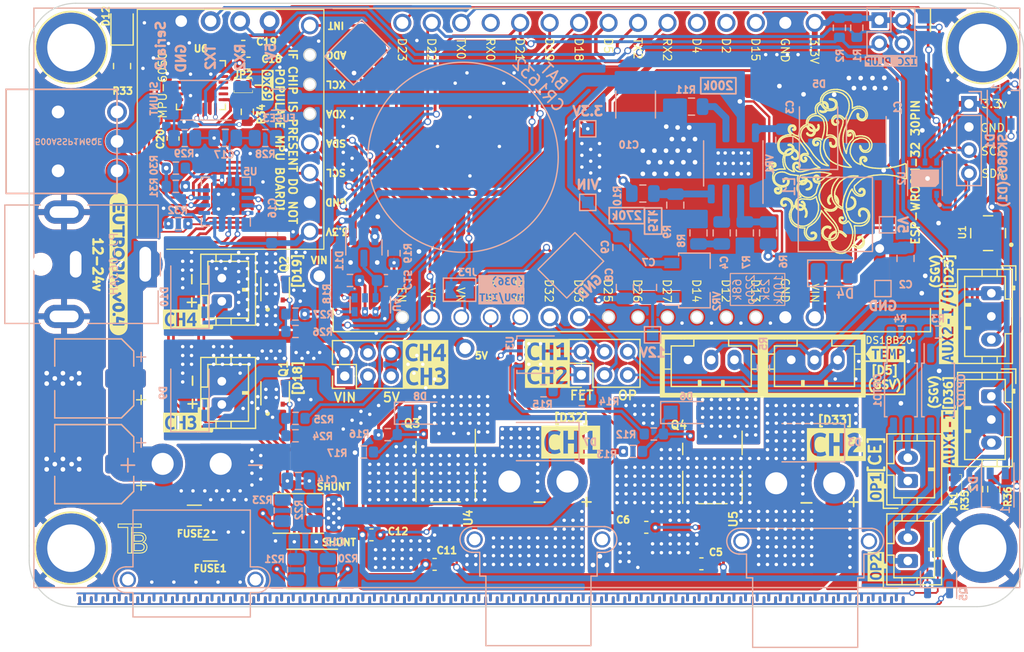
<source format=kicad_pcb>
(kicad_pcb (version 20211014) (generator pcbnew)
  (layers (0 "F.Cu" signal) (31 "B.Cu" signal) (34 "B.Paste" user) (35 "F.Paste" user) (36 "B.SilkS" user "B.Silkscreen") (37 "F.SilkS" user "F.Silkscreen") (38 "B.Mask" user) (39 "F.Mask" user) (44 "Edge.Cuts" user))
  (net 0 "")
  (net 1 "GND")
  (net 2 "5V")
  (net 3 "VIN")
  (net 4 "SW")
  (net 5 "SDA")
  (net 6 "SCL")
  (net 7 "TX2")
  (net 8 "RX2")
  (net 9 "3.3V")
  (net 10 "BAT")
  (net 11 "D5")
  (net 12 "D36")
  (net 13 "D39")
  (net 14 "D18")
  (net 15 "D19")
  (net 16 "D33")
  (net 17 "D35")
  (net 18 "D34")
  (net 19 "D32")
  (net 20 "D23")
  (net 21 "D1")
  (net 22 "VDD")
  (net 23 "DRAIN")
  (net 24 "CH1+")
  (net 25 "ch2+")
  (net 26 "VIN-NS")
  (net 27 "IN-2")
  (net 28 "IN+2")
  (net 29 "IN+3")
  (net 30 "IN-3")
  (net 31 "IN+1")
  (net 32 "IN-1")
  (net 33 "12V")
  (net 34 "INA")
  (net 35 "INB")
  (net 36 "INT")
  (net 37 "EVI")
  (net 38 "VPU")
  (net 39 "PV")
  (net 40 "WaterSenseB")
  (net 41 "WaterSenseA")
  (footprint "kibuzzard-625BD4D5" (layer "F.Cu") (at 174.9038 103.2255)
    (fp_text reference "kibuzzard-625BD4D5" hide)
    (fp_text value "G***" hide)
  )
  (footprint "Pressure:MS583702BA01" (layer "F.Cu") (at 187.9838 84.9855 180)
    (fp_text reference "U1")
    (fp_text value "MS583702BA01" hide)
  )
  (footprint "Package_SO:ONSemi_SO-8FL_488AA" (layer "F.Cu") (at 141.2138 105.0655 -90)
    (fp_text reference "Q3")
    (fp_text value "NTMFS4935NT1G" hide)
  )
  (footprint "kibuzzard-625BDEC7" (layer "F.Cu") (at 184.6238 102.7155 90)
    (fp_text reference "kibuzzard-625BDEC7" hide)
    (fp_text value "G***" hide)
  )
  (footprint "Capacitor_SMD:C_0603_1608Metric" (layer "F.Cu") (at 134.8138 111.0155)
    (fp_text reference "C12")
    (fp_text value "150p" hide)
  )
  (footprint "Fuse:Fuse_1206_3216Metric" (layer "F.Cu") (at 119.5438 109.3655)
    (fp_text reference "FUSE2")
    (fp_text value "Fuse_1206_3216Metric" hide)
  )
  (footprint "LED_SMD:LED_0805_2012Metric" (layer "F.Cu") (at 113.3138 67.0655 90)
    (fp_text reference "D12")
    (fp_text value "LED 20ma" hide)
  )
  (footprint "kibuzzard-625BD91F" (layer "F.Cu") (at 149.9838 95.1855)
    (fp_text reference "kibuzzard-625BD91F" hide)
    (fp_text value "G***" hide)
  )
  (footprint "Resistor_SMD:R_0603_1608Metric" (layer "F.Cu") (at 124.1138 74.5155 90)
    (fp_text reference "R34")
    (fp_text value "10k" hide)
  )
  (footprint "Package_DFN_QFN:QFN-24-1EP_4x4mm_P0.5mm_EP2.6x2.6mm" (layer "F.Cu") (at 120.1138 72.2155)
    (fp_text reference "U6")
    (fp_text value "MPU-6050" hide)
  )
  (footprint "ESP32-DEVKITC-32D:MODULE_ESP32-DEVKITC-32D V2" (layer "F.Cu") (at 155.7666 79.537734 90)
    (fp_text reference "ESP-WROOM-32 30PIN" hide)
    (fp_text value "ESP-WROOM-32 30PIN")
    (fp_circle (center -12.7 2.03) (end -12.18 2.03) (layer "Edge.Cuts") (width 0.12) (fill none))
    (fp_circle (center -12.7 -0.51) (end -12.18 -0.51) (layer "Edge.Cuts") (width 0.12) (fill none))
    (fp_circle (center -12.7 7.11) (end -12.18 7.11) (layer "Edge.Cuts") (width 0.12) (fill none))
    (fp_circle (center -12.7 4.57) (end -12.18 4.57) (layer "Edge.Cuts") (width 0.12) (fill none))
    (fp_circle (center -12.7 12.19) (end -12.18 12.19) (layer "Edge.Cuts") (width 0.12) (fill none))
    (fp_circle (center -12.7 9.65) (end -12.18 9.65) (layer "Edge.Cuts") (width 0.12) (fill none))
    (fp_circle (center -12.7 -18.29) (end -12.18 -18.29) (layer "Edge.Cuts") (width 0.12) (fill none))
  )
  (footprint "Acceleromoter:MPU-6050 accelerometer" (layer "F.Cu") (at 129.5028 84.8455 180)
    (fp_text reference "MPU" hide)
    (fp_text value "MPU-6050 accelerometer" hide)
    (fp_circle (center 0 15.24) (end 0.52 15.24) (layer "Edge.Cuts") (width 0.12) (fill none))
    (fp_circle (center 0 12.7) (end 0.52 12.7) (layer "Edge.Cuts") (width 0.12) (fill none))
    (fp_circle (center 0 10.16) (end 0.52 10.16) (layer "Edge.Cuts") (width 0.12) (fill none))
  )
  (footprint "kibuzzard-625BD538" (layer "F.Cu") (at 118.3738 92.4255)
    (fp_text reference "kibuzzard-625BD538" hide)
    (fp_text value "G***" hide)
  )
  (footprint "Capacitor_SMD:CP_Elec_6.3x7.7" (layer "F.Cu") (at 110.9138 104.9155 180)
    (fp_text reference "C24" hide)
    (fp_text value "100uf" hide)
  )
  (footprint "Connector_JST:JST_PH_B2B-PH-K_1x02_P2.00mm_Vertical" (layer "F.Cu") (at 181.0638 106.3655 90)
    (fp_text reference "CH1(OPTO)" hide)
    (fp_text value "JST_PH_B2B-PH-K_1x02_P2.00mm_Vertical" hide)
  )
  (footprint "Connector_PinHeader_2.00mm:PinHeader_2x03_P2.00mm_Vertical" (layer "F.Cu") (at 132.5138 97.3155 90)
    (fp_text reference "HEADER2" hide)
    (fp_text value "VIN/5V SELECT" hide)
  )
  (footprint "Fuse:Fuse_1206_3216Metric" (layer "F.Cu") (at 120.9138 112.3655)
    (fp_text reference "FUSE1")
    (fp_text value "Fuse_1206_3216Metric" hide)
  )
  (footprint "Custom:TRANS_PMPB16EPX" (layer "F.Cu") (at 126.5138 89.8155 90)
    (fp_text reference "Q2")
    (fp_text value "PMPB10XNX" hide)
  )
  (footprint "Connector_JST:JST_PH_B3B-PH-K_1x03_P2.00mm_Vertical" (layer "F.Cu") (at 188.2638 90.1655 -90)
    (fp_text reference "IO/23" hide)
    (fp_text value "JST_PH_B3B-PH-K_1x03_P2.00mm_Vertical" hide)
  )
  (footprint "Custom:TRANS_PMPB16EPX" (layer "F.Cu") (at 126.5138 98.803 90)
    (fp_text reference "Q1")
    (fp_text value "PMPB10XNX" hide)
  )
  (footprint "Capacitor_SMD:C_0603_1608Metric" (layer "F.Cu") (at 117.7138 76.8155 90)
    (fp_text reference "C20")
    (fp_text value "10n" hide)
  )
  (footprint "kibuzzard-625BD92B" (layer "F.Cu") (at 149.9838 97.2555)
    (fp_text reference "kibuzzard-625BD92B" hide)
    (fp_text value "G***" hide)
  )
  (footprint "Capacitor_SMD:C_0603_1608Metric" (layer "F.Cu") (at 140.2638 113.5655)
    (fp_text reference "C11")
    (fp_text value ".1uf" hide)
  )
  (footprint "Resistor_SMD:R_0603_1608Metric" (layer "F.Cu") (at 186.9938 107.0755 90)
    (fp_text reference "R35")
    (fp_text value "10k" hide)
  )
  (footprint "Connector_JST:JST_PH_B2B-PH-K_1x02_P2.00mm_Vertical" (layer "F.Cu") (at 121.9138 99.7655 90)
    (fp_text reference "CH3" hide)
    (fp_text value "JST_PH_B2B-PH-K_1x02_P2.00mm_Vertical" hide)
  )
  (footprint "Capacitor_SMD:C_0603_1608Metric" (layer "F.Cu") (at 124.2138 70.3155 180)
    (fp_text reference "C18")
    (fp_text value ".1uf" hide)
  )
  (footprint "Capacitor_SMD:C_0603_1608Metric" (layer "F.Cu") (at 158.5138 110.3655)
    (fp_text reference "C6")
    (fp_text value "150p" hide)
  )
  (footprint "Connector_JST:JST_PH_B3B-PH-K_1x03_P2.00mm_Vertical" (layer "F.Cu") (at 188.2638 99.0655 -90)
    (fp_text reference "I/36" hide)
    (fp_text value "JST_PH_B3B-PH-K_1x03_P2.00mm_Vertical" hide)
  )
  (footprint "kibuzzard-625BD597" (layer "F.Cu") (at 178.3038 113.7655 90)
    (fp_text reference "kibuzzard-625BD597" hide)
    (fp_text value "G***" hide)
  )
  (footprint "Connector_JST:JST_PH_B2B-PH-K_1x02_P2.00mm_Vertical" (layer "F.Cu") (at 181.0638 113.2655 90)
    (fp_text reference "CH2(OPTO)" hide)
    (fp_text value "JST_PH_B2B-PH-K_1x02_P2.00mm_Vertical" hide)
  )
  (footprint "Resistor_SMD:R_2512_6332Metric_Pad1.40x3.35mm_HandSolder" (layer "F.Cu") (at 129.7138 113.9655)
    (fp_text reference "SHUNT")
    (fp_text value "10mohm" hide)
  )
  (footprint "kibuzzard-625BD4CB" (layer "F.Cu") (at 151.9938 103.0155)
    (fp_text reference "kibuzzard-625BD4CB" hide)
    (fp_text value "G***" hide)
  )
  (footprint "Resistor_SMD:R_2512_6332Metric_Pad1.40x3.35mm_HandSolder" (layer "F.Cu") (at 128.5138 109.1655)
    (fp_text reference "SHUNT")
    (fp_text value "10mohm" hide)
  )
  (footprint "Connector_PinHeader_2.00mm:PinHeader_2x03_P2.00mm_Vertical" (layer "F.Cu") (at 152.9138 97.2155 90)
    (fp_text reference "HEADER3" hide)
    (fp_text value "FET/OPTO SELECT" hide)
  )
  (footprint "Custom:Solder Jumper 1mm" (layer "F.Cu") (at 185.1038 106.6055 -90)
    (fp_text reference "JP1")
    (fp_text value "Water Ingress" hide)
  )
  (footprint "Custom:Standard Pad TH" (layer "F.Cu") (at 178.7138 86.3655)
    (fp_text reference "TP1" hide)
    (fp_text value "5V" hide)
  )
  (footprint "Connector_JST:JST_PH_B2B-PH-K_1x02_P2.00mm_Vertical" (layer "F.Cu") (at 121.9138 90.8655 90)
    (fp_text reference "CH4" hide)
    (fp_text value "JST_PH_B2B-PH-K_1x02_P2.00mm_Vertical" hide)
  )
  (footprint "Resistor_SMD:R_0805_2012Metric" (layer "F.Cu") (at 113.3138 70.5655 -90)
    (fp_text reference "R33")
    (fp_text value "150" hide)
  )
  (footprint "Package_SO:ONSemi_SO-8FL_488AA" (layer "F.Cu") (at 164.2138 105.2155 -90)
    (fp_text reference "Q4")
    (fp_text value "NTMFS4935NT1G" hide)
  )
  (footprint "Capacitor_SMD:CP_Elec_6.3x7.7" (layer "F.Cu") (at 110.9138 97.5155 180)
    (fp_text reference "C23" hide)
    (fp_text value "100uf" hide)
  )
  (footprint "Custom:Solder Jumper 1mm" (layer "F.Cu") (at 123.7638 72.2655 180)
    (fp_text reference "JP2")
    (fp_text value "0x69 MPU I2C" hide)
  )
  (footprint "" (layer "F.Cu") (at 142.8938 94.9255)
    (fp_text reference "")
    (fp_text value "")
  )
  (footprint "Connector_JST:JST_PH_B3B-PH-K_1x03_P2.00mm_Vertical" (layer "F.Cu") (at 162.1138 95.9155)
    (fp_text reference "TEMP1" hide)
    (fp_text value "JST_PH_B3B-PH-K_1x03_P2.00mm_Vertical" hide)
  )
  (footprint "kibuzzard-625BD60C" (layer "F.Cu") (at 178.3038 106.8955 90)
    (fp_text reference "kibuzzard-625BD60C" hide)
    (fp_text value "G***" hide)
  )
  (footprint "Capacitor_SMD:C_0603_1608Metric" (layer "F.Cu") (at 163.2638 113.5155)
    (fp_text reference "C5")
    (fp_text value ".1uf" hide)
  )
  (footprint "Custom:Standard Pad TH" (layer "F.Cu") (at 130.4038 88.7555)
    (fp_text reference "REF**" hide)
    (fp_text value " " hide)
  )
  (footprint "kibuzzard-6264A044" (layer "F.Cu") (at 179.1438 95.4055)
    (fp_text reference "kibuzzard-6264A044" hide)
    (fp_text value "G***" hide)
  )
  (footprint "Custom:SC70-5" (layer "F.Cu") (at 141.2138 109.5655 -90)
    (fp_text reference "U4")
    (fp_text value "MAX6613MXK" hide)
  )
  (footprint "Resistor_SMD:R_0603_1608Metric" (layer "F.Cu") (at 188.4738 107.0705 90)
    (fp_text reference "R36")
    (fp_text value "100" hide)
  )
  (footprint "Connector_JST:JST_PH_B3B-PH-K_1x03_P2.00mm_Vertical" (layer "F.Cu") (at 171.0138 95.9155)
    (fp_text reference "TEMP2" hide)
    (fp_text value "JST_PH_B3B-PH-K_1x03_P2.00mm_Vertical" hide)
  )
  (footprint "kibuzzard-625FE15C" (layer "F.Cu") (at 125.8638 72.2155 -90)
    (fp_text reference "kibuzzard-625FE15C" hide)
    (fp_text value "G***" hide)
  )
  (footprint "kibuzzard-625BD9B1" (layer "F.Cu") (at 139.4938 95.2755)
    (fp_text reference "kibuzzard-625BD9B1" hide)
    (fp_text value "G***" hide)
  )
  (footprint "kibuzzard-62649B95" (layer "F.Cu") (at 113.0138 87.6655 -90)
    (fp_text reference "kibuzzard-62649B95" hide)
    (fp_text value "G***" hide)
  )
  (footprint "kibuzzard-625BD9A7" (layer "F.Cu") (at 139.5238 97.3455)
    (fp_text reference "kibuzzard-625BD9A7" hide)
    (fp_text value "G***" hide)
  )
  (footprint "Capacitor_SMD:C_0603_1608Metric" (layer "F.Cu") (at 123.7638 68.8655 180)
    (fp_text reference "C19")
    (fp_text value "2.2n" hide)
  )
  (footprint "Custom:SC70-5" (layer "F.Cu") (at 164.2138 109.7155 -90)
    (fp_text reference "U5")
    (fp_text value "MAX6613MXK" hide)
  )
  (footprint "kibuzzard-625BDEDE" (layer "F.Cu") (at 184.5638 93.0055 90)
    (fp_text reference "kibuzzard-625BDEDE" hide)
    (fp_text value "G***" hide)
  )
  (footprint "kibuzzard-625BD52D" (layer "F.Cu") (at 118.3738 101.3255)
    (fp_text reference "kibuzzard-625BD52D" hide)
    (fp_text value "G***" hide)
  )
  (footprint "Resistor_SMD:R_0603_1608Metric" (layer "B.Cu") (at 128.2638 102.4655)
    (fp_text reference "R24")
    (fp_text value "10k" hide)
  )
  (footprint "Package_SO:SOIC-8-1EP_3.9x4.9mm_P1.27mm_EP2.514x3.2mm" (layer "B.Cu") (at 166.0138 78.9655 90)
    (fp_text reference "VR1")
    (fp_text value "MP1584EN" hide)
  )
  (footprint "RTC:RV-8803" (layer "B.Cu") (at 134.7138 91.1655 -90)
    (fp_text reference "U4")
    (fp_text value "RV-8803" hide)
  )
  (footprint "Capacitor_SMD:C_0805_2012Metric" (layer "B.Cu") (at 161.0138 82.5655 -90)
    (fp_text reference "R9")
    (fp_text value "51k" hide)
  )
  (footprint "Resistor_SMD:R_0603_1608Metric" (layer "B.Cu") (at 152.9578 99.3475 180)
    (fp_text reference "R14")
    (fp_text value "10k" hide)
  )
  (footprint "Capacitor_SMD:C_0805_2012Metric" (layer "B.Cu") (at 163.0138 84.9655 -90)
    (fp_text reference "R8")
    (fp_text value "68k" hide)
  )
  (footprint "clipboard:d22ce012-2fd7-45db-96b5-83cda7ebcca8" (layer "B.Cu") (at 112.8794 74.5255)
    (fp_text reference "SW1" hide)
    (fp_text value "500ASSP1M6QE" hide)
  )
  (footprint "Package_DFN_QFN:MLF-8-1EP_3x3mm_P0.65mm_EP1.55x2.3mm" (layer "B.Cu") (at 148.9638 95.4655 180)
    (fp_text reference "U3")
    (fp_text value "MIC4127" hide)
  )
  (footprint "Capacitor_SMD:C_0805_2012Metric" (layer "B.Cu") (at 156.3638 86.2155 -90)
    (fp_text reference "C9")
    (fp_text value "1uf" hide)
  )
  (footprint "Connector_AMASS:AMASS_XT30PW-F_1x02_P2.50mm_Horizontal" (layer "B.Cu") (at 169.7138 106.5655)
    (fp_text reference "CH2" hide)
    (fp_text value "AMASS_XT30PW-F_1x02_P2.50mm_Horizontal" hide)
  )
  (footprint "Capacitor_SMD:C_0805_2012Metric" (layer "B.Cu") (at 165.0138 84.9655 -90)
    (fp_text reference "C4")
    (fp_text value "220pf" hide)
  )
  (footprint "Resistor_SMD:R_0603_1608Metric" (layer "B.Cu") (at 132.9638 89.0655 180)
    (fp_text reference "R18")
    (fp_text value "10k" hide)
  )
  (footprint "Diode_SMD:D_SMA" (layer "B.Cu") (at 172.2138 103.0655 180)
    (fp_text reference "D3")
    (fp_text value "CDBA3100-G" hide)
  )
  (footprint "Capacitor_SMD:C_0603_1608Metric" (layer "B.Cu") (at 136.0638 89.0655 180)
    (fp_text reference "C15")
    (fp_text value ".1uf" hide)
  )
  (footprint "Diode_SMD:D_SMA" (layer "B.Cu") (at 119.1638 89.8155 90)
    (fp_text reference "D10")
    (fp_text value "CDBA3100-G" hide)
  )
  (footprint "Package_TO_SOT_SMD:SOT-89-3" (layer "B.Cu") (at 162.3638 89.0655)
    (fp_text reference "VR2")
    (fp_text value "SOT-89-3" hide)
  )
  (footprint "Resistor_SMD:R_0603_1608Metric" (layer "B.Cu") (at 149.6558 98.5855 180)
    (fp_text reference "R15")
    (fp_text value "10k" hide)
  )
  (footprint "Capacitor_SMD:CP_Elec_6.3x7.7" (layer "B.Cu") (at 110.9138 104.9155 180)
    (fp_text reference "C22" hide)
    (fp_text value "100uf" hide)
  )
  (footprint "Package_DFN_QFN:Texas_RGV_S-PVQFN-N16_EP2.1x2.1mm" (layer "B.Cu") (at 122.2638 82.2655 90)
    (fp_text reference "U5")
    (fp_text value "INA3221" hide)
  )
  (footprint "Resistor_SMD:R_0603_1608Metric" (layer "B.Cu") (at 168.6138 96.6155 -90)
    (fp_text reference "R5")
    (fp_text value "4.7k" hide)
  )
  (footprint "kibuzzard-625FE593" (layer "B.Cu") (at 179.6138 70.1655 180)
    (fp_text reference "kibuzzard-625FE593" hide)
    (fp_text value "G***" hide)
  )
  (footprint "Capacitor_SMD:C_0805_2012Metric" (layer "B.Cu") (at 169.0138 84.9655 -90)
    (fp_text reference "R6")
    (fp_text value "100k" hide)
  )
  (footprint "Package_SO:SOP-4_4.4x2.6mm_P1.27mm" (layer "B.Cu") (at 183.6638 98.5155 -90)
    (fp_text reference "OPTO2")
    (fp_text value "TCMT1119" hide)
  )
  (footprint "Capacitor_SMD:C_0805_2012Metric" (layer "B.Cu") (at 170.4138 76.9655 -90)
    (fp_text reference "C3")
    (fp_text value ".1uf" hide)
  )
  (footprint "TestPoint:TestPoint_Pad_1.0x1.0mm" (layer "B.Cu") (at 153.4658 75.9795 180)
    (fp_text reference "TP6" hide)
    (fp_text value "3.3V" hide)
  )
  (footprint "Capacitor_SMD:C_0805_2012Metric" (layer "B.Cu") (at 158.2138 81.5655 180)
    (fp_text reference "R10")
    (fp_text value "270k" hide)
  )
  (footprint "TestPoint:TestPoint_Pad_1.0x1.0mm" (layer "B.Cu") (at 159.0538 93.7595 180)
    (fp_text reference "TP4" hide)
    (fp_text value "12V" hide)
  )
  (footprint "Nextion:Nextion 2.8" (layer "B.Cu") (at 148.2138 90.5655)
    (fp_text reference "Nextion 2.8" hide)
    (fp_text value "Nextion 2.8" hide)
  )
  (footprint "Resistor_SMD:R_0805_2012Metric" (layer "B.Cu") (at 128.3138 114.0155 90)
    (fp_text reference "R21")
    (fp_text value "10" hide)
  )
  (footprint "Resistor_SMD:R_0603_1608Metric" (layer "B.Cu") (at 176.6638 67.2655 -90)
    (fp_text reference "R1")
    (fp_text value "4.7k" hide)
  )
  (footprint "Capacitor_SMD:C_0805_2012Metric" (layer "B.Cu") (at 162.4138 74.0655 180)
    (fp_text reference "R11")
    (fp_text value "200k" hide)
  )
  (footprint "Resistor_SMD:R_0603_1608Metric" (layer "B.Cu") (at 136.2138 102.3655)
    (fp_text reference "R16")
    (fp_text value "50" hide)
  )
  (footprint "Diode_SMD:Nexperia_CFP3_SOD-123W" (layer "B.Cu") (at 162.0138 100.4655)
    (fp_text reference "D6")
    (fp_text value "Nexperia_CFP3_SOD-123W" hide)
  )
  (footprint "Package_TO_SOT_SMD:SOT-23" (layer "B.Cu") (at 183.7138 114.8155 90)
    (fp_text reference "Q5")
    (fp_text value "MMBT2222A" hide)
  )
  (footprint "Connector_AMASS:AMASS_XT30PW-M_1x02_P2.50mm_Horizontal" (layer "B.Cu") (at 121.8138 104.8905)
    (fp_text reference "BAT1" hide)
    (fp_text value "AMASS_XT30PW-M_1x02_P2.50mm_Horizontal" hide)
  )
  (footprint "Diode_SMD:D_SMA" (layer "B.Cu") (at 119.1638 98.7155 90)
    (fp_text reference "D9")
    (fp_text value "CDBA3100-G" hide)
  )
  (footprint "Capacitor_SMD:C_1812_4532Metric" (layer "B.Cu") (at 157.5938 73.8855 -90)
    (fp_text reference "C10")
    (fp_text value "10uf" hide)
  )
  (footprint "TestPoint:TestPoint_Pad_1.0x1.0mm" (layer "B.Cu") (at 178.9138 89.7655 180)
    (fp_text reference "TP2" hide)
    (fp_text value "GND" hide)
  )
  (footprint "Jumper:SolderJumper-2_P1.3mm_Open_TrianglePad1.0x1.5mm" (layer "B.Cu") (at 142.4138 89.8655 180)
    (fp_text reference "JP3")
    (fp_text value "MPU INT to D36" hide)
  )
  (footprint "Custom:XDCR_SHT20" (layer "B.Cu") (at 182.5438 80.2455 90)
    (fp_text reference "U2")
    (fp_text value "XDCR_SHT20" hide)
  )
  (footprint "Capacitor_SMD:C_0603_1608Metric" (layer "B.Cu") (at 126.2138 85.0655 -90)
    (fp_text reference "C16")
    (fp_text value ".1uf" hide)
  )
  (footprint "Resistor_SMD:R_0603_1608Metric" (layer "B.Cu") (at 128.2638 100.9655)
    (fp_text reference "R25")
    (fp_text value "500" hide)
  )
  (footprint "Connector_BarrelJack:BarrelJack_CUI_PJ-063AH_Horizontal" (layer "B.Cu") (at 115.3138 87.6655 90)
    (fp_text reference "PJ-063AH")
    (fp_text value "BarrelJack_CUI_PJ-063AH_Horizontal" hide)
  )
  (footprint "Resistor_SMD:R_0603_1608Metric" (layer "B.Cu") (at 118.1638 84.1655 180)
    (fp_text reference "R32")
    (fp_text value "10k" hide)
  )
  (footprint "Capacitor_SMD:C_0805_2012Metric" (layer "B.Cu") (at 167.0138 84.9655 -90)
    (fp_text reference "R7")
    (fp_text value "25k" hide)
  )
  (footprint "Diode_SMD:D_SMA" (layer "B.Cu") (at 149.3138 102.9655 180)
    (fp_text reference "D7")
    (fp_text value "CDBA3100-G" hide)
  )
  (footprint "Resistor_SMD:R_0603_1608Metric" (layer "B.Cu") (at 117.9458 79.3699)
    (fp_text reference "R30")
    (fp_text value "10k" hide)
  )
  (footprint "Capacitor_SMD:C_1812_4532Metric" (layer "B.Cu") (at 177.482 76.087 -90)
    (fp_text reference "C1")
    (fp_text value "22uf" hide)
  )
  (footprint "Resistor_SMD:R_0603_1608Metric" (layer "B.Cu") (at 175.1638 67.2655 -90)
    (fp_text reference "R2")
    (fp_text value "4.7k" hide)
  )
  (footprint "Capacitor_SMD:C_0805_2012Metric" (layer "B.Cu") (at 129.1138 111.6155 180)
    (fp_text reference "C13")
    (fp_text value ".1uf" hide)
  )
  (footprint "Resistor_SMD:R_0603_1608Metric" (layer "B.Cu") (at 136.7638 86.7155 -90)
    (fp_text reference "R19")
    (fp_text value "10k" hide)
  )
  (footprint "Capacitor_SMD:C_0805_2012Metric" (layer "B.Cu") (at 128.5138 106.3655 180)
    (fp_text reference "C14")
    (fp_text value ".1uf" hide)
  )
  (footprint "TestPoint:TestPoint_Pad_1.0x1.0mm" (layer "B.Cu") (at 179.3138 84.2655 180)
    (fp_text reference "TP3" hide)
    (fp_text value "5V" hide)
  )
  (footprint "Resistor_SMD:R_0603_1608Metric" (layer "B.Cu") (at 134.1618 103.8655 180)
    (fp_text reference "R17")
    (fp_text value "10k" hide)
  )
  (footprint "Diode_SMD:D_1206_3216Metric" (layer "B.Cu") (at 174.7134 88.4471)
    (fp_text reference "D4")
    (fp_text value "SD1206T040S2R0" hide)
  )
  (footprint "Resistor_SMD:R_0603_1608Metric" (layer "B.Cu") (at 180.4638 93.5155 180)
    (fp_text reference "R4")
    (fp_text value "420" hide)
  )
  (footprint "Diode_SMD:Nexperia_CFP3_SOD-123W" (layer "B.Cu") (at 139.0638 100.5155)
    (fp_text reference "D8")
    (fp_text value "Nexperia_CFP3_SOD-123W" hide)
  )
  (footprint "Package_TO_SOT_SMD:SOT-23" (layer "B.Cu") (at 134.1638 86.2155 -90)
    (fp_text reference "D11")
    (fp_text value "BAS70-05" hide)
  )
  (footprint "Capacitor_SMD:C_0805_2012Metric" (layer "B.Cu") (at 156.6638 89.6655 -90)
    (fp_text reference "C8")
    (fp_text value ".1uf" hide)
  )
  (footprint "Resistor_SMD:R_0603_1608Metric" (layer "B.Cu") (at 159.1638 102.3155)
    (fp_text reference "R12")
    (fp_text value "50" hide)
  )
  (footprint "TestPoint:TestPoint_Pad_1.0x1.0mm" (layer "B.Cu") (at 153.4658 82.3295 180)
    (fp_text reference "TP5" hide)
    (fp_text value "VIN" hide)
  )
  (footprint "Connector_AMASS:AMASS_XT30PW-F_1x02_P2.50mm_Horizontal" (layer "B.Cu") (at 146.7138 106.4155)
    (fp_text reference "CH1" hide)
    (fp_text value "AMASS_XT30PW-F_1x02_P2.50mm_Horizontal" hide)
  )
  (footprint "LED_SMD:LED_SK6805_PLCC4_2.4x2.7mm_P1.3mm" (layer "B.Cu") (at 189.3138 74.5655 -90)
    (fp_text reference "D1")
    (fp_text value "SK6805" hide)
  )
  (footprint "Capacitor_SMD:CP_Elec_6.3x7.7" (layer "B.Cu") (at 110.9138 97.5155 180)
    (fp_text reference "C21" hide)
    (fp_text value "100uf" hide)
  )
  (footprint "Connector_PinHeader_2.00mm:PinHeader_1x04_P2.00mm_Vertical" (layer "B.Cu") (at 186.3364 73.8229 180)
    (fp_text reference "HEADER4" hide)
    (fp_text value "I2C HEADER" hide)
  )
  (footprint "Resistor_SMD:R_0805_2012Metric" (layer "B.Cu") (at 127.1638 108.9155 90)
    (fp_text reference "R23")
    (fp_text value "10" hide)
  )
  (footprint "Resistor_SMD:R_0805_2012Metric" (layer "B.Cu") (at 129.9138 108.9155 90)
    (fp_text reference "R22")
    (fp_text value "10" hide)
  )
  (footprint "Resistor_SMD:R_0805_2012Metric" (layer "B.Cu") (at 131.0638 114.0155 90)
    (fp_text reference "R20")
    (fp_text value "10" hide)
  )
  (footprint "Resistor_SMD:R_0805_2012Metric" (layer "B.Cu") (at 118.7138 76.778)
    (fp_text reference "R29")
    (fp_text value "10" hide)
  )
  (footprint "Connector_PinHeader_2.00mm:PinHeader_2x02_P2.00mm_Vertical" (layer "B.Cu") (at 178.6038 66.6055 -90)
    (fp_text reference "HEADER1" hide)
    (fp_text value "I2C PULLUP" hide)
  )
  (footprint "Fuse:Fuse_1206_3216Metric" (layer "B.Cu") (at 126.8038 73.4655 180)
    (fp_text reference "FUSE3")
    (fp_text value "Fuse_1206_3216Metric" hide)
  )
  (footprint "Resistor_SMD:R_0603_1608Metric" (layer "B.Cu") (at 183.6638 93.5155 180)
    (fp_text reference "R3")
    (fp_text value "420" hide)
  )
  (footprint "Capacitor_SMD:C_0805_2012Metric" (layer "B.Cu") (at 122.2138 76.7655 180)
    (fp_text reference "C17")
    (fp_text value ".1uf" hide)
  )
  (footprint "Package_SO:SOP-4_4.4x2.6mm_P1.27mm" (layer "B.Cu") (at 180.4638 98.5155 -90)
    (fp_text reference "OPTO1")
    (fp_text value "TCMT1119" hide)
  )
  (footprint "Inductors Spec.:15uh inductor" (layer "B.Cu") (at 174.8138 83.3655)
    (fp_text reference "L1")
    (fp_text value "15uh inductor" hide)
  )
  (footprint "Resistor_SMD:R_0603_1608Metric" (layer "B.Cu") (at 117.9458 80.9447)
    (fp_text reference "R31")
    (fp_text value "10k" hide)
  )
  (footprint "Capacitor_SMD:C_0805_2012Metric" (layer "B.Cu") (at 180.8638 87.1655 90)
    (fp_text reference "C2")
    (fp_text value ".1uf" hide)
  )
  (footprint "Resistor_SMD:R_2512_6332Metric_Pad1.40x3.35mm_HandSolder" (layer "B.Cu") (at 120.5438 73.5155 180)
    (fp_text reference "SHUNT")
    (fp_text value "10mohm" hide)
  )
  (footprint "LED_SMD:LED_SK6805_PLCC4_2.4x2.7mm_P1.3mm" (layer "B.Cu") (at 188.8138 106.7155 90)
    (fp_text reference "D2")
    (fp_text value "SK6805" hide)
  )
  (footprint "Diode_SMD:D_SMA" (layer "B.Cu") (at 173.3672 76.087 90)
    (fp_text reference "D5")
    (fp_text value "CDBA3100-G" hide)
  )
  (footprint "Batter Holders:CR1632-BU1632SM" (layer "B.Cu") (at 152.005269 87.756969 45)
    (fp_text reference "BAT")
    (fp_text value "CR1632")
  )
  (footprint "Resistor_SMD:R_0603_1608Metric" (layer "B.Cu") (at 128.2638 91.9655)
    (fp_text reference "R27")
    (fp_text value "500" hide)
  )
  (footprint "Resistor_SMD:R_0603_1608Metric" (layer "B.Cu") (at 157.3638 103.8155 180)
    (fp_text reference "R13")
    (fp_text value "10k" hide)
  )
  (footprint "Capacitor_SMD:C_0805_2012Metric" (layer "B.Cu") (at 158.6638 89.6655 -90)
    (fp_text reference "C7")
    (fp_text value "10uf" hide)
  )
  (footprint "kibuzzard-625FE1CF" (layer "B.Cu") (at 146.0138 89.8655 180)
    (fp_text reference "kibuzzard-625FE1CF" hide)
    (fp_text value "G***" hide)
  )
  (footprint "Connector_PinHeader_2.54mm:PinHeader_1x04_P2.54mm_Horizontal" (layer "B.Cu") (at 118.4138 66.6905 -90)
    (fp_text reference "HEADER5" hide)
    (fp_text value "Serial2" hide)
  )
  (footprint "Resistor_SMD:R_0603_1608Metric" (layer "B.Cu") (at 128.2638 93.4655)
    (fp_text reference "R26")
    (fp_text value "10k" hide)
  )
  (footprint "Resistor_SMD:R_0805_2012Metric" (layer "B.Cu") (at 125.6638 76.778 180)
    (fp_text reference "R28")
    (fp_text value "10" hide)
  )
  (gr_rect (start 159.8433 82.8055) (end 158.3638 85.0655) (layer "B.SilkS") (width 0.15) (fill none))
  (gr_rect (start 166.23855 71.5755) (end 163.20905 72.9555) (layer "B.SilkS") (width 0.15) (fill none))
  (gr_rect (start 158.34455 82.783) (end 155.31505 84.163) (layer "B.SilkS") (width 0.15) (fill none))
  (gr_rect (start 170.4558 88.4635) (end 165.7568 91.2155) (layer "B.SilkS") (width 0.1) (fill none))
  (gr_rect (start 112.8794 72.5735) (end 103.3138 81.5575) (layer "B.SilkS") (width 0.15) (fill none))
  (gr_line (start 174.173353 82.271885) (end 174.20361 82.349447) (layer "F.SilkS") (width 0.12))
  (gr_line (start 175.655342 77.869771) (end 175.70854 77.983045) (layer "F.SilkS") (width 0.12))
  (gr_line (start 171.905865 80.789328) (end 171.998798 80.795729) (layer "F.SilkS") (width 0.12))
  (gr_line (start 174.840601 84.930564) (end 174.916222 84.905703) (layer "F.SilkS") (width 0.12))
  (gr_line (start 174.585006 86.268138) (end 174.486546 86.129891) (layer "F.SilkS") (width 0.12))
  (gr_line (start 173.148077 78.488342) (end 172.950526 78.262516) (layer "F.SilkS") (width 0.12))
  (gr_line (start 172.615998 81.898759) (end 172.478747 81.908686) (layer "F.SilkS") (width 0.12))
  (gr_line (start 175.473945 75.474439) (end 175.428296 75.684243) (layer "F.SilkS") (width 0.12))
  (gr_line (start 171.084287 76.377053) (end 171.11182 76.396662) (layer "F.SilkS") (width 0.12))
  (gr_line (start 175.44186 86.72168) (end 175.197624 86.722287) (layer "F.SilkS") (width 0.12))
  (gr_line (start 169.66402 81.300864) (end 169.667373 81.345405) (layer "F.SilkS") (width 0.12))
  (gr_line (start 174.345819 77.362319) (end 174.362197 77.400582) (layer "F.SilkS") (width 0.12))
  (gr_line (start 171.602264 82.846911) (end 171.510204 82.752047) (layer "F.SilkS") (width 0.12))
  (gr_line (start 173.352364 80.039794) (end 173.299228 80.002974) (layer "F.SilkS") (width 0.12))
  (gr_line (start 177.187114 85.601165) (end 177.156634 85.520535) (layer "F.SilkS") (width 0.12))
  (gr_line (start 176.482284 76.395037) (end 176.560821 76.643347) (layer "F.SilkS") (width 0.12))
  (gr_line (start 177.258722 77.842704) (end 177.378722 77.862171) (layer "F.SilkS") (width 0.12))
  (gr_line (start 174.515989 84.106111) (end 174.376584 83.949952) (layer "F.SilkS") (width 0.12))
  (gr_line (start 172.487952 78.18022) (end 172.432397 78.165122) (layer "F.SilkS") (width 0.12))
  (gr_line (start 174.846057 73.545969) (end 174.801617 73.502383) (layer "F.SilkS") (width 0.12))
  (gr_line (start 177.046276 85.390274) (end 177.008745 85.373622) (layer "F.SilkS") (width 0.12))
  (gr_line (start 173.60102 74.451124) (end 173.539948 74.430601) (layer "F.SilkS") (width 0.12))
  (gr_line (start 173.077862 85.229157) (end 173.074112 85.111026) (layer "F.SilkS") (width 0.12))
  (gr_line (start 173.208661 81.308372) (end 173.184968 81.412766) (layer "F.SilkS") (width 0.12))
  (gr_line (start 174.979773 75.621861) (end 175.023268 75.584269) (layer "F.SilkS") (width 0.12))
  (gr_line (start 171.885972 82.031825) (end 172.12971 82.033979) (layer "F.SilkS") (width 0.12))
  (gr_line (start 174.268106 84.522437) (end 174.155543 84.494274) (layer "F.SilkS") (width 0.12))
  (gr_line (start 170.661427 80.877263) (end 170.522032 80.958776) (layer "F.SilkS") (width 0.12))
  (gr_line (start 174.37377 74.408858) (end 174.507221 74.398901) (layer "F.SilkS") (width 0.12))
  (gr_line (start 177.581454 74.808756) (end 177.55131 74.953739) (layer "F.SilkS") (width 0.12))
  (gr_line (start 174.86909 76.783657) (end 174.765854 76.675757) (layer "F.SilkS") (width 0.12))
  (gr_line (start 169.978066 77.643274) (end 169.960997 77.5338) (layer "F.SilkS") (width 0.12))
  (gr_line (start 176.29723 81.884098) (end 176.382239 81.928975) (layer "F.SilkS") (width 0.12))
  (gr_line (start 176.76709 84.139618) (end 176.898113 84.134935) (layer "F.SilkS") (width 0.12))
  (gr_line (start 173.892724 84.589036) (end 173.836112 84.654009) (layer "F.SilkS") (width 0.12))
  (gr_line (start 171.681359 79.680943) (end 171.622482 79.664799) (layer "F.SilkS") (width 0.12))
  (gr_arc (start 115.102794 111.154738) (mid 115.13482 111.228269) (end 115.144664 111.307863) (layer "F.SilkS") (width 0.085749))
  (gr_line (start 174.295497 84.543336) (end 174.268106 84.522437) (layer "F.SilkS") (width 0.12))
  (gr_line (start 174.433632 81.675849) (end 174.380434 81.704033) (layer "F.SilkS") (width 0.12))
  (gr_line (start 172.64659 80.658142) (end 172.678736 80.710507) (layer "F.SilkS") (width 0.12))
  (gr_line (start 175.524379 77.432769) (end 175.580381 77.654186) (layer "F.SilkS") (width 0.12))
  (gr_line (start 176.638271 76.62577) (end 176.714227 76.600777) (layer "F.SilkS") (width 0.12))
  (gr_line (start 173.031837 77.422467) (end 173.074722 77.43348) (layer "F.SilkS") (width 0.12))
  (gr_line (start 172.934606 77.335091) (end 172.963379 77.368486) (layer "F.SilkS") (width 0.12))
  (gr_line (start 174.816227 77.529116) (end 174.866448 77.492357) (layer "F.SilkS") (width 0.12))
  (gr_line (start 173.898678 78.821173) (end 173.994314 78.944302) (layer "F.SilkS") (width 0.12))
  (gr_line (start 174.33821 77.158703) (end 174.329675 77.260628) (layer "F.SilkS") (width 0.12))
  (gr_line (start 177.587692 82.990228) (end 177.665569 83.082887) (layer "F.SilkS") (width 0.12))
  (gr_line (start 172.785386 76.186655) (end 172.872477 76.19712) (layer "F.SilkS") (width 0.12))
  (gr_line (start 171.087639 75.761662) (end 171.036839 75.775886) (layer "F.SilkS") (width 0.12))
  (gr_line (start 176.504382 84.813257) (end 176.504555 85.225021) (layer "F.SilkS") (width 0.12))
  (gr_line (start 173.952638 84.425917) (end 174.048609 84.395762) (layer "F.SilkS") (width 0.12))
  (gr_line (start 173.923641 80.668119) (end 174.186805 80.452372) (layer "F.SilkS") (width 0.12))
  (gr_line (start 173.930428 75.098316) (end 173.84868 74.991737) (layer "F.SilkS") (width 0.12))
  (gr_line (start 172.175247 82.701277) (end 172.182186 82.680226) (layer "F.SilkS") (width 0.12))
  (gr_line (start 172.12971 82.033979) (end 172.372798 82.059064) (layer "F.SilkS") (width 0.12))
  (gr_line (start 173.859379 74.044419) (end 173.804362 73.969845) (layer "F.SilkS") (width 0.12))
  (gr_line (start 172.148293 77.203295) (end 171.937615 76.891353) (layer "F.SilkS") (width 0.12))
  (gr_line (start 175.898095 76.588381) (end 175.862768 76.565725) (layer "F.SilkS") (width 0.12))
  (gr_line (start 172.182857 80.241369) (end 172.222044 80.264909) (layer "F.SilkS") (width 0.12))
  (gr_line (start 170.363536 80.352986) (end 170.40885 80.291651) (layer "F.SilkS") (width 0.12))
  (gr_line (start 171.908578 79.682823) (end 171.79508 79.692739) (layer "F.SilkS") (width 0.12))
  (gr_line (start 173.402646 80.244955) (end 173.415031 80.205595) (layer "F.SilkS") (width 0.12))
  (gr_line (start 171.524255 79.328168) (end 171.563402 79.344596) (layer "F.SilkS") (width 0.12))
  (gr_line (start 174.07915 74.213888) (end 174.000928 74.164205) (layer "F.SilkS") (width 0.12))
  (gr_line (start 171.143113 76.409464) (end 171.174812 76.421554) (layer "F.SilkS") (width 0.12))
  (gr_line (start 172.293601 75.763796) (end 172.359682 75.732097) (layer "F.SilkS") (width 0.12))
  (gr_line (start 172.112844 75.877893) (end 172.227449 75.79519) (layer "F.SilkS") (width 0.12))
  (gr_line (start 172.074155 82.299775) (end 172.022563 82.236996) (layer "F.SilkS") (width 0.12))
  (gr_line (start 169.94911 77.420038) (end 169.954291 77.305881) (layer "F.SilkS") (width 0.12))
  (gr_line (start 172.072225 78.125041) (end 171.981882 78.164228) (layer "F.SilkS") (width 0.12))
  (gr_line (start 173.104765 76.082718) (end 173.071857 76.085868) (layer "F.SilkS") (width 0.12))
  (gr_line (start 173.299228 80.002974) (end 173.245268 79.992337) (layer "F.SilkS") (width 0.12))
  (gr_line (start 172.31008 84.96523) (end 172.337523 85.10172) (layer "F.SilkS") (width 0.12))
  (gr_arc (start 115.144664 111.307863) (mid 115.134477 111.388149) (end 115.099205 111.460988) (layer "F.SilkS") (width 0.085749))
  (gr_line (start 176.991554 81.802199) (end 176.844488 81.778719) (layer "F.SilkS") (width 0.12))
  (gr_line (start 177.378722 77.862171) (end 177.493865 77.847337) (layer "F.SilkS") (width 0.12))
  (gr_line (start 177.490075 76.90771) (end 177.380479 76.847157) (layer "F.SilkS") (width 0.12))
  (gr_line (start 176.277733 84.68136) (end 176.31179 84.857311) (layer "F.SilkS") (width 0.12))
  (gr_line (start 172.08336 80.497076) (end 172.18302 80.479885) (layer "F.SilkS") (width 0.12))
  (gr_line (start 172.461658 76.426837) (end 172.412595 76.334991) (layer "F.SilkS") (width 0.12))
  (gr_line (start 174.562837 82.032109) (end 174.665311 82.276234) (layer "F.SilkS") (width 0.12))
  (gr_line (start 172.154368 84.724022) (end 172.193779 84.539699) (layer "F.SilkS") (width 0.12))
  (gr_line (start 175.23356 72.850009) (end 175.366239 72.902943) (layer "F.SilkS") (width 0.12))
  (gr_line (start 171.618144 82.58205) (end 171.746902 82.587841) (layer "F.SilkS") (width 0.12))
  (gr_arc (start 114.966417 111.548317) (mid 114.91184 111.559646) (end 114.856384 111.565276) (layer "F.SilkS") (width 0.085749))
  (gr_line (start 171.522223 84.279024) (end 171.481604 84.256377) (layer "F.SilkS") (width 0.12))
  (gr_line (start 176.485038 84.348152) (end 176.452353 84.354381) (layer "F.SilkS") (width 0.12))
  (gr_line (start 176.215767 77.344854) (end 176.162793 77.494277) (layer "F.SilkS") (width 0.12))
  (gr_line (start 171.510204 82.752047) (end 171.489041 82.689532) (layer "F.SilkS") (width 0.12))
  (gr_line (start 177.390456 79.200731) (end 177.717009 79.300228) (layer "F.SilkS") (width 0.12))
  (gr_line (start 175.870703 74.684905) (end 175.81713 74.806724) (layer "F.SilkS") (width 0.12))
  (gr_line (start 173.143566 79.733257) (end 173.490937 79.725271) (layer "F.SilkS") (width 0.12))
  (gr_line (start 171.157743 77.98911) (end 171.226019 77.855374) (layer "F.SilkS") (width 0.12))
  (gr_line (start 177.374962 84.231892) (end 177.275699 84.288777) (layer "F.SilkS") (width 0.12))
  (gr_line (start 173.160655 85.039032) (end 173.188331 85.132972) (layer "F.SilkS") (width 0.12))
  (gr_line (start 173.176038 77.354222) (end 173.142845 77.35345) (layer "F.SilkS") (width 0.12))
  (gr_line (start 171.899911 82.316102) (end 171.913637 82.348614) (layer "F.SilkS") (width 0.12))
  (gr_line (start 174.239383 74.404489) (end 174.37377 74.408858) (layer "F.SilkS") (width 0.12))
  (gr_line (start 173.994314 78.944302) (end 174.20994 79.163474) (layer "F.SilkS") (width 0.12))
  (gr_line (start 173.939917 76.928437) (end 174.021431 76.81627) (layer "F.SilkS") (width 0.12))
  (gr_line (start 175.13836 82.769573) (end 175.259071 82.83986) (layer "F.SilkS") (width 0.12))
  (gr_line (start 171.997152 80.224564) (end 172.044396 80.222024) (layer "F.SilkS") (width 0.12))
  (gr_line (start 175.309353 83.586864) (end 175.248718 83.613483) (layer "F.SilkS") (width 0.12))
  (gr_line (start 177.207394 81.270607) (end 177.181943 81.24794) (layer "F.SilkS") (width 0.12))
  (gr_line (start 176.886043 75.055542) (end 176.954288 75.106952) (layer "F.SilkS") (width 0.12))
  (gr_line (start 173.290917 76.931078) (end 173.380264 76.948553) (layer "F.SilkS") (width 0.12))
  (gr_line (start 174.74717 81.808478) (end 174.787678 81.836153) (layer "F.SilkS") (width 0.12))
  (gr_line (start 173.283632 80.253886) (end 173.251222 80.293622) (layer "F.SilkS") (width 0.12))
  (gr_line (start 177.407779 74.305328) (end 177.469064 74.393923) (layer "F.SilkS") (width 0.12))
  (gr_line (start 173.035149 85.045271) (end 173.006416 85.018591) (layer "F.SilkS") (width 0.12))
  (gr_line (start 177.586595 83.764247) (end 177.624563 83.663714) (layer "F.SilkS") (width 0.12))
  (gr_line (start 173.268473 82.262843) (end 173.300548 82.337529) (layer "F.SilkS") (width 0.12))
  (gr_line (start 175.99496 74.221406) (end 175.941529 74.488614) (layer "F.SilkS") (width 0.12))
  (gr_line (start 171.218399 79.548162) (end 171.288807 79.676432) (layer "F.SilkS") (width 0.12))
  (gr_line (start 173.849178 80.743964) (end 173.923641 80.668119) (layer "F.SilkS") (width 0.12))
  (gr_line (start 169.686372 81.528244) (end 169.624701 81.458181) (layer "F.SilkS") (width 0.12))
  (gr_line (start 177.47072 84.168503) (end 177.374962 84.231892) (layer "F.SilkS") (width 0.12))
  (gr_line (start 170.128434 82.223158) (end 170.189394 82.099023) (layer "F.SilkS") (width 0.12))
  (gr_line (start 172.315201 84.332496) (end 172.144046 84.379506) (layer "F.SilkS") (width 0.12))
  (gr_line (start 171.925992 82.552342) (end 171.759957 82.501572) (layer "F.SilkS") (width 0.12))
  (gr_line (start 174.805041 82.804036) (end 174.714414 82.873642) (layer "F.SilkS") (width 0.12))
  (gr_line (start 173.986267 74.374822) (end 173.951652 74.409061) (layer "F.SilkS") (width 0.12))
  (gr_line (start 171.668019 79.212364) (end 171.651712 79.235569) (layer "F.SilkS") (width 0.12))
  (gr_line (start 177.362008 78.518771) (end 177.323431 78.496561) (layer "F.SilkS") (width 0.12))
  (gr_line (start 174.844391 76.984317) (end 174.873885 77.072302) (layer "F.SilkS") (width 0.12))
  (gr_line (start 175.409002 74.92966) (end 175.34154 74.887089) (layer "F.SilkS") (width 0.12))
  (gr_line (start 175.023319 82.68999) (end 175.13836 82.769573) (layer "F.SilkS") (width 0.12))
  (gr_line (start 171.597245 81.419756) (end 171.558108 81.326497) (layer "F.SilkS") (width 0.12))
  (gr_line (start 172.843877 78.113682) (end 172.747032 77.957685) (layer "F.SilkS") (width 0.12))
  (gr_line (start 172.781149 80.740174) (end 172.747468 80.65545) (layer "F.SilkS") (width 0.12))
  (gr_line (start 171.674857 82.998061) (end 171.804052 83.006331) (layer "F.SilkS") (width 0.12))
  (gr_line (start 171.067726 83.829728) (end 171.007274 83.623907) (layer "F.SilkS") (width 0.12))
  (gr_line (start 173.866328 74.558718) (end 173.900009 74.547034) (layer "F.SilkS") (width 0.12))
  (gr_line (start 173.101026 76.80926) (end 173.020204 76.847969) (layer "F.SilkS") (width 0.12))
  (gr_line (start 174.818879 81.873745) (end 174.846321 81.915361) (layer "F.SilkS") (width 0.12))
  (gr_line (start 174.637371 83.051909) (end 174.698107 83.022811) (layer "F.SilkS") (width 0.12))
  (gr_line (start 176.988954 81.289667) (end 176.971153 81.33174) (layer "F.SilkS") (width 0.12))
  (gr_line (start 177.010178 75.135603) (end 177.071686 75.146474) (layer "F.SilkS") (width 0.12))
  (gr_line (start 175.49075 84.160954) (end 175.597907 84.150205) (layer "F.SilkS") (width 0.12))
  (gr_line (start 174.665311 82.276234) (end 174.782598 82.453455) (layer "F.SilkS") (width 0.12))
  (gr_line (start 176.939678 83.392777) (end 176.970483 83.449277) (layer "F.SilkS") (width 0.12))
  (gr_line (start 177.306078 84.049337) (end 177.365991 84.020564) (layer "F.SilkS") (width 0.12))
  (gr_line (start 177.747428 83.707747) (end 177.724883 83.813909) (layer "F.SilkS") (width 0.12))
  (gr_line (start 169.947992 77.866357) (end 169.882155 77.705504) (layer "F.SilkS") (width 0.12))
  (gr_line (start 176.234452 80.047079) (end 176.391383 80.042598) (layer "F.SilkS") (width 0.12))
  (gr_line (start 177.368247 81.378029) (end 177.368023 81.486233) (layer "F.SilkS") (width 0.12))
  (gr_line (start 172.695429 80.76911) (end 172.701545 80.830679) (layer "F.SilkS") (width 0.12))
  (gr_line (start 172.082801 82.447115) (end 172.108709 82.54838) (layer "F.SilkS") (width 0.12))
  (gr_line (start 175.348652 75.902378) (end 175.276719 76.122952) (layer "F.SilkS") (width 0.12))
  (gr_line (start 176.021417 81.586339) (end 175.870104 81.985861) (layer "F.SilkS") (width 0.12))
  (gr_line (start 174.350239 85.643177) (end 174.52558 85.622938) (layer "F.SilkS") (width 0.12))
  (gr_line (start 172.372686 83.123354) (end 172.30181 82.920225) (layer "F.SilkS") (width 0.12))
  (gr_line (start 176.355945 77.10583) (end 176.288635 77.203458) (layer "F.SilkS") (width 0.12))
  (gr_line (start 173.512821 73.845486) (end 173.576057 73.826081) (layer "F.SilkS") (width 0.12))
  (gr_line (start 175.092884 82.274263) (end 175.081759 82.145708) (layer "F.SilkS") (width 0.12))
  (gr_line (start 175.011584 80.838665) (end 175.128282 80.663943) (layer "F.SilkS") (width 0.12))
  (gr_line (start 174.939753 73.706701) (end 174.885132 73.594229) (layer "F.SilkS") (width 0.12))
  (gr_line (start 173.154864 74.671393) (end 173.091598 74.434461) (layer "F.SilkS") (width 0.12))
  (gr_line (start 172.728124 84.992073) (end 172.739859 84.952835) (layer "F.SilkS") (width 0.12))
  (gr_line (start 174.135914 73.823642) (end 174.085043 73.759533) (layer "F.SilkS") (width 0.12))
  (gr_line (start 176.269006 82.744214) (end 176.321492 82.706571) (layer "F.SilkS") (width 0.12))
  (gr_line (start 174.75604 81.538984) (end 174.778198 81.38316) (layer "F.SilkS") (width 0.12))
  (gr_line (start 171.95002 80.221811) (end 171.997152 80.224564) (layer "F.SilkS") (width 0.12))
  (gr_line (start 176.981516 81.142276) (end 177.057808 81.125075) (layer "F.SilkS") (width 0.12))
  (gr_line (start 114.36588 112.378542) (end 114.802525 112.378542) (layer "F.SilkS") (width 0.085749))
  (gr_line (start 174.905249 82.857823) (end 174.940535 82.803538) (layer "F.SilkS") (width 0.12))
  (gr_line (start 176.716391 81.552334) (end 176.840729 81.626187) (layer "F.SilkS") (width 0.12))
  (gr_line (start 172.751543 75.750893) (end 172.839742 75.819879) (layer "F.SilkS") (width 0.12))
  (gr_line (start 177.258834 81.47588) (end 177.258884 81.418831) (layer "F.SilkS") (width 0.12))
  (gr_line (start 176.784118 80.606113) (end 176.51883 80.850461) (layer "F.SilkS") (width 0.12))
  (gr_line (start 175.675357 85.275131) (end 175.701925 85.288298) (layer "F.SilkS") (width 0.12))
  (gr_line (start 171.714552 80.176771) (end 171.805118 80.001105) (layer "F.SilkS") (width 0.12))
  (gr_line (start 171.439816 84.236138) (end 171.312277 84.152461) (layer "F.SilkS") (width 0.12))
  (gr_line (start 176.51883 80.850461) (end 176.46673 80.910659) (layer "F.SilkS") (width 0.12))
  (gr_line (start 176.910965 75.22684) (end 176.819678 75.171265) (layer "F.SilkS") (width 0.12))
  (gr_line (start 171.291551 77.875328) (end 171.320913 77.896664) (layer "F.SilkS") (width 0.12))
  (gr_line (start 173.539948 74.430601) (end 173.480695 74.40581) (layer "F.SilkS") (width 0.12))
  (gr_line (start 177.681012 80.083665) (end 177.364985 80.216619) (layer "F.SilkS") (width 0.12))
  (gr_line (start 173.389245 75.63517) (end 173.337328 75.622572) (layer "F.SilkS") (width 0.12))
  (gr_line (start 175.44567 83.738441) (end 175.478141 83.73393) (layer "F.SilkS") (width 0.12))
  (gr_line (start 177.607301 77.97896) (end 177.435994 78.005915) (layer "F.SilkS") (width 0.12))
  (gr_line (start 170.831303 82.202147) (end 170.749311 82.146826) (layer "F.SilkS") (width 0.12))
  (gr_line (start 170.913294 77.783665) (end 170.966837 77.782354) (layer "F.SilkS") (width 0.12))
  (gr_line (start 174.940535 82.803538) (end 174.973443 82.747414) (layer "F.SilkS") (width 0.12))
  (gr_line (start 173.171791 73.947086) (end 173.247462 73.860218) (layer "F.SilkS") (width 0.12))
  (gr_line (start 171.527466 81.230912) (end 171.513902 81.131141) (layer "F.SilkS") (width 0.12))
  (gr_line (start 171.471799 76.572329) (end 171.563402 76.602504) (layer "F.SilkS") (width 0.12))
  (gr_line (start 171.730747 81.889341) (end 171.85031 81.855722) (layer "F.SilkS") (width 0.12))
  (gr_line (start 176.962995 82.903075) (end 177.033058 82.86461) (layer "F.SilkS") (width 0.12))
  (gr_line (start 170.713142 80.564995) (end 170.718628 80.508932) (layer "F.SilkS") (width 0.12))
  (gr_line (start 177.141526 79.012334) (end 177.202771 79.077978) (layer "F.SilkS") (width 0.12))
  (gr_line (start 176.737097 85.404935) (end 176.737219 85.335542) (layer "F.SilkS") (width 0.12))
  (gr_line (start 170.923454 76.609616) (end 171.201228 76.625872) (layer "F.SilkS") (width 0.12))
  (gr_line (start 175.999644 80.882211) (end 175.823856 81.215642) (layer "F.SilkS") (width 0.12))
  (gr_line (start 170.219671 78.012478) (end 170.172731 77.97769) (layer "F.SilkS") (width 0.12))
  (gr_line (start 171.278139 79.362844) (end 171.259039 79.267045) (layer "F.SilkS") (width 0.12))
  (gr_line (start 170.369327 76.606263) (end 170.547635 76.536159) (layer "F.SilkS") (width 0.12))
  (gr_line (start 172.927046 84.903275) (end 172.992863 84.908405) (layer "F.SilkS") (width 0.12))
  (gr_line (start 172.372798 82.059064) (end 172.650227 82.073613) (layer "F.SilkS") (width 0.12))
  (gr_line (start 175.875621 78.964805) (end 176.036514 79.120426) (layer "F.SilkS") (width 0.12))
  (gr_line (start 176.978702 81.670617) (end 177.045118 81.668036) (layer "F.SilkS") (width 0.12))
  (gr_line (start 174.307902 82.479139) (end 174.342406 82.481181) (layer "F.SilkS") (width 0.12))
  (gr_line (start 171.513902 81.131141) (end 171.514166 81.00221) (layer "F.SilkS") (width 0.12))
  (gr_line (start 176.463204 82.500912) (end 176.475721 82.422802) (layer "F.SilkS") (width 0.12))
  (gr_line (start 173.356063 77.279536) (end 173.35904 77.255162) (layer "F.SilkS") (width 0.12))
  (gr_line (start 114.850578 111.042771) (end 114.716392 111.038698) (layer "F.SilkS") (width 0.085749))
  (gr_line (start 172.051051 82.752382) (end 172.018377 82.801171) (layer "F.SilkS") (width 0.12))
  (gr_line (start 170.41393 79.304474) (end 170.369226 79.198089) (layer "F.SilkS") (width 0.12))
  (gr_line (start 170.466762 76.695468) (end 170.646695 76.642636) (layer "F.SilkS") (width 0.12))
  (gr_line (start 171.096174 75.651629) (end 171.237093 75.674693) (layer "F.SilkS") (width 0.12))
  (gr_line (start 171.58996 78.522734) (end 171.642782 78.431466) (layer "F.SilkS") (width 0.12))
  (gr_line (start 169.667373 81.345405) (end 169.68749 81.38443) (layer "F.SilkS") (width 0.12))
  (gr_line (start 171.567638 79.254365) (end 171.534182 79.234584) (layer "F.SilkS") (width 0.12))
  (gr_line (start 176.957813 83.53394) (end 176.907816 83.501591) (layer "F.SilkS") (width 0.12))
  (gr_line (start 173.513868 80.485178) (end 173.411242 80.509329) (layer "F.SilkS") (width 0.12))
  (gr_line (start 175.763434 82.670249) (end 175.764044 82.718326) (layer "F.SilkS") (width 0.12))
  (gr_line (start 171.28708 76.499583) (end 171.37913 76.544998) (layer "F.SilkS") (width 0.12))
  (gr_line (start 169.70273 79.864128) (end 169.640449 79.936162) (layer "F.SilkS") (width 0.12))
  (gr_line (start 173.623779 74.558921) (end 173.745831 74.574873) (layer "F.SilkS") (width 0.12))
  (gr_line (start 176.113405 76.553126) (end 176.085069 76.572329) (layer "F.SilkS") (width 0.12))
  (gr_line (start 174.16491 83.32311) (end 173.979653 83.105432) (layer "F.SilkS") (width 0.12))
  (gr_line (start 172.596928 81.183404) (end 172.673219 81.125075) (layer "F.SilkS") (width 0.12))
  (gr_line (start 172.950526 78.262516) (end 172.843877 78.113682) (layer "F.SilkS") (width 0.12))
  (gr_line (start 174.374267 81.850926) (end 174.425646 81.808752) (layer "F.SilkS") (width 0.12))
  (gr_line (start 174.423371 76.678094) (end 174.571493 76.711216) (layer "F.SilkS") (width 0.12))
  (gr_line (start 180.405172 80.147013) (end 180.28181 80.117782) (layer "F.SilkS") (width 0.12))
  (gr_line (start 176.264657 81.172492) (end 176.21406 81.229601) (layer "F.SilkS") (width 0.12))
  (gr_line (start 176.475721 82.422802) (end 176.485089 82.344265) (layer "F.SilkS") (width 0.12))
  (gr_line (start 173.278227 76.777053) (end 173.188443 76.789549) (layer "F.SilkS") (width 0.12))
  (gr_line (start 170.955763 75.680484) (end 171.096174 75.651629) (layer "F.SilkS") (width 0.12))
  (gr_line (start 174.69133 74.348508) (end 174.740383 74.320568) (layer "F.SilkS") (width 0.12))
  (gr_line (start 172.30181 82.920225) (end 172.179494 82.742182) (layer "F.SilkS") (width 0.12))
  (gr_line (start 172.474276 84.254609) (end 172.315201 84.332496) (layer "F.SilkS") (width 0.12))
  (gr_line (start 172.188089 82.659662) (end 172.197345 82.581064) (layer "F.SilkS") (width 0.12))
  (gr_line (start 172.375064 85.415135) (end 172.297736 85.315527) (layer "F.SilkS") (width 0.12))
  (gr_line (start 174.382477 86.206183) (end 174.367155 86.168977) (layer "F.SilkS") (width 0.12))
  (gr_line (start 173.609067 83.031457) (end 173.551744 83.249806) (layer "F.SilkS") (width 0.12))
  (gr_line (start 175.977586 82.85826) (end 176.155468 82.807226) (layer "F.SilkS") (width 0.12))
  (gr_arc (start 114.960435 112.370168) (mid 114.881632 112.377216) (end 114.802525 112.378542) (layer "F.SilkS") (width 0.085749))
  (gr_line (start 173.791693 85.126957) (end 173.841629 85.220561) (layer "F.SilkS") (width 0.12))
  (gr_line (start 172.179494 82.742182) (end 172.172606 82.722177) (layer "F.SilkS") (width 0.12))
  (gr_line (start 174.380434 81.704033) (end 174.332652 81.740558) (layer "F.SilkS") (width 0.12))
  (gr_line (start 170.323404 78.4228) (end 170.349719 78.317684) (layer "F.SilkS") (width 0.12))
  (gr_line (start 171.723584 80.535216) (end 171.692606 80.455298) (layer "F.SilkS") (width 0.12))
  (gr_line (start 175.801534 76.298313) (end 175.818664 76.260417) (layer "F.SilkS") (width 0.12))
  (gr_line (start 175.353996 83.679035) (end 175.375109 83.679472) (layer "F.SilkS") (width 0.12))
  (gr_line (start 173.405014 81.739684) (end 173.413233 81.669357) (layer "F.SilkS") (width 0.12))
  (gr_line (start 169.789699 81.577185) (end 169.686372 81.528244) (layer "F.SilkS") (width 0.12))
  (gr_line (start 174.340861 82.38775) (end 174.306805 82.34901) (layer "F.SilkS") (width 0.12))
  (gr_line (start 170.581163 78.273702) (end 170.672197 78.269567) (layer "F.SilkS") (width 0.12))
  (gr_line (start 171.820328 78.357928) (end 171.802741 78.407814) (layer "F.SilkS") (width 0.12))
  (gr_line (start 172.244528 78.443252) (end 172.220449 78.446229) (layer "F.SilkS") (width 0.12))
  (gr_line (start 171.485515 78.044116) (end 171.535563 78.122328) (layer "F.SilkS") (width 0.12))
  (gr_line (start 172.624776 85.553332) (end 172.52973 85.528409) (layer "F.SilkS") (width 0.12))
  (gr_line (start 172.842495 85.425874) (end 172.942825 85.395019) (layer "F.SilkS") (width 0.12))
  (gr_line (start 170.323607 82.122716) (end 170.283374 82.150504) (layer "F.SilkS") (width 0.12))
  (gr_line (start 169.4659 78.990165) (end 169.399352 78.997825) (layer "F.SilkS") (width 0.12))
  (gr_line (start 173.367635 76.787009) (end 173.278227 76.777053) (layer "F.SilkS") (width 0.12))
  (gr_line (start 172.942825 85.395019) (end 173.030678 85.336812) (layer "F.SilkS") (width 0.12))
  (gr_line (start 170.292721 78.602449) (end 170.323404 78.4228) (layer "F.SilkS") (width 0.12))
  (gr_line (start 173.083764 80.012118) (end 172.991491 80.08395) (layer "F.SilkS") (width 0.12))
  (gr_line (start 175.392696 78.226346) (end 175.441423 78.326392) (layer "F.SilkS") (width 0.12))
  (gr_line (start 171.805118 80.001105) (end 172.318462 79.903701) (layer "F.SilkS") (width 0.12))
  (gr_line (start 174.377305 82.475776) (end 174.380048 82.449431) (layer "F.SilkS") (width 0.12))
  (gr_line (start 174.571493 76.711216) (end 174.654948 76.753278) (layer "F.SilkS") (width 0.12))
  (gr_line (start 171.937615 76.891353) (end 171.857483 76.705628) (layer "F.SilkS") (width 0.12))
  (gr_line (start 176.512043 84.098115) (end 176.636615 84.125679) (layer "F.SilkS") (width 0.12))
  (gr_line (start 173.304684 80.516928) (end 173.19902 80.51577) (layer "F.SilkS") (width 0.12))
  (gr_line (start 171.746902 82.587841) (end 171.870589 82.62522) (layer "F.SilkS") (width 0.12))
  (gr_line (start 172.618152 79.501578) (end 172.131925 79.631118) (layer "F.SilkS") (width 0.12))
  (gr_line (start 173.519161 77.901958) (end 173.554985 78.097365) (layer "F.SilkS") (width 0.12))
  (gr_line (start 172.977328 84.993079) (end 172.888032 84.992906) (layer "F.SilkS") (width 0.12))
  (gr_line (start 175.68825 84.1194) (end 175.770282 84.070012) (layer "F.SilkS") (width 0.12))
  (gr_line (start 177.220134 81.580822) (end 177.246713 81.530937) (layer "F.SilkS") (width 0.12))
  (gr_line (start 176.319288 86.006813) (end 176.208391 86.184572) (layer "F.SilkS") (width 0.12))
  (gr_line (start 176.403666 82.788481) (end 176.310956 82.864671) (layer "F.SilkS") (width 0.12))
  (gr_line (start 170.088403 81.314763) (end 170.102932 81.247564) (layer "F.SilkS") (width 0.12))
  (gr_line (start 173.392446 74.649142) (end 173.330541 74.569081) (layer "F.SilkS") (width 0.12))
  (gr_line (start 173.34509 73.993517) (end 173.45556 73.880335) (layer "F.SilkS") (width 0.12))
  (gr_line (start 173.814065 77.633622) (end 173.81439 77.518966) (layer "F.SilkS") (width 0.12))
  (gr_line (start 169.585382 81.373071) (end 169.572377 81.280737) (layer "F.SilkS") (width 0.12))
  (gr_line (start 180.28181 80.117782) (end 180.273763 80.112997) (layer "F.SilkS") (width 0.12))
  (gr_line (start 175.012132 85.245087) (end 175.067301 85.080821) (layer "F.SilkS") (width 0.12))
  (gr_line (start 176.595 86.046336) (end 176.664728 86.087179) (layer "F.SilkS") (width 0.12))
  (gr_line (start 171.226323 75.780357) (end 171.159064 75.764507) (layer "F.SilkS") (width 0.12))
  (gr_line (start 172.960514 76.507609) (end 173.031227 76.414645) (layer "F.SilkS") (width 0.12))
  (gr_line (start 170.584821 81.958632) (end 170.770851 82.00994) (layer "F.SilkS") (width 0.12))
  (gr_line (start 176.884509 81.242271) (end 176.924905 81.184786) (layer "F.SilkS") (width 0.12))
  (gr_line (start 169.699174 81.091679) (end 169.770395 81.071116) (layer "F.SilkS") (width 0.12))
  (gr_line (start 174.795288 85.514358) (end 174.882877 85.437782) (layer "F.SilkS") (width 0.12))
  (gr_line (start 174.697498 72.772285) (end 174.969359 72.784173) (layer "F.SilkS") (width 0.12))
  (gr_line (start 169.845275 79.482234) (end 170.004787 79.456112) (layer "F.SilkS") (width 0.12))
  (gr_line (start 173.310038 80.158636) (end 173.318745 80.185875) (layer "F.SilkS") (width 0.12))
  (gr_line (start 173.841629 85.220561) (end 173.907212 85.303904) (layer "F.SilkS") (width 0.12))
  (gr_line (start 171.732129 81.690794) (end 171.636391 81.512527) (layer "F.SilkS") (width 0.12))
  (gr_line (start 174.698107 83.022811) (end 174.756974 82.989852) (layer "F.SilkS") (width 0.12))
  (gr_line (start 177.303588 75.074846) (end 177.348353 75.032682) (layer "F.SilkS") (width 0.12))
  (gr_line (start 176.399988 74.166441) (end 176.51187 74.108833) (layer "F.SilkS") (width 0.12))
  (gr_line (start 171.965839 84.383814) (end 171.788903 84.364408) (layer "F.SilkS") (width 0.12))
  (gr_line (start 170.124573 82.452794) (end 170.108114 82.360897) (layer "F.SilkS") (width 0.12))
  (gr_line (start 176.427542 85.818345) (end 176.451195 85.88152) (layer "F.SilkS") (width 0.12))
  (gr_line (start 175.669566 79.254914) (end 175.388063 79.19368) (layer "F.SilkS") (width 0.12))
  (gr_line (start 174.440805 78.763018) (end 174.388867 78.72382) (layer "F.SilkS") (width 0.12))
  (gr_line (start 174.490904 81.65623) (end 174.433632 81.675849) (layer "F.SilkS") (width 0.12))
  (gr_line (start 180.624937 80.226332) (end 180.525387 80.186972) (layer "F.SilkS") (width 0.12))
  (gr_line (start 175.640305 85.06236) (end 175.543612 84.96969) (layer "F.SilkS") (width 0.12))
  (gr_line (start 173.184968 81.412766) (end 173.149693 81.51275) (layer "F.SilkS") (width 0.12))
  (gr_line (start 169.84436 80.880616) (end 169.724574 80.812493) (layer "F.SilkS") (width 0.12))
  (gr_line (start 176.496 84.707766) (end 176.504382 84.813257) (layer "F.SilkS") (width 0.12))
  (gr_line (start 168.8138 93.9305) (end 168.8138 98.9605) (layer "F.SilkS") (width 0.3))
  (gr_line (start 174.401659 77.473612) (end 174.431641 77.502446) (layer "F.SilkS") (width 0.12))
  (gr_line (start 177.246713 81.530937) (end 177.258834 81.47588) (layer "F.SilkS") (width 0.12))
  (gr_line (start 174.623523 75.390924) (end 174.622476 75.260165) (layer "F.SilkS") (width 0.12))
  (gr_line (start 174.916222 84.905703) (end 174.902709 85.046317) (layer "F.SilkS") (width 0.12))
  (gr_line (start 171.669787 78.223704) (end 171.623041 78.084421) (layer "F.SilkS") (width 0.12))
  (gr_line (start 171.623041 78.084421) (end 171.547186 77.957797) (layer "F.SilkS") (width 0.12))
  (gr_line (start 173.273655 74.133014) (end 173.34509 73.993517) (layer "F.SilkS") (width 0.12))
  (gr_line (start 172.893925 75.896384) (end 172.935865 75.98061) (layer "F.SilkS") (width 0.12))
  (gr_line (start 176.971153 81.33174) (end 176.962446 81.377206) (layer "F.SilkS") (width 0.12))
  (gr_line (start 174.714414 82.873642) (end 174.613383 82.924249) (layer "F.SilkS") (width 0.12))
  (gr_line (start 176.620247 80.162385) (end 176.431566 80.33354) (layer "F.SilkS") (width 0.12))
  (gr_line (start 170.981671 76.270881) (end 171.084287 76.377053) (layer "F.SilkS") (width 0.12))
  (gr_line (start 174.816949 85.27126) (end 174.751793 85.348933) (layer "F.SilkS") (width 0.12))
  (gr_line (start 172.341221 81.899308) (end 172.206012 81.872811) (layer "F.SilkS") (width 0.12))
  (gr_line (start 176.636615 84.125679) (end 176.76709 84.139618) (layer "F.SilkS") (width 0.12))
  (gr_line (start 114.771422 111.775612) (end 114.36588 111.775612) (layer "F.SilkS") (width 0.085749))
  (gr_line (start 174.637808 74.367202) (end 174.69133 74.348508) (layer "F.SilkS") (width 0.12))
  (gr_line (start 171.607821 84.314035) (end 171.563676 84.29975) (layer "F.SilkS") (width 0.12))
  (gr_line (start 170.333767 81.98454) (end 170.391476 81.961162) (layer "F.SilkS") (width 0.12))
  (gr_line (start 172.318462 79.903701) (end 172.828434 79.789604) (layer "F.SilkS") (width 0.12))
  (gr_line (start 174.63163 75.592295) (end 174.694307 75.634967) (layer "F.SilkS") (width 0.12))
  (gr_line (start 173.285623 83.290527) (end 173.177308 83.561067) (layer "F.SilkS") (width 0.12))
  (gr_line (start 171.552216 80.378295) (end 171.548294 80.241978) (layer "F.SilkS") (width 0.12))
  (gr_line (start 173.521874 76.831307) (end 173.44608 76.804789) (layer "F.SilkS") (width 0.12))
  (gr_line (start 172.072672 82.646647) (end 171.925992 82.552342) (layer "F.SilkS") (width 0.12))
  (gr_line (start 173.336718 75.784319) (end 173.320238 75.903394) (layer "F.SilkS") (width 0.12))
  (gr_line (start 173.302255 83.738776) (end 173.098974 83.992898) (layer "F.SilkS") (width 0.12))
  (gr_line (start 172.237101 78.589708) (end 172.238635 78.628906) (layer "F.SilkS") (width 0.12))
  (gr_line (start 174.388867 78.72382) (end 174.341583 78.67934) (layer "F.SilkS") (width 0.12))
  (gr_line (start 174.507942 77.416279) (end 174.468857 77.37378) (layer "F.SilkS") (width 0.12))
  (gr_line (start 175.892202 76.407127) (end 175.900198 76.447564) (layer "F.SilkS") (width 0.12))
  (gr_line (start 170.44888 78.54919) (end 170.457415 78.43676) (layer "F.SilkS") (width 0.12))
  (gr_line (start 174.084931 83.030248) (end 174.285743 83.081119) (layer "F.SilkS") (width 0.12))
  (gr_line (start 172.752416 76.506187) (end 172.648744 76.50954) (layer "F.SilkS") (width 0.12))
  (gr_line (start 174.731899 75.53103) (end 174.686301 75.492422) (layer "F.SilkS") (width 0.12))
  (gr_line (start 172.307652 84.825835) (end 172.31008 84.96523) (layer "F.SilkS") (width 0.12))
  (gr_line (start 170.777048 80.704401) (end 170.74667 80.767789) (layer "F.SilkS") (width 0.12))
  (gr_line (start 173.890468 82.958915) (end 174.084931 83.030248) (layer "F.SilkS") (width 0.12))
  (gr_line (start 175.220006 74.976701) (end 175.301144 75.031361) (layer "F.SilkS") (width 0.12))
  (gr_line (start 174.787678 81.836153) (end 174.818879 81.873745) (layer "F.SilkS") (width 0.12))
  (gr_line (start 180.917083 79.353527) (end 180.930641 79.791138) (layer "F.SilkS") (width 0.12))
  (gr_line (start 174.784701 81.375113) (end 174.836121 81.195139) (layer "F.SilkS") (width 0.12))
  (gr_line (start 173.247462 73.860218) (end 173.336434 73.787676) (layer "F.SilkS") (width 0.12))
  (gr_line (start 176.860419 81.379908) (end 176.862279 81.309185) (layer "F.SilkS") (width 0.12))
  (gr_line (start 176.269788 81.957911) (end 176.184515 81.923458) (layer "F.SilkS") (width 0.12))
  (gr_line (start 177.348353 75.032682) (end 177.383233 74.982085) (layer "F.SilkS") (width 0.12))
  (gr_line (start 177.1838 93.9405) (end 177.1838 98.9705) (layer "F.SilkS") (width 0.3))
  (gr_line (start 177.225702 78.486798) (end 177.173672 78.497984) (layer "F.SilkS") (width 0.12))
  (gr_line (start 175.457354 82.470544) (end 175.453442 82.770294) (layer "F.SilkS") (width 0.12))
  (gr_line (start 173.135794 79.994267) (end 173.083764 80.012118) (layer "F.SilkS") (width 0.12))
  (gr_line (start 170.733665 77.748562) (end 170.590511 77.844086) (layer "F.SilkS") (width 0.12))
  (gr_line (start 177.998888 79.352216) (end 178.283703 79.379933) (layer "F.SilkS") (width 0.12))
  (gr_line (start 173.699186 73.480539) (end 173.749468 73.317776) (layer "F.SilkS") (width 0.12))
  (gr_line (start 171.597296 82.963995) (end 171.674857 82.998061) (layer "F.SilkS") (width 0.12))
  (gr_line (start 177.187896 74.322803) (end 177.063914 74.254934) (layer "F.SilkS") (width 0.12))
  (gr_line (start 174.161934 82.065566) (end 174.153612 82.127136) (layer "F.SilkS") (width 0.12))
  (gr_line (start 176.160649 76.437505) (end 176.156839 76.487797) (layer "F.SilkS") (width 0.12))
  (gr_line (start 174.402715 73.481758) (end 174.53511 73.515489) (layer "F.SilkS") (width 0.12))
  (gr_line (start 112.976817 110.375783) (end 112.976817 110.080128) (layer "F.SilkS") (width 0.085749))
  (gr_line (start 173.015144 74.689579) (end 173.084374 74.676269) (layer "F.SilkS") (width 0.12))
  (gr_line (start 171.973388 80.676836) (end 171.886957 80.669389) (layer "F.SilkS") (width 0.12))
  (gr_line (start 171.363788 82.55918) (end 171.365007 82.432068) (layer "F.SilkS") (width 0.12))
  (gr_line (start 170.004787 79.456112) (end 170.166127 79.449326) (layer "F.SilkS") (width 0.12))
  (gr_line (start 172.30242 81.199822) (end 172.31135 81.218791) (layer "F.SilkS") (width 0.12))
  (gr_line (start 175.626569 75.994834) (end 175.538715 76.309794) (layer "F.SilkS") (width 0.12))
  (gr_line (start 172.015014 82.370722) (end 172.055857 82.40236) (layer "F.SilkS") (width 0.12))
  (gr_line (start 170.078447 76.97121) (end 170.139915 76.89308) (layer "F.SilkS") (width 0.12))
  (gr_circle (center 108.9138 112.1655) (end 112.0138 112.1655) (layer "F.SilkS") (width 0.15) (fill none))
  (gr_line (start 177.032225 78.742616) (end 177.049649 78.843556) (layer "F.SilkS") (width 0.12))
  (gr_line (start 171.267878 84.319542) (end 171.154289 84.227756) (layer "F.SilkS") (width 0.12))
  (gr_line (start 175.761351 85.209365) (end 175.730526 85.160973) (layer "F.SilkS") (width 0.12))
  (gr_line (start 173.817489 73.642489) (end 173.683144 73.650109) (layer "F.SilkS") (width 0.12))
  (gr_line (start 174.875531 81.954934) (end 174.933646 82.066389) (layer "F.SilkS") (width 0.12))
  (gr_line (start 173.548483 77.307364) (end 173.526934 77.506408) (layer "F.SilkS") (width 0.12))
  (gr_line (start 173.105537 80.47261) (end 173.044242 80.390426) (layer "F.SilkS") (width 0.12))
  (gr_line (start 172.023873 78.275073) (end 172.084518 78.254469) (layer "F.SilkS") (width 0.12))
  (gr_line (start 175.193641 74.825113) (end 175.029161 74.810077) (layer "F.SilkS") (width 0.12))
  (gr_line (start 174.116793 75.799153) (end 174.095518 75.567809) (layer "F.SilkS") (width 0.12))
  (gr_line (start 170.899375 77.698331) (end 170.733665 77.748562) (layer "F.SilkS") (width 0.12))
  (gr_line (start 177.773773 77.349315) (end 177.730227 77.181857) (layer "F.SilkS") (width 0.12))
  (gr_line (start 177.006764 86.066066) (end 177.045575 86.03393) (layer "F.SilkS") (width 0.12))
  (gr_line (start 172.297736 85.315527) (end 172.229867 85.209253) (layer "F.SilkS") (width 0.12))
  (gr_line (start 174.651747 84.265348) (end 174.515989 84.106111) (layer "F.SilkS") (width 0.12))
  (gr_line (start 175.441423 78.326392) (end 175.540087 78.513478) (layer "F.SilkS") (width 0.12))
  (gr_line (start 175.752695 73.203069) (end 175.874564 73.386661) (layer "F.SilkS") (width 0.12))
  (gr_line (start 176.435213 77.017032) (end 176.355945 77.10583) (layer "F.SilkS") (width 0.12))
  (gr_line (start 171.088655 78.366148) (end 171.068234 78.356171) (layer "F.SilkS") (width 0.12))
  (gr_line (start 171.525871 82.918844) (end 171.597296 82.963995) (layer "F.SilkS") (width 0.12))
  (gr_line (start 170.309079 76.629834) (end 170.369327 76.606263) (layer "F.SilkS") (width 0.12))
  (gr_line (start 177.211092 81.147021) (end 177.276034 81.190953) (layer "F.SilkS") (width 0.12))
  (gr_line (start 170.026326 77.054827) (end 170.078447 76.97121) (layer "F.SilkS") (width 0.12))
  (gr_line (start 176.257271 73.663216) (end 176.282742 73.857272) (layer "F.SilkS") (width 0.12))
  (gr_line (start 173.81439 77.518966) (end 173.814187 77.4208) (layer "F.SilkS") (width 0.12))
  (gr_line (start 174.362197 77.400582) (end 174.379672 77.438662) (layer "F.SilkS") (width 0.12))
  (gr_line (start 173.73877 79.014752) (end 173.630291 78.955113) (layer "F.SilkS") (width 0.12))
  (gr_line (start 171.998798 80.795729) (end 172.091305 80.781007) (layer "F.SilkS") (width 0.12))
  (gr_line (start 174.9396 76.925592) (end 174.911264 76.851424) (layer "F.SilkS") (width 0.12))
  (gr_line (start 177.765675 83.601423) (end 177.747428 83.707747) (layer "F.SilkS") (width 0.12))
  (gr_line (start 176.47881 81.556845) (end 176.436798 81.505638) (layer "F.SilkS") (width 0.12))
  (gr_line (start 173.7299 80.919701) (end 173.786014 80.829135) (layer "F.SilkS") (width 0.12))
  (gr_line (start 172.526377 80.546372) (end 172.592742 80.595414) (layer "F.SilkS") (width 0.12))
  (gr_line (start 177.688388 83.914676) (end 177.628475 84.004582) (layer "F.SilkS") (width 0.12))
  (gr_line (start 174.155543 84.494274) (end 174.040054 84.506506) (layer "F.SilkS") (width 0.12))
  (gr_line (start 171.534182 79.234584) (end 171.492739 79.254081) (layer "F.SilkS") (width 0.12))
  (gr_line (start 174.94654 75.336365) (end 174.964391 75.341038) (layer "F.SilkS") (width 0.12))
  (gr_line (start 172.469206 75.708525) (end 172.647972 75.708424) (layer "F.SilkS") (width 0.12))
  (gr_line (start 172.131925 79.631118) (end 172.02113 79.659516) (layer "F.SilkS") (width 0.12))
  (gr_line (start 170.30918 82.651615) (end 170.228611 82.604321) (layer "F.SilkS") (width 0.12))
  (gr_line (start 173.978546 73.825268) (end 174.026663 73.876373) (layer "F.SilkS") (width 0.12))
  (gr_line (start 121.0238 93.0155) (end 121.0238 93.1355) (layer "F.SilkS") (width 0.3))
  (gr_line (start 176.462158 86.173498) (end 176.399928 86.112091) (layer "F.SilkS") (width 0.12))
  (gr_line (start 176.907816 83.501591) (end 176.869177 83.456724) (layer "F.SilkS") (width 0.12))
  (gr_line (start 176.079776 80.072205) (end 176.234452 80.047079) (layer "F.SilkS") (width 0.12))
  (gr_line (start 174.270747 76.682666) (end 174.423371 76.678094) (layer "F.SilkS") (width 0.12))
  (gr_line (start 174.143026 72.916761) (end 174.361923 72.836598) (layer "F.SilkS") (width 0.12))
  (gr_line (start 169.595847 78.927386) (end 169.625006 78.949098) (layer "F.SilkS") (width 0.12))
  (gr_arc (start 114.955364 110.842488) (mid 115.035919 110.858679) (end 115.11356 110.885573) (layer "F.SilkS") (width 0.085749))
  (gr_line (start 172.630385 76.002149) (end 172.596928 75.965472) (layer "F.SilkS") (width 0.12))
  (gr_line (start 173.317983 80.215461) (end 173.283632 80.253886) (layer "F.SilkS") (width 0.12))
  (gr_line (start 172.995342 77.244961) (end 172.981575 77.206932) (layer "F.SilkS") (width 0.12))
  (gr_line (start 121.0238 101.9155) (end 121.0238 102.0355) (layer "F.SilkS") (width 0.3))
  (gr_line (start 173.020701 81.932826) (end 173.159121 81.837078) (layer "F.SilkS") (width 0.12))
  (gr_line (start 177.045118 81.668036) (end 177.110112 81.65303) (layer "F.SilkS") (width 0.12))
  (gr_line (start 177.09286 78.936317) (end 177.141526 79.012334) (layer "F.SilkS") (width 0.12))
  (gr_line (start 177.494759 75.065905) (end 177.425793 75.146474) (layer "F.SilkS") (width 0.12))
  (gr_line (start 177.067399 86.204039) (end 176.981354 86.252766) (layer "F.SilkS") (width 0.12))
  (gr_line (start 169.264021 79.340309) (end 169.291148 79.392216) (layer "F.SilkS") (width 0.12))
  (gr_line (start 171.09465 77.536726) (end 171.111719 77.577132) (layer "F.SilkS") (width 0.12))
  (gr_line (start 169.562319 78.913558) (end 169.595847 78.927386) (layer "F.SilkS") (width 0.12))
  (gr_line (start 171.005039 82.884828) (end 171.035925 82.802044) (layer "F.SilkS") (width 0.12))
  (gr_line (start 171.695472 76.991327) (end 171.832012 77.167308) (layer "F.SilkS") (width 0.12))
  (gr_line (start 172.297452 78.266854) (end 172.455816 78.333331) (layer "F.SilkS") (width 0.12))
  (gr_line (start 174.831549 74.253004) (end 174.886839 74.176804) (layer "F.SilkS") (width 0.12))
  (gr_line (start 171.9595 77.350087) (end 172.317345 77.851584) (layer "F.SilkS") (width 0.12))
  (gr_line (start 177.176477 85.857095) (end 177.197264 85.773479) (layer "F.SilkS") (width 0.12))
  (gr_line (start 174.374206 84.451561) (end 174.407064 84.482539) (layer "F.SilkS") (width 0.12))
  (gr_line (start 177.245707 74.165018) (end 177.332311 74.228925) (layer "F.SilkS") (width 0.12))
  (gr_line (start 172.312946 75.426992) (end 172.343253 75.266565) (layer "F.SilkS") (width 0.12))
  (gr_line (start 172.623161 76.124679) (end 172.701383 76.163795) (layer "F.SilkS") (width 0.12))
  (gr_line (start 169.770395 81.071116) (end 169.845071 81.071552) (layer "F.SilkS") (width 0.12))
  (gr_line (start 169.604991 80.52338) (end 169.672961 80.629481) (layer "F.SilkS") (width 0.12))
  (gr_line (start 170.921625 82.300435) (end 170.878343 82.249676) (layer "F.SilkS") (width 0.12))
  (gr_line (start 172.261617 78.790185) (end 172.313992 78.728555) (layer "F.SilkS") (width 0.12))
  (gr_line (start 174.932813 75.285869) (end 174.929339 75.331488) (layer "F.SilkS") (width 0.12))
  (gr_line (start 171.623874 82.494897) (end 171.489478 82.520206) (layer "F.SilkS") (width 0.12))
  (gr_line (start 172.933061 80.185753) (end 172.911624 80.302065) (layer "F.SilkS") (width 0.12))
  (gr_line (start 177.283411 78.742068) (end 177.273779 78.698969) (layer "F.SilkS") (width 0.12))
  (gr_line (start 177.138001 76.790057) (end 177.038951 76.788025) (layer "F.SilkS") (width 0.12))
  (gr_line (start 176.535147 86.221565) (end 176.462158 86.173498) (layer "F.SilkS") (width 0.12))
  (gr_arc (start 115.11356 110.885573) (mid 115.221631 110.952471) (end 115.30377 111.049464) (layer "F.SilkS") (width 0.085749))
  (gr_line (start 114.36588 111.568654) (end 114.745103 111.568654) (layer "F.SilkS") (width 0.085749))
  (gr_line (start 175.857526 83.297314) (end 175.897333 83.42024) (layer "F.SilkS") (width 0.12))
  (gr_line (start 175.348256 78.124208) (end 175.392696 78.226346) (layer "F.SilkS") (width 0.12))
  (gr_line (start 174.08808 74.003779) (end 174.09948 74.074188) (layer "F.SilkS") (width 0.12))
  (gr_line (start 175.615992 75.149624) (end 175.546416 75.062654) (layer "F.SilkS") (width 0.12))
  (gr_line (start 176.030124 86.092188) (end 175.912319 86.248022) (layer "F.SilkS") (width 0.12))
  (gr_line (start 169.368669 79.479917) (end 169.420383 79.507644) (layer "F.SilkS") (width 0.12))
  (gr_line (start 169.724574 80.812493) (end 169.635877 80.732066) (layer "F.SilkS") (width 0.12))
  (gr_line (start 175.285365 80.492067) (end 175.524928 80.317325) (layer "F.SilkS") (width 0.12))
  (gr_line (start 173.884566 82.96813) (end 173.890468 82.958915) (layer "F.SilkS") (width 0.12))
  (gr_line (start 170.74667 80.767789) (end 170.709789 80.826869) (layer "F.SilkS") (width 0.12))
  (gr_line (start 171.9132 80.457452) (end 171.795141 80.517863) (layer "F.SilkS") (width 0.12))
  (gr_line (start 170.2152 82.384062) (end 170.235114 82.4652) (layer "F.SilkS") (width 0.12))
  (gr_line (start 173.900009 74.547034) (end 173.934339 74.536265) (layer "F.SilkS") (width 0.12))
  (gr_line (start 174.877035 82.716822) (end 174.805041 82.804036) (layer "F.SilkS") (width 0.12))
  (gr_line (start 172.142562 80.643329) (end 172.05987 80.668627) (layer "F.SilkS") (width 0.12))
  (gr_line (start 174.063493 73.936926) (end 174.08808 74.003779) (layer "F.SilkS") (width 0.12))
  (gr_line (start 175.788356 76.369433) (end 175.801534 76.298313) (layer "F.SilkS") (width 0.12))
  (gr_line (start 171.679266 79.124226) (end 171.681248 79.187167) (layer "F.SilkS") (width 0.12))
  (gr_line (start 176.462767 81.144268) (end 176.468721 81.19013) (layer "F.SilkS") (width 0.12))
  (gr_line (start 175.148175 80.141222) (end 174.906905 80.410319) (layer "F.SilkS") (width 0.12))
  (gr_line (start 175.981336 76.244262) (end 175.950134 76.265192) (layer "F.SilkS") (width 0.12))
  (gr_line (start 169.977964 77.176564) (end 170.026326 77.054827) (layer "F.SilkS") (width 0.12))
  (gr_line (start 176.606684 81.444678) (end 176.716391 81.552334) (layer "F.SilkS") (width 0.12))
  (gr_line (start 173.277414 81.056953) (end 173.229337 81.204069) (layer "F.SilkS") (width 0.12))
  (gr_line (start 174.991304 75.23192) (end 174.968312 75.227145) (layer "F.SilkS") (width 0.12))
  (gr_line (start 171.007274 83.623907) (end 170.988478 83.409978) (layer "F.SilkS") (width 0.12))
  (gr_line (start 176.990284 83.016136) (end 176.960506 83.058412) (layer "F.SilkS") (width 0.12))
  (gr_line (start 175.49395 83.679848) (end 175.476262 83.625401) (layer "F.SilkS") (width 0.12))
  (gr_line (start 171.725515 82.896075) (end 171.602264 82.846911) (layer "F.SilkS") (width 0.12))
  (gr_line (start 170.547635 80.319093) (end 170.508316 80.331722) (layer "F.SilkS") (width 0.12))
  (gr_line (start 171.080019 82.992656) (end 171.202651 82.806403) (layer "F.SilkS") (width 0.12))
  (gr_line (start 174.778198 81.38316) (end 174.784701 81.375113) (layer "F.SilkS") (width 0.12))
  (gr_line (start 170.059651 81.048022) (end 170.017487 80.993828) (layer "F.SilkS") (width 0.12))
  (gr_arc (start 115.127916 111.652394) (mid 115.197509 111.677492) (end 115.262967 111.711962) (layer "F.SilkS") (width 0.085749))
  (gr_line (start 175.823856 81.215642) (end 175.738359 81.415682) (layer "F.SilkS") (width 0.12))
  (gr_line (start 176.194655 78.339569) (end 176.334385 78.591862) (layer "F.SilkS") (width 0.12))
  (gr_line (start 170.014642 76.859349) (end 170.053047 76.8118) (layer "F.SilkS") (width 0.12))
  (gr_line (start 172.257543 83.587026) (end 172.282242 83.573198) (layer "F.SilkS") (width 0.12))
  (gr_line (start 170.399604 82.565906) (end 170.444816 82.542426) (layer "F.SilkS") (width 0.12))
  (gr_line (start 177.665569 83.082887) (end 177.714408 83.19418) (layer "F.SilkS") (width 0.12))
  (gr_line (start 174.948409 86.517014) (end 174.814571 86.454506) (layer "F.SilkS") (width 0.12))
  (gr_line (start 176.527425 76.943169) (end 176.435213 77.017032) (layer "F.SilkS") (width 0.12))
  (gr_line (start 170.73397 76.489626) (end 170.991424 76.468189) (layer "F.SilkS") (width 0.12))
  (gr_line (start 114.1338 112.5855) (end 114.1338 110.83174) (layer "F.SilkS") (width 0.085749))
  (gr_line (start 175.943581 76.496129) (end 175.976926 76.500294) (layer "F.SilkS") (width 0.12))
  (gr_line (start 171.068031 77.502385) (end 171.09465 77.536726) (layer "F.SilkS") (width 0.12))
  (gr_line (start 114.962657 110.080128) (end 114.962657 110.375783) (layer "F.SilkS") (width 0.085749))
  (gr_line (start 172.282242 83.573198) (end 172.301698 83.552299) (layer "F.SilkS") (width 0.12))
  (gr_line (start 177.136345 81.125858) (end 177.211092 81.147021) (layer "F.SilkS") (width 0.12))
  (gr_line (start 171.622482 79.664799) (end 171.56395 79.646724) (layer "F.SilkS") (width 0.12))
  (gr_line (start 177.108618 82.837147) (end 177.246713 82.831366) (layer "F.SilkS") (width 0.12))
  (gr_line (start 170.235114 82.4652) (end 170.283069 82.52555) (layer "F.SilkS") (width 0.12))
  (gr_line (start 172.172606 82.722177) (end 172.175247 82.701277) (layer "F.SilkS") (width 0.12))
  (gr_line (start 177.109624 85.448917) (end 177.046276 85.390274) (layer "F.SilkS") (width 0.12))
  (gr_line (start 174.434018 77.16041) (end 174.33821 77.158703) (layer "F.SilkS") (width 0.12))
  (gr_line (start 176.124825 80.698274) (end 175.999644 80.882211) (layer "F.SilkS") (width 0.12))
  (gr_line (start 170.86036 83.600702) (end 170.851521 83.334134) (layer "F.SilkS") (width 0.12))
  (gr_line (start 169.924421 77.015101) (end 169.980403 76.909742) (layer "F.SilkS") (width 0.12))
  (gr_line (start 177.770745 77.521069) (end 177.773773 77.349315) (layer "F.SilkS") (width 0.12))
  (gr_line (start 172.416293 81.242332) (end 172.509897 81.223363) (layer "F.SilkS") (width 0.12))
  (gr_line (start 173.535925 73.5606) (end 173.543647 73.449653) (layer "F.SilkS") (width 0.12))
  (gr_line (start 114.36588 111.775612) (end 114.36588 112.378542) (layer "F.SilkS") (width 0.085749))
  (gr_line (start 171.729477 79.277957) (end 171.756543 79.234584) (layer "F.SilkS") (width 0.12))
  (gr_line (start 172.588495 77.724584) (end 172.413316 77.50332) (layer "F.SilkS") (width 0.12))
  (gr_line (start 170.663561 80.353881) (end 170.630643 80.328521) (layer "F.SilkS") (width 0.12))
  (gr_line (start 174.914952 81.025314) (end 175.011584 80.838665) (layer "F.SilkS") (width 0.12))
  (gr_line (start 173.76419 84.575127) (end 173.793725 84.537484) (layer "F.SilkS") (width 0.12))
  (gr_line (start 174.42967 85.474338) (end 174.36236 85.484254) (layer "F.SilkS") (width 0.12))
  (gr_line (start 175.478141 83.73393) (end 175.49395 83.679848) (layer "F.SilkS") (width 0.12))
  (gr_line (start 169.378727 78.914605) (end 169.470574 78.905552) (layer "F.SilkS") (width 0.12))
  (gr_line (start 172.32087 75.590263) (end 172.312946 75.426992) (layer "F.SilkS") (width 0.12))
  (gr_line (start 177.264015 85.985203) (end 177.211874 86.069043) (layer "F.SilkS") (width 0.12))
  (gr_line (start 173.840684 77.185881) (end 173.879486 77.052897) (layer "F.SilkS") (width 0.12))
  (gr_line (start 173.030678 85.336812) (end 173.077862 85.229157) (layer "F.SilkS") (width 0.12))
  (gr_line (start 173.767604 75.202151) (end 173.792678 75.255897) (layer "F.SilkS") (width 0.12))
  (gr_line (start 174.762268 84.95503) (end 174.80752 84.938448) (layer "F.SilkS") (width 0.12))
  (gr_line (start 175.762062 74.928441) (end 175.697567 75.044569) (layer "F.SilkS") (width 0.12))
  (gr_line (start 173.579532 74.540329) (end 173.623779 74.558921) (layer "F.SilkS") (width 0.12))
  (gr_line (start 173.804362 73.969845) (end 173.753207 73.877084) (layer "F.SilkS") (width 0.12))
  (gr_line (start 170.903337 83.100911) (end 171.005039 82.884828) (layer "F.SilkS") (width 0.12))
  (gr_line (start 172.130828 82.358093) (end 172.074155 82.299775) (layer "F.SilkS") (width 0.12))
  (gr_line (start 169.563436 79.273273) (end 169.493434 79.276809) (layer "F.SilkS") (width 0.12))
  (gr_line (start 177.592376 77.794648) (end 177.67644 77.7205) (layer "F.SilkS") (width 0.12))
  (gr_line (start 173.415641 80.123411) (end 173.396296 80.086927) (layer "F.SilkS") (width 0.12))
  (gr_line (start 177.512508 83.880122) (end 177.553077 83.824547) (layer "F.SilkS") (width 0.12))
  (gr_line (start 171.365007 82.432068) (end 171.387451 82.306887) (layer "F.SilkS") (width 0.12))
  (gr_line (start 169.949415 81.208316) (end 169.897802 81.206325) (layer "F.SilkS") (width 0.12))
  (gr_line (start 179.057773 79.939027) (end 178.717454 79.943386) (layer "F.SilkS") (width 0.12))
  (gr_line (start 174.201029 74.075407) (end 174.16933 73.898725) (layer "F.SilkS") (width 0.12))
  (gr_line (start 169.242075 79.272277) (end 169.264021 79.340309) (layer "F.SilkS") (width 0.12))
  (gr_line (start 173.29367 80.134821) (end 173.310038 80.158636) (layer "F.SilkS") (width 0.12))
  (gr_line (start 174.672971 75.140581) (end 174.759778 75.039997) (layer "F.SilkS") (width 0.12))
  (gr_line (start 173.837819 79.746821) (end 174.258078 79.821182) (layer "F.SilkS") (width 0.12))
  (gr_line (start 172.273037 80.388435) (end 172.036949 80.409943) (layer "F.SilkS") (width 0.12))
  (gr_line (start 174.615486 80.879234) (end 174.553744 81.05744) (layer "F.SilkS") (width 0.12))
  (gr_line (start 174.52558 85.622938) (end 174.695618 85.574607) (layer "F.SilkS") (width 0.12))
  (gr_line (start 176.105572 82.960296) (end 176.000954 82.980139) (layer "F.SilkS") (width 0.12))
  (gr_line (start 170.690993 78.163456) (end 170.636027 78.160987) (layer "F.SilkS") (width 0.12))
  (gr_line (start 175.720549 72.839138) (end 175.866406 72.962481) (layer "F.SilkS") (width 0.12))
  (gr_line (start 174.873885 77.072302) (end 174.872402 77.228817) (layer "F.SilkS") (width 0.12))
  (gr_line (start 171.759957 82.501572) (end 171.623874 82.494897) (layer "F.SilkS") (width 0.12))
  (gr_line (start 175.276719 76.122952) (end 175.173798 76.469408) (layer "F.SilkS") (width 0.12))
  (gr_line (start 176.312836 76.159325) (end 176.38868 76.222418) (layer "F.SilkS") (width 0.12))
  (gr_line (start 170.297191 78.846624) (end 170.292721 78.602449) (layer "F.SilkS") (width 0.12))
  (gr_line (start 170.166127 79.449326) (end 170.328281 79.452526) (layer "F.SilkS") (width 0.12))
  (gr_line (start 169.743471 81.201814) (end 169.714007 81.217694) (layer "F.SilkS") (width 0.12))
  (gr_line (start 174.953377 74.001645) (end 174.958284 73.907564) (layer "F.SilkS") (width 0.12))
  (gr_line (start 175.502383 82.149955) (end 175.457354 82.470544) (layer "F.SilkS") (width 0.12))
  (gr_line (start 174.422172 84.508325) (end 174.423046 84.537931) (layer "F.SilkS") (width 0.12))
  (gr_line (start 173.42067 80.16398) (end 173.415641 80.123411) (layer "F.SilkS") (width 0.12))
  (gr_line (start 171.486785 82.622842) (end 171.550996 82.597767) (layer "F.SilkS") (width 0.12))
  (gr_line (start 172.482546 75.281805) (end 172.527037 75.195039) (layer "F.SilkS") (width 0.12))
  (gr_line (start 177.900112 77.067425) (end 177.947407 77.198601) (layer "F.SilkS") (width 0.12))
  (gr_line (start 174.361923 72.836598) (end 174.528222 72.795958) (layer "F.SilkS") (width 0.12))
  (gr_line (start 173.452583 82.051617) (end 173.427172 81.931779) (layer "F.SilkS") (width 0.12))
  (gr_line (start 177.530969 74.991534) (end 177.494759 75.065905) (layer "F.SilkS") (width 0.12))
  (gr_line (start 174.252236 82.104865) (end 174.292195 81.955371) (layer "F.SilkS") (width 0.12))
  (gr_line (start 175.57394 81.838084) (end 175.502383 82.149955) (layer "F.SilkS") (width 0.12))
  (gr_line (start 175.993192 73.768169) (end 176.004592 73.948712) (layer "F.SilkS") (width 0.12))
  (gr_line (start 174.092104 78.383115) (end 174.043427 78.313224) (layer "F.SilkS") (width 0.12))
  (gr_line (start 174.882044 84.235702) (end 174.771523 84.072095) (layer "F.SilkS") (width 0.12))
  (gr_line (start 171.533084 80.87516) (end 171.571276 80.765086) (layer "F.SilkS") (width 0.12))
  (gr_line (start 176.705347 74.048686) (end 176.90869 74.044419) (layer "F.SilkS") (width 0.12))
  (gr_line (start 176.115508 83.83426) (end 176.250667 83.947412) (layer "F.SilkS") (width 0.12))
  (gr_circle (center 187.5138 68.9655) (end 190.6138 68.9655) (layer "F.SilkS") (width 0.15) (fill none))
  (gr_line (start 174.342406 82.481181) (end 174.377305 82.475776) (layer "F.SilkS") (width 0.12))
  (gr_line (start 172.938405 76.338445) (end 172.903242 76.392395) (layer "F.SilkS") (width 0.12))
  (gr_line (start 176.772932 85.430071) (end 176.75508 85.417564) (layer "F.SilkS") (width 0.12))
  (gr_line (start 170.450912 79.72836) (end 170.256856 79.700196) (layer "F.SilkS") (width 0.12))
  (gr_line (start 176.823041 83.147596) (end 176.842385 83.078427) (layer "F.SilkS") (width 0.12))
  (gr_line (start 175.197624 86.722287) (end 174.96054 86.667497) (layer "F.SilkS") (width 0.12))
  (gr_line (start 173.99531 75.216477) (end 173.930428 75.098316) (layer "F.SilkS") (width 0.12))
  (gr_line (start 173.332136 82.412998) (end 173.355463 82.490549) (layer "F.SilkS") (width 0.12))
  (gr_line (start 173.041204 85.486184) (end 172.942104 85.533865) (layer "F.SilkS") (width 0.12))
  (gr_line (start 175.404603 83.715134) (end 175.424994 83.727305) (layer "F.SilkS") (width 0.12))
  (gr_line (start 176.015676 76.230241) (end 175.981336 76.244262) (layer "F.SilkS") (width 0.12))
  (gr_line (start 174.882877 85.437782) (end 174.955968 85.347277) (layer "F.SilkS") (width 0.12))
  (gr_line (start 169.470574 78.905552) (end 169.562319 78.913558) (layer "F.SilkS") (width 0.12))
  (gr_line (start 174.982089 77.079313) (end 174.960865 77.002605) (layer "F.SilkS") (width 0.12))
  (gr_line (start 176.068153 79.299943) (end 175.953934 79.295981) (layer "F.SilkS") (width 0.12))
  (gr_line (start 175.437887 84.888664) (end 175.320377 84.824728) (layer "F.SilkS") (width 0.12))
  (gr_line (start 174.512403 75.180612) (end 174.502588 75.261689) (layer "F.SilkS") (width 0.12))
  (gr_line (start 170.471435 78.347179) (end 170.490435 78.258096) (layer "F.SilkS") (width 0.12))
  (gr_line (start 170.228611 82.604321) (end 170.165924 82.535974) (layer "F.SilkS") (width 0.12))
  (gr_line (start 170.806614 80.641053) (end 170.777048 80.704401) (layer "F.SilkS") (width 0.12))
  (gr_line (start 171.203971 76.438521) (end 171.28708 76.499583) (layer "F.SilkS") (width 0.12))
  (gr_line (start 173.543647 73.449653) (end 173.559466 73.373249) (layer "F.SilkS") (width 0.12))
  (gr_line (start 174.823949 84.934527) (end 174.840601 84.930564) (layer "F.SilkS") (width 0.12))
  (gr_line (start 171.37913 76.544998) (end 171.471799 76.572329) (layer "F.SilkS") (width 0.12))
  (gr_line (start 177.509247 78.689144) (end 177.480911 78.736226) (layer "F.SilkS") (width 0.12))
  (gr_line (start 175.247672 82.672291) (end 175.155998 82.60301) (layer "F.SilkS") (width 0.12))
  (gr_line (start 174.863146 81.771099) (end 174.810385 81.726568) (layer "F.SilkS") (width 0.12))
  (gr_line (start 174.632951 85.425387) (end 174.497793 85.468872) (layer "F.SilkS") (width 0.12))
  (gr_line (start 169.443751 80.40018) (end 169.421095 80.2573) (layer "F.SilkS") (width 0.12))
  (gr_line (start 175.77271 82.814064) (end 175.792492 82.857884) (layer "F.SilkS") (width 0.12))
  (gr_line (start 176.90869 74.044419) (end 177.151117 74.113812) (layer "F.SilkS") (width 0.12))
  (gr_line (start 175.956758 86.486863) (end 175.803952 86.587901) (layer "F.SilkS") (width 0.12))
  (gr_line (start 170.989392 75.799356) (end 170.948955 75.832579) (layer "F.SilkS") (width 0.12))
  (gr_line (start 177.413276 78.591263) (end 177.392722 78.551131) (layer "F.SilkS") (width 0.12))
  (gr_line (start 172.018377 82.801171) (end 171.9805 82.845478) (layer "F.SilkS") (width 0.12))
  (gr_line (start 172.70187 80.892086) (end 172.679894 80.971791) (layer "F.SilkS") (width 0.12))
  (gr_rect (start 177.3538 96.0355) (end 180.7838 98.8955) (layer "F.SilkS") (width 0.15) (fill none))
  (gr_line (start 176.937483 78.590867) (end 176.965748 78.521799) (layer "F.SilkS") (width 0.12))
  (gr_line (start 173.088946 74.189605) (end 173.118756 74.064028) (layer "F.SilkS") (width 0.12))
  (gr_line (start 174.906905 80.410319) (end 174.743299 80.6339) (layer "F.SilkS") (width 0.12))
  (gr_line (start 170.762723 76.066259) (end 170.768819 75.978477) (layer "F.SilkS") (width 0.12))
  (gr_line (start 170.870723 78.108673) (end 170.745654 78.153153) (layer "F.SilkS") (width 0.12))
  (gr_line (start 177.653397 83.47425) (end 177.64529 83.390918) (layer "F.SilkS") (width 0.12))
  (gr_line (start 175.81713 74.806724) (end 175.762062 74.928441) (layer "F.SilkS") (width 0.12))
  (gr_arc (start 115.262967 111.711962) (mid 115.322015 111.756747) (end 115.371959 111.811501) (layer "F.SilkS") (width 0.085749))
  (gr_line (start 174.955968 85.347277) (end 175.012132 85.245087) (layer "F.SilkS") (width 0.12))
  (gr_line (start 173.216109 80.093144) (end 173.244882 80.10109) (layer "F.SilkS") (width 0.12))
  (gr_line (start 175.583084 81.807208) (end 175.578512 81.822702) (layer "F.SilkS") (width 0.12))
  (gr_line (start 172.343588 83.442775) (end 172.357304 83.405843) (layer "F.SilkS") (width 0.12))
  (gr_line (start 177.259606 81.705018) (end 177.203258 81.750159) (layer "F.SilkS") (width 0.12))
  (gr_line (start 170.919085 75.875861) (end 170.879156 76.009465) (layer "F.SilkS") (width 0.12))
  (gr_line (start 173.331973 77.187354) (end 173.254371 77.174522) (layer "F.SilkS") (width 0.12))
  (gr_line (start 176.617443 74.24833) (end 176.492038 74.310611) (layer "F.SilkS") (width 0.12))
  (gr_line (start 174.186805 80.452372) (end 174.345555 80.354541) (layer "F.SilkS") (width 0.12))
  (gr_line (start 175.21012 84.797336) (end 175.098391 84.77914) (layer "F.SilkS") (width 0.12))
  (gr_line (start 171.174812 76.421554) (end 171.203971 76.438521) (layer "F.SilkS") (width 0.12))
  (gr_line (start 173.320238 75.903394) (end 173.283297 75.96537) (layer "F.SilkS") (width 0.12))
  (gr_line (start 173.317983 77.359454) (end 173.356063 77.279536) (layer "F.SilkS") (width 0.12))
  (gr_line (start 168.3238 93.9305) (end 168.3238 98.9605) (layer "F.SilkS") (width 0.3))
  (gr_line (start 169.420383 79.507644) (end 169.544843 79.551423) (layer "F.SilkS") (width 0.12))
  (gr_line (start 175.697567 75.044569) (end 175.615992 75.149624) (layer "F.SilkS") (width 0.12))
  (gr_line (start 170.709789 80.826869) (end 170.661427 80.877263) (layer "F.SilkS") (width 0.12))
  (gr_line (start 171.11182 76.396662) (end 171.143113 76.409464) (layer "F.SilkS") (width 0.12))
  (gr_line (start 174.651635 83.91494) (end 174.34456 83.545533) (layer "F.SilkS") (width 0.12))
  (gr_line (start 180.939791 80.273007) (end 180.832801 80.276929) (layer "F.SilkS") (width 0.12))
  (gr_line (start 173.78898 80.302339) (end 173.60796 80.436552) (layer "F.SilkS") (width 0.12))
  (gr_line (start 171.288807 75.929709) (end 171.286166 75.883074) (layer "F.SilkS") (width 0.12))
  (gr_line (start 169.980403 76.909742) (end 170.014642 76.859349) (layer "F.SilkS") (width 0.12))
  (gr_line (start 175.207052 84.022382) (end 175.289226 84.091673) (layer "F.SilkS") (width 0.12))
  (gr_line (start 170.980756 83.994259) (end 170.925181 83.859223) (layer "F.SilkS") (width 0.12))
  (gr_line (start 176.92584 77.473338) (end 176.938733 77.422294) (layer "F.SilkS") (width 0.12))
  (gr_line (start 177.242242 81.329139) (end 177.227917 81.297999) (layer "F.SilkS") (width 0.12))
  (gr_line (start 171.125841 78.390897) (end 171.108975 78.376724) (layer "F.SilkS") (width 0.12))
  (gr_line (start 172.750273 81.867182) (end 172.615998 81.898759) (layer "F.SilkS") (width 0.12))
  (gr_line (start 180.727629 80.258793) (end 180.624937 80.226332) (layer "F.SilkS") (width 0.12))
  (gr_line (start 169.758 79.513608) (end 169.845275 79.482234) (layer "F.SilkS") (width 0.12))
  (gr_line (start 169.68749 81.38443) (end 169.717868 81.41811) (layer "F.SilkS") (width 0.12))
  (gr_line (start 176.142615 76.535854) (end 176.113405 76.553126) (layer "F.SilkS") (width 0.12))
  (gr_line (start 173.693293 84.686867) (end 173.733537 84.61152) (layer "F.SilkS") (width 0.12))
  (gr_line (start 175.941529 74.488614) (end 175.870703 74.684905) (layer "F.SilkS") (width 0.12))
  (gr_line (start 179.008325 79.385724) (end 179.312109 79.361188) (layer "F.SilkS") (width 0.12))
  (gr_line (start 176.084307 77.100141) (end 176.306008 76.869407) (layer "F.SilkS") (width 0.12))
  (gr_line (start 173.742183 74.111881) (end 173.856006 74.225572) (layer "F.SilkS") (width 0.12))
  (gr_line (start 171.198587 79.021803) (end 171.155305 79.129021) (layer "F.SilkS") (width 0.12))
  (gr_line (start 177.588302 76.985434) (end 177.490075 76.90771) (layer "F.SilkS") (width 0.12))
  (gr_line (start 175.09261 86.550803) (end 174.948409 86.517014) (layer "F.SilkS") (width 0.12))
  (gr_line (start 177.169751 81.624429) (end 177.220134 81.580822) (layer "F.SilkS") (width 0.12))
  (gr_line (start 173.190983 85.230691) (end 173.169251 85.326002) (layer "F.SilkS") (width 0.12))
  (gr_line (start 175.081759 82.145708) (end 175.03038 82.004881) (layer "F.SilkS") (width 0.12))
  (gr_line (start 177.435994 78.005915) (end 177.262745 77.987342) (layer "F.SilkS") (width 0.12))
  (gr_line (start 172.678736 80.710507) (end 172.695429 80.76911) (layer "F.SilkS") (width 0.12))
  (gr_line (start 169.544843 79.551423) (end 169.674587 79.554614) (layer "F.SilkS") (width 0.12))
  (gr_line (start 172.537736 85.357101) (end 172.633748 85.410055) (layer "F.SilkS") (width 0.12))
  (gr_line (start 171.012252 83.196608) (end 171.080019 82.992656) (layer "F.SilkS") (width 0.12))
  (gr_line (start 177.719092 83.202328) (end 177.750354 83.316435) (layer "F.SilkS") (width 0.12))
  (gr_line (start 173.745546 85.31255) (end 173.691637 85.211519) (layer "F.SilkS") (width 0.12))
  (gr_line (start 172.229989 83.595408) (end 172.257543 83.587026) (layer "F.SilkS") (width 0.12))
  (gr_line (start 174.161669 82.188929) (end 174.173353 82.271885) (layer "F.SilkS") (width 0.12))
  (gr_line (start 174.306805 73.394585) (end 174.296767 73.400377) (layer "F.SilkS") (width 0.12))
  (gr_line (start 175.248058 83.763536) (end 175.292538 83.687244) (layer "F.SilkS") (width 0.12))
  (gr_line (start 171.111719 77.577132) (end 171.132039 77.643386) (layer "F.SilkS") (width 0.12))
  (gr_line (start 171.481604 84.256377) (end 171.439816 84.236138) (layer "F.SilkS") (width 0.12))
  (gr_line (start 170.189394 82.099023) (end 170.230237 82.052125) (layer "F.SilkS") (width 0.12))
  (gr_line (start 175.955031 73.590978) (end 175.993192 73.768169) (layer "F.SilkS") (width 0.12))
  (gr_line (start 177.027816 82.981734) (end 176.990284 83.016136) (layer "F.SilkS") (width 0.12))
  (gr_line (start 170.184111 81.354498) (end 170.164197 81.403337) (layer "F.SilkS") (width 0.12))
  (gr_line (start 175.289226 84.091673) (end 175.385848 84.139618) (layer "F.SilkS") (width 0.12))
  (gr_line (start 176.965748 78.521799) (end 177.006215 78.459457) (layer "F.SilkS") (width 0.12))
  (gr_line (start 173.475727 74.446552) (end 173.50192 74.487192) (layer "F.SilkS") (width 0.12))
  (gr_line (start 176.819678 75.171265) (end 176.753424 75.088257) (layer "F.SilkS") (width 0.12))
  (gr_line (start 169.763283 80.716806) (end 169.868846 80.786849) (layer "F.SilkS") (width 0.12))
  (gr_line (start 170.053047 76.8118) (end 170.096125 76.768721) (layer "F.SilkS") (width 0.12))
  (gr_line (start 176.472196 82.25249) (end 176.449376 82.162635) (layer "F.SilkS") (width 0.12))
  (gr_line (start 174.508379 81.240066) (end 174.489411 81.447655) (layer "F.SilkS") (width 0.12))
  (gr_line (start 172.771558 84.254274) (end 172.568825 84.379943) (layer "F.SilkS") (width 0.12))
  (gr_line (start 173.299624 80.347541) (end 173.343383 80.322791) (layer "F.SilkS") (width 0.12))
  (gr_line (start 173.967359 74.522955) (end 173.997291 74.503245) (layer "F.SilkS") (width 0.12))
  (gr_line (start 172.091305 80.781007) (end 172.188811 80.74436) (layer "F.SilkS") (width 0.12))
  (gr_line (start 170.582281 79.221731) (end 170.513295 79.071363) (layer "F.SilkS") (width 0.12))
  (gr_line (start 173.854035 75.519956) (end 173.875919 75.67073) (layer "F.SilkS") (width 0.12))
  (gr_line (start 171.634512 80.647291) (end 171.605281 80.580093) (layer "F.SilkS") (width 0.12))
  (gr_line (start 172.303741 78.498431) (end 172.244528 78.443252) (layer "F.SilkS") (width 0.12))
  (gr_line (start 178.415397 79.967851) (end 178.113655 79.994765) (layer "F.SilkS") (width 0.12))
  (gr_line (start 173.281041 74.431413) (end 173.260813 74.287345) (layer "F.SilkS") (width 0.12))
  (gr_line (start 170.102729 81.178385) (end 170.088099 81.110699) (layer "F.SilkS") (width 0.12))
  (gr_line (start 170.743419 77.360216) (end 170.742301 77.377529) (layer "F.SilkS") (width 0.12))
  (gr_line (start 173.084374 74.676269) (end 173.154864 74.671393) (layer "F.SilkS") (width 0.12))
  (gr_line (start 176.342442 82.013415) (end 176.269788 81.957911) (layer "F.SilkS") (width 0.12))
  (gr_line (start 169.624701 81.458181) (end 169.585382 81.373071) (layer "F.SilkS") (width 0.12))
  (gr_line (start 171.97162 78.31234) (end 172.023873 78.275073) (layer "F.SilkS") (width 0.12))
  (gr_line (start 174.20994 79.163474) (end 174.08615 79.148651) (layer "F.SilkS") (width 0.12))
  (gr_line (start 171.364398 84.379852) (end 171.316239 84.349311) (layer "F.SilkS") (width 0.12))
  (gr_line (start 175.921635 75.271747) (end 175.626569 75.994834) (layer "F.SilkS") (width 0.12))
  (gr_line (start 174.94654 75.241267) (end 174.932813 75.285869) (layer "F.SilkS") (width 0.12))
  (gr_line (start 176.434055 85.683136) (end 176.425002 85.75132) (layer "F.SilkS") (width 0.12))
  (gr_line (start 171.064271 78.105696) (end 171.157743 77.98911) (layer "F.SilkS") (width 0.12))
  (gr_line (start 175.780919 80.16778) (end 175.92831 80.113871) (layer "F.SilkS") (width 0.12))
  (gr_line (start 172.991491 80.08395) (end 172.933061 80.185753) (layer "F.SilkS") (width 0.12))
  (gr_line (start 171.27245 75.839285) (end 171.226323 75.780357) (layer "F.SilkS") (width 0.12))
  (gr_line (start 177.838827 77.795349) (end 177.772899 77.869882) (layer "F.SilkS") (width 0.12))
  (gr_line (start 169.751803 81.446771) (end 169.817843 81.466726) (layer "F.SilkS") (width 0.12))
  (gr_line (start 174.34456 83.545533) (end 174.16491 83.32311) (layer "F.SilkS") (width 0.12))
  (gr_line (start 174.148207 84.386852) (end 174.248202 84.40322) (layer "F.SilkS") (width 0.12))
  (gr_line (start 173.554223 74.770351) (end 173.469062 74.714674) (layer "F.SilkS") (width 0.12))
  (gr_line (start 173.330541 74.569081) (end 173.281041 74.431413) (layer "F.SilkS") (width 0.12))
  (gr_line (start 176.483443 81.233625) (end 176.502015 81.276053) (layer "F.SilkS") (width 0.12))
  (gr_line (start 176.752429 74.673018) (end 176.776518 74.680537) (layer "F.SilkS") (width 0.12))
  (gr_line (start 176.00829 76.487594) (end 176.044175 76.46636) (layer "F.SilkS") (width 0.12))
  (gr_line (start 172.197345 82.581064) (end 172.192661 82.501918) (layer "F.SilkS") (width 0.12))
  (gr_line (start 177.203258 81.750159) (end 177.139992 81.784337) (layer "F.SilkS") (width 0.12))
  (gr_line (start 173.083876 76.188281) (end 173.175052 76.167656) (layer "F.SilkS") (width 0.12))
  (gr_line (start 170.198741 76.696382) (end 170.252792 76.661025) (layer "F.SilkS") (width 0.12))
  (gr_line (start 171.594928 76.87022) (end 171.630041 76.908828) (layer "F.SilkS") (width 0.12))
  (gr_line (start 172.942104 85.533865) (end 172.833676 85.558341) (layer "F.SilkS") (width 0.12))
  (gr_line (start 170.508316 80.331722) (end 170.459142 80.382979) (layer "F.SilkS") (width 0.12))
  (gr_line (start 173.477718 79.342564) (end 173.107854 79.387705) (layer "F.SilkS") (width 0.12))
  (gr_line (start 177.049649 78.843556) (end 177.09286 78.936317) (layer "F.SilkS") (width 0.12))
  (gr_line (start 171.258734 82.619926) (end 171.308111 82.584305) (layer "F.SilkS") (width 0.12))
  (gr_line (start 176.515304 85.971141) (end 176.551952 86.011934) (layer "F.SilkS") (width 0.12))
  (gr_line (start 171.469859 78.619426) (end 171.51373 78.595398) (layer "F.SilkS") (width 0.12))
  (gr_line (start 176.086227 81.433929) (end 176.021417 81.586339) (layer "F.SilkS") (width 0.12))
  (gr_line (start 173.175052 76.167656) (end 173.248682 76.129657) (layer "F.SilkS") (width 0.12))
  (gr_line (start 176.714227 76.600777) (end 176.926236 76.581574) (layer "F.SilkS") (width 0.12))
  (gr_line (start 171.630925 79.254081) (end 171.604641 79.265064) (layer "F.SilkS") (width 0.12))
  (gr_line (start 172.597751 80.49736) (end 172.484975 80.436898) (layer "F.SilkS") (width 0.12))
  (gr_line (start 171.108975 78.376724) (end 171.088655 78.366148) (layer "F.SilkS") (width 0.12))
  (gr_line (start 170.017487 80.993828) (end 169.962318 80.951502) (layer "F.SilkS") (width 0.12))
  (gr_line (start 175.870104 81.985861) (end 175.775575 82.401862) (layer "F.SilkS") (width 0.12))
  (gr_line (start 171.323555 75.742155) (end 171.383377 75.83644) (layer "F.SilkS") (width 0.12))
  (gr_line (start 175.031365 75.265956) (end 175.013118 75.247668) (layer "F.SilkS") (width 0.12))
  (gr_line (start 174.751793 85.348933) (end 174.632951 85.425387) (layer "F.SilkS") (width 0.12))
  (gr_line (start 176.753313 76.853354) (end 176.725413 76.867985) (layer "F.SilkS") (width 0.12))
  (gr_line (start 176.449376 82.162635) (end 176.402305 82.083763) (layer "F.SilkS") (width 0.12))
  (gr_line (start 171.985794 82.950868) (end 172.035679 82.91355) (layer "F.SilkS") (width 0.12))
  (gr_line (start 177.311747 85.804233) (end 177.264015 85.985203) (layer "F.SilkS") (width 0.12))
  (gr_line (start 169.415405 80.112723) (end 169.431051 79.969619) (layer "F.SilkS") (width 0.12))
  (gr_line (start 172.963094 84.111678) (end 172.771558 84.254274) (layer "F.SilkS") (width 0.12))
  (gr_line (start 171.136001 78.411339) (end 171.125841 78.390897) (layer "F.SilkS") (width 0.12))
  (gr_line (start 169.238215 79.201066) (end 169.242075 79.272277) (layer "F.SilkS") (width 0.12))
  (gr_line (start 174.988764 75.364813) (end 175.004411 75.421201) (layer "F.SilkS") (width 0.12))
  (gr_line (start 171.729914 80.727098) (end 171.815248 80.765361) (layer "F.SilkS") (width 0.12))
  (gr_line (start 173.593583 81.159091) (end 173.676702 81.011578) (layer "F.SilkS") (width 0.12))
  (gr_line (start 177.520718 78.635022) (end 177.509247 78.689144) (layer "F.SilkS") (width 0.12))
  (gr_line (start 170.191934 81.301859) (end 170.184111 81.354498) (layer "F.SilkS") (width 0.12))
  (gr_line (start 172.193779 84.539699) (end 172.010716 84.531205) (layer "F.SilkS") (width 0.12))
  (gr_line (start 171.632693 81.161021) (end 171.62486 81.046701) (layer "F.SilkS") (width 0.12))
  (gr_line (start 170.279208 82.014421) (end 170.333767 81.98454) (layer "F.SilkS") (width 0.12))
  (gr_line (start 169.650507 78.975616) (end 169.673469 79.003728) (layer "F.SilkS") (width 0.12))
  (gr_rect (start 159.7538 93.8055) (end 177.3538 99.0955) (layer "F.SilkS") (width 0.15) (fill none))
  (gr_line (start 172.714123 81.081591) (end 172.749612 81.033148) (layer "F.SilkS") (width 0.12))
  (gr_line (start 177.717009 79.300228) (end 177.998888 79.352216) (layer "F.SilkS") (width 0.12))
  (gr_line (start 171.605403 79.349128) (end 171.648075 79.340309) (layer "F.SilkS") (width 0.12))
  (gr_line (start 177.139382 76.585537) (end 177.245991 76.607482) (layer "F.SilkS") (width 0.12))
  (gr_line (start 173.044242 80.390426) (end 173.021687 80.289222) (layer "F.SilkS") (width 0.12))
  (gr_line (start 171.676564 80.370411) (end 171.714552 80.176771) (layer "F.SilkS") (width 0.12))
  (gr_line (start 169.714007 81.217694) (end 169.687591 81.239954) (layer "F.SilkS") (width 0.12))
  (gr_line (start 169.838366 77.364575) (end 169.847307 77.242543) (layer "F.SilkS") (width 0.12))
  (gr_line (start 172.14873 84.912927) (end 172.154368 84.724022) (layer "F.SilkS") (width 0.12))
  (gr_line (start 172.35196 84.664596) (end 172.307652 84.825835) (layer "F.SilkS") (width 0.12))
  (gr_line (start 176.737219 85.335542) (end 176.801928 85.297452) (layer "F.SilkS") (width 0.12))
  (gr_line (start 176.706617 86.277892) (end 176.616447 86.254026) (layer "F.SilkS") (width 0.12))
  (gr_line (start 172.739859 84.952835) (end 172.797466 84.920414) (layer "F.SilkS") (width 0.12))
  (gr_line (start 174.837939 73.836037) (end 174.838945 73.921889) (layer "F.SilkS") (width 0.12))
  (gr_line (start 169.671031 79.196768) (end 169.642278 79.231983) (layer "F.SilkS") (width 0.12))
  (gr_line (start 171.020685 77.782903) (end 171.073314 77.790513) (layer "F.SilkS") (width 0.12))
  (gr_line (start 175.230857 77.790452) (end 175.235978 77.798783) (layer "F.SilkS") (width 0.12))
  (gr_arc (start 114.900529 111.78111) (mid 114.964657 111.789787) (end 115.027427 111.805519) (layer "F.SilkS") (width 0.085749))
  (gr_line (start 173.074112 85.111026) (end 173.059066 85.075426) (layer "F.SilkS") (width 0.12))
  (gr_line (start 170.996707 77.452225) (end 171.034503 77.474262) (layer "F.SilkS") (width 0.12))
  (gr_line (start 171.035925 82.802044) (end 171.039887 82.713957) (layer "F.SilkS") (width 0.12))
  (gr_line (start 170.333767 79.088127) (end 170.297191 78.846624) (layer "F.SilkS") (width 0.12))
  (gr_line (start 175.023268 75.584269) (end 175.056288 75.536821) (layer "F.SilkS") (width 0.12))
  (gr_line (start 174.332652 81.740558) (end 174.291646 81.785059) (layer "F.SilkS") (width 0.12))
  (gr_line (start 176.155468 82.807226) (end 176.212242 82.776248) (layer "F.SilkS") (width 0.12))
  (gr_line (start 172.209253 78.531502) (end 172.229319 78.557349) (layer "F.SilkS") (width 0.12))
  (gr_line (start 171.804722 82.06138) (end 171.885972 82.031825) (layer "F.SilkS") (width 0.12))
  (gr_line (start 174.812428 82.951589) (end 174.862862 82.906723) (layer "F.SilkS") (width 0.12))
  (gr_line (start 170.381418 82.665067) (end 170.30918 82.651615) (layer "F.SilkS") (width 0.12))
  (gr_line (start 176.192399 85.732473) (end 176.120954 85.917182) (layer "F.SilkS") (width 0.12))
  (gr_line (start 172.903242 76.392395) (end 172.861179 76.44096) (layer "F.SilkS") (width 0.12))
  (gr_line (start 171.495828 82.077687) (end 171.602589 81.970042) (layer "F.SilkS") (width 0.12))
  (gr_line (start 180.164675 80.085108) (end 180.056186 80.055004) (layer "F.SilkS") (width 0.12))
  (gr_line (start 172.398158 76.474691) (end 172.428871 76.507203) (layer "F.SilkS") (width 0.12))
  (gr_line (start 174.248202 84.40322) (end 174.291423 84.41594) (layer "F.SilkS") (width 0.12))
  (gr_line (start 173.643184 84.991138) (end 173.660883 84.766145) (layer "F.SilkS") (width 0.12))
  (gr_line (start 180.273763 80.112997) (end 180.164675 80.085108) (layer "F.SilkS") (width 0.12))
  (gr_line (start 171.814862 80.639631) (end 171.897046 80.575846) (layer "F.SilkS") (width 0.12))
  (gr_line (start 173.825698 84.502259) (end 173.863514 84.473334) (layer "F.SilkS") (width 0.12))
  (gr_line (start 169.550431 80.2859) (end 169.55734 80.371518) (layer "F.SilkS") (width 0.12))
  (gr_line (start 171.123199 77.810355) (end 171.065084 77.929796) (layer "F.SilkS") (width 0.12))
  (gr_line (start 171.145755 79.27051) (end 171.168005 79.411408) (layer "F.SilkS") (width 0.12))
  (gr_line (start 177.156634 85.520535) (end 177.109624 85.448917) (layer "F.SilkS") (width 0.12))
  (gr_line (start 114.802525 112.5855) (end 114.1338 112.5855) (layer "F.SilkS") (width 0.085749))
  (gr_line (start 176.616447 86.254026) (end 176.535147 86.221565) (layer "F.SilkS") (width 0.12))
  (gr_line (start 173.232365 76.01617) (end 173.171516 76.055489) (layer "F.SilkS") (width 0.12))
  (gr_line (start 170.608087 77.973789) (end 170.74413 77.852682) (layer "F.SilkS") (width 0.12))
  (gr_line (start 172.763836 82.050682) (end 172.874296 82.014472) (layer "F.SilkS") (width 0.12))
  (gr_line (start 176.918291 86.112203) (end 176.964641 86.093021) (layer "F.SilkS") (width 0.12))
  (gr_line (start 174.74844 81.69559) (end 174.75604 81.538984) (layer "F.SilkS") (width 0.12))
  (gr_line (start 176.962446 81.377206) (end 176.911067 81.386411) (layer "F.SilkS") (width 0.12))
  (gr_line (start 171.115884 82.412449) (end 171.144231 82.545464) (layer "F.SilkS") (width 0.12))
  (gr_line (start 174.069549 76.570703) (end 174.077646 76.486477) (layer "F.SilkS") (width 0.12))
  (gr_line (start 171.827877 84.520182) (end 171.645149 84.483372) (layer "F.SilkS") (width 0.12))
  (gr_line (start 170.106996 81.492796) (end 170.015861 81.562463) (layer "F.SilkS") (width 0.12))
  (gr_arc (start 114.791759 110.83174) (mid 114.873754 110.834189) (end 114.955364 110.842488) (layer "F.SilkS") (width 0.085749))
  (gr_line (start 176.51187 74.108833) (end 176.705347 74.048686) (layer "F.SilkS") (width 0.12))
  (gr_line (start 176.960506 83.058412) (end 176.937026 83.104447) (layer "F.SilkS") (width 0.12))
  (gr_line (start 177.467296 83.932253) (end 177.512508 83.880122) (layer "F.SilkS") (width 0.12))
  (gr_line (start 174.798752 74.846551) (end 174.735201 74.877133) (layer "F.SilkS") (width 0.12))
  (gr_line (start 171.378632 78.882855) (end 171.276615 78.935941) (layer "F.SilkS") (width 0.12))
  (gr_line (start 172.648744 76.50954) (end 172.546097 76.483937) (layer "F.SilkS") (width 0.12))
  (gr_line (start 172.790069 80.921733) (end 172.795363 80.830506) (layer "F.SilkS") (width 0.12))
  (gr_line (start 173.832313 73.169237) (end 173.946196 73.042338) (layer "F.SilkS") (width 0.12))
  (gr_line (start 172.082253 82.871549) (end 172.127739 82.828836) (layer "F.SilkS") (width 0.12))
  (gr_line (start 176.233182 84.507949) (end 176.277733 84.68136) (layer "F.SilkS") (width 0.12))
  (gr_line (start 171.858641 82.896573) (end 171.725515 82.896075) (layer "F.SilkS") (width 0.12))
  (gr_line (start 174.095518 75.567809) (end 174.077443 75.462145) (layer "F.SilkS") (width 0.12))
  (gr_line (start 174.422609 86.274925) (end 174.399342 86.242403) (layer "F.SilkS") (width 0.12))
  (gr_line (start 177.200739 85.686834) (end 177.187114 85.601165) (layer "F.SilkS") (width 0.12))
  (gr_line (start 170.015861 81.562463) (end 169.904812 81.589591) (layer "F.SilkS") (width 0.12))
  (gr_line (start 175.953934 79.295981) (end 175.669566 79.254914) (layer "F.SilkS") (width 0.12))
  (gr_line (start 173.068931 80.161064) (end 173.09429 80.133825) (layer "F.SilkS") (width 0.12))
  (gr_line (start 171.121879 76.037303) (end 171.135391 76.015561) (layer "F.SilkS") (width 0.12))
  (gr_line (start 171.801969 78.553061) (end 171.848156 78.690038) (layer "F.SilkS") (width 0.12))
  (gr_line (start 170.866659 76.321478) (end 170.813116 76.242332) (layer "F.SilkS") (width 0.12))
  (gr_line (start 176.840729 81.626187) (end 176.978702 81.670617) (layer "F.SilkS") (width 0.12))
  (gr_line (start 172.828434 79.789604) (end 173.143566 79.733257) (layer "F.SilkS") (width 0.12))
  (gr_line (start 172.16212 78.484877) (end 172.18435 78.50851) (layer "F.SilkS") (width 0.12))
  (gr_line (start 177.31892 78.69649) (end 177.363228 78.687935) (layer "F.SilkS") (width 0.12))
  (gr_line (start 171.691834 79.313568) (end 171.729477 79.277957) (layer "F.SilkS") (width 0.12))
  (gr_line (start 174.810385 81.726568) (end 174.74844 81.69559) (layer "F.SilkS") (width 0.12))
  (gr_line (start 174.847043 75.662907) (end 174.92691 75.646448) (layer "F.SilkS") (width 0.12))
  (gr_line (start 177.537299 74.521837) (end 177.574281 74.662147) (layer "F.SilkS") (width 0.12))
  (gr_line (start 173.920075 73.786152) (end 173.978546 73.825268) (layer "F.SilkS") (width 0.12))
  (gr_line (start 173.526934 77.506408) (end 173.508422 77.70402) (layer "F.SilkS") (width 0.12))
  (gr_line (start 174.279078 82.306013) (end 174.261319 82.257773) (layer "F.SilkS") (width 0.12))
  (gr_line (start 174.966209 75.528287) (end 174.920743 75.564457) (layer "F.SilkS") (width 0.12))
  (gr_line (start 175.631689 86.6783) (end 175.44186 86.72168) (layer "F.SilkS") (width 0.12))
  (gr_line (start 173.979653 83.105432) (end 173.930316 83.03802) (layer "F.SilkS") (width 0.12))
  (gr_line (start 173.343383 80.322791) (end 173.379319 80.288887) (layer "F.SilkS") (width 0.12))
  (gr_line (start 175.346336 82.729949) (end 175.247672 82.672291) (layer "F.SilkS") (width 0.12))
  (gr_line (start 173.508422 77.70402) (end 173.519161 77.901958) (layer "F.SilkS") (width 0.12))
  (gr_line (start 174.868927 85.18367) (end 174.816949 85.27126) (layer "F.SilkS") (width 0.12))
  (gr_line (start 171.079207 78.493087) (end 171.145958 78.561819) (layer "F.SilkS") (width 0.12))
  (gr_line (start 175.653523 78.692294) (end 175.754727 78.836881) (layer "F.SilkS") (width 0.12))
  (gr_line (start 177.394104 78.643455) (end 177.40341 78.616998) (layer "F.SilkS") (width 0.12))
  (gr_line (start 172.596928 75.965472) (end 172.559508 75.914062) (layer "F.SilkS") (width 0.12))
  (gr_line (start 170.904759 82.091576) (end 171.017129 82.20044) (layer "F.SilkS") (width 0.12))
  (gr_line (start 173.328285 80.655887) (end 173.406172 80.64911) (layer "F.SilkS") (width 0.12))
  (gr_line (start 177.730227 77.181857) (end 177.665457 77.079313) (layer "F.SilkS") (width 0.12))
  (gr_line (start 171.815034 76.005401) (end 171.862776 75.93235) (layer "F.SilkS") (width 0.12))
  (gr_line (start 169.962318 80.951502) (end 169.84436 80.880616) (layer "F.SilkS") (width 0.12))
  (gr_line (start 171.370799 82.659774) (end 171.428741 82.801323) (layer "F.SilkS") (width 0.12))
  (gr_line (start 176.036514 79.120426) (end 176.182422 79.2902) (layer "F.SilkS") (width 0.12))
  (gr_line (start 170.525182 82.473958) (end 170.542962 82.494349) (layer "F.SilkS") (width 0.12))
  (gr_line (start 176.938733 77.422294) (end 176.979911 77.46142) (layer "F.SilkS") (width 0.12))
  (gr_line (start 171.751362 81.493233) (end 171.681187 81.330907) (layer "F.SilkS") (width 0.12))
  (gr_line (start 171.537992 82.269894) (end 171.589259 82.20044) (layer "F.SilkS") (width 0.12))
  (gr_line (start 175.598466 81.763997) (end 175.583084 81.807208) (layer "F.SilkS") (width 0.12))
  (gr_line (start 176.228396 76.255743) (end 176.188478 76.234102) (layer "F.SilkS") (width 0.12))
  (gr_line (start 174.801617 73.502383) (end 174.692976 73.444166) (layer "F.SilkS") (width 0.12))
  (gr_line (start 177.424696 78.437796) (end 177.476623 78.492975) (layer "F.SilkS") (width 0.12))
  (gr_line (start 176.119532 76.430495) (end 176.160649 76.437505) (layer "F.SilkS") (width 0.12))
  (gr_line (start 177.246713 82.831366) (end 177.379992 82.864122) (layer "F.SilkS") (width 0.12))
  (gr_line (start 171.154695 82.681222) (end 171.209458 82.6557) (layer "F.SilkS") (width 0.12))
  (gr_line (start 177.015735 81.252908) (end 176.988954 81.289667) (layer "F.SilkS") (width 0.12))
  (gr_line (start 171.862776 75.93235) (end 171.91381 75.861433) (layer "F.SilkS") (width 0.12))
  (gr_line (start 176.836655 74.986556) (end 176.886043 75.055542) (layer "F.SilkS") (width 0.12))
  (gr_line (start 172.388302 85.198839) (end 172.45544 85.285331) (layer "F.SilkS") (width 0.12))
  (gr_line (start 171.622431 79.015575) (end 171.659475 79.064861) (layer "F.SilkS") (width 0.12))
  (gr_line (start 174.933646 82.066389) (end 174.975699 82.185779) (layer "F.SilkS") (width 0.12))
  (gr_line (start 175.772202 86.383565) (end 175.577354 86.500699) (layer "F.SilkS") (width 0.12))
  (gr_line (start 174.331606 73.473427) (end 174.402715 73.481758) (layer "F.SilkS") (width 0.12))
  (gr_line (start 169.56557 79.023073) (end 169.532143 78.999481) (layer "F.SilkS") (width 0.12))
  (gr_line (start 171.245221 76.11584) (end 171.172171 76.094707) (layer "F.SilkS") (width 0.12))
  (gr_line (start 169.954291 77.305881) (end 169.977964 77.176564) (layer "F.SilkS") (width 0.12))
  (gr_line (start 170.139915 76.89308) (end 170.212051 76.825922) (layer "F.SilkS") (width 0.12))
  (gr_line (start 175.183613 77.600937) (end 175.230857 77.790452) (layer "F.SilkS") (width 0.12))
  (gr_line (start 175.301144 75.031361) (end 175.373351 75.097808) (layer "F.SilkS") (width 0.12))
  (gr_line (start 176.93411 77.63032) (end 176.92711 77.57829) (layer "F.SilkS") (width 0.12))
  (gr_line (start 172.446834 85.479021) (end 172.408521 85.450025) (layer "F.SilkS") (width 0.12))
  (gr_line (start 173.576057 73.826081) (end 173.611048 73.903703) (layer "F.SilkS") (width 0.12))
  (gr_line (start 169.119444 79.283687) (end 169.117006 79.204541) (layer "F.SilkS") (width 0.12))
  (gr_arc (start 114.850578 111.042771) (mid 114.917452 111.049641) (end 114.983165 111.06382) (layer "F.SilkS") (width 0.085749))
  (gr_line (start 176.986088 77.757868) (end 176.93411 77.63032) (layer "F.SilkS") (width 0.12))
  (gr_line (start 175.422952 85.021395) (end 175.550663 85.146688) (layer "F.SilkS") (width 0.12))
  (gr_line (start 171.32071 79.45027) (end 171.278139 79.362844) (layer "F.SilkS") (width 0.12))
  (gr_line (start 170.561148 82.515969) (end 170.572223 82.539825) (layer "F.SilkS") (width 0.12))
  (gr_circle (center 108.9138 68.9655) (end 112.0138 68.9655) (layer "F.SilkS") (width 0.15) (fill none))
  (gr_line (start 177.057808 81.125075) (end 177.136345 81.125858) (layer "F.SilkS") (width 0.12))
  (gr_line (start 176.004592 73.948712) (end 175.99496 74.221406) (layer "F.SilkS") (width 0.12))
  (gr_line (start 174.80752 84.938448) (end 174.823949 84.934527) (layer "F.SilkS") (width 0.12))
  (gr_line (start 176.664728 86.087179) (end 176.740196 86.116887) (layer "F.SilkS") (width 0.12))
  (gr_line (start 175.467554 74.984625) (end 175.409002 74.92966) (layer "F.SilkS") (width 0.12))
  (gr_line (start 172.821382 74.745154) (end 172.917181 74.714268) (layer "F.SilkS") (width 0.12))
  (gr_line (start 175.056288 75.536821) (end 175.077949 75.482872) (layer "F.SilkS") (width 0.12))
  (gr_line (start 171.017129 82.20044) (end 171.045577 82.251931) (layer "F.SilkS") (width 0.12))
  (gr_line (start 175.226397 86.570647) (end 175.09261 86.550803) (layer "F.SilkS") (width 0.12))
  (gr_line (start 174.761719 84.442132) (end 174.651747 84.265348) (layer "F.SilkS") (width 0.12))
  (gr_line (start 173.946196 73.042338) (end 174.143026 72.916761) (layer "F.SilkS") (width 0.12))
  (gr_line (start 174.677279 74.916147) (end 174.62904 74.967252) (layer "F.SilkS") (width 0.12))
  (gr_line (start 174.114253 76.078349) (end 174.124778 75.938751) (layer "F.SilkS") (width 0.12))
  (gr_line (start 171.073314 77.790513) (end 171.123199 77.810355) (layer "F.SilkS") (width 0.12))
  (gr_line (start 176.022788 76.596205) (end 175.980848 76.599049) (layer "F.SilkS") (width 0.12))
  (gr_line (start 172.271218 80.183822) (end 172.217696 80.156868) (layer "F.SilkS") (width 0.12))
  (gr_line (start 172.035679 82.91355) (end 172.082253 82.871549) (layer "F.SilkS") (width 0.12))
  (gr_line (start 173.071857 76.085868) (end 173.057968 76.003978) (layer "F.SilkS") (width 0.12))
  (gr_line (start 172.198727 82.926951) (end 172.245686 83.038183) (layer "F.SilkS") (width 0.12))
  (gr_line (start 171.172171 76.094707) (end 171.121879 76.037303) (layer "F.SilkS") (width 0.12))
  (gr_line (start 177.246926 79.11303) (end 177.291071 79.148701) (layer "F.SilkS") (width 0.12))
  (gr_line (start 169.531026 79.191089) (end 169.554394 79.181711) (layer "F.SilkS") (width 0.12))
  (gr_line (start 171.681248 79.187167) (end 171.668019 79.212364) (layer "F.SilkS") (width 0.12))
  (gr_line (start 177.063914 74.254934) (end 176.912886 74.218053) (layer "F.SilkS") (width 0.12))
  (gr_line (start 174.735201 74.877133) (end 174.677279 74.916147) (layer "F.SilkS") (width 0.12))
  (gr_line (start 171.065084 77.929796) (end 170.979131 78.031711) (layer "F.SilkS") (width 0.12))
  (gr_line (start 171.605281 80.580093) (end 171.575411 80.512793) (layer "F.SilkS") (width 0.12))
  (gr_line (start 171.604296 80.04332) (end 171.621273 80.012118) (layer "F.SilkS") (width 0.12))
  (gr_line (start 174.10583 74.392602) (end 174.239383 74.404489) (layer "F.SilkS") (width 0.12))
  (gr_line (start 173.399883 74.888613) (end 173.505943 74.945408) (layer "F.SilkS") (width 0.12))
  (gr_line (start 176.740196 86.116887) (end 176.829604 86.122454) (layer "F.SilkS") (width 0.12))
  (gr_line (start 172.349095 76.359578) (end 172.342328 76.404181) (layer "F.SilkS") (width 0.12))
  (gr_line (start 169.589649 81.188972) (end 169.636995 81.131527) (layer "F.SilkS") (width 0.12))
  (gr_line (start 178.704175 79.400994) (end 179.008325 79.385724) (layer "F.SilkS") (width 0.12))
  (gr_line (start 171.618632 78.907208) (end 171.494009 78.874087) (layer "F.SilkS") (width 0.12))
  (gr_line (start 174.846321 81.915361) (end 174.875531 81.954934) (layer "F.SilkS") (width 0.12))
  (gr_line (start 177.229563 85.435638) (end 177.273058 85.514033) (layer "F.SilkS") (width 0.12))
  (gr_line (start 176.909807 82.951589) (end 176.962995 82.903075) (layer "F.SilkS") (width 0.12))
  (gr_line (start 174.684483 72.585443) (end 174.978615 72.578941) (layer "F.SilkS") (width 0.12))
  (gr_line (start 177.67644 77.7205) (end 177.738386 77.628176) (layer "F.SilkS") (width 0.12))
  (gr_line (start 176.081218 86.351815) (end 175.956758 86.486863) (layer "F.SilkS") (width 0.12))
  (gr_line (start 171.034503 77.474262) (end 171.068031 77.502385) (layer "F.SilkS") (width 0.12))
  (gr_line (start 174.13819 76.73499) (end 174.270747 76.682666) (layer "F.SilkS") (width 0.12))
  (gr_line (start 171.62486 81.046701) (end 171.633292 80.931334) (layer "F.SilkS") (width 0.12))
  (gr_line (start 173.719201 82.596883) (end 173.624327 82.474679) (layer "F.SilkS") (width 0.12))
  (gr_line (start 172.255115 83.458594) (end 172.223101 83.52755) (layer "F.SilkS") (width 0.12))
  (gr_line (start 176.689924 80.10363) (end 176.620247 80.162385) (layer "F.SilkS") (width 0.12))
  (gr_line (start 175.264476 84.939099) (end 175.422952 85.021395) (layer "F.SilkS") (width 0.12))
  (gr_line (start 176.964641 86.093021) (end 177.006764 86.066066) (layer "F.SilkS") (width 0.12))
  (gr_line (start 174.692976 73.444166) (end 174.57634 73.402917) (layer "F.SilkS") (width 0.12))
  (gr_line (start 172.464807 76.53433) (end 172.581109 76.58828) (layer "F.SilkS") (width 0.12))
  (gr_line (start 170.165924 82.535974) (end 170.124573 82.452794) (layer "F.SilkS") (width 0.12))
  (gr_line (start 175.361992 86.570538) (end 175.226397 86.570647) (layer "F.SilkS") (width 0.12))
  (gr_line (start 177.379992 82.864122) (end 177.489516 82.917035) (layer "F.SilkS") (width 0.12))
  (gr_line (start 172.336801 78.57201) (end 172.303741 78.498431) (layer "F.SilkS") (width 0.12))
  (gr_line (start 175.922296 77.387567) (end 176.084307 77.100141) (layer "F.SilkS") (width 0.12))
  (gr_line (start 176.633638 76.890438) (end 176.527425 76.943169) (layer "F.SilkS") (width 0.12))
  (gr_line (start 174.285743 83.081119) (end 174.46335 83.084543) (layer "F.SilkS") (width 0.12))
  (gr_line (start 176.144322 76.226177) (end 176.098358 76.225669) (layer "F.SilkS") (width 0.12))
  (gr_line (start 172.77613 80.979828) (end 172.790069 80.921733) (layer "F.SilkS") (width 0.12))
  (gr_line (start 176.377555 76.572735) (end 176.361614 76.484546) (layer "F.SilkS") (width 0.12))
  (gr_line (start 174.410376 84.564052) (end 174.384793 84.579323) (layer "F.SilkS") (width 0.12))
  (gr_line (start 172.159601 80.14111) (end 171.986281 80.140673) (layer "F.SilkS") (width 0.12))
  (gr_line (start 176.898113 84.134935) (end 177.106535 84.113162) (layer "F.SilkS") (width 0.12))
  (gr_line (start 170.455586 82.655466) (end 170.381418 82.665067) (layer "F.SilkS") (width 0.12))
  (gr_line (start 173.969127 82.839423) (end 173.888325 82.784681) (layer "F.SilkS") (width 0.12))
  (gr_line (start 175.128282 80.663943) (end 175.200865 80.572768) (layer "F.SilkS") (width 0.12))
  (gr_line (start 173.856006 74.225572) (end 173.926526 74.28389) (layer "F.SilkS") (width 0.12))
  (gr_line (start 171.05401 79.625622) (end 170.78985 79.477885) (layer "F.SilkS") (width 0.12))
  (gr_line (start 175.12502 77.119038) (end 175.147626 77.409055) (layer "F.SilkS") (width 0.12))
  (gr_line (start 172.546097 76.483937) (end 172.461658 76.426837) (layer "F.SilkS") (width 0.12))
  (gr_line (start 171.286166 75.883074) (end 171.27245 75.839285) (layer "F.SilkS") (width 0.12))
  (gr_line (start 173.78833 76.460162) (end 173.746268 76.600167) (layer "F.SilkS") (width 0.12))
  (gr_line (start 175.578512 81.822702) (end 175.57394 81.838084) (layer "F.SilkS") (width 0.12))
  (gr_line (start 174.71669 84.97091) (end 174.762268 84.95503) (layer "F.SilkS") (width 0.12))
  (gr_line (start 176.624768 81.691079) (end 176.575604 81.646862) (layer "F.SilkS") (width 0.12))
  (gr_line (start 174.264133 85.894027) (end 174.247206 85.767576) (layer "F.SilkS") (width 0.12))
  (gr_line (start 178.717454 79.943386) (end 178.415397 79.967851) (layer "F.SilkS") (width 0.12))
  (gr_line (start 172.229867 85.209253) (end 172.183192 85.099007) (layer "F.SilkS") (width 0.12))
  (gr_line (start 174.765854 76.675757) (end 174.643101 76.589702) (layer "F.SilkS") (width 0.12))
  (gr_line (start 176.331693 81.348768) (end 176.264657 81.172492) (layer "F.SilkS") (width 0.12))
  (gr_line (start 171.168005 79.411408) (end 171.218399 79.548162) (layer "F.SilkS") (width 0.12))
  (gr_line (start 172.527037 75.195039) (end 172.623445 75.066312) (layer "F.SilkS") (width 0.12))
  (gr_line (start 177.611497 83.269414) (end 177.553077 83.158081) (layer "F.SilkS") (width 0.12))
  (gr_line (start 170.459142 80.382979) (end 170.425614 80.445158) (layer "F.SilkS") (width 0.12))
  (gr_line (start 172.727118 85.032581) (end 172.728124 84.992073) (layer "F.SilkS") (width 0.12))
  (gr_line (start 169.897802 81.206325) (end 169.846291 81.200483) (layer "F.SilkS") (width 0.12))
  (gr_line (start 174.752016 77.431438) (end 174.713215 77.45255) (layer "F.SilkS") (width 0.12))
  (gr_line (start 176.968227 84.359613) (end 176.518383 84.346598) (layer "F.SilkS") (width 0.12))
  (gr_line (start 170.878343 82.249676) (end 170.831303 82.202147) (layer "F.SilkS") (width 0.12))
  (gr_line (start 174.53511 73.515489) (end 174.662496 73.565172) (layer "F.SilkS") (width 0.12))
  (gr_line (start 173.021687 80.289222) (end 173.044618 80.188791) (layer "F.SilkS") (width 0.12))
  (gr_line (start 177.38181 78.667981) (end 177.394104 78.643455) (layer "F.SilkS") (width 0.12))
  (gr_line (start 177.0605 80.374668) (end 176.784118 80.606113) (layer "F.SilkS") (width 0.12))
  (gr_line (start 173.685856 73.099234) (end 173.83402 72.93007) (layer "F.SilkS") (width 0.12))
  (gr_line (start 171.241868 76.002759) (end 171.275599 75.971974) (layer "F.SilkS") (width 0.12))
  (gr_line (start 174.829405 74.007335) (end 174.807693 74.048991) (layer "F.SilkS") (width 0.12))
  (gr_line (start 176.757448 74.212059) (end 176.68519 74.221914) (layer "F.SilkS") (width 0.12))
  (gr_line (start 172.509897 81.223363) (end 172.596928 81.183404) (layer "F.SilkS") (width 0.12))
  (gr_line (start 171.320405 76.100803) (end 171.245221 76.11584) (layer "F.SilkS") (width 0.12))
  (gr_line (start 173.250388 77.296015) (end 173.230434 77.322248) (layer "F.SilkS") (width 0.12))
  (gr_line (start 169.489573 80.526855) (end 169.443751 80.40018) (layer "F.SilkS") (width 0.12))
  (gr_line (start 177.64529 83.390918) (end 177.611497 83.269414) (layer "F.SilkS") (width 0.12))
  (gr_line (start 174.319414 73.391741) (end 174.306805 73.394585) (layer "F.SilkS") (width 0.12))
  (gr_line (start 174.74209 84.8325) (end 174.9015 84.786038) (layer "F.SilkS") (width 0.12))
  (gr_line (start 174.95481 73.806675) (end 174.939753 73.706701) (layer "F.SilkS") (width 0.12))
  (gr_line (start 176.806998 74.906495) (end 176.836655 74.986556) (layer "F.SilkS") (width 0.12))
  (gr_arc (start 115.099205 111.460988) (mid 115.040081 111.515704) (end 114.966417 111.548317) (layer "F.SilkS") (width 0.085749))
  (gr_line (start 175.652101 83.957775) (end 175.551009 84.01207) (layer "F.SilkS") (width 0.12))
  (gr_line (start 176.913221 83.334296) (end 176.939678 83.392777) (layer "F.SilkS") (width 0.12))
  (gr_line (start 171.887353 78.733909) (end 171.929629 78.775311) (layer "F.SilkS") (width 0.12))
  (gr_line (start 177.55131 74.953739) (end 177.530969 74.991534) (layer "F.SilkS") (width 0.12))
  (gr_line (start 176.560821 76.643347) (end 176.638271 76.62577) (layer "F.SilkS") (width 0.12))
  (gr_line (start 171.568472 78.982728) (end 171.622431 79.015575) (layer "F.SilkS") (width 0.12))
  (gr_line (start 175.765202 82.766881) (end 175.77271 82.814064) (layer "F.SilkS") (width 0.12))
  (gr_line (start 169.882155 77.705504) (end 169.850151 77.536055) (layer "F.SilkS") (width 0.12))
  (gr_line (start 173.811088 75.312387) (end 173.82388 75.370299) (layer "F.SilkS") (width 0.12))
  (gr_line (start 176.912886 74.218053) (end 176.757448 74.212059) (layer "F.SilkS") (width 0.12))
  (gr_line (start 173.052624 76.986044) (end 173.108839 76.949265) (layer "F.SilkS") (width 0.12))
  (gr_line (start 174.017408 72.799413) (end 174.216452 72.692733) (layer "F.SilkS") (width 0.12))
  (gr_line (start 175.922468 76.290287) (end 175.900858 76.325441) (layer "F.SilkS") (width 0.12))
  (gr_line (start 173.960532 84.537708) (end 173.892724 84.589036) (layer "F.SilkS") (width 0.12))
  (gr_line (start 173.123947 85.412707) (end 173.041204 85.486184) (layer "F.SilkS") (width 0.12))
  (gr_line (start 170.319645 78.07421) (end 170.269658 78.043456) (layer "F.SilkS") (width 0.12))
  (gr_line (start 171.645149 84.483372) (end 171.467156 84.427187) (layer "F.SilkS") (width 0.12))
  (gr_line (start 176.519653 81.318837) (end 176.606684 81.444678) (layer "F.SilkS") (width 0.12))
  (gr_line (start 175.388063 79.19368) (end 174.856644 79.010779) (layer "F.SilkS") (width 0.12))
  (gr_line (start 174.929339 75.331488) (end 174.94654 75.336365) (layer "F.SilkS") (width 0.12))
  (gr_line (start 171.260156 77.859743) (end 171.291551 77.875328) (layer "F.SilkS") (width 0.12))
  (gr_line (start 175.990764 73.106854) (end 176.108396 73.284451) (layer "F.SilkS") (width 0.12))
  (gr_line (start 169.873113 77.122594) (end 169.924421 77.015101) (layer "F.SilkS") (width 0.12))
  (gr_line (start 174.507221 74.398901) (end 174.637808 74.367202) (layer "F.SilkS") (width 0.12))
  (gr_line (start 175.332172 83.677267) (end 175.353996 83.679035) (layer "F.SilkS") (width 0.12))
  (gr_line (start 175.540087 78.513478) (end 175.653523 78.692294) (layer "F.SilkS") (width 0.12))
  (gr_line (start 173.252928 80.364081) (end 173.299624 80.347541) (layer "F.SilkS") (width 0.12))
  (gr_line (start 174.043427 78.313224) (end 174.004179 78.237817) (layer "F.SilkS") (width 0.12))
  (gr_line (start 172.839742 75.819879) (end 172.893925 75.896384) (layer "F.SilkS") (width 0.12))
  (gr_line (start 170.173443 78.102658) (end 170.050303 78.005915) (layer "F.SilkS") (width 0.12))
  (gr_line (start 172.101333 82.652611) (end 172.072672 82.646647) (layer "F.SilkS") (width 0.12))
  (gr_line (start 177.279387 78.486848) (end 177.225702 78.486798) (layer "F.SilkS") (width 0.12))
  (gr_line (start 170.375119 78.212407) (end 170.309079 78.180657) (layer "F.SilkS") (width 0.12))
  (gr_line (start 172.860681 76.085868) (end 172.811517 76.081499) (layer "F.SilkS") (width 0.12))
  (gr_line (start 173.611048 73.903703) (end 173.650581 73.978785) (layer "F.SilkS") (width 0.12))
  (gr_line (start 172.57229 81.095926) (end 172.500357 81.136495) (layer "F.SilkS") (width 0.12))
  (gr_line (start 180.056186 80.055004) (end 179.397595 79.958768) (layer "F.SilkS") (width 0.12))
  (gr_line (start 174.631854 85.015614) (end 174.672585 84.989929) (layer "F.SilkS") (width 0.12))
  (gr_line (start 169.3389 79.02413) (end 169.290945 79.070754) (layer "F.SilkS") (width 0.12))
  (gr_line (start 175.798882 83.143461) (end 175.826883 83.221185) (layer "F.SilkS") (width 0.12))
  (gr_line (start 177.768916 83.432635) (end 177.765675 83.601423) (layer "F.SilkS") (width 0.12))
  (gr_line (start 172.220449 78.446229) (end 172.195201 78.452345) (layer "F.SilkS") (width 0.12))
  (gr_line (start 176.799724 86.288204) (end 176.706617 86.277892) (layer "F.SilkS") (width 0.12))
  (gr_line (start 176.663468 76.88038) (end 176.633638 76.890438) (layer "F.SilkS") (width 0.12))
  (gr_line (start 172.951095 76.268951) (end 172.938405 76.338445) (layer "F.SilkS") (width 0.12))
  (gr_line (start 173.753207 73.877084) (end 173.713532 73.77904) (layer "F.SilkS") (width 0.12))
  (gr_line (start 171.879906 82.286983) (end 171.899911 82.316102) (layer "F.SilkS") (width 0.12))
  (gr_line (start 177.493865 77.847337) (end 177.592376 77.794648) (layer "F.SilkS") (width 0.12))
  (gr_line (start 174.612164 77.464519) (end 174.556995 77.447765) (layer "F.SilkS") (width 0.12))
  (gr_line (start 176.946627 85.261394) (end 177.021029 85.271595) (layer "F.SilkS") (width 0.12))
  (gr_line (start 170.569276 82.566952) (end 170.521524 82.622842) (layer "F.SilkS") (width 0.12))
  (gr_line (start 171.930452 82.979702) (end 171.985794 82.950868) (layer "F.SilkS") (width 0.12))
  (gr_line (start 173.091598 74.434461) (end 173.088946 74.189605) (layer "F.SilkS") (width 0.12))
  (gr_line (start 174.281659 82.953906) (end 174.150422 82.914759) (layer "F.SilkS") (width 0.12))
  (gr_line (start 173.073787 76.30573) (end 173.083876 76.188281) (layer "F.SilkS") (width 0.12))
  (gr_line (start 176.556138 82.509619) (end 176.534202 82.589223) (layer "F.SilkS") (width 0.12))
  (gr_line (start 175.428296 75.684243) (end 175.348652 75.902378) (layer "F.SilkS") (width 0.12))
  (gr_line (start 174.856644 79.010779) (end 174.641882 78.89905) (layer "F.SilkS") (width 0.12))
  (gr_line (start 170.446442 78.730871) (end 170.44888 78.54919) (layer "F.SilkS") (width 0.12))
  (gr_line (start 176.109158 84.174955) (end 176.138379 84.234147) (layer "F.SilkS") (width 0.12))
  (gr_line (start 173.332359 80.911929) (end 173.277414 81.056953) (layer "F.SilkS") (width 0.12))
  (gr_line (start 173.993328 85.545224) (end 173.898129 85.481673) (layer "F.SilkS") (width 0.12))
  (gr_line (start 176.342219 86.025436) (end 176.333664 86.011334) (layer "F.SilkS") (width 0.12))
  (gr_line (start 172.393748 75.855744) (end 172.413865 75.893641) (layer "F.SilkS") (width 0.12))
  (gr_line (start 173.956773 80.151412) (end 173.78898 80.302339) (layer "F.SilkS") (width 0.12))
  (gr_line (start 171.330057 79.020645) (end 171.38106 78.981132) (layer "F.SilkS") (width 0.12))
  (gr_line (start 176.138379 84.234147) (end 176.233182 84.507949) (layer "F.SilkS") (width 0.12))
  (gr_line (start 171.507888 79.623021) (end 171.456468 79.589889) (layer "F.SilkS") (width 0.12))
  (gr_line (start 173.098974 83.992898) (end 172.963094 84.111678) (layer "F.SilkS") (width 0.12))
  (gr_line (start 175.373351 75.097808) (end 175.434077 75.174516) (layer "F.SilkS") (width 0.12))
  (gr_line (start 175.597907 84.150205) (end 175.68825 84.1194) (layer "F.SilkS") (width 0.12))
  (gr_line (start 177.363228 78.687935) (end 177.38181 78.667981) (layer "F.SilkS") (width 0.12))
  (gr_line (start 171.56395 79.646724) (end 171.507888 79.623021) (layer "F.SilkS") (width 0.12))
  (gr_line (start 173.35904 77.255162) (end 173.353198 77.231855) (layer "F.SilkS") (width 0.12))
  (gr_line (start 172.084518 78.254469) (end 172.191899 78.248017) (layer "F.SilkS") (width 0.12))
  (gr_line (start 170.013423 81.429469) (end 170.058736 81.376596) (layer "F.SilkS") (width 0.12))
  (gr_line (start 172.369161 80.499677) (end 172.450736 80.513616) (layer "F.SilkS") (width 0.12))
  (gr_line (start 176.20513 81.856158) (end 176.29723 81.884098) (layer "F.SilkS") (width 0.12))
  (gr_line (start 177.262745 77.987342) (end 177.210279 77.965021) (layer "F.SilkS") (width 0.12))
  (gr_line (start 174.838945 73.921889) (end 174.829405 74.007335) (layer "F.SilkS") (width 0.12))
  (gr_line (start 177.425793 75.146474) (end 177.344594 75.214546) (layer "F.SilkS") (width 0.12))
  (gr_line (start 169.553987 80.64469) (end 169.489573 80.526855) (layer "F.SilkS") (width 0.12))
  (gr_line (start 180.940728 80.0319) (end 180.939791 80.273007) (layer "F.SilkS") (width 0.12))
  (gr_line (start 171.405089 75.943628) (end 171.37725 76.049393) (layer "F.SilkS") (width 0.12))
  (gr_line (start 170.745654 78.153153) (end 170.690993 78.163456) (layer "F.SilkS") (width 0.12))
  (gr_line (start 172.637558 75.578985) (end 172.456923 75.569638) (layer "F.SilkS") (width 0.12))
  (gr_line (start 174.580922 75.033089) (end 174.540302 75.10431) (layer "F.SilkS") (width 0.12))
  (gr_line (start 176.371317 76.713248) (end 176.381629 76.643042) (layer "F.SilkS") (width 0.12))
  (gr_line (start 169.642278 79.231983) (end 169.606108 79.258724) (layer "F.SilkS") (width 0.12))
  (gr_line (start 173.251222 80.293622) (end 173.252928 80.364081) (layer "F.SilkS") (width 0.12))
  (gr_line (start 176.250667 83.947412) (end 176.396178 84.047457) (layer "F.SilkS") (width 0.12))
  (gr_line (start 171.421406 77.975872) (end 171.485515 78.044116) (layer "F.SilkS") (width 0.12))
  (gr_line (start 173.229337 81.204069) (end 173.208661 81.308372) (layer "F.SilkS") (width 0.12))
  (gr_line (start 172.634408 81.040351) (end 172.57229 81.095926) (layer "F.SilkS") (width 0.12))
  (gr_line (start 176.468721 81.19013) (end 176.483443 81.233625) (layer "F.SilkS") (width 0.12))
  (gr_line (start 177.197701 75.137432) (end 177.252209 75.10939) (layer "F.SilkS") (width 0.12))
  (gr_line (start 173.46641 83.458319) (end 173.302255 83.738776) (layer "F.SilkS") (width 0.12))
  (gr_line (start 175.320377 84.824728) (end 175.21012 84.797336) (layer "F.SilkS") (width 0.12))
  (gr_line (start 176.731601 81.742722) (end 176.624768 81.691079) (layer "F.SilkS") (width 0.12))
  (gr_line (start 177.553077 83.158081) (end 177.472752 83.0615) (layer "F.SilkS") (width 0.12))
  (gr_line (start 176.085069 76.572329) (end 176.055575 76.588381) (layer "F.SilkS") (width 0.12))
  (gr_line (start 175.127997 76.827853) (end 175.12502 77.119038) (layer "F.SilkS") (width 0.12))
  (gr_line (start 173.057968 76.003978) (end 173.028972 75.926356) (layer "F.SilkS") (width 0.12))
  (gr_line (start 175.550663 85.146688) (end 175.675357 85.275131) (layer "F.SilkS") (width 0.12))
  (gr_line (start 174.483132 81.774736) (end 174.514597 81.771759) (layer "F.SilkS") (width 0.12))
  (gr_line (start 170.125386 80.99455) (end 170.170395 81.062073) (layer "F.SilkS") (width 0.12))
  (gr_line (start 172.27446 80.363573) (end 172.273037 80.388435) (layer "F.SilkS") (width 0.12))
  (gr_line (start 172.191899 78.248017) (end 172.297452 78.266854) (layer "F.SilkS") (width 0.12))
  (gr_line (start 172.029339 78.836647) (end 172.109817 78.841839) (layer "F.SilkS") (width 0.12))
  (gr_line (start 170.476515 80.854819) (end 170.565009 80.81105) (layer "F.SilkS") (width 0.12))
  (gr_line (start 172.378376 78.145208) (end 172.324081 78.126087) (layer "F.SilkS") (width 0.12))
  (gr_line (start 172.717364 76.050409) (end 172.671736 76.029378) (layer "F.SilkS") (width 0.12))
  (gr_line (start 177.276034 81.190953) (end 177.33991 81.276114) (layer "F.SilkS") (width 0.12))
  (gr_line (start 112.976817 110.080128) (end 114.962657 110.080128) (layer "F.SilkS") (width 0.085749))
  (gr_line (start 173.815 85.40334) (end 173.745546 85.31255) (layer "F.SilkS") (width 0.12))
  (gr_line (start 172.245686 83.038183) (end 172.274246 83.15675) (layer "F.SilkS") (width 0.12))
  (gr_line (start 169.163234 79.054163) (end 169.214847 78.994036) (layer "F.SilkS") (width 0.12))
  (gr_line (start 171.229168 78.610719) (end 171.322234 78.637724) (layer "F.SilkS") (width 0.12))
  (gr_line (start 175.764044 82.718326) (end 175.765202 82.766881) (layer "F.SilkS") (width 0.12))
  (gr_line (start 176.137383 76.106289) (end 176.222158 76.119701) (layer "F.SilkS") (width 0.12))
  (gr_line (start 176.801928 85.297452) (end 176.872652 85.271371) (layer "F.SilkS") (width 0.12))
  (gr_line (start 172.930196 80.417381) (end 172.967118 80.488653) (layer "F.SilkS") (width 0.12))
  (gr_line (start 169.953987 81.464582) (end 170.013423 81.429469) (layer "F.SilkS") (width 0.12))
  (gr_line (start 171.271129 79.137566) (end 171.330057 79.020645) (layer "F.SilkS") (width 0.12))
  (gr_line (start 170.331735 80.421566) (end 170.363536 80.352986) (layer "F.SilkS") (width 0.12))
  (gr_line (start 174.885132 73.594229) (end 174.846057 73.545969) (layer "F.SilkS") (width 0.12))
  (gr_line (start 172.646316 74.844519) (end 172.821382 74.745154) (layer "F.SilkS") (width 0.12))
  (gr_line (start 173.909376 74.436392) (end 173.866328 74.461385) (layer "F.SilkS") (width 0.12))
  (gr_line (start 172.568825 84.379943) (end 172.5266 84.407294) (layer "F.SilkS") (width 0.12))
  (gr_line (start 173.41746 75.787875) (end 173.389245 75.63517) (layer "F.SilkS") (width 0.12))
  (gr_line (start 172.647972 75.708424) (end 172.751543 75.750893) (layer "F.SilkS") (width 0.12))
  (gr_line (start 172.178051 78.718974) (end 172.143934 78.735728) (layer "F.SilkS") (width 0.12))
  (gr_line (start 174.975699 82.185779) (end 174.995094 82.309691) (layer "F.SilkS") (width 0.12))
  (gr_line (start 170.945907 77.325774) (end 170.903134 77.32043) (layer "F.SilkS") (width 0.12))
  (gr_line (start 173.434 73.726005) (end 173.535702 73.671852) (layer "F.SilkS") (width 0.12))
  (gr_line (start 174.785971 73.67429) (end 174.821805 73.752522) (layer "F.SilkS") (width 0.12))
  (gr_line (start 175.088414 82.401588) (end 175.092884 82.274263) (layer "F.SilkS") (width 0.12))
  (gr_line (start 173.768152 85.042121) (end 173.791693 85.126957) (layer "F.SilkS") (width 0.12))
  (gr_line (start 172.335379 80.59834) (end 172.369161 80.499677) (layer "F.SilkS") (width 0.12))
  (gr_line (start 177.364985 80.216619) (end 177.0605 80.374668) (layer "F.SilkS") (width 0.12))
  (gr_line (start 173.336434 73.787676) (end 173.434 73.726005) (layer "F.SilkS") (width 0.12))
  (gr_line (start 174.249411 82.419337) (end 174.307902 82.479139) (layer "F.SilkS") (width 0.12))
  (gr_line (start 177.44719 76.661533) (end 177.539727 76.700243) (layer "F.SilkS") (width 0.12))
  (gr_line (start 171.552266 76.839638) (end 171.594928 76.87022) (layer "F.SilkS") (width 0.12))
  (gr_line (start 174.4462 72.621003) (end 174.684483 72.585443) (layer "F.SilkS") (width 0.12))
  (gr_line (start 169.472707 79.831047) (end 169.498514 79.775208) (layer "F.SilkS") (width 0.12))
  (gr_line (start 170.422871 78.108825) (end 170.319645 78.07421) (layer "F.SilkS") (width 0.12))
  (gr_line (start 176.482498 85.926722) (end 176.515304 85.971141) (layer "F.SilkS") (width 0.12))
  (gr_line (start 172.343253 75.266565) (end 172.40654 75.115385) (layer "F.SilkS") (width 0.12))
  (gr_line (start 174.248476 85.474388) (end 174.285794 85.298499) (layer "F.SilkS") (width 0.12))
  (gr_line (start 176.212242 82.776248) (end 176.269006 82.744214) (layer "F.SilkS") (width 0.12))
  (gr_line (start 170.13707 81.449139) (end 170.106996 81.492796) (layer "F.SilkS") (width 0.12))
  (gr_line (start 176.800049 78.992593) (end 176.992103 79.056266) (layer "F.SilkS") (width 0.12))
  (gr_line (start 173.732155 74.476422) (end 173.60102 74.451124) (layer "F.SilkS") (width 0.12))
  (gr_line (start 174.247206 85.767576) (end 174.241537 85.6402) (layer "F.SilkS") (width 0.12))
  (gr_line (start 173.505943 74.945408) (end 173.628696 75.040302) (layer "F.SilkS") (width 0.12))
  (gr_line (start 171.548294 80.241978) (end 171.567313 80.140165) (layer "F.SilkS") (width 0.12))
  (gr_line (start 172.99523 77.39919) (end 173.031837 77.422467) (layer "F.SilkS") (width 0.12))
  (gr_line (start 177.110112 81.65303) (end 177.169751 81.624429) (layer "F.SilkS") (width 0.12))
  (gr_line (start 172.173977 78.464314) (end 172.16212 78.484877) (layer "F.SilkS") (width 0.12))
  (gr_line (start 174.771523 84.072095) (end 174.651635 83.91494) (layer "F.SilkS") (width 0.12))
  (gr_line (start 171.348751 77.918061) (end 171.421406 77.975872) (layer "F.SilkS") (width 0.12))
  (gr_line (start 176.703701 74.727882) (end 176.725972 74.674745) (layer "F.SilkS") (width 0.12))
  (gr_line (start 174.62904 74.967252) (end 174.580922 75.033089) (layer "F.SilkS") (width 0.12))
  (gr_line (start 170.74413 77.852682) (end 170.913294 77.783665) (layer "F.SilkS") (width 0.12))
  (gr_line (start 171.170139 79.657199) (end 171.05401 79.625622) (layer "F.SilkS") (width 0.12))
  (gr_line (start 173.490937 79.725271) (end 173.837819 79.746821) (layer "F.SilkS") (width 0.12))
  (gr_line (start 169.636995 81.131527) (end 169.699174 81.091679) (layer "F.SilkS") (width 0.12))
  (gr_line (start 174.765905 75.660977) (end 174.847043 75.662907) (layer "F.SilkS") (width 0.12))
  (gr_line (start 172.013256 75.978375) (end 172.112844 75.877893) (layer "F.SilkS") (width 0.12))
  (gr_line (start 170.777658 76.153127) (end 170.762723 76.066259) (layer "F.SilkS") (width 0.12))
  (gr_line (start 175.770282 84.070012) (end 175.841442 84.005567) (layer "F.SilkS") (width 0.12))
  (gr_line (start 171.065389 77.368273) (end 171.029423 77.344346) (layer "F.SilkS") (width 0.12))
  (gr_line (start 176.963767 78.966421) (end 176.937483 78.875905) (layer "F.SilkS") (width 0.12))
  (gr_line (start 173.751835 74.898672) (end 173.641701 74.821049) (layer "F.SilkS") (width 0.12))
  (gr_line (start 170.561859 82.085957) (end 170.463003 82.080948) (layer "F.SilkS") (width 0.12))
  (gr_line (start 171.171256 78.468774) (end 171.136001 78.411339) (layer "F.SilkS") (width 0.12))
  (gr_line (start 171.312277 84.152461) (end 171.204073 84.04382) (layer "F.SilkS") (width 0.12))
  (gr_line (start 171.890706 76.228921) (end 171.941811 76.098873) (layer "F.SilkS") (width 0.12))
  (gr_line (start 169.505219 79.190865) (end 169.531026 79.191089) (layer "F.SilkS") (width 0.12))
  (gr_line (start 176.979911 77.46142) (end 177.018336 77.503604) (layer "F.SilkS") (width 0.12))
  (gr_line (start 169.544437 80.200078) (end 169.550431 80.2859) (layer "F.SilkS") (width 0.12))
  (gr_line (start 171.48519 77.888892) (end 171.415238 77.827271) (layer "F.SilkS") (width 0.12))
  (gr_line (start 177.086195 81.217572) (end 177.051529 81.22314) (layer "F.SilkS") (width 0.12))
  (gr_line (start 169.868846 80.786849) (end 169.982536 80.840981) (layer "F.SilkS") (width 0.12))
  (gr_line (start 172.222044 80.264909) (end 172.253743 80.298041) (layer "F.SilkS") (width 0.12))
  (gr_line (start 174.150422 82.914759) (end 174.058251 82.881526) (layer "F.SilkS") (width 0.12))
  (gr_line (start 176.216976 74.620389) (end 176.147411 74.764458) (layer "F.SilkS") (width 0.12))
  (gr_line (start 174.553744 81.05744) (end 174.508379 81.240066) (layer "F.SilkS") (width 0.12))
  (gr_line (start 173.379319 80.288887) (end 173.402646 80.244955) (layer "F.SilkS") (width 0.12))
  (gr_line (start 173.559466 73.373249) (end 173.578028 73.297253) (layer "F.SilkS") (width 0.12))
  (gr_line (start 174.02198 73.705888) (end 173.952262 73.662606) (layer "F.SilkS") (width 0.12))
  (gr_line (start 170.562266 78.055089) (end 170.608087 77.973789) (layer "F.SilkS") (width 0.12))
  (gr_line (start 174.953753 81.876885) (end 174.909821 81.82325) (layer "F.SilkS") (width 0.12))
  (gr_line (start 114.1338 110.83174) (end 114.791759 110.83174) (layer "F.SilkS") (width 0.085749))
  (gr_line (start 171.9805 82.845478) (end 171.858641 82.896573) (layer "F.SilkS") (width 0.12))
  (gr_line (start 173.020204 76.847969) (end 172.950699 76.904053) (layer "F.SilkS") (width 0.12))
  (gr_line (start 177.159824 77.938676) (end 177.113038 77.906702) (layer "F.SilkS") (width 0.12))
  (gr_line (start 175.775575 82.401862) (end 175.762885 82.535578) (layer "F.SilkS") (width 0.12))
  (gr_line (start 175.818664 76.260417) (end 175.837023 76.222215) (layer "F.SilkS") (width 0.12))
  (gr_line (start 175.874564 73.386661) (end 175.955031 73.590978) (layer "F.SilkS") (width 0.12))
  (gr_line (start 174.350351 84.584403) (end 174.32173 84.568188) (layer "F.SilkS") (width 0.12))
  (gr_line (start 174.886839 74.176804) (end 174.928506 74.092273) (layer "F.SilkS") (width 0.12))
  (gr_line (start 175.368494 82.881191) (end 175.480051 82.916923) (layer "F.SilkS") (width 0.12))
  (gr_line (start 175.821986 77.701867) (end 175.922296 77.387567) (layer "F.SilkS") (width 0.12))
  (gr_line (start 172.911624 80.302065) (end 172.930196 80.417381) (layer "F.SilkS") (width 0.12))
  (gr_line (start 173.396296 80.086927) (end 173.352364 80.039794) (layer "F.SilkS") (width 0.12))
  (gr_line (start 174.300404 74.276169) (end 174.180465 74.25402) (layer "F.SilkS") (width 0.12))
  (gr_line (start 176.261955 80.523481) (end 176.124825 80.698274) (layer "F.SilkS") (width 0.12))
  (gr_line (start 175.087256 75.425468) (end 175.083242 75.368165) (layer "F.SilkS") (width 0.12))
  (gr_line (start 177.151839 77.784122) (end 177.258722 77.842704) (layer "F.SilkS") (width 0.12))
  (gr_line (start 174.292195 81.955371) (end 174.329502 81.900202) (layer "F.SilkS") (width 0.12))
  (gr_line (start 176.869177 83.456724) (end 176.841115 83.403811) (layer "F.SilkS") (width 0.12))
  (gr_line (start 173.50192 74.487192) (end 173.537744 74.517469) (layer "F.SilkS") (width 0.12))
  (gr_line (start 175.738359 81.415682) (end 175.660859 81.618699) (layer "F.SilkS") (width 0.12))
  (gr_line (start 173.60796 80.436552) (end 173.513868 80.485178) (layer "F.SilkS") (width 0.12))
  (gr_line (start 176.333664 86.011334) (end 176.319288 86.006813) (layer "F.SilkS") (width 0.12))
  (gr_line (start 174.454796 73.383003) (end 174.331707 73.389099) (layer "F.SilkS") (width 0.12))
  (gr_line (start 177.373367 82.984213) (end 177.302095 82.9529) (layer "F.SilkS") (width 0.12))
  (gr_line (start 174.920743 75.564457) (end 174.852834 75.568317) (layer "F.SilkS") (width 0.12))
  (gr_line (start 175.241992 83.851003) (end 175.248058 83.763536) (layer "F.SilkS") (width 0.12))
  (gr_line (start 177.772899 77.869882) (end 177.69484 77.931676) (layer "F.SilkS") (width 0.12))
  (gr_line (start 171.504586 82.349162) (end 171.537992 82.269894) (layer "F.SilkS") (width 0.12))
  (gr_line (start 172.868952 77.066308) (end 172.865975 77.160857) (layer "F.SilkS") (width 0.12))
  (gr_line (start 174.35795 76.508016) (end 174.209675 76.521427) (layer "F.SilkS") (width 0.12))
  (gr_line (start 170.826324 77.319495) (end 170.75429 77.344306) (layer "F.SilkS") (width 0.12))
  (gr_line (start 174.296543 86.016892) (end 174.264133 85.894027) (layer "F.SilkS") (width 0.12))
  (gr_line (start 177.738386 77.628176) (end 177.770745 77.521069) (layer "F.SilkS") (width 0.12))
  (gr_line (start 172.227449 75.79519) (end 172.293601 75.763796) (layer "F.SilkS") (width 0.12))
  (gr_line (start 171.573044 78.281749) (end 171.571499 78.355114) (layer "F.SilkS") (width 0.12))
  (gr_line (start 174.99548 75.478097) (end 174.966209 75.528287) (layer "F.SilkS") (width 0.12))
  (gr_line (start 177.224046 75.265956) (end 177.117833 75.27703) (layer "F.SilkS") (width 0.12))
  (gr_line (start 177.469064 74.393923) (end 177.537299 74.521837) (layer "F.SilkS") (width 0.12))
  (gr_line (start 176.621233 78.896794) (end 176.800049 78.992593) (layer "F.SilkS") (width 0.12))
  (gr_line (start 176.842274 76.809971) (end 176.753313 76.853354) (layer "F.SilkS") (width 0.12))
  (gr_line (start 173.554985 78.097365) (end 173.61177 78.287591) (layer "F.SilkS") (width 0.12))
  (gr_line (start 174.528445 74.262554) (end 174.414511 74.27434) (layer "F.SilkS") (width 0.12))
  (gr_line (start 173.406172 80.64911) (end 173.484333 80.643329) (layer "F.SilkS") (width 0.12))
  (gr_line (start 176.184566 81.904886) (end 176.185836 81.886354) (layer "F.SilkS") (width 0.12))
  (gr_line (start 170.581163 78.151599) (end 170.526807 78.141124) (layer "F.SilkS") (width 0.12))
  (gr_line (start 171.074838 82.303087) (end 171.099933 82.356) (layer "F.SilkS") (width 0.12))
  (gr_line (start 174.958284 73.907564) (end 174.95481 73.806675) (layer "F.SilkS") (width 0.12))
  (gr_line (start 173.413233 81.669357) (end 173.463271 81.489596) (layer "F.SilkS") (width 0.12))
  (gr_line (start 176.725413 76.867985) (end 176.694771 76.874893) (layer "F.SilkS") (width 0.12))
  (gr_line (start 176.306008 76.869407) (end 176.35054 76.796458) (layer "F.SilkS") (width 0.12))
  (gr_line (start 176.208391 86.184572) (end 176.081218 86.351815) (layer "F.SilkS") (width 0.12))
  (gr_line (start 170.78985 79.477885) (end 170.675245 79.358495) (layer "F.SilkS") (width 0.12))
  (gr_line (start 172.559508 75.914062) (end 172.524934 75.860925) (layer "F.SilkS") (width 0.12))
  (gr_line (start 173.244882 80.10109) (end 173.271338 80.115263) (layer "F.SilkS") (width 0.12))
  (gr_line (start 174.514597 81.771759) (end 174.562837 82.032109) (layer "F.SilkS") (width 0.12))
  (gr_line (start 174.665311 77.571676) (end 174.71354 77.568313) (layer "F.SilkS") (width 0.12))
  (gr_line (start 173.683144 73.650109) (end 173.699186 73.480539) (layer "F.SilkS") (width 0.12))
  (gr_line (start 171.145755 77.442299) (end 171.065389 77.368273) (layer "F.SilkS") (width 0.12))
  (gr_line (start 170.714869 80.451996) (end 170.6978 80.398798) (layer "F.SilkS") (width 0.12))
  (gr_line (start 174.416828 82.969227) (end 174.281659 82.953906) (layer "F.SilkS") (width 0.12))
  (gr_line (start 169.672961 80.629481) (end 169.763283 80.716806) (layer "F.SilkS") (width 0.12))
  (gr_line (start 171.428741 82.801323) (end 171.525871 82.918844) (layer "F.SilkS") (width 0.12))
  (gr_line (start 171.37218 78.63871) (end 171.422015 78.633254) (layer "F.SilkS") (width 0.12))
  (gr_line (start 173.746268 76.600167) (end 173.653669 76.938698) (layer "F.SilkS") (width 0.12))
  (gr_line (start 171.929629 78.775311) (end 171.976426 78.810698) (layer "F.SilkS") (width 0.12))
  (gr_line (start 174.296482 78.63238) (end 174.251291 78.585746) (layer "F.SilkS") (width 0.12))
  (gr_line (start 176.502015 81.276053) (end 176.519653 81.318837) (layer "F.SilkS") (width 0.12))
  (gr_line (start 177.440017 78.773604) (end 177.391015 78.798395) (layer "F.SilkS") (width 0.12))
  (gr_line (start 171.771316 79.132374) (end 171.763544 79.080954) (layer "F.SilkS") (width 0.12))
  (gr_line (start 177.113038 77.906702) (end 177.071686 77.867403) (layer "F.SilkS") (width 0.12))
  (gr_line (start 172.560707 78.404502) (end 172.651782 78.49264) (layer "F.SilkS") (width 0.12))
  (gr_line (start 170.925181 83.859223) (end 170.86036 83.600702) (layer "F.SilkS") (width 0.12))
  (gr_line (start 172.860905 84.905581) (end 172.927046 84.903275) (layer "F.SilkS") (width 0.12))
  (gr_line (start 173.517302 77.042838) (end 173.558856 77.107557) (layer "F.SilkS") (width 0.12))
  (gr_line (start 172.182186 82.680226) (end 172.188089 82.659662) (layer "F.SilkS") (width 0.12))
  (gr_line (start 177.391015 78.798395) (end 177.346646 78.799289) (layer "F.SilkS") (width 0.12))
  (gr_line (start 174.787566 77.404107) (end 174.752016 77.431438) (layer "F.SilkS") (width 0.12))
  (gr_line (start 170.948955 75.832579) (end 170.919085 75.875861) (layer "F.SilkS") (width 0.12))
  (gr_line (start 175.387067 83.699863) (end 175.404603 83.715134) (layer "F.SilkS") (width 0.12))
  (gr_line (start 174.694307 75.634967) (end 174.765905 75.660977) (layer "F.SilkS") (width 0.12))
  (gr_line (start 170.267423 80.894504) (end 170.476515 80.854819) (layer "F.SilkS") (width 0.12))
  (gr_line (start 171.867287 78.263064) (end 171.840658 78.308601) (layer "F.SilkS") (width 0.12))
  (gr_line (start 173.698262 78.496216) (end 173.810601 78.692558) (layer "F.SilkS") (width 0.12))
  (gr_line (start 176.683747 74.78173) (end 176.703701 74.727882) (layer "F.SilkS") (width 0.12))
  (gr_line (start 172.5266 84.407294) (end 172.485137 84.436128) (layer "F.SilkS") (width 0.12))
  (gr_line (start 174.862862 82.906723) (end 174.905249 82.857823) (layer "F.SilkS") (width 0.12))
  (gr_line (start 174.341583 78.67934) (end 174.296482 78.63238) (layer "F.SilkS") (width 0.12))
  (gr_line (start 170.742301 77.377529) (end 170.747991 77.394791) (layer "F.SilkS") (width 0.12))
  (gr_line (start 174.872402 77.228817) (end 174.821358 77.375162) (layer "F.SilkS") (width 0.12))
  (gr_line (start 176.055575 76.588381) (end 176.022788 76.596205) (layer "F.SilkS") (width 0.12))
  (gr_line (start 174.376584 83.949952) (end 173.964382 83.488078) (layer "F.SilkS") (width 0.12))
  (gr_line (start 172.069085 78.741682) (end 172.033038 78.728443) (layer "F.SilkS") (width 0.12))
  (gr_line (start 173.934339 74.536265) (end 173.967359 74.522955) (layer "F.SilkS") (width 0.12))
  (gr_line (start 172.52973 85.528409) (end 172.487891 85.504432) (layer "F.SilkS") (width 0.12))
  (gr_line (start 174.909821 81.82325) (end 174.863146 81.771099) (layer "F.SilkS") (width 0.12))
  (gr_line (start 174.496695 77.539754) (end 174.53258 77.551874) (layer "F.SilkS") (width 0.12))
  (gr_line (start 174.683934 74.199257) (end 174.63477 74.22608) (layer "F.SilkS") (width 0.12))
  (gr_line (start 171.226019 77.855374) (end 171.260156 77.859743) (layer "F.SilkS") (width 0.12))
  (gr_line (start 173.789986 84.725952) (end 173.763357 84.839612) (layer "F.SilkS") (width 0.12))
  (gr_arc (start 115.182945 112.225417) (mid 115.144996 112.279634) (end 115.09442 112.322316) (layer "F.SilkS") (width 0.085749))
  (gr_line (start 174.261319 82.257773) (end 174.252236 82.104865) (layer "F.SilkS") (width 0.12))
  (gr_line (start 171.913637 82.348614) (end 171.965728 82.352637) (layer "F.SilkS") (width 0.12))
  (gr_line (start 172.992863 84.908405) (end 173.040879 84.933043) (layer "F.SilkS") (width 0.12))
  (gr_line (start 171.563676 84.29975) (end 171.522223 84.279024) (layer "F.SilkS") (width 0.12))
  (gr_line (start 177.062431 77.654186) (end 177.151839 77.784122) (layer "F.SilkS") (width 0.12))
  (gr_line (start 170.675245 79.358495) (end 170.582281 79.221731) (layer "F.SilkS") (width 0.12))
  (gr_line (start 174.760236 74.129763) (end 174.727541 74.163494) (layer "F.SilkS") (width 0.12))
  (gr_arc (start 115.084849 112.556789) (mid 114.944537 112.579501) (end 114.802525 112.5855) (layer "F.SilkS") (width 0.085749))
  (gr_line (start 173.399558 80.772737) (end 173.332359 80.911929) (layer "F.SilkS") (width 0.12))
  (gr_line (start 177.011885 75.263009) (end 176.910965 75.22684) (layer "F.SilkS") (width 0.12))
  (gr_line (start 172.217696 80.156868) (end 172.159601 80.14111) (layer "F.SilkS") (width 0.12))
  (gr_line (start 171.839845 76.504257) (end 171.857483 76.365268) (layer "F.SilkS") (width 0.12))
  (gr_line (start 174.442339 85.193708) (end 174.528384 85.095593) (layer "F.SilkS") (width 0.12))
  (gr_line (start 172.267957 78.113357) (end 172.169344 78.107779) (layer "F.SilkS") (width 0.12))
  (gr_line (start 171.602589 81.970042) (end 171.730747 81.889341) (layer "F.SilkS") (width 0.12))
  (gr_line (start 173.411242 80.509329) (end 173.304684 80.516928) (layer "F.SilkS") (width 0.12))
  (gr_line (start 170.096125 76.768721) (end 170.144995 76.732044) (layer "F.SilkS") (width 0.12))
  (gr_line (start 176.288635 77.203458) (end 176.215767 77.344854) (layer "F.SilkS") (width 0.12))
  (gr_line (start 175.471293 76.805501) (end 175.473884 76.979541) (layer "F.SilkS") (width 0.12))
  (gr_line (start 175.938399 76.597932) (end 175.898095 76.588381) (layer "F.SilkS") (width 0.12))
  (gr_line (start 179.312109 79.361188) (end 179.66015 79.319633) (layer "F.SilkS") (width 0.12))
  (gr_line (start 171.698164 84.339923) (end 171.607821 84.314035) (layer "F.SilkS") (width 0.12))
  (gr_line (start 173.271338 80.115263) (end 173.29367 80.134821) (layer "F.SilkS") (width 0.12))
  (gr_line (start 171.724905 82.095884) (end 171.804722 82.06138) (layer "F.SilkS") (width 0.12))
  (gr_line (start 177.074501 82.959087) (end 177.027816 82.981734) (layer "F.SilkS") (width 0.12))
  (gr_line (start 173.821066 82.713581) (end 173.719201 82.596883) (layer "F.SilkS") (width 0.12))
  (gr_line (start 176.798078 74.821761) (end 176.806998 74.906495) (layer "F.SilkS") (width 0.12))
  (gr_line (start 171.276615 78.935941) (end 171.198587 79.021803) (layer "F.SilkS") (width 0.12))
  (gr_line (start 175.480051 82.916923) (end 175.533808 83.149039) (layer "F.SilkS") (width 0.12))
  (gr_line (start 172.414647 78.009674) (end 172.487952 78.18022) (layer "F.SilkS") (width 0.12))
  (gr_line (start 175.151365 83.793731) (end 175.153905 83.873447) (layer "F.SilkS") (width 0.12))
  (gr_line (start 173.205471 77.342751) (end 173.176038 77.354222) (layer "F.SilkS") (width 0.12))
  (gr_line (start 174.960865 77.002605) (end 174.9396 76.925592) (layer "F.SilkS") (width 0.12))
  (gr_line (start 177.211874 86.069043) (end 177.145336 86.142408) (layer "F.SilkS") (width 0.12))
  (gr_line (start 171.832012 77.167308) (end 171.9595 77.350087) (layer "F.SilkS") (width 0.12))
  (gr_line (start 174.329675 77.260628) (end 174.345819 77.362319) (layer "F.SilkS") (width 0.12))
  (gr_line (start 174.932986 77.389558) (end 174.977192 77.238073) (layer "F.SilkS") (width 0.12))
  (gr_line (start 170.672197 78.269567) (end 170.762926 78.253463) (layer "F.SilkS") (width 0.12))
  (gr_line (start 170.846339 75.770095) (end 170.878039 75.734637) (layer "F.SilkS") (width 0.12))
  (gr_line (start 170.587666 80.225661) (end 170.707655 80.2643) (layer "F.SilkS") (width 0.12))
  (gr_line (start 176.321492 82.706571) (end 176.365414 82.658788) (layer "F.SilkS") (width 0.12))
  (gr_line (start 170.879664 77.421085) (end 170.996707 77.452225) (layer "F.SilkS") (width 0.12))
  (gr_line (start 169.51924 79.717336) (end 169.40555 79.658469) (layer "F.SilkS") (width 0.12))
  (gr_line (start 173.149693 81.51275) (end 173.094351 81.603591) (layer "F.SilkS") (width 0.12))
  (gr_line (start 176.120954 85.917182) (end 176.030124 86.092188) (layer "F.SilkS") (width 0.12))
  (gr_line (start 173.551744 83.249806) (end 173.46641 83.458319) (layer "F.SilkS") (width 0.12))
  (gr_line (start 178.113655 79.994765) (end 177.681012 80.083665) (layer "F.SilkS") (width 0.12))
  (gr_line (start 174.048609 84.395762) (end 174.148207 84.386852) (layer "F.SilkS") (width 0.12))
  (gr_line (start 173.951652 74.409061) (end 173.909376 74.436392) (layer "F.SilkS") (width 0.12))
  (gr_line (start 171.088655 75.782592) (end 171.087639 75.761662) (layer "F.SilkS") (width 0.12))
  (gr_line (start 172.679894 80.971791) (end 172.634408 81.040351) (layer "F.SilkS") (width 0.12))
  (gr_line (start 174.654948 76.753278) (end 174.730802 76.808447) (layer "F.SilkS") (width 0.12))
  (gr_line (start 171.642782 78.431466) (end 171.67 78.329206) (layer "F.SilkS") (width 0.12))
  (gr_line (start 174.191926 79.996685) (end 173.956773 80.151412) (layer "F.SilkS") (width 0.12))
  (gr_line (start 170.900289 76.147539) (end 170.981671 76.270881) (layer "F.SilkS") (width 0.12))
  (gr_line (start 176.568258 82.244596) (end 176.574822 82.429203) (layer "F.SilkS") (width 0.12))
  (gr_line (start 171.927424 81.711958) (end 171.854394 81.632811) (layer "F.SilkS") (width 0.12))
  (gr_line (start 171.903782 78.224527) (end 171.867287 78.263064) (layer "F.SilkS") (width 0.12))
  (gr_line (start 173.362839 82.571463) (end 173.362291 83.009461) (layer "F.SilkS") (width 0.12))
  (gr_line (start 170.144995 76.732044) (end 170.198741 76.696382) (layer "F.SilkS") (width 0.12))
  (gr_line (start 173.358044 78.702881) (end 173.148077 78.488342) (layer "F.SilkS") (width 0.12))
  (gr_line (start 172.978314 77.166038) (end 172.983546 77.098921) (layer "F.SilkS") (width 0.12))
  (gr_line (start 176.486907 84.602193) (end 176.496 84.707766) (layer "F.SilkS") (width 0.12))
  (gr_line (start 173.630291 78.955113) (end 173.534482 78.877338) (layer "F.SilkS") (width 0.12))
  (gr_line (start 173.691637 85.211519) (end 173.643184 84.991138) (layer "F.SilkS") (width 0.12))
  (gr_line (start 114.1338 110.375783) (end 114.1338 112.5855) (layer "F.SilkS") (width 0.085749))
  (gr_line (start 173.810601 78.692558) (end 173.898678 78.821173) (layer "F.SilkS") (width 0.12))
  (gr_line (start 171.633292 80.931334) (end 171.665713 80.822348) (layer "F.SilkS") (width 0.12))
  (gr_line (start 176.191566 81.869549) (end 176.20513 81.856158) (layer "F.SilkS") (width 0.12))
  (gr_arc (start 114.983165 111.06382) (mid 115.051481 111.098091) (end 115.102794 111.154738) (layer "F.SilkS") (width 0.085749))
  (gr_line (start 173.284567 74.856914) (end 173.399883 74.888613) (layer "F.SilkS") (width 0.12))
  (gr_line (start 175.069902 82.527704) (end 175.088414 82.401588) (layer "F.SilkS") (width 0.12))
  (gr_line (start 171.571499 78.355114) (end 171.553313 78.423897) (layer "F.SilkS") (width 0.12))
  (gr_line (start 176.575604 81.646862) (end 176.525983 81.603032) (layer "F.SilkS") (width 0.12))
  (gr_line (start 175.00877 82.692967) (end 175.023319 82.68999) (layer "F.SilkS") (width 0.12))
  (gr_line (start 177.624563 83.663714) (end 177.646112 83.557816) (layer "F.SilkS") (width 0.12))
  (gr_line (start 172.138153 80.229573) (end 172.182857 80.241369) (layer "F.SilkS") (width 0.12))
  (gr_line (start 170.630643 80.328521) (end 170.590307 80.317498) (layer "F.SilkS") (width 0.12))
  (gr_line (start 172.45544 85.285331) (end 172.537736 85.357101) (layer "F.SilkS") (width 0.12))
  (gr_line (start 173.380264 76.948553) (end 173.462052 76.9896) (layer "F.SilkS") (width 0.12))
  (gr_line (start 176.992103 79.056266) (end 176.963767 78.966421) (layer "F.SilkS") (width 0.12))
  (gr_line (start 173.641701 74.821049) (end 173.554223 74.770351) (layer "F.SilkS") (width 0.12))
  (gr_line (start 176.822766 83.347311) (end 176.823041 83.147596) (layer "F.SilkS") (width 0.12))
  (gr_line (start 177.628475 84.004582) (end 177.557101 84.094193) (layer "F.SilkS") (width 0.12))
  (gr_line (start 177.69484 77.931676) (end 177.607301 77.97896) (layer "F.SilkS") (width 0.12))
  (gr_line (start 173.749468 73.317776) (end 173.832313 73.169237) (layer "F.SilkS") (width 0.12))
  (gr_line (start 174.782598 82.453455) (end 174.922288 82.61319) (layer "F.SilkS") (width 0.12))
  (gr_line (start 177.557101 84.094193) (end 177.47072 84.168503) (layer "F.SilkS") (width 0.12))
  (gr_line (start 173.300548 82.337529) (end 173.332136 82.412998) (layer "F.SilkS") (width 0.12))
  (gr_line (start 176.68519 74.221914) (end 176.617443 74.24833) (layer "F.SilkS") (width 0.12))
  (gr_line (start 171.03562 78.406432) (end 171.079207 78.493087) (layer "F.SilkS") (width 0.12))
  (gr_line (start 173.164567 74.845738) (end 173.284567 74.856914) (layer "F.SilkS") (width 0.12))
  (gr_line (start 172.910465 76.085665) (end 172.860681 76.085868) (layer "F.SilkS") (width 0.12))
  (gr_line (start 173.040879 84.933043) (end 173.087615 84.960933) (layer "F.SilkS") (width 0.12))
  (gr_line (start 170.193763 81.220996) (end 170.191934 81.301859) (layer "F.SilkS") (width 0.12))
  (gr_line (start 174.021431 76.81627) (end 174.13819 76.73499) (layer "F.SilkS") (width 0.12))
  (gr_line (start 172.351025 81.181575) (end 172.30242 81.199822) (layer "F.SilkS") (width 0.12))
  (gr_line (start 177.077762 78.544852) (end 177.041379 78.640651) (layer "F.SilkS") (width 0.12))
  (gr_line (start 170.823683 80.480931) (end 170.815047 80.565544) (layer "F.SilkS") (width 0.12))
  (gr_line (start 173.186675 80.092484) (end 173.216109 80.093144) (layer "F.SilkS") (width 0.12))
  (gr_line (start 175.013118 75.247668) (end 174.991304 75.23192) (layer "F.SilkS") (width 0.12))
  (gr_line (start 169.40555 79.658469) (end 169.297854 79.589341) (layer "F.SilkS") (width 0.12))
  (gr_line (start 173.879486 77.052897) (end 173.939917 76.928437) (layer "F.SilkS") (width 0.12))
  (gr_line (start 174.643101 76.589702) (end 174.505453 76.531892) (layer "F.SilkS") (width 0.12))
  (gr_line (start 174.928506 74.092273) (end 174.953377 74.001645) (layer "F.SilkS") (width 0.12))
  (gr_line (start 174.97961 75.349268) (end 174.988764 75.364813) (layer "F.SilkS") (width 0.12))
  (gr_line (start 175.862768 76.565725) (end 175.816693 76.509743) (layer "F.SilkS") (width 0.12))
  (gr_line (start 175.615718 83.373656) (end 175.692212 83.54094) (layer "F.SilkS") (width 0.12))
  (gr_line (start 171.957793 80.176599) (end 171.95002 80.221811) (layer "F.SilkS") (width 0.12))
  (gr_line (start 174.556995 77.447765) (end 174.507942 77.416279) (layer "F.SilkS") (width 0.12))
  (gr_line (start 171.870589 82.62522) (end 171.963909 82.684524) (layer "F.SilkS") (width 0.12))
  (gr_line (start 171.746302 79.031831) (end 171.720719 78.986365) (layer "F.SilkS") (width 0.12))
  (gr_line (start 172.10684 78.743673) (end 172.069085 78.741682) (layer "F.SilkS") (width 0.12))
  (gr_line (start 172.810135 85.024768) (end 172.727118 85.032581) (layer "F.SilkS") (width 0.12))
  (gr_line (start 169.55734 80.371518) (end 169.589344 80.481317) (layer "F.SilkS") (width 0.12))
  (gr_line (start 174.291646 81.785059) (end 174.204606 81.914802) (layer "F.SilkS") (width 0.12))
  (gr_line (start 170.988783 77.331951) (end 170.945907 77.325774) (layer "F.SilkS") (width 0.12))
  (gr_line (start 177.346646 78.799289) (end 177.309207 78.777953) (layer "F.SilkS") (width 0.12))
  (gr_line (start 176.525983 81.603032) (end 176.47881 81.556845) (layer "F.SilkS") (width 0.12))
  (gr_line (start 170.230237 82.052125) (end 170.279208 82.014421) (layer "F.SilkS") (width 0.12))
  (gr_line (start 176.443087 80.985954) (end 176.44325 81.06693) (layer "F.SilkS") (width 0.12))
  (gr_line (start 171.602812 80.706219) (end 171.634512 80.647291) (layer "F.SilkS") (width 0.12))
  (gr_line (start 172.317345 77.851584) (end 172.414647 78.009674) (layer "F.SilkS") (width 0.12))
  (gr_line (start 174.662496 73.565172) (end 174.727541 73.616073) (layer "F.SilkS") (width 0.12))
  (gr_line (start 173.163134 77.439322) (end 173.248966 77.413648) (layer "F.SilkS") (width 0.12))
  (gr_line (start 173.353198 77.231855) (end 173.342712 77.209361) (layer "F.SilkS") (width 0.12))
  (gr_line (start 176.485089 82.344265) (end 176.472196 82.25249) (layer "F.SilkS") (width 0.12))
  (gr_line (start 172.190406 78.827178) (end 172.261617 78.790185) (layer "F.SilkS") (width 0.12))
  (gr_line (start 174.285794 85.298499) (end 174.354577 85.133185) (layer "F.SilkS") (width 0.12))
  (gr_line (start 174.334572 84.430662) (end 174.374206 84.451561) (layer "F.SilkS") (width 0.12))
  (gr_line (start 177.707245 76.808447) (end 177.812858 76.931485) (layer "F.SilkS") (width 0.12))
  (gr_line (start 177.138163 85.933661) (end 177.176477 85.857095) (layer "F.SilkS") (width 0.12))
  (gr_line (start 172.950699 76.904053) (end 172.89745 76.976189) (layer "F.SilkS") (width 0.12))
  (gr_line (start 171.383377 75.83644) (end 171.405089 75.943628) (layer "F.SilkS") (width 0.12))
  (gr_line (start 170.29648 76.774716) (end 170.466762 76.695468) (layer "F.SilkS") (width 0.12))
  (gr_line (start 174.372449 85.811518) (end 174.350239 85.643177) (layer "F.SilkS") (width 0.12))
  (gr_line (start 174.864132 74.820745) (end 174.798752 74.846551) (layer "F.SilkS") (width 0.12))
  (gr_line (start 175.900198 76.447564) (end 175.915529 76.477739) (layer "F.SilkS") (width 0.12))
  (gr_line (start 172.448429 84.469808) (end 172.420367 84.511749) (layer "F.SilkS") (width 0.12))
  (gr_line (start 169.589344 80.481317) (end 169.604991 80.52338) (layer "F.SilkS") (width 0.12))
  (gr_line (start 174.427506 77.215365) (end 174.434018 77.16041) (layer "F.SilkS") (width 0.12))
  (gr_line (start 170.01454 77.747729) (end 169.978066 77.643274) (layer "F.SilkS") (width 0.12))
  (gr_line (start 176.091632 78.06975) (end 176.194655 78.339569) (layer "F.SilkS") (width 0.12))
  (gr_line (start 169.904812 81.589591) (end 169.789699 81.577185) (layer "F.SilkS") (width 0.12))
  (gr_line (start 176.21406 81.229601) (end 176.168137 81.29045) (layer "F.SilkS") (width 0.12))
  (gr_line (start 177.476623 78.492975) (end 177.510578 78.559777) (layer "F.SilkS") (width 0.12))
  (gr_line (start 172.456923 75.569638) (end 172.447434 75.47261) (layer "F.SilkS") (width 0.12))
  (gr_line (start 177.323431 78.496561) (end 177.279387 78.486848) (layer "F.SilkS") (width 0.12))
  (gr_line (start 170.212051 76.825922) (end 170.29648 76.774716) (layer "F.SilkS") (width 0.12))
  (gr_line (start 177.249466 81.362992) (end 177.242242 81.329139) (layer "F.SilkS") (width 0.12))
  (gr_line (start 170.170395 81.062073) (end 170.189902 81.139299) (layer "F.SilkS") (width 0.12))
  (gr_line (start 172.091468 80.221303) (end 172.138153 80.229573) (layer "F.SilkS") (width 0.12))
  (gr_line (start 174.964391 75.341038) (end 174.97961 75.349268) (layer "F.SilkS") (width 0.12))
  (gr_line (start 170.689977 80.660967) (end 170.713142 80.564995) (layer "F.SilkS") (width 0.12))
  (gr_line (start 170.636027 78.160987) (end 170.581163 78.151599) (layer "F.SilkS") (width 0.12))
  (gr_line (start 171.67121 76.658282) (end 171.667796 76.487696) (layer "F.SilkS") (width 0.12))
  (gr_arc (start 115.30377 111.049464) (mid 115.355097 111.159907) (end 115.373155 111.280348) (layer "F.SilkS") (width 0.085749))
  (gr_line (start 169.214847 78.994036) (end 169.291859 78.943256) (layer "F.SilkS") (width 0.12))
  (gr_line (start 174.836121 81.195139) (end 174.914952 81.025314) (layer "F.SilkS") (width 0.12))
  (gr_line (start 175.067301 85.080821) (end 175.09008 84.908243) (layer "F.SilkS") (width 0.12))
  (gr_line (start 172.381068 75.815104) (end 172.393748 75.855744) (layer "F.SilkS") (width 0.12))
  (gr_line (start 174.473429 86.343767) (end 174.422609 86.274925) (layer "F.SilkS") (width 0.12))
  (gr_line (start 171.250098 77.745311) (end 171.239328 77.63666) (layer "F.SilkS") (width 0.12))
  (gr_line (start 172.044396 80.222024) (end 172.091468 80.221303) (layer "F.SilkS") (width 0.12))
  (gr_line (start 176.865205 85.372809) (end 176.798626 85.429522) (layer "F.SilkS") (width 0.12))
  (gr_line (start 173.086345 80.593819) (end 173.1584 80.629044) (layer "F.SilkS") (width 0.12))
  (gr_line (start 174.807693 74.048991) (end 174.785798 74.090647) (layer "F.SilkS") (width 0.12))
  (gr_line (start 173.006416 85.018591) (end 172.977328 84.993079) (layer "F.SilkS") (width 0.12))
  (gr_line (start 177.889983 77.709751) (end 177.838827 77.795349) (layer "F.SilkS") (width 0.12))
  (gr_line (start 172.524934 75.860925) (end 172.483603 75.724578) (layer "F.SilkS") (width 0.12))
  (gr_line (start 172.861179 76.44096) (end 172.811294 76.480279) (layer "F.SilkS") (width 0.12))
  (gr_line (start 176.972037 83.492325) (end 176.957813 83.53394) (layer "F.SilkS") (width 0.12))
  (gr_line (start 171.381934 79.526785) (end 171.32071 79.45027) (layer "F.SilkS") (width 0.12))
  (gr_line (start 173.786014 80.829135) (end 173.849178 80.743964) (layer "F.SilkS") (width 0.12))
  (gr_line (start 171.490311 79.301213) (end 171.524255 79.328168) (layer "F.SilkS") (width 0.12))
  (gr_line (start 177.928337 77.621277) (end 177.889983 77.709751) (layer "F.SilkS") (width 0.12))
  (gr_line (start 171.38106 78.981132) (end 171.441583 78.965029) (layer "F.SilkS") (width 0.12))
  (gr_line (start 170.979131 78.031711) (end 170.870723 78.108673) (layer "F.SilkS") (width 0.12))
  (gr_line (start 114.36588 111.038698) (end 114.36588 111.568654) (layer "F.SilkS") (width 0.085749))
  (gr_line (start 171.840658 78.308601) (end 171.820328 78.357928) (layer "F.SilkS") (width 0.12))
  (gr_line (start 172.450736 80.513616) (end 172.526377 80.546372) (layer "F.SilkS") (width 0.12))
  (gr_line (start 171.019567 77.696025) (end 170.899375 77.698331) (layer "F.SilkS") (width 0.12))
  (gr_line (start 171.535563 78.122328) (end 171.565932 78.209978) (layer "F.SilkS") (width 0.12))
  (gr_line (start 176.184515 81.923458) (end 176.184566 81.904886) (layer "F.SilkS") (width 0.12))
  (gr_line (start 174.292469 73.411959) (end 174.331606 73.473427) (layer "F.SilkS") (width 0.12))
  (gr_line (start 177.197264 85.773479) (end 177.200739 85.686834) (layer "F.SilkS") (width 0.12))
  (gr_line (start 177.275699 84.288777) (end 177.125707 84.340644) (layer "F.SilkS") (width 0.12))
  (gr_line (start 170.602703 79.793678) (end 170.450912 79.72836) (layer "F.SilkS") (width 0.12))
  (gr_line (start 175.551009 84.01207) (end 175.439879 84.029382) (layer "F.SilkS") (width 0.12))
  (gr_line (start 177.553077 83.824547) (end 177.586595 83.764247) (layer "F.SilkS") (width 0.12))
  (gr_line (start 172.160414 85.006957) (end 172.14873 84.912927) (layer "F.SilkS") (width 0.12))
  (gr_line (start 172.795363 80.830506) (end 172.781149 80.740174) (layer "F.SilkS") (width 0.12))
  (gr_line (start 176.425002 85.75132) (end 176.427542 85.818345) (layer "F.SilkS") (width 0.12))
  (gr_line (start 174.16933 73.898725) (end 174.135914 73.823642) (layer "F.SilkS") (width 0.12))
  (gr_line (start 173.362291 83.009461) (end 173.285623 83.290527) (layer "F.SilkS") (width 0.12))
  (gr_line (start 171.41408 84.407121) (end 171.364398 84.379852) (layer "F.SilkS") (width 0.12))
  (gr_line (start 172.940336 75.766844) (end 172.806447 75.64279) (layer "F.SilkS") (width 0.12))
  (gr_line (start 170.590307 80.317498) (end 170.547635 80.319093) (layer "F.SilkS") (width 0.12))
  (gr_line (start 169.640449 79.936162) (end 169.590055 80.017087) (layer "F.SilkS") (width 0.12))
  (gr_line (start 119.9938 91.3355) (end 119.9938 93.1355) (layer "F.SilkS") (width 0.3))
  (gr_line (start 173.907212 85.303904) (end 173.98644 85.374404) (layer "F.SilkS") (width 0.12))
  (gr_line (start 175.860391 76.187976) (end 175.89269 76.161458) (layer "F.SilkS") (width 0.12))
  (gr_line (start 176.098358 76.225669) (end 176.052994 76.226279) (layer "F.SilkS") (width 0.12))
  (gr_line (start 174.978615 72.578941) (end 175.269282 72.628521) (layer "F.SilkS") (width 0.12))
  (gr_line (start 170.485761 82.508075) (end 170.525182 82.473958) (layer "F.SilkS") (width 0.12))
  (gr_line (start 171.79508 79.692739) (end 171.681359 79.680943) (layer "F.SilkS") (width 0.12))
  (gr_line (start 171.630041 76.908828) (end 171.662066 76.95089) (layer "F.SilkS") (width 0.12))
  (gr_line (start 173.1584 80.629044) (end 173.328285 80.655887) (layer "F.SilkS") (width 0.12))
  (gr_line (start 180.805626 78.998222) (end 180.837211 78.997226) (layer "F.SilkS") (width 0.12))
  (gr_line (start 175.004411 75.421201) (end 174.99548 75.478097) (layer "F.SilkS") (width 0.12))
  (gr_line (start 173.410856 81.810296) (end 173.405014 81.739684) (layer "F.SilkS") (width 0.12))
  (gr_line (start 170.328281 79.452526) (end 170.489825 79.456438) (layer "F.SilkS") (width 0.12))
  (gr_line (start 169.669303 81.267894) (end 169.66402 81.300864) (layer "F.SilkS") (width 0.12))
  (gr_line (start 172.201927 83.600041) (end 172.229989 83.595408) (layer "F.SilkS") (width 0.12))
  (gr_line (start 177.380479 76.847157) (end 177.262186 76.806923) (layer "F.SilkS") (width 0.12))
  (gr_line (start 177.365991 84.020564) (end 177.419951 83.982138) (layer "F.SilkS") (width 0.12))
  (gr_line (start 173.45556 73.880335) (end 173.512821 73.845486) (layer "F.SilkS") (width 0.12))
  (gr_line (start 170.758049 77.41061) (end 170.879664 77.421085) (layer "F.SilkS") (width 0.12))
  (gr_line (start 172.171336 82.426277) (end 172.130828 82.358093) (layer "F.SilkS") (width 0.12))
  (gr_line (start 172.933549 81.749438) (end 172.750273 81.867182) (layer "F.SilkS") (width 0.12))
  (gr_line (start 171.456468 79.589889) (end 171.381934 79.526785) (layer "F.SilkS") (width 0.12))
  (gr_line (start 172.749612 81.033148) (end 172.77613 80.979828) (layer "F.SilkS") (width 0.12))
  (gr_line (start 170.444816 82.542426) (end 170.485761 82.508075) (layer "F.SilkS") (width 0.12))
  (gr_line (start 170.966837 77.782354) (end 171.020685 77.782903) (layer "F.SilkS") (width 0.12))
  (gr_line (start 177.22625 82.936095) (end 177.149187 82.937091) (layer "F.SilkS") (width 0.12))
  (gr_line (start 172.188811 80.74436) (end 172.272702 80.681683) (layer "F.SilkS") (width 0.12))
  (gr_line (start 172.359682 75.732097) (end 172.371264 75.773346) (layer "F.SilkS") (width 0.12))
  (gr_line (start 171.550996 82.597767) (end 171.618144 82.58205) (layer "F.SilkS") (width 0.12))
  (gr_line (start 177.307673 81.651059) (end 177.259606 81.705018) (layer "F.SilkS") (width 0.12))
  (gr_line (start 175.524928 80.317325) (end 175.780919 80.16778) (layer "F.SilkS") (width 0.12))
  (gr_line (start 173.44608 76.804789) (end 173.367635 76.787009) (layer "F.SilkS") (width 0.12))
  (gr_line (start 177.252209 75.10939) (end 177.303588 75.074846) (layer "F.SilkS") (width 0.12))
  (gr_line (start 171.567313 80.140165) (end 171.604296 80.04332) (layer "F.SilkS") (width 0.12))
  (gr_line (start 169.817843 81.466726) (end 169.887032 81.474823) (layer "F.SilkS") (width 0.12))
  (gr_line (start 170.365467 80.996653) (end 170.125386 80.99455) (layer "F.SilkS") (width 0.12))
  (gr_line (start 172.290014 83.276872) (end 172.255115 83.458594) (layer "F.SilkS") (width 0.12))
  (gr_line (start 171.510641 78.482053) (end 171.478515 78.511994) (layer "F.SilkS") (width 0.12))
  (gr_line (start 176.753424 75.088257) (end 176.707948 74.992042) (layer "F.SilkS") (width 0.12))
  (gr_line (start 169.692773 79.078638) (end 169.691655 79.156575) (layer "F.SilkS") (width 0.12))
  (gr_line (start 176.924905 81.184786) (end 176.981516 81.142276) (layer "F.SilkS") (width 0.12))
  (gr_line (start 176.361614 76.484546) (end 176.334497 76.39778) (layer "F.SilkS") (width 0.12))
  (gr_line (start 172.673219 81.125075) (end 172.714123 81.081591) (layer "F.SilkS") (width 0.12))
  (gr_line (start 171.135391 76.015561) (end 171.241868 76.002759) (layer "F.SilkS") (width 0.12))
  (gr_line (start 176.402305 82.083763) (end 176.342442 82.013415) (layer "F.SilkS") (width 0.12))
  (gr_line (start 177.254038 75.252849) (end 177.224046 75.265956) (layer "F.SilkS") (width 0.12))
  (gr_line (start 172.967118 80.488653) (end 173.020874 80.547185) (layer "F.SilkS") (width 0.12))
  (gr_line (start 172.192661 82.501918) (end 172.171336 82.426277) (layer "F.SilkS") (width 0.12))
  (gr_line (start 173.230434 77.322248) (end 173.205471 77.342751) (layer "F.SilkS") (width 0.12))
  (gr_line (start 177.35319 76.626989) (end 177.44719 76.661533) (layer "F.SilkS") (width 0.12))
  (gr_line (start 171.275599 75.971974) (end 171.288807 75.929709) (layer "F.SilkS") (width 0.12))
  (gr_line (start 174.432758 77.269823) (end 174.427506 77.215365) (layer "F.SilkS") (width 0.12))
  (gr_line (start 177.539727 76.700243) (end 177.627489 76.74769) (layer "F.SilkS") (width 0.12))
  (gr_line (start 176.764164 80.050757) (end 176.689924 80.10363) (layer "F.SilkS") (width 0.12))
  (gr_line (start 176.431566 80.33354) (end 176.261955 80.523481) (layer "F.SilkS") (width 0.12))
  (gr_line (start 175.701925 85.288298) (end 175.731968 85.292657) (layer "F.SilkS") (width 0.12))
  (gr_line (start 177.245991 76.607482) (end 177.35319 76.626989) (layer "F.SilkS") (width 0.12))
  (gr_line (start 170.988478 83.409978) (end 171.012252 83.196608) (layer "F.SilkS") (width 0.12))
  (gr_line (start 173.763357 84.839612) (end 173.7547 84.955365) (layer "F.SilkS") (width 0.12))
  (gr_line (start 177.392722 78.551131) (end 177.362008 78.518771) (layer "F.SilkS") (width 0.12))
  (gr_line (start 175.269282 72.628521) (end 175.505146 72.71163) (layer "F.SilkS") (width 0.12))
  (gr_line (start 177.273058 85.514033) (end 177.310589 85.617208) (layer "F.SilkS") (width 0.12))
  (gr_line (start 171.204073 84.04382) (end 171.128787 83.941244) (layer "F.SilkS") (width 0.12))
  (gr_line (start 170.40885 80.291651) (end 170.463003 80.237894) (layer "F.SilkS") (width 0.12))
  (gr_line (start 173.171516 76.055489) (end 173.104765 76.082718) (layer "F.SilkS") (width 0.12))
  (gr_line (start 175.424994 83.727305) (end 175.44567 83.738441) (layer "F.SilkS") (width 0.12))
  (gr_line (start 177.071686 77.867403) (end 176.986088 77.757868) (layer "F.SilkS") (width 0.12))
  (gr_line (start 172.623445 75.066312) (end 172.745426 74.961257) (layer "F.SilkS") (width 0.12))
  (gr_line (start 172.223101 83.52755) (end 172.201927 83.600041) (layer "F.SilkS") (width 0.12))
  (gr_line (start 171.47377 79.282305) (end 171.490311 79.301213) (layer "F.SilkS") (width 0.12))
  (gr_line (start 176.844488 81.778719) (end 176.731601 81.742722) (layer "F.SilkS") (width 0.12))
  (gr_line (start 169.493434 79.276809) (end 169.425463 79.261538) (layer "F.SilkS") (width 0.12))
  (gr_line (start 177.106535 84.113162) (end 177.306078 84.049337) (layer "F.SilkS") (width 0.12))
  (gr_line (start 171.563402 79.344596) (end 171.605403 79.349128) (layer "F.SilkS") (width 0.12))
  (gr_line (start 172.109817 78.841839) (end 172.190406 78.827178) (layer "F.SilkS") (width 0.12))
  (gr_line (start 175.03038 82.004881) (end 174.953753 81.876885) (layer "F.SilkS") (width 0.12))
  (gr_line (start 173.410297 79.305897) (end 173.477718 79.342564) (layer "F.SilkS") (width 0.12))
  (gr_line (start 177.262186 76.806923) (end 177.138001 76.790057) (layer "F.SilkS") (width 0.12))
  (gr_line (start 171.039887 82.713957) (end 171.032064 82.56111) (layer "F.SilkS") (width 0.12))
  (gr_line (start 171.439765 78.531065) (end 171.397144 78.540605) (layer "F.SilkS") (width 0.12))
  (gr_line (start 174.431641 77.502446) (end 174.462456 77.52426) (layer "F.SilkS") (width 0.12))
  (gr_line (start 174.821632 82.176635) (end 174.772905 81.994954) (layer "F.SilkS") (width 0.12))
  (gr_line (start 176.379425 74.394634) (end 176.285719 74.498571) (layer "F.SilkS") (width 0.12))
  (gr_line (start 175.235978 77.798783) (end 175.272808 77.945016) (layer "F.SilkS") (width 0.12))
  (gr_line (start 173.089871 77.336584) (end 173.039548 77.313653) (layer "F.SilkS") (width 0.12))
  (gr_line (start 176.205851 82.921983) (end 176.105572 82.960296) (layer "F.SilkS") (width 0.12))
  (gr_line (start 172.959955 76.198847) (end 172.951095 76.268951) (layer "F.SilkS") (width 0.12))
  (gr_line (start 174.756974 82.989852) (end 174.812428 82.951589) (layer "F.SilkS") (width 0.12))
  (gr_line (start 172.89745 76.976189) (end 172.868952 77.066308) (layer "F.SilkS") (width 0.12))
  (gr_line (start 177.646112 83.557816) (end 177.653397 83.47425) (layer "F.SilkS") (width 0.12))
  (gr_line (start 172.428871 76.507203) (end 172.464807 76.53433) (layer "F.SilkS") (width 0.12))
  (gr_line (start 175.792492 82.857884) (end 175.977586 82.85826) (layer "F.SilkS") (width 0.12))
  (gr_line (start 174.08615 79.148651) (end 173.967034 79.114361) (layer "F.SilkS") (width 0.12))
  (gr_line (start 170.813116 76.242332) (end 170.777658 76.153127) (layer "F.SilkS") (width 0.12))
  (gr_line (start 174.006333 74.328696) (end 173.986267 74.374822) (layer "F.SilkS") (width 0.12))
  (gr_line (start 171.886957 80.669389) (end 171.814862 80.639631) (layer "F.SilkS") (width 0.12))
  (gr_line (start 174.36236 85.484254) (end 174.381755 85.333774) (layer "F.SilkS") (width 0.12))
  (gr_line (start 173.875919 75.67073) (end 173.866044 75.995952) (layer "F.SilkS") (width 0.12))
  (gr_line (start 177.021029 85.271595) (end 177.101069 85.312113) (layer "F.SilkS") (width 0.12))
  (gr_line (start 176.44325 81.06693) (end 176.462767 81.144268) (layer "F.SilkS") (width 0.12))
  (gr_line (start 175.692212 83.54094) (end 175.758638 83.712035) (layer "F.SilkS") (width 0.12))
  (gr_line (start 176.20325 73.475865) (end 176.257271 73.663216) (layer "F.SilkS") (width 0.12))
  (gr_line (start 176.418896 82.582659) (end 176.463204 82.500912) (layer "F.SilkS") (width 0.12))
  (gr_line (start 177.051529 81.22314) (end 177.015735 81.252908) (layer "F.SilkS") (width 0.12))
  (gr_line (start 171.667796 76.487696) (end 171.690839 76.31904) (layer "F.SilkS") (width 0.12))
  (gr_line (start 176.102819 77.77953) (end 176.091632 78.06975) (layer "F.SilkS") (width 0.12))
  (gr_line (start 176.684357 74.888207) (end 176.683747 74.78173) (layer "F.SilkS") (width 0.12))
  (gr_line (start 177.812858 76.931485) (end 177.900112 77.067425) (layer "F.SilkS") (width 0.12))
  (gr_line (start 170.590511 77.844086) (end 170.490943 77.966402) (layer "F.SilkS") (width 0.12))
  (gr_line (start 175.311172 83.678578) (end 175.332172 83.677267) (layer "F.SilkS") (width 0.12))
  (gr_line (start 170.471029 78.911282) (end 170.446442 78.730871) (layer "F.SilkS") (width 0.12))
  (gr_line (start 174.649756 75.444873) (end 174.623523 75.390924) (layer "F.SilkS") (width 0.12))
  (gr_line (start 177.947407 77.198601) (end 177.972279 77.336523) (layer "F.SilkS") (width 0.12))
  (gr_line (start 173.462052 76.9896) (end 173.517302 77.042838) (layer "F.SilkS") (width 0.12))
  (gr_line (start 173.039548 77.313653) (end 173.015957 77.280409) (layer "F.SilkS") (width 0.12))
  (gr_line (start 173.118989 83.657039) (end 173.053112 83.747768) (layer "F.SilkS") (width 0.12))
  (gr_line (start 176.829604 86.122454) (end 176.918291 86.112203) (layer "F.SilkS") (width 0.12))
  (gr_line (start 174.517137 82.955003) (end 174.416828 82.969227) (layer "F.SilkS") (width 0.12))
  (gr_line (start 174.381755 85.333774) (end 174.442339 85.193708) (layer "F.SilkS") (width 0.12))
  (gr_line (start 114.1338 112.5855) (end 113.802257 112.5855) (layer "F.SilkS") (width 0.085749))
  (gr_line (start 174.209675 76.521427) (end 174.069549 76.570703) (layer "F.SilkS") (width 0.12))
  (gr_line (start 172.497543 74.979545) (end 172.646316 74.844519) (layer "F.SilkS") (width 0.12))
  (gr_line (start 177.227917 81.297999) (end 177.207394 81.270607) (layer "F.SilkS") (width 0.12))
  (gr_line (start 173.076825 79.068935) (end 173.208834 79.169529) (layer "F.SilkS") (width 0.12))
  (gr_line (start 176.381629 76.643042) (end 176.377555 76.572735) (layer "F.SilkS") (width 0.12))
  (gr_line (start 173.074722 77.43348) (end 173.163134 77.439322) (layer "F.SilkS") (width 0.12))
  (gr_line (start 172.320322 81.237699) (end 172.416293 81.242332) (layer "F.SilkS") (width 0.12))
  (gr_line (start 172.106515 81.83152) (end 172.012586 81.778059) (layer "F.SilkS") (width 0.12))
  (gr_line (start 176.954288 75.106952) (end 177.010178 75.135603) (layer "F.SilkS") (width 0.12))
  (gr_line (start 159.9638 93.9655) (end 177.2238 93.9555) (layer "F.SilkS") (width 0.3))
  (gr_line (start 170.658379 82.108015) (end 170.561859 82.085957) (layer "F.SilkS") (width 0.12))
  (gr_line (start 174.805986 76.899785) (end 174.844391 76.984317) (layer "F.SilkS") (width 0.12))
  (gr_line (start 171.897046 80.575846) (end 171.986017 80.521825) (layer "F.SilkS") (width 0.12))
  (gr_line (start 169.431051 79.969619) (end 169.472707 79.831047) (layer "F.SilkS") (width 0.12))
  (gr_line (start 176.862279 81.309185) (end 176.884509 81.242271) (layer "F.SilkS") (width 0.12))
  (gr_line (start 170.058736 81.376596) (end 170.088403 81.314763) (layer "F.SilkS") (width 0.12))
  (gr_line (start 173.318745 80.185875) (end 173.317983 80.215461) (layer "F.SilkS") (width 0.12))
  (gr_line (start 169.554394 79.181711) (end 169.572682 79.164358) (layer "F.SilkS") (width 0.12))
  (gr_line (start 174.026663 73.876373) (end 174.063493 73.936926) (layer "F.SilkS") (width 0.12))
  (gr_line (start 176.284276 74.215005) (end 176.399988 74.166441) (layer "F.SilkS") (width 0.12))
  (gr_line (start 170.050303 78.005915) (end 169.947992 77.866357) (layer "F.SilkS") (width 0.12))
  (gr_line (start 175.758638 83.712035) (end 175.756871 83.796647) (layer "F.SilkS") (width 0.12))
  (gr_line (start 172.227724 78.664344) (end 172.206733 78.694773) (layer "F.SilkS") (width 0.12))
  (gr_line (start 174.897975 82.309203) (end 174.821632 82.176635) (layer "F.SilkS") (width 0.12))
  (gr_line (start 175.155998 82.60301) (end 175.069902 82.527704) (layer "F.SilkS") (width 0.12))
  (gr_line (start 173.622966 76.909031) (end 173.592425 76.878653) (layer "F.SilkS") (width 0.12))
  (gr_line (start 176.492038 74.310611) (end 176.379425 74.394634) (layer "F.SilkS") (width 0.12))
  (gr_line (start 173.198745 76.932805) (end 173.290917 76.931078) (layer "F.SilkS") (width 0.12))
  (gr_line (start 175.34154 74.887089) (end 175.268612 74.85346) (layer "F.SilkS") (width 0.12))
  (gr_line (start 172.238635 78.628906) (end 172.227724 78.664344) (layer "F.SilkS") (width 0.12))
  (gr_line (start 177.302095 82.9529) (end 177.22625 82.936095) (layer "F.SilkS") (width 0.12))
  (gr_line (start 179.397595 79.958768) (end 179.057773 79.939027) (layer "F.SilkS") (width 0.12))
  (gr_line (start 174.258078 79.821182) (end 174.352931 79.845647) (layer "F.SilkS") (width 0.12))
  (gr_line (start 170.572223 82.539825) (end 170.569276 82.566952) (layer "F.SilkS") (width 0.12))
  (gr_line (start 171.057871 84.118191) (end 170.980756 83.994259) (layer "F.SilkS") (width 0.12))
  (gr_line (start 175.161891 83.714463) (end 175.151365 83.793731) (layer "F.SilkS") (width 0.12))
  (gr_line (start 169.590055 80.017087) (end 169.556324 80.105499) (layer "F.SilkS") (width 0.12))
  (gr_line (start 173.967034 79.114361) (end 173.851546 79.067452) (layer "F.SilkS") (width 0.12))
  (gr_line (start 174.040054 84.506506) (end 173.960532 84.537708) (layer "F.SilkS") (width 0.12))
  (gr_line (start 177.018336 77.503604) (end 177.062431 77.654186) (layer "F.SilkS") (width 0.12))
  (gr_line (start 173.628696 75.040302) (end 173.734695 75.152672) (layer "F.SilkS") (width 0.12))
  (gr_line (start 171.922405 78.594128) (end 171.900917 78.509566) (layer "F.SilkS") (width 0.12))
  (gr_line (start 176.000954 82.980139) (end 175.89396 82.985829) (layer "F.SilkS") (width 0.12))
  (gr_line (start 180.66435 79.054) (end 180.805626 78.998222) (layer "F.SilkS") (width 0.12))
  (gr_line (start 176.044175 76.46636) (end 176.080995 76.443703) (layer "F.SilkS") (width 0.12))
  (gr_line (start 173.445572 78.790348) (end 173.358044 78.702881) (layer "F.SilkS") (width 0.12))
  (gr_line (start 174.866448 77.492357) (end 174.906733 77.445723) (layer "F.SilkS") (width 0.12))
  (gr_line (start 171.036839 75.775886) (end 170.989392 75.799356) (layer "F.SilkS") (width 0.12))
  (gr_line (start 172.217472 80.599722) (end 172.142562 80.643329) (layer "F.SilkS") (width 0.12))
  (gr_line (start 172.500357 81.136495) (end 172.452006 81.155952) (layer "F.SilkS") (width 0.12))
  (gr_line (start 173.82388 75.370299) (end 173.854035 75.519956) (layer "F.SilkS") (width 0.12))
  (gr_line (start 174.968312 75.227145) (end 174.94654 75.241267) (layer "F.SilkS") (width 0.12))
  (gr_line (start 176.461995 78.759045) (end 176.621233 78.896794) (layer "F.SilkS") (width 0.12))
  (gr_line (start 175.826883 83.221185) (end 175.857526 83.297314) (layer "F.SilkS") (width 0.12))
  (gr_arc (start 115.167393 111.907204) (mid 115.205841 111.988197) (end 115.217637 112.077077) (layer "F.SilkS") (width 0.085749))
  (gr_line (start 175.147626 77.409055) (end 175.183613 77.600937) (layer "F.SilkS") (width 0.12))
  (gr_line (start 169.847307 77.242543) (end 169.873113 77.122594) (layer "F.SilkS") (width 0.12))
  (gr_line (start 175.029161 74.810077) (end 174.864132 74.820745) (layer "F.SilkS") (width 0.12))
  (gr_line (start 175.490374 72.972539) (end 175.752695 73.203069) (layer "F.SilkS") (width 0.12))
  (gr_line (start 170.060159 79.711047) (end 169.871792 79.764509) (layer "F.SilkS") (width 0.12))
  (gr_line (start 173.128905 84.995273) (end 173.160655 85.039032) (layer "F.SilkS") (width 0.12))
  (gr_line (start 174.251291 78.585746) (end 174.167776 78.487631) (layer "F.SilkS") (width 0.12))
  (gr_line (start 172.747468 80.65545) (end 172.694382 80.580926) (layer "F.SilkS") (width 0.12))
  (gr_line (start 174.345555 80.354541) (end 174.51416 80.27318) (layer "F.SilkS") (width 0.12))
  (gr_line (start 177.125707 84.340644) (end 176.968227 84.359613) (layer "F.SilkS") (width 0.12))
  (gr_line (start 169.673469 79.003728) (end 169.692773 79.078638) (layer "F.SilkS") (width 0.12))
  (gr_line (start 174.085043 73.759533) (end 174.02198 73.705888) (layer "F.SilkS") (width 0.12))
  (gr_line (start 173.188443 76.789549) (end 173.101026 76.80926) (layer "F.SilkS") (width 0.12))
  (gr_line (start 174.32173 84.568188) (end 174.295497 84.543336) (layer "F.SilkS") (width 0.12))
  (gr_line (start 174.821805 73.752522) (end 174.837939 73.836037) (layer "F.SilkS") (width 0.12))
  (gr_line (start 174.906733 77.445723) (end 174.932986 77.389558) (layer "F.SilkS") (width 0.12))
  (gr_line (start 172.356989 80.283492) (end 172.32214 80.227145) (layer "F.SilkS") (width 0.12))
  (gr_line (start 171.963909 82.684524) (end 172.051051 82.752382) (layer "F.SilkS") (width 0.12))
  (gr_line (start 174.922288 82.61319) (end 174.877035 82.716822) (layer "F.SilkS") (width 0.12))
  (gr_line (start 180.837211 78.997226) (end 180.914822 79.027147) (layer "F.SilkS") (width 0.12))
  (gr_line (start 176.185836 81.886354) (end 176.191566 81.869549) (layer "F.SilkS") (width 0.12))
  (gr_line (start 171.981882 78.164228) (end 171.903782 78.224527) (layer "F.SilkS") (width 0.12))
  (gr_line (start 169.233643 79.525515) (end 169.178372 79.453085) (layer "F.SilkS") (width 0.12))
  (gr_line (start 173.123287 80.111839) (end 173.158512 80.100043) (layer "F.SilkS") (width 0.12))
  (gr_line (start 177.202771 79.077978) (end 177.246926 79.11303) (layer "F.SilkS") (width 0.12))
  (gr_line (start 176.310956 82.864671) (end 176.205851 82.921983) (layer "F.SilkS") (width 0.12))
  (gr_line (start 174.616634 77.569025) (end 174.665311 77.571676) (layer "F.SilkS") (width 0.12))
  (gr_line (start 171.144231 82.545464) (end 171.154695 82.681222) (layer "F.SilkS") (width 0.12))
  (gr_line (start 170.542962 82.494349) (end 170.561148 82.515969) (layer "F.SilkS") (width 0.12))
  (gr_line (start 173.260813 74.287345) (end 173.261138 74.209519) (layer "F.SilkS") (width 0.12))
  (gr_line (start 176.35054 76.796458) (end 176.371317 76.713248) (layer "F.SilkS") (width 0.12))
  (gr_line (start 172.022563 82.236996) (end 171.981994 82.233846) (layer "F.SilkS") (width 0.12))
  (gr_line (start 174.204606 81.914802) (end 174.161934 82.065566) (layer "F.SilkS") (width 0.12))
  (gr_line (start 177.101069 85.312113) (end 177.171417 85.367566) (layer "F.SilkS") (width 0.12))
  (gr_line (start 176.981354 86.252766) (end 176.892434 86.281092) (layer "F.SilkS") (width 0.12))
  (gr_line (start 169.960997 77.5338) (end 169.94911 77.420038) (layer "F.SilkS") (width 0.12))
  (gr_line (start 173.108839 76.949265) (end 173.198745 76.932805) (layer "F.SilkS") (width 0.12))
  (gr_line (start 172.31135 81.218791) (end 172.320322 81.237699) (layer "F.SilkS") (width 0.12))
  (gr_line (start 175.533808 83.149039) (end 175.615718 83.373656) (layer "F.SilkS") (width 0.12))
  (gr_line (start 174.124778 75.938751) (end 174.116793 75.799153) (layer "F.SilkS") (width 0.12))
  (gr_line (start 175.481057 75.260368) (end 175.473945 75.474439) (layer "F.SilkS") (width 0.12))
  (gr_line (start 172.447434 75.47261) (end 172.455988 75.375481) (layer "F.SilkS") (width 0.12))
  (gr_line (start 173.169251 85.326002) (end 173.123947 85.412707) (layer "F.SilkS") (width 0.12))
  (gr_line (start 180.914822 79.027147) (end 180.917083 79.353527) (layer "F.SilkS") (width 0.12))
  (gr_line (start 174.969359 72.784173) (end 175.23356 72.850009) (layer "F.SilkS") (width 0.12))
  (gr_line (start 177.295552 74.414853) (end 177.187896 74.322803) (layer "F.SilkS") (width 0.12))
  (gr_line (start 171.286369 78.535362) (end 171.223479 78.510613) (layer "F.SilkS") (width 0.12))
  (gr_line (start 170.367499 82.100852) (end 170.323607 82.122716) (layer "F.SilkS") (width 0.12))
  (gr_line (start 171.397144 78.540605) (end 171.353425 78.541753) (layer "F.SilkS") (width 0.12))
  (gr_line (start 176.156839 76.487797) (end 176.142615 76.535854) (layer "F.SilkS") (width 0.12))
  (gr_line (start 170.770851 82.00994) (end 170.904759 82.091576) (layer "F.SilkS") (width 0.12))
  (gr_line (start 174.468857 77.37378) (end 174.447308 77.32297) (layer "F.SilkS") (width 0.12))
  (gr_line (start 176.222158 76.119701) (end 176.312836 76.159325) (layer "F.SilkS") (width 0.12))
  (gr_line (start 174.730802 76.808447) (end 174.775049 76.848884) (layer "F.SilkS") (width 0.12))
  (gr_line (start 177.419951 83.982138) (end 177.467296 83.932253) (layer "F.SilkS") (width 0.12))
  (gr_line (start 175.897333 83.42024) (end 175.948427 83.538472) (layer "F.SilkS") (width 0.12))
  (gr_line (start 175.385848 84.139618) (end 175.49075 84.160954) (layer "F.SilkS") (width 0.12))
  (gr_line (start 174.425646 81.808752) (end 174.483132 81.774736) (layer "F.SilkS") (width 0.12))
  (gr_line (start 174.46335 83.084543) (end 174.637371 83.051909) (layer "F.SilkS") (width 0.12))
  (gr_line (start 175.330516 83.999065) (end 175.270603 83.934519) (layer "F.SilkS") (width 0.12))
  (gr_line (start 170.269658 78.043456) (end 170.219671 78.012478) (layer "F.SilkS") (width 0.12))
  (gr_line (start 175.915529 76.477739) (end 175.943581 76.496129) (layer "F.SilkS") (width 0.12))
  (gr_line (start 173.347742 79.261142) (end 173.410297 79.305897) (layer "F.SilkS") (width 0.12))
  (gr_line (start 174.180465 74.25402) (end 174.201029 74.075407) (layer "F.SilkS") (width 0.12))
  (gr_line (start 172.412595 76.334991) (end 172.378874 76.342408) (layer "F.SilkS") (width 0.12))
  (gr_line (start 173.053112 83.747768) (end 172.723592 84.08191) (layer "F.SilkS") (width 0.12))
  (gr_line (start 177.436156 74.657372) (end 177.380428 74.527629) (layer "F.SilkS") (width 0.12))
  (gr_line (start 174.489411 81.447655) (end 174.490904 81.65623) (layer "F.SilkS") (width 0.12))
  (gr_line (start 173.535702 73.671852) (end 173.535925 73.5606) (layer "F.SilkS") (width 0.12))
  (gr_line (start 172.26372 80.476359) (end 172.248338 80.541119) (layer "F.SilkS") (width 0.12))
  (gr_line (start 170.777658 75.93489) (end 170.785481 75.890694) (layer "F.SilkS") (width 0.12))
  (gr_line (start 174.486546 86.129891) (end 174.416767 85.975663) (layer "F.SilkS") (width 0.12))
  (gr_line (start 174.852834 75.568317) (end 174.78525 75.558361) (layer "F.SilkS") (width 0.12))
  (gr_line (start 172.747032 77.957685) (end 172.588495 77.724584) (layer "F.SilkS") (width 0.12))
  (gr_line (start 173.782204 73.766035) (end 173.852094 73.762377) (layer "F.SilkS") (width 0.12))
  (gr_line (start 177.383233 74.982085) (end 177.437264 74.823691) (layer "F.SilkS") (width 0.12))
  (gr_line (start 171.387451 82.306887) (end 171.431058 82.187486) (layer "F.SilkS") (width 0.12))
  (gr_line (start 172.888083 77.252734) (end 172.934606 77.335091) (layer "F.SilkS") (width 0.12))
  (gr_line (start 169.674587 79.554614) (end 169.758 79.513608) (layer "F.SilkS") (width 0.12))
  (gr_line (start 170.283069 82.52555) (end 170.34728 82.567501) (layer "F.SilkS") (width 0.12))
  (gr_line (start 175.986781 84.019405) (end 176.027746 84.07111) (layer "F.SilkS") (width 0.12))
  (gr_line (start 174.367155 86.168977) (end 174.348644 86.133366) (layer "F.SilkS") (width 0.12))
  (gr_line (start 174.348644 86.133366) (end 174.296543 86.016892) (layer "F.SilkS") (width 0.12))
  (gr_line (start 173.283297 75.96537) (end 173.232365 76.01617) (layer "F.SilkS") (width 0.12))
  (gr_line (start 174.814571 86.454506) (end 174.692814 86.369509) (layer "F.SilkS") (width 0.12))
  (gr_line (start 177.082009 85.999203) (end 177.138163 85.933661) (layer "F.SilkS") (width 0.12))
  (gr_line (start 173.98644 85.374404) (end 174.077006 85.429522) (layer "F.SilkS") (width 0.12))
  (gr_line (start 169.943522 81.155616) (end 169.949415 81.208316) (layer "F.SilkS") (width 0.12))
  (gr_line (start 169.291148 79.392216) (end 169.325895 79.44007) (layer "F.SilkS") (width 0.12))
  (gr_line (start 171.857483 76.365268) (end 171.890706 76.228921) (layer "F.SilkS") (width 0.12))
  (gr_line (start 173.84868 74.991737) (end 173.751835 74.898672) (layer "F.SilkS") (width 0.12))
  (gr_line (start 172.413865 75.893641) (end 172.501566 76.024705) (layer "F.SilkS") (width 0.12))
  (gr_line (start 170.172731 77.97769) (end 170.131685 77.935526) (layer "F.SilkS") (width 0.12))
  (gr_line (start 170.131685 77.935526) (end 170.066864 77.845742) (layer "F.SilkS") (width 0.12))
  (gr_line (start 174.785798 74.090647) (end 174.760236 74.129763) (layer "F.SilkS") (width 0.12))
  (gr_line (start 176.027746 84.07111) (end 176.070408 84.121767) (layer "F.SilkS") (width 0.12))
  (gr_line (start 176.334385 78.591862) (end 176.461995 78.759045) (layer "F.SilkS") (width 0.12))
  (gr_line (start 177.480911 78.736226) (end 177.440017 78.773604) (layer "F.SilkS") (width 0.12))
  (gr_line (start 114.962657 110.375783) (end 114.1338 110.375783) (layer "F.SilkS") (width 0.085749))
  (gr_line (start 169.556324 80.105499) (end 169.544437 80.200078) (layer "F.SilkS") (width 0.12))
  (gr_line (start 174.911264 76.851424) (end 174.86909 76.783657) (layer "F.SilkS") (width 0.12))
  (gr_line (start 177.145336 86.142408) (end 177.067399 86.204039) (layer "F.SilkS") (width 0.12))
  (gr_line (start 173.094351 81.603591) (end 172.933549 81.749438) (layer "F.SilkS") (width 0.12))
  (gr_line (start 170.749311 82.146826) (end 170.658379 82.108015) (layer "F.SilkS") (width 0.12))
  (gr_line (start 170.752258 79.864128) (end 170.602703 79.793678) (layer "F.SilkS") (width 0.12))
  (gr_line (start 177.316207 75.231412) (end 177.285402 75.242689) (layer "F.SilkS") (width 0.12))
  (gr_line (start 171.85031 81.855722) (end 171.732129 81.690794) (layer "F.SilkS") (width 0.12))
  (gr_line (start 175.762885 82.535578) (end 175.763434 82.670249) (layer "F.SilkS") (width 0.12))
  (gr_line (start 175.790388 77.899926) (end 175.821986 77.701867) (layer "F.SilkS") (width 0.12))
  (gr_line (start 173.188331 85.132972) (end 173.190983 85.230691) (layer "F.SilkS") (width 0.12))
  (gr_line (start 172.420367 84.511749) (end 172.35196 84.664596) (layer "F.SilkS") (width 0.12))
  (gr_line (start 175.248718 83.613483) (end 175.198386 83.657963) (layer "F.SilkS") (width 0.12))
  (gr_line (start 172.963379 77.368486) (end 172.99523 77.39919) (layer "F.SilkS") (width 0.12))
  (gr_line (start 180.33897 79.169153) (end 180.66435 79.054) (layer "F.SilkS") (width 0.12))
  (gr_line (start 171.494009 78.874087) (end 171.378632 78.882855) (layer "F.SilkS") (width 0.12))
  (gr_line (start 169.691655 79.156575) (end 169.671031 79.196768) (layer "F.SilkS") (width 0.12))
  (gr_line (start 174.058251 82.881526) (end 173.969127 82.839423) (layer "F.SilkS") (width 0.12))
  (gr_line (start 170.108114 82.360897) (end 170.128434 82.223158) (layer "F.SilkS") (width 0.12))
  (gr_line (start 176.798626 85.429522) (end 176.772932 85.430071) (layer "F.SilkS") (width 0.12))
  (gr_line (start 173.304419 75.669409) (end 173.336718 75.784319) (layer "F.SilkS") (width 0.12))
  (gr_line (start 173.888325 82.784681) (end 173.821066 82.713581) (layer "F.SilkS") (width 0.12))
  (gr_line (start 172.763836 76.068189) (end 172.717364 76.050409) (layer "F.SilkS") (width 0.12))
  (gr_line (start 176.162793 77.494277) (end 176.102819 77.77953) (layer "F.SilkS") (width 0.12))
  (gr_line (start 174.055721 74.452038) (end 174.10583 74.392602) (layer "F.SilkS") (width 0.12))
  (gr_line (start 172.723206 85.561866) (end 172.624776 85.553332) (layer "F.SilkS") (width 0.12))
  (gr_line (start 174.508207 75.369689) (end 174.536604 75.473829) (layer "F.SilkS") (width 0.12))
  (gr_line (start 159.9438 98.9555) (end 177.2038 98.9455) (layer "F.SilkS") (width 0.3))
  (gr_line (start 175.083242 75.368165) (end 175.064934 75.313911) (layer "F.SilkS") (width 0.12))
  (gr_line (start 173.261138 74.209519) (end 173.273655 74.133014) (layer "F.SilkS") (width 0.12))
  (gr_line (start 173.7547 84.955365) (end 173.768152 85.042121) (layer "F.SilkS") (width 0.12))
  (gr_line (start 173.898129 85.481673) (end 173.815 85.40334) (layer "F.SilkS") (width 0.12))
  (gr_line (start 172.379595 80.347043) (end 172.356989 80.283492) (layer "F.SilkS") (width 0.12))
  (gr_line (start 176.479521 82.695943) (end 176.403666 82.788481) (layer "F.SilkS") (width 0.12))
  (gr_line (start 173.523032 81.312598) (end 173.593583 81.159091) (layer "F.SilkS") (width 0.12))
  (gr_line (start 172.806447 75.64279) (end 172.637558 75.578985) (layer "F.SilkS") (width 0.12))
  (gr_line (start 176.070408 84.121767) (end 176.109158 84.174955) (layer "F.SilkS") (width 0.12))
  (gr_line (start 176.168137 81.29045) (end 176.086227 81.433929) (layer "F.SilkS") (width 0.12))
  (gr_line (start 177.360535 78.39739) (end 177.424696 78.437796) (layer "F.SilkS") (width 0.12))
  (gr_line (start 172.983546 77.098921) (end 173.009566 77.037453) (layer "F.SilkS") (width 0.12))
  (gr_line (start 173.469062 74.714674) (end 173.392446 74.649142) (layer "F.SilkS") (width 0.12))
  (gr_line (start 177.135298 75.145255) (end 177.197701 75.137432) (layer "F.SilkS") (width 0.12))
  (gr_line (start 171.159064 75.764507) (end 171.090281 75.760849) (layer "F.SilkS") (width 0.12))
  (gr_line (start 176.182422 79.2902) (end 176.068153 79.299943) (layer "F.SilkS") (width 0.12))
  (gr_line (start 174.20361 82.349447) (end 174.249411 82.419337) (layer "F.SilkS") (width 0.12))
  (gr_line (start 176.46673 80.910659) (end 176.443087 80.985954) (layer "F.SilkS") (width 0.12))
  (gr_line (start 173.254371 77.174522) (end 173.250388 77.296015) (layer "F.SilkS") (width 0.12))
  (gr_arc (start 115.027427 111.805519) (mid 115.106104 111.844393) (end 115.167393 111.907204) (layer "F.SilkS") (width 0.085749))
  (gr_line (start 172.501566 76.024705) (end 172.623161 76.124679) (layer "F.SilkS") (width 0.12))
  (gr_line (start 170.903134 77.32043) (end 170.826324 77.319495) (layer "F.SilkS") (width 0.12))
  (gr_line (start 173.059066 85.075426) (end 173.035149 85.045271) (layer "F.SilkS") (width 0.12))
  (gr_line (start 174.077006 85.429522) (end 174.175233 85.467622) (layer "F.SilkS") (width 0.12))
  (gr_line (start 175.754727 78.836881) (end 175.875621 78.964805) (layer "F.SilkS") (width 0.12))
  (gr_line (start 173.82008 76.317516) (end 173.78833 76.460162) (layer "F.SilkS") (width 0.12))
  (gr_line (start 172.371264 75.773346) (end 172.381068 75.815104) (layer "F.SilkS") (width 0.12))
  (gr_line (start 174.377742 82.423412) (end 174.340861 82.38775) (layer "F.SilkS") (width 0.12))
  (gr_line (start 172.484975 80.436898) (end 172.393697 80.412199) (layer "F.SilkS") (width 0.12))
  (gr_line (start 171.237093 75.674693) (end 171.323555 75.742155) (layer "F.SilkS") (width 0.12))
  (gr_line (start 172.341109 78.652548) (end 172.336801 78.57201) (layer "F.SilkS") (width 0.12))
  (gr_line (start 177.033058 82.86461) (end 177.108618 82.837147) (layer "F.SilkS") (width 0.12))
  (gr_line (start 170.707655 80.2643) (end 170.767904 80.323949) (layer "F.SilkS") (width 0.12))
  (gr_line (start 169.582842 79.140594) (end 169.586093 79.099974) (layer "F.SilkS") (width 0.12))
  (gr_line (start 172.18435 78.50851) (end 172.209253 78.531502) (layer "F.SilkS") (width 0.12))
  (gr_line (start 177.724883 83.813909) (end 177.688388 83.914676) (layer "F.SilkS") (width 0.12))
  (gr_line (start 173.118756 74.064028) (end 173.171791 73.947086) (layer "F.SilkS") (width 0.12))
  (gr_line (start 173.624327 82.474679) (end 173.480147 82.150677) (layer "F.SilkS") (width 0.12))
  (gr_line (start 172.787428 76.596205) (end 172.865863 76.57751) (layer "F.SilkS") (width 0.12))
  (gr_line (start 171.563402 76.602504) (end 171.67121 76.658282) (layer "F.SilkS") (width 0.12))
  (gr_line (start 171.489041 82.689532) (end 171.486785 82.622842) (layer "F.SilkS") (width 0.12))
  (gr_line (start 171.756543 79.234584) (end 171.768451 79.184536) (layer "F.SilkS") (width 0.12))
  (gr_line (start 172.248338 80.541119) (end 172.217472 80.599722) (layer "F.SilkS") (width 0.12))
  (gr_line (start 171.431058 82.187486) (end 171.495828 82.077687) (layer "F.SilkS") (width 0.12))
  (gr_line (start 172.833676 85.558341) (end 172.723206 85.561866) (layer "F.SilkS") (width 0.12))
  (gr_line (start 170.852537 78.233133) (end 170.963789 78.178228) (layer "F.SilkS") (width 0.12))
  (gr_line (start 172.100561 75.700905) (end 172.32087 75.590263) (layer "F.SilkS") (width 0.12))
  (gr_line (start 176.694771 76.874893) (end 176.663468 76.88038) (layer "F.SilkS") (width 0.12))
  (gr_line (start 174.096788 74.145206) (end 174.07915 74.213888) (layer "F.SilkS") (width 0.12))
  (gr_line (start 176.937026 83.104447) (end 176.910457 83.218543) (layer "F.SilkS") (width 0.12))
  (gr_line (start 176.446227 76.302987) (end 176.482284 76.395037) (layer "F.SilkS") (width 0.12))
  (gr_line (start 174.331707 73.389099) (end 174.319414 73.391741) (layer "F.SilkS") (width 0.12))
  (gr_line (start 177.041379 78.640651) (end 177.032225 78.742616) (layer "F.SilkS") (width 0.12))
  (gr_line (start 170.988376 82.415365) (end 170.959115 82.355401) (layer "F.SilkS") (width 0.12))
  (gr_line (start 169.625006 78.949098) (end 169.650507 78.975616) (layer "F.SilkS") (width 0.12))
  (gr_line (start 172.206012 81.872811) (end 172.106515 81.83152) (layer "F.SilkS") (width 0.12))
  (gr_line (start 174.821358 77.375162) (end 174.787566 77.404107) (layer "F.SilkS") (width 0.12))
  (gr_line (start 171.128787 83.941244) (end 171.067726 83.829728) (layer "F.SilkS") (width 0.12))
  (gr_line (start 176.872652 85.271371) (end 176.946627 85.261394) (layer "F.SilkS") (width 0.12))
  (gr_line (start 177.472752 83.0615) (end 177.373367 82.984213) (layer "F.SilkS") (width 0.12))
  (gr_line (start 175.292538 83.687244) (end 175.311172 83.678578) (layer "F.SilkS") (width 0.12))
  (gr_line (start 169.297854 79.589341) (end 169.233643 79.525515) (layer "F.SilkS") (width 0.12))
  (gr_line (start 171.505957 78.967295) (end 171.568472 78.982728) (layer "F.SilkS") (width 0.12))
  (gr_line (start 175.580381 77.654186) (end 175.655342 77.869771) (layer "F.SilkS") (width 0.12))
  (gr_line (start 172.342328 76.404181) (end 172.370106 76.439436) (layer "F.SilkS") (width 0.12))
  (gr_line (start 171.308111 82.584305) (end 171.363788 82.55918) (layer "F.SilkS") (width 0.12))
  (gr_line (start 172.981575 77.206932) (end 172.978314 77.166038) (layer "F.SilkS") (width 0.12))
  (gr_line (start 174.730629 86.560506) (end 174.526738 86.410685) (layer "F.SilkS") (width 0.12))
  (gr_line (start 175.488494 77.207268) (end 175.524379 77.432769) (layer "F.SilkS") (width 0.12))
  (gr_line (start 173.734695 75.152672) (end 173.767604 75.202151) (layer "F.SilkS") (width 0.12))
  (gr_line (start 170.088099 81.110699) (end 170.059651 81.048022) (layer "F.SilkS") (width 0.12))
  (gr_line (start 170.237857 82.220506) (end 170.215607 82.300435) (layer "F.SilkS") (width 0.12))
  (gr_line (start 171.798159 81.566334) (end 171.751362 81.493233) (layer "F.SilkS") (width 0.12))
  (gr_line (start 174.167776 78.487631) (end 174.092104 78.383115) (layer "F.SilkS") (width 0.12))
  (gr_line (start 172.917181 74.714268) (end 173.015144 74.689579) (layer "F.SilkS") (width 0.12))
  (gr_line (start 172.05987 80.668627) (end 171.973388 80.676836) (layer "F.SilkS") (width 0.12))
  (gr_line (start 170.283374 82.150504) (end 170.237857 82.220506) (layer "F.SilkS") (width 0.12))
  (gr_line (start 175.016491 84.496966) (end 174.882044 84.235702) (layer "F.SilkS") (width 0.12))
  (gr_line (start 174.09948 74.074188) (end 174.096788 74.145206) (layer "F.SilkS") (width 0.12))
  (gr_line (start 113.802257 112.5855) (end 113.802257 110.375783) (layer "F.SilkS") (width 0.085749))
  (gr_line (start 175.837023 76.222215) (end 175.860391 76.187976) (layer "F.SilkS") (width 0.12))
  (gr_line (start 176.776518 74.680537) (end 176.79889 74.693948) (layer "F.SilkS") (width 0.12))
  (gr_line (start 174.695618 85.574607) (end 174.795288 85.514358) (layer "F.SilkS") (width 0.12))
  (gr_arc (start 115.373155 111.280348) (mid 115.357611 111.390532) (end 115.312144 111.492091) (layer "F.SilkS") (width 0.085749))
  (gr_line (start 170.879156 76.009465) (end 170.900289 76.147539) (layer "F.SilkS") (width 0.12))
  (gr_line (start 177.510578 78.559777) (end 177.520718 78.635022) (layer "F.SilkS") (width 0.12))
  (gr_line (start 173.83402 72.93007) (end 174.017408 72.799413) (layer "F.SilkS") (width 0.12))
  (gr_line (start 175.268612 74.85346) (end 175.193641 74.825113) (layer "F.SilkS") (width 0.12))
  (gr_line (start 174.416767 85.975663) (end 174.372449 85.811518) (layer "F.SilkS") (width 0.12))
  (gr_line (start 174.291423 84.41594) (end 174.334572 84.430662) (layer "F.SilkS") (width 0.12))
  (gr_line (start 170.123151 80.878472) (end 170.267423 80.894504) (layer "F.SilkS") (width 0.12))
  (gr_line (start 170.102932 81.247564) (end 170.102729 81.178385) (layer "F.SilkS") (width 0.12))
  (gr_line (start 176.926236 76.581574) (end 177.139382 76.585537) (layer "F.SilkS") (width 0.12))
  (gr_line (start 173.009566 77.037453) (end 173.052624 76.986044) (layer "F.SilkS") (width 0.12))
  (gr_line (start 176.399928 86.112091) (end 176.350865 86.039549) (layer "F.SilkS") (width 0.12))
  (gr_line (start 177.40341 78.616998) (end 177.413276 78.591263) (layer "F.SilkS") (width 0.12))
  (gr_line (start 177.665457 77.079313) (end 177.588302 76.985434) (layer "F.SilkS") (width 0.12))
  (gr_line (start 170.309079 78.180657) (end 170.173443 78.102658) (layer "F.SilkS") (width 0.12))
  (gr_line (start 175.950134 76.265192) (end 175.922468 76.290287) (layer "F.SilkS") (width 0.12))
  (gr_line (start 176.534202 82.589223) (end 176.479521 82.695943) (layer "F.SilkS") (width 0.12))
  (gr_line (start 175.376653 83.583785) (end 175.309353 83.586864) (layer "F.SilkS") (width 0.12))
  (gr_line (start 171.553313 78.423897) (end 171.510641 78.482053) (layer "F.SilkS") (width 0.12))
  (gr_line (start 169.131128 79.126156) (end 169.163234 79.054163) (layer "F.SilkS") (width 0.12))
  (gr_line (start 173.852094 73.762377) (end 173.920075 73.786152) (layer "F.SilkS") (width 0.12))
  (gr_line (start 169.138139 79.372384) (end 169.119444 79.283687) (layer "F.SilkS") (width 0.12))
  (gr_line (start 177.309207 78.777953) (end 177.283411 78.742068) (layer "F.SilkS") (width 0.12))
  (gr_line (start 170.762926 78.253463) (end 170.852537 78.233133) (layer "F.SilkS") (width 0.12))
  (gr_line (start 120.8538 101.9755) (end 120.0438 101.9755) (layer "F.SilkS") (width 0.3))
  (gr_line (start 171.032064 82.56111) (end 170.988376 82.415365) (layer "F.SilkS") (width 0.12))
  (gr_line (start 171.353425 78.541753) (end 171.286369 78.535362) (layer "F.SilkS") (width 0.12))
  (gr_line (start 114.745103 111.568654) (end 114.856384 111.565276) (layer "F.SilkS") (width 0.085749))
  (gr_line (start 171.139659 77.712291) (end 171.019567 77.696025) (layer "F.SilkS") (width 0.12))
  (gr_line (start 177.038951 76.788025) (end 176.938956 76.791378) (layer "F.SilkS") (width 0.12))
  (gr_line (start 171.976426 78.810698) (end 172.029339 78.836647) (layer "F.SilkS") (width 0.12))
  (gr_line (start 173.653669 76.938698) (end 173.622966 76.909031) (layer "F.SilkS") (width 0.12))
  (gr_line (start 174.329502 81.900202) (end 174.374267 81.850926) (layer "F.SilkS") (width 0.12))
  (gr_line (start 174.423046 84.537931) (end 174.410376 84.564052) (layer "F.SilkS") (width 0.12))
  (gr_line (start 176.574822 82.429203) (end 176.556138 82.509619) (layer "F.SilkS") (width 0.12))
  (gr_line (start 176.052994 76.226279) (end 176.015676 76.230241) (layer "F.SilkS") (width 0.12))
  (gr_line (start 169.586093 79.099974) (end 169.581927 79.058694) (layer "F.SilkS") (width 0.12))
  (gr_line (start 172.337523 85.10172) (end 172.388302 85.198839) (layer "F.SilkS") (width 0.12))
  (gr_line (start 177.310589 85.617208) (end 177.311747 85.804233) (layer "F.SilkS") (width 0.12))
  (gr_line (start 171.738845 76.156277) (end 171.815034 76.005401) (layer "F.SilkS") (width 0.12))
  (gr_line (start 173.028972 75.926356) (end 172.940336 75.766844) (layer "F.SilkS") (width 0.12))
  (gr_line (start 169.498514 79.775208) (end 169.51924 79.717336) (layer "F.SilkS") (width 0.12))
  (gr_line (start 169.290945 79.070754) (end 169.253963 79.132049) (layer "F.SilkS") (width 0.12))
  (gr_line (start 170.164197 81.403337) (end 170.13707 81.449139) (layer "F.SilkS") (width 0.12))
  (gr_line (start 176.504555 85.225021) (end 176.445129 85.616486) (layer "F.SilkS") (width 0.12))
  (gr_line (start 172.274246 83.15675) (end 172.290014 83.276872) (layer "F.SilkS") (width 0.12))
  (gr_line (start 174.672585 84.989929) (end 174.71669 84.97091) (layer "F.SilkS") (width 0.12))
  (gr_arc (start 115.458092 112.077077) (mid 115.445188 112.194994) (end 115.405455 112.306764) (layer "F.SilkS") (width 0.085749))
  (gr_line (start 172.650227 82.073613) (end 172.763836 82.050682) (layer "F.SilkS") (width 0.12))
  (gr_line (start 176.451195 85.88152) (end 176.482498 85.926722) (layer "F.SilkS") (width 0.12))
  (gr_line (start 175.577354 86.500699) (end 175.361992 86.570538) (layer "F.SilkS") (width 0.12))
  (gr_line (start 175.75809 78.097812) (end 175.790388 77.899926) (layer "F.SilkS") (width 0.12))
  (gr_line (start 177.117833 75.27703) (end 177.011885 75.263009) (layer "F.SilkS") (width 0.12))
  (gr_line (start 174.051647 75.357802) (end 173.99531 75.216477) (layer "F.SilkS") (width 0.12))
  (gr_line (start 170.489825 79.456438) (end 170.41393 79.304474) (layer "F.SilkS") (width 0.12))
  (gr_line (start 172.888032 84.992906) (end 172.810135 85.024768) (layer "F.SilkS") (width 0.12))
  (gr_line (start 172.033038 78.728443) (end 171.968379 78.669363) (layer "F.SilkS") (width 0.12))
  (gr_line (start 169.871792 79.764509) (end 169.70273 79.864128) (layer "F.SilkS") (width 0.12))
  (gr_line (start 171.202651 82.806403) (end 171.370799 82.659774) (layer "F.SilkS") (width 0.12))
  (gr_line (start 173.248682 76.129657) (end 173.315382 76.079467) (layer "F.SilkS") (width 0.12))
  (gr_line (start 170.366787 80.575297) (end 170.349922 80.567139) (layer "F.SilkS") (width 0.12))
  (gr_line (start 175.045152 74.938601) (end 175.220006 74.976701) (layer "F.SilkS") (width 0.12))
  (gr_line (start 172.333337 83.480966) (end 172.343588 83.442775) (layer "F.SilkS") (width 0.12))
  (gr_line (start 172.887595 74.887089) (end 173.044516 74.850513) (layer "F.SilkS") (width 0.12))
  (gr_line (start 176.188478 76.234102) (end 176.144322 76.226177) (layer "F.SilkS") (width 0.12))
  (gr_line (start 173.190201 79.988527) (end 173.135794 79.994267) (layer "F.SilkS") (width 0.12))
  (gr_line (start 170.391476 81.961162) (end 170.584821 81.958632) (layer "F.SilkS") (width 0.12))
  (gr_line (start 180.832801 80.276929) (end 180.727629 80.258793) (layer "F.SilkS") (width 0.12))
  (gr_line (start 173.650581 73.978785) (end 173.742183 74.111881) (layer "F.SilkS") (width 0.12))
  (gr_line (start 173.866328 74.461385) (end 173.732155 74.476422) (layer "F.SilkS") (width 0.12))
  (gr_line (start 174.740383 74.320568) (end 174.78658 74.287446) (layer "F.SilkS") (width 0.12))
  (gr_line (start 175.538715 76.309794) (end 175.481667 76.631358) (layer "F.SilkS") (width 0.12))
  (gr_line (start 174.582232 74.2464) (end 174.528445 74.262554) (layer "F.SilkS") (width 0.12))
  (gr_line (start 174.216452 72.692733) (end 174.4462 72.621003) (layer "F.SilkS") (width 0.12))
  (gr_line (start 172.935865 75.98061) (end 172.959955 76.085461) (layer "F.SilkS") (width 0.12))
  (gr_line (start 172.592742 80.595414) (end 172.64659 80.658142) (layer "F.SilkS") (width 0.12))
  (gr_line (start 174.379672 77.438662) (end 174.401659 77.473612) (layer "F.SilkS") (width 0.12))
  (gr_line (start 171.467156 84.427187) (end 171.41408 84.407121) (layer "F.SilkS") (width 0.12))
  (gr_line (start 172.455816 78.333331) (end 172.560707 78.404502) (layer "F.SilkS") (width 0.12))
  (gr_line (start 170.513295 79.071363) (end 170.471029 78.911282) (layer "F.SilkS") (width 0.12))
  (gr_line (start 173.158512 80.100043) (end 173.186675 80.092484) (layer "F.SilkS") (width 0.12))
  (gr_line (start 170.522032 80.958776) (end 170.365467 80.996653) (layer "F.SilkS") (width 0.12))
  (gr_line (start 172.378874 76.342408) (end 172.349095 76.359578) (layer "F.SilkS") (width 0.12))
  (gr_line (start 176.080995 76.443703) (end 176.119532 76.430495) (layer "F.SilkS") (width 0.12))
  (gr_line (start 172.701545 80.830679) (end 172.70187 80.892086) (layer "F.SilkS") (width 0.12))
  (gr_line (start 177.291071 79.148701) (end 177.337929 79.179679) (layer "F.SilkS") (width 0.12))
  (gr_line (start 175.92831 80.113871) (end 176.079776 80.072205) (layer "F.SilkS") (width 0.12))
  (gr_line (start 174.713215 77.45255) (end 174.669934 77.462639) (layer "F.SilkS") (width 0.12))
  (gr_line (start 173.209494 82.051068) (end 173.268473 82.262843) (layer "F.SilkS") (width 0.12))
  (gr_line (start 177.380428 74.527629) (end 177.295552 74.414853) (layer "F.SilkS") (width 0.12))
  (gr_line (start 169.581927 79.058694) (end 169.56557 79.023073) (layer "F.SilkS") (width 0.12))
  (gr_line (start 174.9015 84.786038) (end 174.880936 84.706211) (layer "F.SilkS") (width 0.12))
  (gr_line (start 175.89396 82.985829) (end 175.786975 82.981348) (layer "F.SilkS") (width 0.12))
  (gr_line (start 171.154289 84.227756) (end 171.057871 84.118191) (layer "F.SilkS") (width 0.12))
  (gr_line (start 171.941811 76.098873) (end 172.013256 75.978375) (layer "F.SilkS") (width 0.12))
  (gr_line (start 173.964382 83.488078) (end 173.609067 83.031457) (layer "F.SilkS") (width 0.12))
  (gr_line (start 173.534482 78.877338) (end 173.445572 78.790348) (layer "F.SilkS") (width 0.12))
  (gr_line (start 175.272808 77.945016) (end 175.348256 78.124208) (layer "F.SilkS") (width 0.12))
  (gr_line (start 170.768819 75.978477) (end 170.777658 75.93489) (layer "F.SilkS") (width 0.12))
  (gr_line (start 169.924116 81.106452) (end 169.943522 81.155616) (layer "F.SilkS") (width 0.12))
  (gr_line (start 175.70854 77.983045) (end 175.75809 78.097812) (layer "F.SilkS") (width 0.12))
  (gr_line (start 174.759778 75.039997) (end 174.867932 74.966236) (layer "F.SilkS") (width 0.12))
  (gr_line (start 174.540302 75.10431) (end 174.512403 75.180612) (layer "F.SilkS") (width 0.12))
  (gr_line (start 171.795141 80.517863) (end 171.760618 80.534231) (layer "F.SilkS") (width 0.12))
  (gr_line (start 172.127739 82.828836) (end 172.198727 82.926951) (layer "F.SilkS") (width 0.12))
  (gr_line (start 114.716392 111.038698) (end 114.36588 111.038698) (layer "F.SilkS") (width 0.085749))
  (gr_line (start 177.171417 85.367566) (end 177.229563 85.435638) (layer "F.SilkS") (width 0.12))
  (gr_line (start 171.900917 78.509566) (end 171.909827 78.422363) (layer "F.SilkS") (width 0.12))
  (gr_line (start 171.692606 80.455298) (end 171.676564 80.370411) (layer "F.SilkS") (width 0.12))
  (gr_line (start 172.485137 84.436128) (end 172.448429 84.469808) (layer "F.SilkS") (width 0.12))
  (gr_line (start 172.723592 84.08191) (end 172.603989 84.175178) (layer "F.SilkS") (width 0.12))
  (gr_line (start 173.248966 77.413648) (end 173.317983 77.359454) (layer "F.SilkS") (width 0.12))
  (gr_line (start 175.730526 85.160973) (end 175.640305 85.06236) (layer "F.SilkS") (width 0.12))
  (gr_line (start 177.332311 74.228925) (end 177.407779 74.305328) (layer "F.SilkS") (width 0.12))
  (gr_line (start 172.32214 80.227145) (end 172.271218 80.183822) (layer "F.SilkS") (width 0.12))
  (gr_line (start 173.713532 73.77904) (end 173.782204 73.766035) (layer "F.SilkS") (width 0.12))
  (gr_line (start 173.824154 77.323407) (end 173.840684 77.185881) (layer "F.SilkS") (width 0.12))
  (gr_line (start 169.117006 79.204541) (end 169.131128 79.126156) (layer "F.SilkS") (width 0.12))
  (gr_line (start 174.497793 85.468872) (end 174.42967 85.474338) (layer "F.SilkS") (width 0.12))
  (gr_line (start 172.272702 80.681683) (end 172.335379 80.59834) (layer "F.SilkS") (width 0.12))
  (gr_line (start 170.463003 82.080948) (end 170.414235 82.086394) (layer "F.SilkS") (width 0.12))
  (gr_line (start 169.325895 79.44007) (end 169.368669 79.479917) (layer "F.SilkS") (width 0.12))
  (gr_line (start 173.733537 84.61152) (end 173.76419 84.575127) (layer "F.SilkS") (width 0.12))
  (gr_line (start 171.204073 77.533688) (end 171.145755 77.442299) (layer "F.SilkS") (width 0.12))
  (gr_line (start 171.690839 76.31904) (end 171.738845 76.156277) (layer "F.SilkS") (width 0.12))
  (gr_line (start 174.902709 85.046317) (end 174.868927 85.18367) (layer "F.SilkS") (width 0.12))
  (gr_line (start 171.51373 78.595398) (end 171.58996 78.522734) (layer "F.SilkS") (width 0.12))
  (gr_line (start 173.863514 84.473334) (end 173.952638 84.425917) (layer "F.SilkS") (width 0.12))
  (gr_line (start 172.413316 77.50332) (end 172.281307 77.35284) (layer "F.SilkS") (width 0.12))
  (gr_line (start 173.020874 80.547185) (end 173.086345 80.593819) (layer "F.SilkS") (width 0.12))
  (gr_line (start 173.337328 75.622572) (end 173.304419 75.669409) (layer "F.SilkS") (width 0.12))
  (gr_line (start 174.462456 77.52426) (end 174.496695 77.539754) (layer "F.SilkS") (width 0.12))
  (gr_line (start 171.099933 82.356) (end 171.115884 82.412449) (layer "F.SilkS") (width 0.12))
  (gr_line (start 171.621273 80.012118) (end 170.957083 79.931966) (layer "F.SilkS") (width 0.12))
  (gr_line (start 176.92711 77.57829) (end 176.923198 77.525641) (layer "F.SilkS") (width 0.12))
  (gr_line (start 171.932159 78.362612) (end 171.97162 78.31234) (layer "F.SilkS") (width 0.12))
  (gr_line (start 176.841115 83.403811) (end 176.822766 83.347311) (layer "F.SilkS") (width 0.12))
  (gr_line (start 171.589259 82.20044) (end 171.651377 82.140527) (layer "F.SilkS") (width 0.12))
  (gr_line (start 172.253743 80.298041) (end 172.275902 80.338498) (layer "F.SilkS") (width 0.12))
  (gr_line (start 175.900858 76.325441) (end 175.891592 76.365471) (layer "F.SilkS") (width 0.12))
  (gr_line (start 172.707946 76.609921) (end 172.787428 76.596205) (layer "F.SilkS") (width 0.12))
  (gr_line (start 176.892434 86.281092) (end 176.799724 86.288204) (layer "F.SilkS") (width 0.12))
  (gr_line (start 174.460698 85.005525) (end 174.592555 84.905489) (layer "F.SilkS") (width 0.12))
  (gr_line (start 171.768451 79.184536) (end 171.771316 79.132374) (layer "F.SilkS") (width 0.12))
  (gr_line (start 177.045575 86.03393) (end 177.082009 85.999203) (layer "F.SilkS") (width 0.12))
  (gr_line (start 169.532143 78.999481) (end 169.4659 78.990165) (layer "F.SilkS") (width 0.12))
  (gr_line (start 171.815248 80.765361) (end 171.905865 80.789328) (layer "F.SilkS") (width 0.12))
  (gr_line (start 173.61177 78.287591) (end 173.698262 78.496216) (layer "F.SilkS") (width 0.12))
  (gr_line (start 172.321155 83.518182) (end 172.333337 83.480966) (layer "F.SilkS") (width 0.12))
  (gr_line (start 169.425463 79.261538) (end 169.414897 79.180837) (layer "F.SilkS") (width 0.12))
  (gr_line (start 173.660883 84.766145) (end 173.693293 84.686867) (layer "F.SilkS") (width 0.12))
  (gr_line (start 171.288807 79.676432) (end 171.170139 79.657199) (layer "F.SilkS") (width 0.12))
  (gr_line (start 172.671736 76.029378) (end 172.630385 76.002149) (layer "F.SilkS") (width 0.12))
  (gr_line (start 175.171655 83.950673) (end 175.207052 84.022382) (layer "F.SilkS") (width 0.12))
  (gr_line (start 172.651782 78.49264) (end 172.887595 78.850668) (layer "F.SilkS") (width 0.12))
  (gr_line (start 173.745831 74.574873) (end 173.866328 74.558718) (layer "F.SilkS") (width 0.12))
  (gr_line (start 170.853959 79.90045) (end 170.752258 79.864128) (layer "F.SilkS") (width 0.12))
  (gr_line (start 171.659475 79.064861) (end 171.679266 79.124226) (layer "F.SilkS") (width 0.12))
  (gr_line (start 177.258884 81.418831) (end 177.249466 81.362992) (layer "F.SilkS") (width 0.12))
  (gr_line (start 170.349922 80.567139) (end 170.333056 80.55893) (layer "F.SilkS") (width 0.12))
  (gr_line (start 175.200865 80.572768) (end 175.285365 80.492067) (layer "F.SilkS") (width 0.12))
  (gr_line (start 177.008745 85.373622) (end 176.969934 85.360231) (layer "F.SilkS") (width 0.12))
  (gr_line (start 174.92691 75.646448) (end 174.979773 75.621861) (layer "F.SilkS") (width 0.12))
  (gr_line (start 172.275902 80.338498) (end 172.27446 80.363573) (layer "F.SilkS") (width 0.12))
  (gr_line (start 171.986017 80.521825) (end 172.08336 80.497076) (layer "F.SilkS") (width 0.12))
  (gr_line (start 171.514166 81.00221) (end 171.533084 80.87516) (layer "F.SilkS") (width 0.12))
  (gr_line (start 177.152509 81.230912) (end 177.120261 81.220437) (layer "F.SilkS") (width 0.12))
  (gr_line (start 174.528222 72.795958) (end 174.697498 72.772285) (layer "F.SilkS") (width 0.12))
  (gr_line (start 177.139992 81.784337) (end 176.991554 81.802199) (layer "F.SilkS") (width 0.12))
  (gr_line (start 170.349719 78.317684) (end 170.375119 78.212407) (layer "F.SilkS") (width 0.12))
  (gr_line (start 170.463003 80.237894) (end 170.587666 80.225661) (layer "F.SilkS") (width 0.12))
  (gr_line (start 171.788903 84.364408) (end 171.698164 84.339923) (layer "F.SilkS") (width 0.12))
  (gr_line (start 171.67 78.329206) (end 171.669787 78.223704) (layer "F.SilkS") (width 0.12))
  (gr_line (start 169.414897 79.180837) (end 169.463665 79.164632) (layer "F.SilkS") (width 0.12))
  (gr_line (start 174.891259 80.142207) (end 175.148175 80.141222) (layer "F.SilkS") (width 0.12))
  (gr_line (start 175.439879 84.029382) (end 175.330516 83.999065) (layer "F.SilkS") (width 0.12))
  (gr_line (start 169.572682 79.164358) (end 169.582842 79.140594) (layer "F.SilkS") (width 0.12))
  (gr_line (start 177.241795 78.376999) (end 177.360535 78.39739) (layer "F.SilkS") (width 0.12))
  (gr_line (start 170.6978 80.398798) (end 170.663561 80.353881) (layer "F.SilkS") (width 0.12))
  (gr_line (start 172.012586 81.778059) (end 171.927424 81.711958) (layer "F.SilkS") (width 0.12))
  (gr_line (start 177.285402 75.242689) (end 177.254038 75.252849) (layer "F.SilkS") (width 0.12))
  (gr_line (start 175.064934 75.313911) (end 175.031365 75.265956) (layer "F.SilkS") (width 0.12))
  (gr_line (start 170.914107 75.703953) (end 170.955763 75.680484) (layer "F.SilkS") (width 0.12))
  (gr_line (start 174.692814 86.369509) (end 174.585006 86.268138) (layer "F.SilkS") (width 0.12))
  (gr_line (start 174.856908 84.627441) (end 174.761719 84.442132) (layer "F.SilkS") (width 0.12))
  (gr_line (start 174.57634 73.402917) (end 174.454796 73.383003) (layer "F.SilkS") (width 0.12))
  (gr_line (start 171.986281 80.140673) (end 171.957793 80.176599) (layer "F.SilkS") (width 0.12))
  (gr_line (start 172.055857 82.40236) (end 172.082801 82.447115) (layer "F.SilkS") (width 0.12))
  (gr_line (start 172.206733 78.694773) (end 172.178051 78.718974) (layer "F.SilkS") (width 0.12))
  (gr_line (start 172.393697 80.412199) (end 172.379595 80.347043) (layer "F.SilkS") (width 0.12))
  (gr_line (start 170.565009 80.81105) (end 170.638364 80.744685) (layer "F.SilkS") (width 0.12))
  (gr_line (start 172.811294 76.480279) (end 172.752416 76.506187) (layer "F.SilkS") (width 0.12))
  (gr_line (start 173.159121 81.837078) (end 173.209494 82.051068) (layer "F.SilkS") (width 0.12))
  (gr_line (start 170.318324 80.496862) (end 170.331735 80.421566) (layer "F.SilkS") (width 0.12))
  (gr_arc (start 115.371959 111.811501) (mid 115.437445 111.937018) (end 115.458092 112.077077) (layer "F.SilkS") (width 0.085749))
  (gr_line (start 174.727541 74.163494) (end 174.683934 74.199257) (layer "F.SilkS") (width 0.12))
  (gr_line (start 172.487891 85.504432) (end 172.446834 85.479021) (layer "F.SilkS") (width 0.12))
  (gr_line (start 169.291859 78.943256) (end 169.378727 78.914605) (layer "F.SilkS") (width 0.12))
  (gr_line (start 172.18302 80.479885) (end 172.26372 80.476359) (layer "F.SilkS") (width 0.12))
  (gr_line (start 174.175233 85.467622) (end 174.248476 85.474388) (layer "F.SilkS") (width 0.12))
  (gr_line (start 170.490435 78.258096) (end 170.581163 78.273702) (layer "F.SilkS") (width 0.12))
  (gr_line (start 179.66015 79.319633) (end 180.005264 79.257342) (layer "F.SilkS") (width 0.12))
  (gr_line (start 172.701383 76.163795) (end 172.785386 76.186655) (layer "F.SilkS") (width 0.12))
  (gr_line (start 171.422015 78.633254) (end 171.469859 78.619426) (layer "F.SilkS") (width 0.12))
  (gr_line (start 171.029423 77.344346) (end 170.988783 77.331951) (layer "F.SilkS") (width 0.12))
  (gr_line (start 177.750354 83.316435) (end 177.768916 83.432635) (layer "F.SilkS") (width 0.12))
  (gr_line (start 175.453442 82.770294) (end 175.346336 82.729949) (layer "F.SilkS") (width 0.12))
  (gr_line (start 172.737054 85.430579) (end 172.842495 85.425874) (layer "F.SilkS") (width 0.12))
  (gr_line (start 171.239328 77.63666) (end 171.204073 77.533688) (layer "F.SilkS") (width 0.12))
  (gr_line (start 173.851546 79.067452) (end 173.73877 79.014752) (layer "F.SilkS") (width 0.12))
  (gr_line (start 170.066864 77.845742) (end 170.01454 77.747729) (layer "F.SilkS") (width 0.12))
  (gr_line (start 170.526807 78.141124) (end 170.562266 78.055089) (layer "F.SilkS") (width 0.12))
  (gr_line (start 172.483603 75.724578) (end 172.469206 75.708525) (layer "F.SilkS") (width 0.12))
  (gr_line (start 170.490943 77.966402) (end 170.422871 78.108825) (layer "F.SilkS") (width 0.12))
  (gr_line (start 176.842385 83.078427) (end 176.870447 83.011564) (layer "F.SilkS") (width 0.12))
  (gr_line (start 172.370106 76.439436) (end 172.398158 76.474691) (layer "F.SilkS") (width 0.12))
  (gr_line (start 170.425614 80.445158) (end 170.397979 80.511523) (layer "F.SilkS") (width 0.12))
  (gr_line (start 172.959955 76.085461) (end 172.910465 76.085665) (layer "F.SilkS") (width 0.12))
  (gr_line (start 172.195201 78.452345) (end 172.173977 78.464314) (layer "F.SilkS") (width 0.12))
  (gr_line (start 177.344594 75.214546) (end 177.316207 75.231412) (layer "F.SilkS") (width 0.12))
  (gr_line (start 175.731968 85.292657) (end 175.761351 85.209365) (layer "F.SilkS") (width 0.12))
  (gr_line (start 177.337929 79.179679) (end 177.390456 79.200731) (layer "F.SilkS") (width 0.12))
  (gr_line (start 176.391383 80.042598) (end 176.577585 80.04966) (layer "F.SilkS") (width 0.12))
  (gr_line (start 170.333056 80.55893) (end 170.328891 80.527119) (layer "F.SilkS") (width 0.12))
  (gr_line (start 170.878039 75.734637) (end 170.914107 75.703953) (layer "F.SilkS") (width 0.12))
  (gr_line (start 171.909827 78.422363) (end 171.932159 78.362612) (layer "F.SilkS") (width 0.12))
  (gr_line (start 175.891592 76.365471) (end 175.892202 76.407127) (layer "F.SilkS") (width 0.12))
  (gr_line (start 172.811517 76.081499) (end 172.763836 76.068189) (layer "F.SilkS") (width 0.12))
  (gr_line (start 174.96054 86.667497) (end 174.730629 86.560506) (layer "F.SilkS") (width 0.12))
  (gr_line (start 176.31179 84.857311) (end 176.303956 85.162294) (layer "F.SilkS") (width 0.12))
  (gr_line (start 176.108396 73.284451) (end 176.20325 73.475865) (layer "F.SilkS") (width 0.12))
  (gr_line (start 174.63477 74.22608) (end 174.582232 74.2464) (layer "F.SilkS") (width 0.12))
  (gr_line (start 173.044618 80.188791) (end 173.068931 80.161064) (layer "F.SilkS") (width 0.12))
  (gr_line (start 172.169344 78.107779) (end 172.072225 78.125041) (layer "F.SilkS") (width 0.12))
  (gr_line (start 176.910457 83.218543) (end 176.913221 83.334296) (layer "F.SilkS") (width 0.12))
  (gr_line (start 176.291612 76.319345) (end 176.228396 76.255743) (layer "F.SilkS") (width 0.12))
  (gr_line (start 176.938956 76.791378) (end 176.842274 76.809971) (layer "F.SilkS") (width 0.12))
  (gr_line (start 172.432397 78.165122) (end 172.378376 78.145208) (layer "F.SilkS") (width 0.12))
  (gr_line (start 170.815047 80.565544) (end 170.806614 80.641053) (layer "F.SilkS") (width 0.12))
  (gr_line (start 173.19902 80.51577) (end 173.105537 80.47261) (layer "F.SilkS") (width 0.12))
  (gr_line (start 170.785481 75.890694) (end 170.797165 75.847819) (layer "F.SilkS") (width 0.12))
  (gr_line (start 175.366239 72.902943) (end 175.490374 72.972539) (layer "F.SilkS") (width 0.12))
  (gr_line (start 177.714408 83.19418) (end 177.719092 83.202328) (layer "F.SilkS") (width 0.12))
  (gr_line (start 173.208834 79.169529) (end 173.347742 79.261142) (layer "F.SilkS") (width 0.12))
  (gr_line (start 176.923198 77.525641) (end 176.92584 77.473338) (layer "F.SilkS") (width 0.12))
  (gr_arc (start 115.09442 112.322316) (mid 115.029676 112.352535) (end 114.960435 112.370168) (layer "F.SilkS") (width 0.085749))
  (gr_line (start 171.492739 79.254081) (end 171.47377 79.282305) (layer "F.SilkS") (width 0.12))
  (gr_line (start 175.434077 75.174516) (end 175.481057 75.260368) (layer "F.SilkS") (width 0.12))
  (gr_line (start 176.396178 84.047457) (end 176.512043 84.098115) (layer "F.SilkS") (width 0.12))
  (gr_line (start 172.581109 76.58828) (end 172.707946 76.609921) (layer "F.SilkS") (width 0.12))
  (gr_line (start 171.651712 79.235569) (end 171.630925 79.254081) (layer "F.SilkS") (width 0.12))
  (gr_line (start 174.592555 84.905489) (end 174.74209 84.8325) (layer "F.SilkS") (width 0.12))
  (gr_line (start 177.173672 78.497984) (end 177.124061 78.518162) (layer "F.SilkS") (width 0.12))
  (gr_line (start 172.872477 76.19712) (end 172.959955 76.198847) (layer "F.SilkS") (width 0.12))
  (gr_line (start 175.782514 83.063644) (end 175.798882 83.143461) (layer "F.SilkS") (width 0.12))
  (gr_line (start 119.9938 100.2355) (end 119.9938 102.0355) (layer "F.SilkS") (width 0.3))
  (gr_line (start 170.521524 82.622842) (end 170.455586 82.655466) (layer "F.SilkS") (width 0.12))
  (gr_line (start 172.143934 78.735728) (end 172.10684 78.743673) (layer "F.SilkS") (width 0.12))
  (gr_line (start 172.408521 85.450025) (end 172.375064 85.415135) (layer "F.SilkS") (width 0.12))
  (gr_line (start 170.963789 78.178228) (end 171.064271 78.105696) (layer "F.SilkS") (width 0.12))
  (gr_line (start 175.946446 83.971064) (end 175.986781 84.019405) (layer "F.SilkS") (width 0.12))
  (gr_line (start 170.718628 80.508932) (end 170.714869 80.451996) (layer "F.SilkS") (width 0.12))
  (gr_line (start 173.480147 82.150677) (end 173.452583 82.051617) (layer "F.SilkS") (width 0.12))
  (gr_line (start 173.484333 80.643329) (end 173.399558 80.772737) (layer "F.SilkS") (width 0.12))
  (gr_line (start 175.153905 83.873447) (end 175.171655 83.950673) (layer "F.SilkS") (width 0.12))
  (gr_line (start 173.793725 84.537484) (end 173.825698 84.502259) (layer "F.SilkS") (width 0.12))
  (gr_line (start 174.384793 84.579323) (end 174.350351 84.584403) (layer "F.SilkS") (width 0.12))
  (gr_line (start 171.908181 82.257722) (end 171.879906 82.286983) (layer "F.SilkS") (width 0.12))
  (gr_line (start 180.525387 80.186972) (end 180.405172 80.147013) (layer "F.SilkS") (width 0.12))
  (gr_line (start 174.241537 85.6402) (end 173.993328 85.545224) (layer "F.SilkS") (width 0.12))
  (gr_line (start 173.401813 75.94058) (end 173.41746 75.787875) (layer "F.SilkS") (width 0.12))
  (gr_line (start 171.760618 80.534231) (end 171.723584 80.535216) (layer "F.SilkS") (width 0.12))
  (gr_line (start 174.772905 81.994954) (end 174.74717 81.808478) (layer "F.SilkS") (width 0.12))
  (gr_line (start 171.316239 84.349311) (end 171.267878 84.319542) (layer "F.SilkS") (width 0.12))
  (gr_line (start 174.743299 80.6339) (end 174.615486 80.879234) (layer "F.SilkS") (width 0.12))
  (gr_line (start 171.322234 78.637724) (end 171.37218 78.63871) (layer "F.SilkS") (width 0.12))
  (gr_line (start 177.273779 78.698969) (end 177.31892 78.69649) (layer "F.SilkS") (width 0.12))
  (gr_line (start 171.720719 78.986365) (end 171.618632 78.907208) (layer "F.SilkS") (width 0.12))
  (gr_line (start 175.786975 82.981348) (end 175.782514 83.063644) (layer "F.SilkS") (width 0.12))
  (gr_line (start 175.660859 81.618699) (end 175.598466 81.763997) (layer "F.SilkS") (width 0.12))
  (gr_line (start 172.887595 78.850668) (end 172.975012 78.966025) (layer "F.SilkS") (width 0.12))
  (gr_line (start 173.836112 84.654009) (end 173.789986 84.725952) (layer "F.SilkS") (width 0.12))
  (gr_line (start 170.397979 80.511523) (end 170.366787 80.575297) (layer "F.SilkS") (width 0.12))
  (gr_line (start 175.899202 83.92951) (end 175.946446 83.971064) (layer "F.SilkS") (width 0.12))
  (gr_line (start 175.948427 83.538472) (end 176.023449 83.691207) (layer "F.SilkS") (width 0.12))
  (gr_line (start 172.452006 81.155952) (end 172.401571 81.168967) (layer "F.SilkS") (width 0.12))
  (gr_line (start 176.820064 74.709696) (end 176.798078 74.821761) (layer "F.SilkS") (width 0.12))
  (gr_line (start 169.606108 79.258724) (end 169.563436 79.273273) (layer "F.SilkS") (width 0.12))
  (gr_line (start 177.149187 82.937091) (end 177.074501 82.959087) (layer "F.SilkS") (width 0.12))
  (gr_line (start 173.36857 76.016678) (end 173.401813 75.94058) (layer "F.SilkS") (width 0.12))
  (gr_line (start 175.89269 76.161458) (end 176.01017 76.113097) (layer "F.SilkS") (width 0.12))
  (gr_line (start 172.865975 77.160857) (end 172.888083 77.252734) (layer "F.SilkS") (width 0.12))
  (gr_line (start 174.760276 77.555522) (end 174.816227 77.529116) (layer "F.SilkS") (width 0.12))
  (gr_line (start 169.887032 81.474823) (end 169.953987 81.464582) (layer "F.SilkS") (width 0.12))
  (gr_line (start 174.775049 76.848884) (end 174.805986 76.899785) (layer "F.SilkS") (width 0.12))
  (gr_line (start 175.792654 76.442077) (end 175.788356 76.369433) (layer "F.SilkS") (width 0.12))
  (gr_line (start 173.676702 81.011578) (end 173.7299 80.919701) (layer "F.SilkS") (width 0.12))
  (gr_line (start 174.641882 78.89905) (end 174.440805 78.763018) (layer "F.SilkS") (width 0.12))
  (gr_arc (start 115.312144 111.492091) (mid 115.231471 111.585392) (end 115.127916 111.652394) (layer "F.SilkS") (width 0.085749))
  (gr_line (start 174.306805 82.34901) (end 174.279078 82.306013) (layer "F.SilkS") (width 0.12))
  (gr_line (start 175.731684 83.876861) (end 175.652101 83.957775) (layer "F.SilkS") (width 0.12))
  (gr_line (start 173.814187 77.4208) (end 173.824154 77.323407) (layer "F.SilkS") (width 0.12))
  (gr_line (start 174.53258 77.551874) (end 174.568516 77.563579) (layer "F.SilkS") (width 0.12))
  (gr_line (start 173.926293 74.108427) (end 173.859379 74.044419) (layer "F.SilkS") (width 0.12))
  (gr_line (start 172.183192 85.099007) (end 172.160414 85.006957) (layer "F.SilkS") (width 0.12))
  (gr_line (start 176.01017 76.113097) (end 176.137383 76.106289) (layer "F.SilkS") (width 0.12))
  (gr_line (start 173.315382 76.079467) (end 173.36857 76.016678) (layer "F.SilkS") (width 0.12))
  (gr_line (start 173.578028 73.297253) (end 173.685856 73.099234) (layer "F.SilkS") (width 0.12))
  (gr_line (start 173.107854 79.387705) (end 172.618152 79.501578) (layer "F.SilkS") (width 0.12))
  (gr_line (start 170.957083 79.931966) (end 170.853959 79.90045) (layer "F.SilkS") (width 0.12))
  (gr_line (start 171.636391 81.512527) (end 171.597245 81.419756) (layer "F.SilkS") (width 0.12))
  (gr_line (start 174.354577 85.133185) (end 174.460698 85.005525) (layer "F.SilkS") (width 0.12))
  (gr_line (start 170.252792 76.661025) (end 170.309079 76.629834) (layer "F.SilkS") (width 0.12))
  (gr_line (start 177.33991 81.276114) (end 177.368247 81.378029) (layer "F.SilkS") (width 0.12))
  (gr_line (start 177.574281 74.662147) (end 177.581454 74.808756) (layer "F.SilkS") (width 0.12))
  (gr_line (start 174.613383 82.924249) (end 174.517137 82.955003) (layer "F.SilkS") (width 0.12))
  (gr_line (start 173.831916 77.746022) (end 173.814065 77.633622) (layer "F.SilkS") (width 0.12))
  (gr_line (start 177.059952 78.419325) (end 177.12208 78.391598) (layer "F.SilkS") (width 0.12))
  (gr_line (start 169.178372 79.453085) (end 169.138139 79.372384) (layer "F.SilkS") (width 0.12))
  (gr_line (start 171.320913 77.896664) (end 171.348751 77.918061) (layer "F.SilkS") (width 0.12))
  (gr_line (start 171.223479 78.510613) (end 171.171256 78.468774) (layer "F.SilkS") (width 0.12))
  (gr_line (start 175.481667 76.631358) (end 175.471293 76.805501) (layer "F.SilkS") (width 0.12))
  (gr_line (start 173.427172 81.931779) (end 173.410856 81.810296) (layer "F.SilkS") (width 0.12))
  (gr_line (start 174.78658 74.287446) (end 174.831549 74.253004) (layer "F.SilkS") (width 0.12))
  (gr_line (start 173.559578 76.851525) (end 173.521874 76.831307) (layer "F.SilkS") (width 0.12))
  (gr_line (start 171.090281 75.760849) (end 171.088655 75.782592) (layer "F.SilkS") (width 0.12))
  (gr_line (start 171.662066 76.95089) (end 171.695472 76.991327) (layer "F.SilkS") (width 0.12))
  (gr_line (start 172.301698 83.552299) (end 172.321155 83.518182) (layer "F.SilkS") (width 0.12))
  (gr_line (start 170.547635 76.536159) (end 170.73397 76.489626) (layer "F.SilkS") (width 0.12))
  (gr_line (start 173.558856 77.107557) (end 173.548483 77.307364) (layer "F.SilkS") (width 0.12))
  (gr_arc (start 114.771422 111.775612) (mid 114.836041 111.776832) (end 114.900529 111.78111) (layer "F.SilkS") (width 0.085749))
  (gr_line (start 174.407064 84.482539) (end 174.422172 84.508325) (layer "F.SilkS") (width 0.12))
  (gr_line (start 173.592425 76.878653) (end 173.559578 76.851525) (layer "F.SilkS") (width 0.12))
  (gr_line (start 172.010716 84.531205) (end 171.827877 84.520182) (layer "F.SilkS") (width 0.12))
  (gr_line (start 175.473884 76.979541) (end 175.488494 77.207268) (layer "F.SilkS") (width 0.12))
  (gr_line (start 175.198386 83.657963) (end 175.161891 83.714463) (layer "F.SilkS") (width 0.12))
  (gr_line (start 169.687591 81.239954) (end 169.669303 81.267894) (layer "F.SilkS") (width 0.12))
  (gr_line (start 170.807325 80.398239) (end 170.823683 80.480931) (layer "F.SilkS") (width 0.12))
  (gr_line (start 169.421095 80.2573) (end 169.415405 80.112723) (layer "F.SilkS") (width 0.12))
  (gr_line (start 171.648075 79.340309) (end 171.691834 79.313568) (layer "F.SilkS") (width 0.12))
  (gr_line (start 172.455988 75.375481) (end 172.482546 75.281805) (layer "F.SilkS") (width 0.12))
  (gr_line (start 174.077646 76.486477) (end 174.08802 76.40225) (layer "F.SilkS") (width 0.12))
  (gr_line (start 172.377431 83.265625) (end 172.372686 83.123354) (layer "F.SilkS") (width 0.12))
  (gr_line (start 175.259071 82.83986) (end 175.368494 82.881191) (layer "F.SilkS") (width 0.12))
  (gr_line (start 173.087615 84.960933) (end 173.128905 84.995273) (layer "F.SilkS") (width 0.12))
  (gr_line (start 176.725972 74.674745) (end 176.752429 74.673018) (layer "F.SilkS") (width 0.12))
  (gr_line (start 168.5238 93.9405) (end 168.5238 98.9705) (layer "F.SilkS") (width 0.3))
  (gr_line (start 174.78525 75.558361) (end 174.731899 75.53103) (layer "F.SilkS") (width 0.12))
  (gr_line (start 177.071686 75.146474) (end 177.135298 75.145255) (layer "F.SilkS") (width 0.12))
  (gr_line (start 174.000928 74.164205) (end 173.926293 74.108427) (layer "F.SilkS") (width 0.12))
  (gr_line (start 180.930641 79.791138) (end 180.940728 80.0319) (layer "F.SilkS") (width 0.12))
  (gr_line (start 172.144046 84.379506) (end 171.965839 84.383814) (layer "F.SilkS") (width 0.12))
  (gr_line (start 171.145958 78.561819) (end 171.229168 78.610719) (layer "F.SilkS") (width 0.12))
  (gr_line (start 177.489516 82.917035) (end 177.587692 82.990228) (layer "F.SilkS") (width 0.12))
  (gr_line (start 171.763544 79.080954) (end 171.746302 79.031831) (layer "F.SilkS") (width 0.12))
  (gr_line (start 171.965728 82.352637) (end 172.015014 82.370722) (layer "F.SilkS") (width 0.12))
  (gr_line (start 169.845071 81.071552) (end 169.886829 81.084567) (layer "F.SilkS") (width 0.12))
  (gr_line (start 177.368023 81.486233) (end 177.34625 81.590312) (layer "F.SilkS") (width 0.12))
  (gr_line (start 176.282742 73.857272) (end 176.284276 74.215005) (layer "F.SilkS") (width 0.12))
  (gr_line (start 176.911067 81.386411) (end 176.860419 81.379908) (layer "F.SilkS") (width 0.12))
  (gr_line (start 175.866406 72.962481) (end 175.990764 73.106854) (layer "F.SilkS") (width 0.12))
  (gr_line (start 171.565932 78.209978) (end 171.573044 78.281749) (layer "F.SilkS") (width 0.12))
  (gr_line (start 170.369226 79.198089) (end 170.333767 79.088127) (layer "F.SilkS") (width 0.12))
  (gr_line (start 172.401571 81.168967) (end 172.351025 81.181575) (layer "F.SilkS") (width 0.12))
  (gr_line (start 171.478515 78.511994) (end 171.439765 78.531065) (layer "F.SilkS") (width 0.12))
  (gr_line (start 171.91381 75.861433) (end 172.100561 75.700905) (layer "F.SilkS") (width 0.12))
  (gr_line (start 171.259039 79.267045) (end 171.271129 79.137566) (layer "F.SilkS") (width 0.12))
  (gr_line (start 169.572377 81.280737) (end 169.589649 81.188972) (layer "F.SilkS") (width 0.12))
  (gr_line (start 172.357304 83.405843) (end 172.377431 83.265625) (layer "F.SilkS") (width 0.12))
  (gr_line (start 171.857483 76.705628) (end 171.839845 76.504257) (layer "F.SilkS") (width 0.12))
  (gr_line (start 173.044516 74.850513) (end 173.164567 74.845738) (layer "F.SilkS") (width 0.12))
  (gr_line (start 173.245268 79.992337) (end 173.190201 79.988527) (layer "F.SilkS") (width 0.12))
  (gr_line (start 173.342712 77.209361) (end 173.331973 77.187354) (layer "F.SilkS") (width 0.12))
  (gr_line (start 171.943081 82.240349) (end 171.908181 82.257722) (layer "F.SilkS") (width 0.12))
  (gr_line (start 174.727541 73.616073) (end 174.785971 73.67429) (layer "F.SilkS") (width 0.12))
  (gr_line (start 174.526738 86.410685) (end 174.473429 86.343767) (layer "F.SilkS") (width 0.12))
  (gr_line (start 175.546416 75.062654) (end 175.467554 74.984625) (layer "F.SilkS") (width 0.12))
  (gr_line (start 173.415031 80.205595) (end 173.42067 80.16398) (layer "F.SilkS") (width 0.12))
  (gr_line (start 174.528384 85.095593) (end 174.631854 85.015614) (layer "F.SilkS") (width 0.12))
  (gr_line (start 169.635877 80.732066) (end 169.553987 80.64469) (layer "F.SilkS") (width 0.12))
  (gr_line (start 174.153612 82.127136) (end 174.161669 82.188929) (layer "F.SilkS") (width 0.12))
  (gr_line (start 173.866044 75.995952) (end 173.82008 76.317516) (layer "F.SilkS") (width 0.12))
  (gr_line (start 173.930316 83.03802) (end 173.884566 82.96813) (layer "F.SilkS") (width 0.12))
  (gr_line (start 173.997291 74.503245) (end 174.055721 74.452038) (layer "F.SilkS") (width 0.12))
  (gr_line (start 171.968379 78.669363) (end 171.922405 78.594128) (layer "F.SilkS") (width 0.12))
  (gr_line (start 176.445129 85.616486) (end 176.434055 85.683136) (layer "F.SilkS") (width 0.12))
  (gr_line (start 176.75508 85.417564) (end 176.737097 85.404935) (layer "F.SilkS") (width 0.12))
  (gr_line (start 174.296767 73.400377) (end 174.292469 73.411959) (layer "F.SilkS") (width 0.12))
  (gr_line (start 174.578819 75.537126) (end 174.63163 75.592295) (layer "F.SilkS") (width 0.12))
  (gr_line (start 175.098391 84.77914) (end 175.016491 84.496966) (layer "F.SilkS") (width 0.12))
  (gr_line (start 171.155305 79.129021) (end 171.145755 79.27051) (layer "F.SilkS") (width 0.12))
  (gr_line (start 175.841442 84.005567) (end 175.899202 83.92951) (layer "F.SilkS") (width 0.12))
  (gr_line (start 171.604641 79.265064) (end 171.567638 79.254365) (layer "F.SilkS") (width 0.12))
  (gr_line (start 175.803952 86.587901) (end 175.631689 86.6783) (layer "F.SilkS") (width 0.12))
  (gr_line (start 175.980848 76.599049) (end 175.938399 76.597932) (layer "F.SilkS") (width 0.12))
  (gr_line (start 170.991424 76.468189) (end 170.929143 76.395341) (layer "F.SilkS") (width 0.12))
  (gr_line (start 172.324081 78.126087) (end 172.267957 78.113357) (layer "F.SilkS") (width 0.12))
  (gr_line (start 172.975012 78.966025) (end 173.076825 79.068935) (layer "F.SilkS") (width 0.12))
  (gr_line (start 171.045577 82.251931) (end 171.074838 82.303087) (layer "F.SilkS") (width 0.12))
  (gr_line (start 170.747991 77.394791) (end 170.758049 77.41061) (layer "F.SilkS") (width 0.12))
  (gr_arc (start 115.277452 112.46946) (mid 115.185411 112.522519) (end 115.084849 112.556789) (layer "F.SilkS") (width 0.085749))
  (gr_line (start 159.9038 93.9555) (end 159.9038 98.9855) (layer "F.SilkS") (width 0.3))
  (gr_line (start 176.79889 74.693948) (end 176.820064 74.709696) (layer "F.SilkS") (width 0.12))
  (gr_line (start 176.365414 82.658788) (end 176.418896 82.582659) (layer "F.SilkS") (width 0.12))
  (gr_line (start 171.651377 82.140527) (end 171.724905 82.095884) (layer "F.SilkS") (width 0.12))
  (gr_line (start 171.337067 77.777772) (end 171.250098 77.745311) (layer "F.SilkS") (width 0.12))
  (gr_line (start 174.686301 75.492422) (end 174.649756 75.444873) (layer "F.SilkS") (width 0.12))
  (gr_line (start 171.981994 82.233846) (end 171.943081 82.240349) (layer "F.SilkS") (width 0.12))
  (gr_arc (start 115.405455 112.306764) (mid 115.351093 112.395695) (end 115.277452 112.46946) (layer "F.SilkS") (width 0.085749))
  (gr_line (start 174.004179 78.237817) (end 173.831916 77.746022) (layer "F.SilkS") (width 0.12))
  (gr_line (start 170.797165 75.847819) (end 170.817485 75.808093) (layer "F.SilkS") (width 0.12))
  (gr_line (start 174.502588 75.261689) (end 174.508207 75.369689) (layer "F.SilkS") (width 0.12))
  (gr_line (start 177.963785 77.432444) (end 177.951055 77.52807) (layer "F.SilkS") (width 0.12))
  (gr_line (start 173.463271 81.489596) (end 173.523032 81.312598) (layer "F.SilkS") (width 0.12))
  (gr_line (start 168.6938 93.9205) (end 168.6938 98.9505) (layer "F.SilkS") (width 0.3))
  (gr_line (start 170.75429 77.344306) (end 170.743419 77.360216) (layer "F.SilkS") (width 0.12))
  (gr_line (start 172.865863 76.57751) (end 172.960514 76.507609) (layer "F.SilkS") (width 0.12))
  (gr_line (start 169.982536 80.840981) (end 170.123151 80.878472) (layer "F.SilkS") (width 0.12))
  (gr_line (start 171.681187 81.330907) (end 171.632693 81.161021) (layer "F.SilkS") (width 0.12))
  (gr_line (start 171.132039 77.643386) (end 171.139659 77.712291) (layer "F.SilkS") (width 0.12))
  (gr_line (start 175.476262 83.625401) (end 175.376653 83.583785) (layer "F.SilkS") (width 0.12))
  (gr_line (start 170.256856 79.700196) (end 170.060159 79.711047) (layer "F.SilkS") (width 0.12))
  (gr_line (start 174.985351 82.434882) (end 174.897975 82.309203) (layer "F.SilkS") (width 0.12))
  (gr_line (start 172.313992 78.728555) (end 172.341109 78.652548) (layer "F.SilkS") (width 0.12))
  (gr_line (start 175.756871 83.796647) (end 175.731684 83.876861) (layer "F.SilkS") (width 0.12))
  (gr_line (start 173.792678 75.255897) (end 173.811088 75.312387) (layer "F.SilkS") (width 0.12))
  (gr_line (start 174.977192 77.238073) (end 174.982089 77.079313) (layer "F.SilkS") (width 0.12))
  (gr_line (start 172.603989 84.175178) (end 172.474276 84.254609) (layer "F.SilkS") (width 0.12))
  (gr_line (start 177.124061 78.518162) (end 177.077762 78.544852) (layer "F.SilkS") (width 0.12))
  (gr_line (start 173.480695 74.40581) (end 173.475727 74.446552) (layer "F.SilkS") (width 0.12))
  (gr_line (start 177.972279 77.336523) (end 177.963785 77.432444) (layer "F.SilkS") (width 0.12))
  (gr_line (start 174.446149 79.875974) (end 174.191926 79.996685) (layer "F.SilkS") (width 0.12))
  (gr_line (start 170.414235 82.086394) (end 170.367499 82.100852) (layer "F.SilkS") (width 0.12))
  (gr_line (start 176.937483 78.875905) (end 176.937483 78.590867) (layer "F.SilkS") (width 0.12))
  (gr_line (start 176.455218 81.990707) (end 176.511434 82.069102) (layer "F.SilkS") (width 0.12))
  (gr_line (start 170.959115 82.355401) (end 170.921625 82.300435) (layer "F.SilkS") (width 0.12))
  (gr_line (start 177.34625 81.590312) (end 177.307673 81.651059) (layer "F.SilkS") (width 0.12))
  (gr_line (start 174.669934 77.462639) (end 174.612164 77.464519) (layer "F.SilkS") (width 0.12))
  (gr_line (start 169.399352 78.997825) (end 169.3389 79.02413) (layer "F.SilkS") (width 0.12))
  (gr_line (start 171.804052 83.006331) (end 171.930452 82.979702) (layer "F.SilkS") (width 0.12))
  (gr_line (start 176.870447 83.011564) (end 176.909807 82.951589) (layer "F.SilkS") (width 0.12))
  (gr_line (start 175.543612 84.96969) (end 175.437887 84.888664) (layer "F.SilkS") (width 0.12))
  (gr_line (start 171.209458 82.6557) (end 171.258734 82.619926) (layer "F.SilkS") (width 0.12))
  (gr_line (start 174.414511 74.27434) (end 174.300404 74.276169) (layer "F.SilkS") (width 0.12))
  (gr_line (start 173.355463 82.490549) (end 173.362839 82.571463) (layer "F.SilkS") (width 0.12))
  (gr_line (start 171.489478 82.520206) (end 171.488604 82.434049) (layer "F.SilkS") (width 0.12))
  (gr_line (start 176.969934 85.360231) (end 176.865205 85.372809) (layer "F.SilkS") (width 0.12))
  (gr_line (start 173.031227 76.414645) (end 173.073787 76.30573) (layer "F.SilkS") (width 0.12))
  (gr_line (start 172.745426 74.961257) (end 172.887595 74.887089) (layer "F.SilkS") (width 0.12))
  (gr_line (start 176.511434 82.069102) (end 176.568258 82.244596) (layer "F.SilkS") (width 0.12))
  (gr_line (start 176.452353 84.354381) (end 176.486907 84.602193) (layer "F.SilkS") (width 0.12))
  (gr_line (start 174.51416 80.27318) (end 174.699204 80.196451) (layer "F.SilkS") (width 0.12))
  (gr_line (start 172.02113 79.659516) (end 171.908578 79.682823) (layer "F.SilkS") (width 0.12))
  (gr_line (start 176.970483 83.449277) (end 176.972037 83.492325) (layer "F.SilkS") (width 0.12))
  (gr_line (start 177.210279 77.965021) (end 177.159824 77.938676) (layer "F.SilkS") (width 0.12))
  (gr_line (start 177.627489 76.74769) (end 177.707245 76.808447) (layer "F.SilkS") (width 0.12))
  (gr_line (start 171.201228 76.625872) (end 171.552266 76.839638) (layer "F.SilkS") (width 0.12))
  (gr_line (start 169.850151 77.536055) (end 169.838366 77.364575) (layer "F.SilkS") (width 0.12))
  (gr_line (start 171.547186 77.957797) (end 171.48519 77.888892) (layer "F.SilkS") (width 0.12))
  (gr_line (start 170.851521 83.334134) (end 170.903337 83.100911) (layer "F.SilkS") (width 0.12))
  (gr_line (start 176.260695 85.464249) (end 176.192399 85.732473) (layer "F.SilkS") (width 0.12))
  (gr_line (start 172.797466 84.920414) (end 172.860905 84.905581) (layer "F.SilkS") (width 0.12))
  (gr_line (start 169.794779 81.196957) (end 169.743471 81.201814) (layer "F.SilkS") (width 0.12))
  (gr_line (start 171.488604 82.434049) (end 171.504586 82.349162) (layer "F.SilkS") (width 0.12))
  (gr_line (start 176.285719 74.498571) (end 176.216976 74.620389) (layer "F.SilkS") (width 0.12))
  (gr_line (start 174.699204 80.196451) (end 174.891259 80.142207) (layer "F.SilkS") (width 0.12))
  (gr_line (start 174.447308 77.32297) (end 174.432758 77.269823) (layer "F.SilkS") (width 0.12))
  (gr_line (start 172.694382 80.580926) (end 172.597751 80.49736) (layer "F.SilkS") (width 0.12))
  (gr_line (start 175.912319 86.248022) (end 175.772202 86.383565) (layer "F.SilkS") (width 0.12))
  (gr_line (start 172.281307 77.35284) (end 172.148293 77.203295) (layer "F.SilkS") (width 0.12))
  (gr_line (start 176.023449 83.691207) (end 176.115508 83.83426) (layer "F.SilkS") (width 0.12))
  (gr_line (start 176.551952 86.011934) (end 176.595 86.046336) (layer "F.SilkS") (width 0.12))
  (gr_line (start 174.352931 79.845647) (end 174.446149 79.875974) (layer "F.SilkS") (width 0.12))
  (gr_line (start 173.926526 74.28389) (end 174.006333 74.328696) (layer "F.SilkS") (width 0.12))
  (gr_line (start 171.854394 81.632811) (end 171.798159 81.566334) (layer "F.SilkS") (width 0.12))
  (gr_line (start 173.537744 74.517469) (end 173.579532 74.540329) (layer "F.SilkS") (width 0.12))
  (gr_line (start 175.077949 75.482872) (end 175.087256 75.425468) (layer "F.SilkS") (width 0.12))
  (gr_line (start 176.518383 84.346598) (end 176.485038 84.348152) (layer "F.SilkS") (width 0.12))
  (gr_line (start 176.334497 76.39778) (end 176.291612 76.319345) (layer "F.SilkS") (width 0.12))
  (gr_line (start 177.181943 81.24794) (end 177.152509 81.230912) (layer "F.SilkS") (width 0.12))
  (gr_line (start 169.717868 81.41811) (end 169.751803 81.446771) (layer "F.SilkS") (width 0.12))
  (gr_line (start 171.068234 78.356171) (end 171.03562 78.406432) (layer "F.SilkS") (width 0.12))
  (gr_line (start 178.283703 79.379933) (end 178.493782 79.395041) (layer "F.SilkS") (width 0.12))
  (gr_line (start 174.880936 84.706211) (end 174.856908 84.627441) (layer "F.SilkS") (width 0.12))
  (gr_line (start 120.8538 93.0755) (end 120.0438 93.0755) (layer "F.SilkS") (width 0.3))
  (gr_line (start 176.707948 74.992042) (end 176.684357 74.888207) (layer "F.SilkS") (width 0.12))
  (gr_line (start 175.505146 72.71163) (end 175.720549 72.839138) (layer "F.SilkS") (width 0.12))
  (gr_line (start 173.015957 77.280409) (end 172.995342 77.244961) (layer "F.SilkS") (width 0.12))
  (gr_line (start 170.189902 81.139299) (end 170.193763 81.220996) (layer "F.SilkS") (width 0.12))
  (gr_line (start 170.34728 82.567501) (end 170.399604 82.565906) (layer "F.SilkS") (width 0.12))
  (gr_line (start 171.441583 78.965029) (end 171.505957 78.967295) (layer "F.SilkS") (width 0.12))
  (gr_line (start 175.09008 84.908243) (end 175.264476 84.939099) (layer "F.SilkS") (width 0.12))
  (gr_line (start 174.399342 86.242403) (end 174.382477 86.206183) (layer "F.SilkS") (width 0.12))
  (gr_line (start 176.303956 85.162294) (end 176.260695 85.464249) (layer "F.SilkS") (width 0.12))
  (gr_line (start 170.638364 80.744685) (end 170.689977 80.660967) (layer "F.SilkS") (width 0.12))
  (gr_line (start 170.457415 78.43676) (end 170.471435 78.347179) (layer "F.SilkS") (width 0.12))
  (gr_line (start 171.575411 80.512793) (end 171.552216 80.378295) (layer "F.SilkS") (width 0.12))
  (gr_line (start 173.142845 77.35345) (end 173.089871 77.336584) (layer "F.SilkS") (width 0.12))
  (gr_line (start 177.951055 77.52807) (end 177.928337 77.621277) (layer "F.SilkS") (width 0.12))
  (gr_line (start 175.173798 76.469408) (end 175.127997 76.827853) (layer "F.SilkS") (width 0.12))
  (gr_line (start 174.867932 74.966236) (end 175.045152 74.938601) (layer "F.SilkS") (width 0.12))
  (gr_line (start 172.40654 75.115385) (end 172.497543 74.979545) (layer "F.SilkS") (width 0.12))
  (gr_line (start 171.37725 76.049393) (end 171.320405 76.100803) (layer "F.SilkS") (width 0.12))
  (gr_line (start 176.38868 76.222418) (end 176.446227 76.302987) (layer "F.SilkS") (width 0.12))
  (gr_line (start 172.633748 85.410055) (end 172.737054 85.430579) (layer "F.SilkS") (width 0.12))
  (gr_line (start 175.270603 83.934519) (end 175.241992 83.851003) (layer "F.SilkS") (width 0.12))
  (gr_line (start 176.577585 80.04966) (end 176.764164 80.050757) (layer "F.SilkS") (width 0.12))
  (gr_line (start 177.151117 74.113812) (end 177.245707 74.165018) (layer "F.SilkS") (width 0.12))
  (gr_line (start 169.253963 79.132049) (end 169.238215 79.201066) (layer "F.SilkS") (width 0.12))
  (gr_line (start 172.874296 82.014472) (end 173.020701 81.932826) (layer "F.SilkS") (width 0.12))
  (gr_line (start 172.478747 81.908686) (end 172.341221 81.899308) (layer "F.SilkS") (width 0.12))
  (gr_line (start 172.108709 82.54838) (end 172.101333 82.652611) (layer "F.SilkS") (width 0.12))
  (gr_line (start 171.665713 80.822348) (end 171.729914 80.727098) (layer "F.SilkS") (width 0.12))
  (gr_line (start 176.382239 81.928975) (end 176.455218 81.990707) (layer "F.SilkS") (width 0.12))
  (gr_line (start 172.229319 78.557349) (end 172.237101 78.589708) (layer "F.SilkS") (width 0.12))
  (gr_line (start 170.328891 80.527119) (end 170.318324 80.496862) (layer "F.SilkS") (width 0.12))
  (gr_line (start 171.415238 77.827271) (end 171.337067 77.777772) (layer "F.SilkS") (width 0.12))
  (gr_line (start 174.505453 76.531892) (end 174.35795 76.508016) (layer "F.SilkS") (width 0.12))
  (gr_line (start 178.493782 79.395041) (end 178.704175 79.400994) (layer "F.SilkS") (width 0.12))
  (gr_line (start 171.802741 78.407814) (end 171.801969 78.553061) (layer "F.SilkS") (width 0.12))
  (gr_line (start 174.536604 75.473829) (end 174.578819 75.537126) (layer "F.SilkS") (width 0.12))
  (gr_line (start 180.005264 79.257342) (end 180.33897 79.169153) (layer "F.SilkS") (width 0.12))
  (gr_line (start 170.929143 76.395341) (end 170.866659 76.321478) (layer "F.SilkS") (width 0.12))
  (gr_line (start 177.120261 81.220437) (end 177.086195 81.217572) (layer "F.SilkS") (width 0.12))
  (gr_line (start 170.817485 75.808093) (end 170.846339 75.770095) (layer "F.SilkS") (width 0.12))
  (gr_line (start 173.09429 80.133825) (end 173.123287 80.111839) (layer "F.SilkS") (width 0.12))
  (gr_line (start 169.846291 81.200483) (end 169.794779 81.196957) (layer "F.SilkS") (width 0.12))
  (gr_line (start 175.375109 83.679472) (end 175.387067 83.699863) (layer "F.SilkS") (width 0.12))
  (gr_line (start 177.006215 78.459457) (end 177.059952 78.419325) (layer "F.SilkS") (width 0.12))
  (gr_line (start 113.802257 110.375783) (end 112.976817 110.375783) (layer "F.SilkS") (width 0.085749))
  (gr_line (start 174.08802 76.40225) (end 174.114253 76.078349) (layer "F.SilkS") (width 0.12))
  (gr_line (start 174.077443 75.462145) (end 174.051647 75.357802) (layer "F.SilkS") (width 0.12))
  (gr_line (start 170.215607 82.300435) (end 170.2152 82.384062) (layer "F.SilkS") (width 0.12))
  (gr_line (start 171.558108 81.326497) (end 171.527466 81.230912) (layer "F.SilkS") (width 0.12))
  (gr_line (start 170.646695 76.642636) (end 170.923454 76.609616) (layer "F.SilkS") (width 0.12))
  (gr_line (start 176.147411 74.764458) (end 175.921635 75.271747) (layer "F.SilkS") (width 0.12))
  (gr_line (start 177.12208 78.391598) (end 177.241795 78.376999) (layer "F.SilkS") (width 0.12))
  (gr_line (start 174.995094 82.309691) (end 174.985351 82.434882) (layer "F.SilkS") (width 0.12))
  (gr_line (start 173.177308 83.561067) (end 173.118989 83.657039) (layer "F.SilkS") (width 0.12))
  (gr_line (start 176.436798 81.505638) (end 176.331693 81.348768) (layer "F.SilkS") (width 0.12))
  (gr_line (start 174.568516 77.563579) (end 174.616634 77.569025) (layer "F.SilkS") (width 0.12))
  (gr_line (start 174.71354 77.568313) (end 174.760276 77.555522) (layer "F.SilkS") (width 0.12))
  (gr_line (start 172.036949 80.409943) (end 171.9132 80.457452) (layer "F.SilkS") (width 0.12))
  (gr_line (start 174.973443 82.747414) (end 175.00877 82.692967) (layer "F.SilkS") (width 0.12))
  (gr_line (start 171.571276 80.765086) (end 171.602812 80.706219) (layer "F.SilkS") (width 0.12))
  (gr_line (start 175.976926 76.500294) (end 176.00829 76.487594) (layer "F.SilkS") (width 0.12))
  (gr_line (start 174.380048 82.449431) (end 174.377742 82.423412) (layer "F.SilkS") (width 0.12))
  (gr_line (start 169.463665 79.164632) (end 169.505219 79.190865) (layer "F.SilkS") (width 0.12))
  (gr_line (start 173.952262 73.662606) (end 173.817489 73.642489) (layer "F.SilkS") (width 0.12))
  (gr_line (start 175.816693 76.509743) (end 175.792654 76.442077) (layer "F.SilkS") (width 0.12))
  (gr_line (start 176.350865 86.039549) (end 176.342219 86.025436) (layer "F.SilkS") (width 0.12))
  (gr_line (start 174.622476 75.260165) (end 174.672971 75.140581) (layer "F.SilkS") (width 0.12))
  (gr_line (start 169.886829 81.084567) (end 169.924116 81.106452) (layer "F.SilkS") (width 0.12))
  (gr_line (start 171.848156 78.690038) (end 171.887353 78.733909) (layer "F.SilkS") (width 0.12))
  (gr_arc (start 115.217637 112.077077) (mid 115.209562 112.153416) (end 115.182945 112.225417) (layer "F.SilkS") (width 0.085749))
  (gr_line (start 170.767904 80.323949) (end 170.807325 80.398239) (layer "F.SilkS") (width 0.12))
  (gr_line (start 177.437264 74.823691) (end 177.436156 74.657372) (layer "F.SilkS") (width 0.12))
  (gr_line locked (start 105.304799 111.972459) (end 105.304799 113.222459) (layer "Edge.Cuts") (width 0.1))
  (gr_line locked (start 191.054199 69.148059) (end 191.041599 111.961059) (layer "Edge.Cuts") (width 0.1))
  (gr_line locked (start 187.054199 65.148059) (end 109.304799 65.148059) (layer "Edge.Cuts") (width 0.1))
  (gr_line locked (start 191.041599 111.961059) (end 191.041599 113.211059) (layer "Edge.Cuts") (width 0.1))
  (gr_line locked (start 109.304799 117.222459) (end 187.041599 117.211059) (layer "Edge.Cuts") (width 0.1))
  (gr_line locked (start 105.304799 69.148059) (end 105.304799 111.972459) (layer "Edge.Cuts") (width 0.1))
  (gr_arc locked (start 187.054199 65.148059) (mid 189.882616 66.319636) (end 191.054199 69.148059) (layer "Edge.Cuts") (width 0.1))
  (gr_arc locked (start 105.304799 69.148059) (mid 106.476369 66.319629) (end 109.304799 65.148059) (layer "Edge.Cuts") (width 0.1))
  (gr_arc locked (start 109.304799 117.222459) (mid 106.47638 116.050878) (end 105.304799 113.222459) (layer "Edge.Cuts") (width 0.1))
  (gr_arc locked (start 191.041599 113.211059) (mid 189.869994 116.039454) (end 187.041599 117.211059) (layer "Edge.Cuts") (width 0.1))
  (gr_text "GND" (at 118.3938 69.8955 90) (layer "B.SilkS") (effects (font (size 0.8 0.8) (thickness 0.2)) (justify mirror)))
  (gr_text "VIN" (at 153.4658 80.8055) (layer "B.SilkS") (effects (font (size 0.8 0.8) (thickness 0.2)) (justify mirror)))
  (gr_text "RX2" (at 123.4938 69.8055 90) (layer "B.SilkS") (effects (font (size 0.8 0.8) (thickness 0.2)) (justify mirror)))
  (gr_text "3.3V" (at 153.4658 74.4555) (layer "B.SilkS") (effects (font (size 0.8 0.8) (thickness 0.2)) (justify mirror)))
  (gr_text "Serial2" (at 116.6438 68.8055 90) (layer "B.SilkS") (effects (font (size 0.8 0.8) (thickness 0.2)) (justify mirror)))
  (gr_text "SK6805(D1)" (at 189.2538 79.5955 90) (layer "B.SilkS") (effects (font (size 0.7 0.7) (thickness 0.175)) (justify mirror)))
  (gr_text "GND" (at 153.6638 89.6155 45) (layer "B.SilkS") (effects (font (size 0.8 0.8) (thickness 0.2)) (justify mirror)))
  (gr_text "100k" (at 169.9068 89.8655 90) (layer "B.SilkS") (effects (font (size 0.7 0.7) (thickness 0.1)) (justify mirror)))
  (gr_text "200k" (at 164.71905 72.2655) (layer "B.SilkS") (effects (font (size 0.7 0.7) (thickness 0.175)) (justify mirror)))
  (gr_text "GND" (at 178.9138 91.2655) (layer "B.SilkS") (effects (font (size 0.8 0.8) (thickness 0.2)) (justify mirror)))
  (gr_text "270k" (at 156.82505 83.473) (layer "B.SilkS") (effects (font (size 0.7 0.7) (thickness 0.175)) (justify mirror)))
  (gr_text "TX2" (at 120.9438 69.8255 90) (layer "B.SilkS") (effects (font (size 0.8 0.8) (thickness 0.2)) (justify mirror)))
  (gr_text "5V" (at 180.6138 84.2655 270) (layer "B.SilkS") (effects (font (size 0.8 0.8) (thickness 0.2)) (justify mirror)))
  (gr_text "25k" (at 168.7638 89.8655 90) (layer "B.SilkS") (effects (font (size 0.7 0.7) (thickness 0.1)) (justify mirror)))
  (gr_text "12V" (at 159.0538 95.2835) (layer "B.SilkS") (effects (font (size 0.8 0.8) (thickness 0.2)) (justify mirror)))
  (gr_text "5V" (at 126.1338 69.3155 90) (layer "B.SilkS") (effects (font (size 0.8 0.8) (thickness 0.2)) (justify mirror)))
  (gr_text "500ASSP1M6QE" (at 108.7138 77.0655 180) (layer "B.SilkS") (effects (font (size 0.5 0.5) (thickness 0.1)) (justify mirror)))
  (gr_text "68k" (at 166.3508 89.8655 90) (layer "B.SilkS") (effects (font (size 0.7 0.7) (thickness 0.1)) (justify mirror)))
  (gr_text "51k" (at 159.0538 83.9155 270) (layer "B.SilkS") (effects (font (size 0.7 0.7) (thickness 0.175)) (justify mirror)))
  (gr_text "220p" (at 167.4938 89.8655 90) (layer "B.SilkS") (effects (font (size 0.7 0.7) (thickness 0.1)) (justify mirror)))
  (gr_text "[D18]" (at 128.4438 97.4955 90) (layer "F.SilkS") (effects (font (size 0.7 0.7) (thickness 0.175))))
  (gr_text "MPU-6050" (at 116.8138 72.2155 90) (layer "F.SilkS") (effects (font (size 0.7 0.7) (thickness 0.1))))
  (gr_text "D2" (at 165.3938 68.815234 270) (layer "F.SilkS") (effects (font (size 0.7 0.7) (thickness 0.1))))
  (gr_text "(GSV)" (at 179.0638 98.0555) (layer "F.SilkS") (effects (font (size 0.7 0.7) (thickness 0.175))))
  (gr_text "[D23]" (at 184.6238 88.2655 90) (layer "F.SilkS") (effects (font (size 0.7 0.7) (thickness 0.175))))
  (gr_text "+" (at 176.3938 108.1155) (layer "F.SilkS") (effects (font (size 1 1))))
  (gr_text "D18" (at 152.6938 69.148567 270) (layer "F.SilkS") (effects (font (size 0.7 0.7) (thickness 0.1))))
  (gr_text "D33" (at 152.664776 89.9655 270) (layer "F.SilkS") (effects (font (size 0.7 0.7) (thickness 0.1))))
  (gr_text "TX2" (at 157.7738 69.065234 270) (layer "F.SilkS") (effects (font (size 0.7 0.7) (thickness 0.1))))
  (gr_text "VIN" (at 173.0138 90.148833 270) (layer "F.SilkS") (effects (font (size 0.7 0.7) (thickness 0.1))))
  (gr_text "D26" (at 157.752032 89.9655 270) (layer "F.SilkS") (effects (font (size 0.7 0.7) (thickness 0.1))))
  (gr_text "DS18B20" (at 179.4438 94.2255) (layer "F.SilkS") (effects (font (size 0.6 0.6) (thickness 0.1))))
  (gr_text "+" (at 153.3638 108.1055) (layer "F.SilkS") (effects (font (size 1 1))))
  (gr_text "D4" (at 162.8538 68.815234 270) (layer "F.SilkS") (effects (font (size 0.7 0.7) (thickness 0.1))))
  (gr_text "FET" (at 152.9438 98.9855) (layer "F.SilkS") (effects (font (size 0.8 0.8))))
  (gr_text "D5" (at 155.2338 68.815234 270) (layer "F.SilkS") (effects (font (size 0.7 0.7) (thickness 0.1))))
  (gr_text "SDA" (at 188.3938 79.8455) (layer "F.SilkS") (effects (font (size 0.7 0.7) (thickness 0.1))))
  (gr_text "IF CHIP IS PRESENT DO NOT \nPOPULATE MPU BOARD!" (at 127.4638 76.9155 270) (layer "F.SilkS") (effects (font (size 0.7 0.7))))
  (gr_text "[D36]" (at 184.5638 98.7755 90) (layer "F.SilkS") (effects (font (size 0.7 0.7) (thickness 0.175))))
  (gr_text "ADO" (at 131.7638 69.6055 180) (layer "F.SilkS") (effects (font (size 0.6 0.6))))
  (gr_text "[D33]" (at 174.7838 101.1155) (layer "F.SilkS") (effects (font (size 0.7 0.7) (thickness 0.175))))
  (gr_text "D13" (at 167.926544 89.9655 270) (layer "F.SilkS") (effects (font (size 0.7 0.7) (thickness 0.1))))
  (gr_text "XDA" (at 131.7638 74.6855 180) (layer "F.SilkS") (effects (font (size 0.6 0.6))))
  (gr_text "5V" (at 136.5338 99.1555) (layer "F.SilkS") (effects (font (size 0.8 0.8))))
  (gr_text "12-24v" (at 111.2038 87.6855 270) (layer "F.SilkS") (effects (font (size 0.8 0.8) (thickness 0.2))))
  (gr_text "GND" (at 188.3684 75.9085) (layer "F.SilkS") (effects (font (size 0.7 0.7) (thickness 0.1))))
  (gr_text "VIN" (at 132.5438 99.1755) (layer "F.SilkS") (effects (font (size 0.8 0.8))))
  (gr_text "INT" (at 131.7638 67.0655 180) (layer "F.SilkS") (effects (font (size 0.6 0.6))))
  (gr_text "RX2" (at 160.3138 69.148567 270) (layer "F.SilkS") (effects (font (size 0.7 0.7) (thickness 0.1))))
  (gr_text "D35" (at 147.57752 89.9655 270) (layer "F.SilkS") (effects (font (size 0.7 0.7) (thickness 0.1))))
  (gr_text "SDA" (at 131.7638 77.2255 180) (layer "F.SilkS") (effects (font (size 0.6 0.6))))
  (gr_text "+ -" (at 119.3138 98.7155 90) (layer "F.SilkS") (effects (font (size 1 1))))
  (gr_text "[D32]" (at 152.0338 100.9155) (layer "F.SilkS") (effects (font (size 0.7 0.7) (thickness 0.175))))
  (gr_text "D14" (at 162.839288 89.9655 270) (layer "F.SilkS") (effects (font (size 0.7 0.7) (thickness 0.1))))
  (gr_text "GND" (at 131.7638 82.3055 180) (layer "F.SilkS") (effects (font (size 0.6 0.6))))
  (gr_text "SCL" (at 131.7638 79.7655 180) (layer "F.SilkS") (effects (font (size 0.6 0.6))))
  (gr_text "D21" (at 147.6138 69.148567 270) (layer "F.SilkS") (effects (font (size 0.7 0.7) (thickness 0.1))))
  (gr_text "+ -" (at 119.2538 89.9555 90) (layer "F.SilkS") (effects (font (size 1 1))))
  (gr_text "EN" (at 137.403 90.298833 270) (layer "F.SilkS") (effects (font (size 0.7 0.7) (thickness 0.1))))
  (gr_text "D34" (at 145.033892 89.9655 270) (layer "F.SilkS") (effects (font (size 0.7 0.7) (thickness 0.1))))
  (gr_text "[D19]" (at 128.4038 88.2455 90) (layer "F.SilkS") (effects (font (size 0.7 0.7) (thickness 0.175))))
  (gr_text "-" (at 149.3138 108.1055) (layer "F.SilkS") (effects (font (size 1.2 1.2))))
  (gr_text "(SGV)" (at 183.3038 98.6955 90) (layer "F.SilkS") (effects (font (size 0.7 0.7) (thickness 0.175))))
  (gr_text "GND" (at 170.4738 69.198567 270) (layer "F.SilkS") (effects (font (size 0.7 0.7) (thickness 0.1))))
  (gr_text "VP" (at 139.946636 90.332167 270) (layer "F.SilkS") (effects (font (size 0.7 0.7) (thickness 0.1))))
  (gr_text "D27" (at 160.29566 89.9655 270) (layer "F.SilkS") (effects (font (size 0.7 0.7) (thickness 0.1))))
  (gr_text "[D5]" (at 179.0638 96.8155) (layer "F.SilkS") (effects (font (size 0.7 0.7) (thickness 0.175))))
  (gr_text "-" (at 172.3238 108.1655) (layer "F.SilkS") (effects (font (size 1.2 1.2))))
  (gr_text "(SGV)" (at 183.4338 88.2855 90) (layer "F.SilkS") (effects (font (size 0.7 0.7) (thickness 0.175))))
  (gr_text "OP" (at 156.8938 98.9855) (layer "F.SilkS") (effects (font (size 0.8 0.8))))
  (gr_text "D19" (at 150.1538 69.148567 270) (layer "F.SilkS") (effects (font (size 0.7 0.7) (thickness 0.1))))
  (gr_text "5V" (at 144.2938 95.5555) (layer "F.SilkS") (effects (font (size 0.6 0.6))))
  (gr_text "3.3V" (at 131.8638 84.8455 180) (layer "F.SilkS") (effects (font (size 0.6 0.6))))
  (gr_text "RX0" (at 145.0738 69.148567 270) (layer "F.SilkS") (effects (font (size 0.7 0.7) (thickness 0.1))))
  (gr_text "3.3v" (at 188.5208 73.8257) (layer "F.SilkS") (effects (font (size 0.7 0.7) (thickness 0.1))))
  (gr_text "D25" (at 155.208404 89.9655 270) (layer "F.SilkS") (effects (font (size 0.7 0.7) (thickness 0.1))))
  (gr_text "VIN" (at 130.3138 87.3255) (layer "F.SilkS") (effects (font (size 0.6 0.6))))
  (gr_text "3.3V" (at 173.0138 69.265234 270) (layer "F.SilkS") (effects (font (size 0.7 0.7) (thickness 0.1))))
  (gr_text "D12" (at 165.382916 89.9655 270) (layer "F.SilkS") (effects (font (size 0.7 0.7) (thickness 0.1))))
  (gr_text "VN" (at 142.490264 90.3155 270) (layer "F.SilkS") (effects (font (size 0.7 0.7) (thickness 0.1))))
  (gr_text "SCL" (at 188.343 77.9151) (layer "F.SilkS") (effects (font (size 0.7 0.7) (thickness 0.1))))
  (gr_text "GND" (at 170.470172 89.9155 270) (layer "F.SilkS") (effects (font (size 0.7 0.7) (thickness 0.1))))
  (gr_text "D32" (at 150.121148 89.9655 270) (layer "F.SilkS") (effects (font (size 0.7 0.7) (thickness 0.1))))
  (gr_text "D23" (at 137.4538 69.148567 270) (layer "F.SilkS") (effects (font (size 0.7 0.7) (thickness 0.1))))
  (gr_text "TX0" (at 142.5338 69.065234 270) (layer "F.SilkS") (effects (font (size 0.7 0.7) (thickness 0.1))))
  (gr_text "D22" (at 139.9938 69.148567 270) (layer "F.SilkS") (effects (font (size 0.7 0.7) (thickness 0.1))))
  (gr_text "-" (at 125.0638 72.1655) (layer "F.SilkS") (effects (font (size 0.7 0.7))))
  (gr_text "[CE]" (at 178.2438 104.1055 90) (layer "F.SilkS") (effects (font (size 1 1) (thickness 0.2))))
  (gr_text "XCL" (at 131.7638 72.1455 180) (layer "F.SilkS") (effects (font (size 0.6 0.6))))
  (gr_text "D15" (at 167.9338 69.148567 270) (layer "F.SilkS") (effects (font (size 0.7 0.7) (thickness 0.1))))
  (segment (start 123.389289 93.940989) (end 121.9138 92.4655) (width 1) (layer "F.Cu") (net 0))
  (segment (start 134.5138 94.8655) (end 133.589289 93.940989) (width 1) (layer "F.Cu") (net 0))
  (segment (start 124.1138 75.3405) (end 124.6388 75.3405) (width 0.2) (layer "F.Cu") (net 0))
  (segment (start 185.1038 107.0555) (end 186.1888 107.0555) (width 0.153) (layer "F.Cu") (net 0))
  (segment (start 190.4638 105.3155) (end 190.588311 105.190989) (width 0.25) (layer "F.Cu") (net 0))
  (segment (start 120.8638 69.5155) (end 121.5138 68.8655) (width 0.25) (layer "F.Cu") (net 0))
  (segment (start 190.588311 72.410011) (end 190.2838 72.1055) (width 0.25) (layer "F.Cu") (net 0))
  (segment (start 182.7538 109.7955) (end 185.1038 107.4455) (width 0.153) (layer "F.Cu") (net 0))
  (segment (start 125.0638 112.3655) (end 126.6638 113.9655) (width 1.5) (layer "F.Cu") (net 0))
  (segment (start 120.8638 70.278) (end 120.8638 69.5155) (width 0.25) (layer "F.Cu") (net 0))
  (segment (start 121.9138 92.4655) (end 121.9138 90.8655) (width 1) (layer "F.Cu") (net 0))
  (segment (start 122.3138 112.3655) (end 125.0638 112.3655) (width 1.5) (layer "F.Cu") (net 0))
  (segment (start 127.7488 90.7505) (end 127.7638 90.7655) (width 0.2) (layer "F.Cu") (net 0))
  (segment (start 185.1038 107.4455) (end 185.1038 107.0555) (width 0.153) (layer "F.Cu") (net 0))
  (segment (start 182.7538 115.3455) (end 182.7538 109.7955) (width 0.153) (layer "F.Cu") (net 0))
  (segment (start 120.3638 74.8655) (end 120.5138 75.0155) (width 0.25) (layer "F.Cu") (net 0))
  (segment (start 125.1638 74.8155) (end 125.1638 73.2155) (width 0.2) (layer "F.Cu") (net 0))
  (segment (start 190.4638 106.8155) (end 190.4638 105.3155) (width 0.25) (layer "F.Cu") (net 0))
  (segment (start 119.8638 74.153) (end 119.8638 74.9655) (width 0.153) (layer "F.Cu") (net 0))
  (segment (start 123.8388 75.6155) (end 124.1138 75.3405) (width 0.2) (layer "F.Cu") (net 0))
  (segment (start 125.1638 73.2155) (end 124.2138 72.2655) (width 0.2) (layer "F.Cu") (net 0))
  (segment (start 123.4138 75.6155) (end 123.8388 75.6155) (width 0.2) (layer "F.Cu") (net 0))
  (segment (start 134.5138 95.3155) (end 134.5138 94.8655) (width 1) (layer "F.Cu") (net 0))
  (segment (start 127.1638 99.738) (end 127.7363 99.738) (width 0.2) (layer "F.Cu") (net 0))
  (segment (start 124.6388 75.3405) (end 125.1638 74.8155) (width 0.2) (layer "F.Cu") (net 0))
  (segment (start 127.1638 90.7505) (end 127.7488 90.7505) (width 0.2) (layer "F.Cu") (net 0))
  (segment (start 121.0738 109.3655) (end 125.0638 109.3655) (width 1.5) (layer "F.Cu") (net 0))
  (segment (start 190.588311 105.190989) (end 190.588311 72.410011) (width 0.25) (layer "F.Cu") (net 0))
  (segment (start 113.3138 69.653) (end 113.3138 68.003) (width 0.25) (layer "F.Cu") (net 0))
  (segment (start 125.0638 109.3655) (end 125.2638 109.1655) (width 1.5) (layer "F.Cu") (net 0))
  (segment (start 121.5138 68.8655) (end 122.9888 68.8655) (width 0.25) (layer "F.Cu") (net 0))
  (segment (start 120.3638 74.153) (end 120.3638 74.8655) (width 0.25) (layer "F.Cu") (net 0))
  (segment (start 119.8638 74.9655) (end 119.7638 75.0655) (width 0.153) (layer "F.Cu") (net 0))
  (segment (start 127.7363 99.738) (end 127.7638 99.7655) (width 0.2) (layer "F.Cu") (net 0))
  (segment (start 186.1888 107.0555) (end 186.9938 106.2505) (width 0.153) (layer "F.Cu") (net 0))
  (segment (start 133.589289 93.940989) (end 123.389289 93.940989) (width 1) (layer "F.Cu") (net 0))
  (via (at 139.3138 102.3155) (size 0.5) (drill 0.3) (layers "F.Cu" "B.Cu") (net 0))
  (via (at 120.5138 75.0155) (size 0.4) (drill 0.3) (layers "F.Cu" "B.Cu") (net 0))
  (via (at 182.7538 115.3455) (size 0.5) (drill 0.3) (layers "F.Cu" "B.Cu") (net 0))
  (via (at 162.3138 102.4655) (size 0.5) (drill 0.3) (layers "F.Cu" "B.Cu") (net 0))
  (via (at 190.2838 72.1055) (size 0.6) (drill 0.4) (layers "F.Cu" "B.Cu") (net 0))
  (via (at 127.7638 90.7655) (size 0.5) (drill 0.3) (layers "F.Cu" "B.Cu") (net 0))
  (via (at 126.6638 113.9655) (size 0.5) (drill 0.3) (layers "F.Cu" "B.Cu") (net 0))
  (via (at 125.4638 109.1655) (size 0.5) (drill 0.3) (layers "F.Cu" "B.Cu") (net 0))
  (via (at 123.4138 75.6155) (size 0.4) (drill 0.3) (layers "F.Cu" "B.Cu") (net 0))
  (via (at 119.7638 75.0655) (size 0.4) (drill 0.3) (layers "F.Cu" "B.Cu") (net 0))
  (via (at 123.4388 70.3155) (size 0.4) (drill 0.3) (layers "F.Cu" "B.Cu") (net 0))
  (via (at 127.7638 99.7655) (size 0.5) (drill 0.3) (layers "F.Cu" "B.Cu") (net 0))
  (via (at 190.4638 106.8155) (size 0.6) (drill 0.4) (layers "F.Cu" "B.Cu") (net 0))
  (segment (start 120.3138 75.6155) (end 119.7638 75.0655) (width 0.2) (layer "B.Cu") (net 0))
  (segment (start 189.6238 72.1055) (end 188.6638 73.0655) (width 0.25) (layer "B.Cu") (net 0))
  (segment (start 183.0288 106.9005) (end 179.5138 110.4155) (width 0.5) (layer "B.Cu") (net 0))
  (segment (start 183.0288 101.703) (end 183.0288 106.9005) (width 0.5) (layer "B.Cu") (net 0))
  (segment (start 119.1638 100.7155) (end 120.9638 100.7155) (width 1) (layer "B.Cu") (net 0))
  (segment (start 179.8288 95.328) (end 179.8288 94.9755) (width 0.153) (layer "B.Cu") (net 0))
  (segment (start 189.114778 106.8155) (end 188.1638 105.864522) (width 0.25) (layer "B.Cu") (net 0))
  (segment (start 165.3788 83.6505) (end 165.0138 84.0155) (width 0.6) (layer "B.Cu") (net 0))
  (segment (start 159.9888 102.3155) (end 159.9888 101.0905) (width 0.25) (layer "B.Cu") (net 0))
  (segment (start 130.8138 98.4155) (end 131.3638 98.9655) (width 1) (layer "B.Cu") (net 0))
  (segment (start 135.4858 103.8655) (end 134.9868 103.8655) (width 0.25) (layer "B.Cu") (net 0))
  (segment (start 190.4638 106.8155) (end 189.114778 106.8155) (width 0.25) (layer "B.Cu") (net 0))
  (segment (start 133.7638 98.9655) (end 134.5138 98.2155) (width 1) (layer "B.Cu") (net 0))
  (segment (start 173.3134 91.962934) (end 173.0386 92.237734) (width 1) (layer "B.Cu") (net 0))
  (segment (start 167.9188 76.328) (end 168.2813 75.9655) (width 0.6) (layer "B.Cu") (net 0))
  (segment (start 121.2888 80.403) (end 121.0177 80.1319) (width 0.25) (layer "B.Cu") (net 0))
  (segment (start 127.4388 100.9655) (end 127.4388 102.4655) (width 0.2) (layer "B.Cu") (net 0))
  (segment (start 163.0138 85.9155) (end 165.0138 85.9155) (width 0.6) (layer "B.Cu") (net 0))
  (segment (start 181.0638 104.3655) (end 181.0638 101.738) (width 0.5) (layer "B.Cu") (net 0))
  (segment (start 190.2838 72.1055) (end 189.6238 72.1055) (width 0.25) (layer "B.Cu") (net 0))
  (segment (start 120.5138 75.0155) (end 120.5138 72.7155) (width 0.25) (layer "B.Cu") (net 0))
  (segment (start 179.5138 113.1655) (end 179.6138 113.2655) (width 0.5) (layer "B.Cu") (net 0))
  (segment (start 121.0177 80.1319) (end 119.5328 80.1319) (width 0.25) (layer "B.Cu") (net 0))
  (segment (start 170.3638 75.9655) (end 170.4138 76.0155) (width 0.6) (layer "B.Cu") (net 0))
  (segment (start 165.3788 75.0305) (end 164.4138 74.0655) (width 0.6) (layer "B.Cu") (net 0))
  (segment (start 161.0138 81.6155) (end 159.2138 81.6155) (width 0.7) (layer "B.Cu") (net 0))
  (segment (start 121.2717 80.3859) (end 121.2888 80.403) (width 0.25) (layer "B.Cu") (net 0))
  (segment (start 159.9888 102.3155) (end 159.6888 102.3155) (width 0.25) (layer "B.Cu") (net 0))
  (segment (start 159.6888 102.3155) (end 158.1888 103.8155) (width 0.25) (layer "B.Cu") (net 0))
  (segment (start 131.3638 98.9655) (end 133.7638 98.9655) (width 1) (layer "B.Cu") (net 0))
  (segment (start 130.8138 97.1155) (end 130.8138 98.4155) (width 1) (layer "B.Cu") (net 0))
  (segment (start 137.0388 101.1405) (end 137.6638 100.5155) (width 0.25) (layer "B.Cu") (net 0))
  (segment (start 188.6638 73.0655) (end 188.6638 73.5655) (width 0.25) (layer "B.Cu") (net 0))
  (segment (start 137.0388 102.3655) (end 139.26155 102.3655) (width 0.25) (layer "B.Cu") (net 0))
  (segment (start 159.9888 102.3155) (end 162.1638 102.3155) (width 0.25) (layer "B.Cu") (net 0))
  (segment (start 127.6263 114.928) (end 126.6638 113.9655) (width 0.2) (layer "B.Cu") (net 0))
  (segment (start 137.0388 102.3655) (end 136.9858 102.3655) (width 0.25) (layer "B.Cu") (net 0))
  (segment (start 120.9638 100.7155) (end 121.9138 99.7655) (width 1) (layer "B.Cu") (net 0))
  (segment (start 126.1263 109.828) (end 125.4638 109.1655) (width 0.2) (layer "B.Cu") (net 0))
  (segment (start 168.2813 75.9655) (end 170.3638 75.9655) (width 0.6) (layer "B.Cu") (net 0))
  (segment (start 127.7638 90.7655) (end 127.7638 91.6405) (width 0.2) (layer "B.Cu") (net 0))
  (segment (start 130.6138 96.9155) (end 130.8138 97.1155) (width 1) (layer "B.Cu") (net 0))
  (segment (start 159.2138 81.6155) (end 159.1638 81.5655) (width 0.7) (layer "B.Cu") (net 0))
  (segment (start 122.4638 99.7655) (end 125.3138 96.9155) (width 1) (layer "B.Cu") (net 0))
  (segment (start 164.4138 74.0655) (end 163.3638 74.0655) (width 0.6) (layer "B.Cu") (net 0))
  (segment (start 134.5138 98.2155) (end 134.5138 97.3155) (width 1) (layer "B.Cu") (net 0))
  (segment (start 137.0388 102.3655) (end 137.0388 101.1405) (width 0.25) (layer "B.Cu") (net 0))
  (segment (start 119.5328 80.1319) (end 118.7708 79.3699) (width 0.25) (layer "B.Cu") (net 0))
  (segment (start 159.9888 101.0905) (end 160.6138 100.4655) (width 0.25) (layer "B.Cu") (net 0))
  (segment (start 179.6138 104.9155) (end 179.6138 101.918) (width 0.5) (layer "B.Cu") (net 0))
  (segment (start 181.0638 101.738) (end 181.0988 101.703) (width 0.5) (layer "B.Cu") (net 0))
  (segment (start 161.0263 81.603) (end 160.8138 81.8155) (width 0.6) (layer "B.Cu") (net 0))
  (segment (start 183.0288 94.9755) (end 184.4888 93.5155) (width 0.153) (layer "B.Cu") (net 0))
  (segment (start 127.7638 91.6405) (end 127.4388 91.9655) (width 0.2) (layer "B.Cu") (net 0))
  (segment (start 159.1138 81.8155) (end 158.9638 81.9655) (width 0.6) (layer "B.Cu") (net 0))
  (segment (start 166.6488 83.6505) (end 167.0138 84.0155) (width 0.6) (layer "B.Cu") (net 0))
  (segment (start 127.7638 99.7655) (end 127.7638 100.6405) (width 0.2) (layer "B.Cu") (net 0))
  (segment (start 179.5138 110.4155) (end 179.5138 113.1655) (width 0.5) (layer "B.Cu") (net 0))
  (segment (start 179.6138 101.918) (end 179.8288 101.703) (width 0.5) (layer "B.Cu") (net 0))
  (segment (start 139.26155 102.3655) (end 139.3088 102.31825) (width 0.153) (layer "B.Cu") (net 0))
  (segment (start 136.9858 102.3655) (end 135.4858 103.8655) (width 0.25) (layer "B.Cu") (net 0))
  (segment (start 127.7638 100.6405) (end 127.4388 100.9655) (width 0.2) (layer "B.Cu") (net 0))
  (segment (start 181.0638 106.3655) (end 179.6138 104.9155) (width 0.5) (layer "B.Cu") (net 0))
  (segment (start 120.5138 72.7155) (end 122.9138 70.3155) (width 0.25) (layer "B.Cu") (net 0))
  (segment (start 127.1638 109.828) (end 126.1263 109.828) (width 0.2) (layer "B.Cu") (net 0))
  (segment (start 120.9638 91.8155) (end 121.9138 90.8655) (width 1) (layer "B.Cu") (net 0))
  (segment (start 166.6488 81.603) (end 166.6488 83.6505) (width 0.6) (layer "B.Cu") (net 0))
  (segment (start 128.3138 114.928) (end 127.6263 114.928) (width 0.2) (layer "B.Cu") (net 0))
  (segment (start 119.1638 91.8155) (end 120.9638 91.8155) (width 1) (layer "B.Cu") (net 0))
  (segment (start 123.4138 75.6155) (end 120.3138 75.6155) (width 0.2) (layer "B.Cu") (net 0))
  (segment (start 164.1088 81.603) (end 161.0263 81.603) (width 0.6) (layer "B.Cu") (net 0))
  (segment (start 184.2988 101.703) (end 184.2988 106.9805) (width 0.5) (layer "B.Cu") (net 0))
  (segment (start 127.4388 91.9655) (end 127.4388 93.4655) (width 0.2) (layer "B.Cu") (net 0))
  (segment (start 162.1638 102.3155) (end 162.3138 102.4655) (width 0.25) (layer "B.Cu") (net 0))
  (segment (start 125.3138 96.9155) (end 130.6138 96.9155) (width 1) (layer "B.Cu") (net 0))
  (segment (start 121.9138 99.7655) (end 122.4638 99.7655) (width 1) (layer "B.Cu") (net 0))
  (segment (start 165.3788 76.328) (end 165.3788 75.0305) (width 0.6) (layer "B.Cu") (net 0))
  (segment (start 183.0288 95.328) (end 183.0288 94.9755) (width 0.153) (layer "B.Cu") (net 0))
  (segment (start 122.9138 70.3155) (end 123.4388 70.3155) (width 0.25) (layer "B.Cu") (net 0))
  (segment (start 188.1638 105.864522) (end 188.1638 105.7155) (width 0.25) (layer "B.Cu") (net 0))
  (segment (start 179.8288 94.9755) (end 181.2888 93.5155) (width 0.153) (layer "B.Cu") (net 0))
  (segment (start 173.3134 88.4471) (end 173.3134 91.962934) (width 1) (layer "B.Cu") (net 0))
  (segment (start 184.2988 106.9805) (end 181.0638 110.2155) (width 0.5) (layer "B.Cu") (net 0))
  (segment (start 181.0638 110.2155) (end 181.0638 111.2655) (width 0.5) (layer "B.Cu") (net 0))
  (segment (start 167.0138 84.0155) (end 169.0138 84.0155) (width 0.6) (layer "B.Cu") (net 0))
  (segment (start 179.6138 113.2655) (end 181.0638 113.2655) (width 0.5) (layer "B.Cu") (net 0))
  (segment (start 165.3788 81.603) (end 165.3788 83.6505) (width 0.6) (layer "B.Cu") (net 0))
  (segment (start 158.6638 113.5155) (end 157.7388 112.5905) (width 0.5) (layer "F.Cu") (net 1))
  (segment (start 141.2138 108.9155) (end 141.2138 111.8405) (width 0.5) (layer "F.Cu") (net 1))
  (segment (start 154.2138 104.9655) (end 155.3638 103.8155) (width 0.5) (layer "F.Cu") (net 1))
  (segment (start 163.2638 109.7155) (end 163.2638 109.0655) (width 0.5) (layer "F.Cu") (net 1))
  (segment (start 155.3138 110.3655) (end 154.2138 109.2655) (width 0.5) (layer "F.Cu") (net 1))
  (segment (start 140.2638 108.9155) (end 140.2638 109.5655) (width 0.5) (layer "F.Cu") (net 1))
  (segment (start 154.2138 109.2655) (end 154.2138 104.9655) (width 0.5) (layer "F.Cu") (net 1))
  (segment (start 163.2638 109.0655) (end 164.2138 109.0655) (width 0.5) (layer "F.Cu") (net 1))
  (segment (start 141.2138 108.9155) (end 142.1638 108.9155) (width 0.5) (layer "F.Cu") (net 1))
  (segment (start 133.1638 104.0385) (end 133.3368 103.8655) (width 0.5) (layer "F.Cu") (net 1))
  (segment (start 164.2138 111.7905) (end 162.4888 113.5155) (width 0.5) (layer "F.Cu") (net 1))
  (segment (start 157.7388 112.5905) (end 157.7388 110.3655) (width 0.5) (layer "F.Cu") (net 1))
  (segment (start 164.2138 109.0655) (end 165.1638 109.0655) (width 0.5) (layer "F.Cu") (net 1))
  (segment (start 134.0388 110.3905) (end 133.1638 109.5155) (width 0.5) (layer "F.Cu") (net 1))
  (segment (start 141.2138 111.8405) (end 139.4888 113.5655) (width 0.5) (layer "F.Cu") (net 1))
  (segment (start 164.2138 109.0655) (end 164.2138 111.7905) (width 0.5) (layer "F.Cu") (net 1))
  (segment (start 155.3638 103.8155) (end 156.5388 103.8155) (width 0.5) (layer "F.Cu") (net 1))
  (segment (start 134.0388 111.0155) (end 134.0388 110.3905) (width 0.5) (layer "F.Cu") (net 1))
  (segment (start 140.2638 108.9155) (end 141.2138 108.9155) (width 0.5) (layer "F.Cu") (net 1))
  (segment (start 133.1638 109.5155) (end 133.1638 104.0385) (width 0.5) (layer "F.Cu") (net 1))
  (segment (start 162.4888 113.5155) (end 158.6638 113.5155) (width 0.5) (layer "F.Cu") (net 1))
  (segment (start 157.7388 110.3655) (end 155.3138 110.3655) (width 0.5) (layer "F.Cu") (net 1))
  (via (at 143.3058 99.0935) (size 0.5) (drill 0.3) (layers "F.Cu" "B.Cu") (net 1))
  (via (at 135.4318 99.8555) (size 0.5) (drill 0.3) (layers "F.Cu" "B.Cu") (net 1))
  (via (at 167.3138 78.0655) (size 0.5) (drill 0.3) (layers "F.Cu" "B.Cu") (net 1))
  (via (at 143.3058 80.0435) (size 0.5) (drill 0.3) (layers "F.Cu" "B.Cu") (net 1))
  (via (at 125.2718 105.1895) (size 0.5) (drill 0.3) (layers "F.Cu" "B.Cu") (net 1))
  (via (at 133.1458 78.5195) (size 0.5) (drill 0.3) (layers "F.Cu" "B.Cu") (net 1))
  (via (at 154.4818 78.2655) (size 0.5) (drill 0.3) (layers "F.Cu" "B.Cu") (net 1))
  (via (at 182.7638 80.2655) (size 0.8) (drill 0.4) (layers "F.Cu" "B.Cu") (net 1))
  (via (at 144.8298 99.8555) (size 0.5) (drill 0.3) (layers "F.Cu" "B.Cu") (net 1))
  (via (at 167.9438 100.8715) (size 0.5) (drill 0.3) (layers "F.Cu" "B.Cu") (net 1))
  (via (at 159.7138 78.8655) (size 0.6) (drill 0.4) (layers "F.Cu" "B.Cu") (net 1))
  (via (at 183.7138 84.1155) (size 0.8) (drill 0.4) (layers "F.Cu" "B.Cu") (net 1))
  (via (at 152.9578 79.2815) (size 0.5) (drill 0.3) (layers "F.Cu" "B.Cu") (net 1))
  (via (at 164.8958 100.8715) (size 0.5) (drill 0.3) (layers "F.Cu" "B.Cu") (net 1))
  (via (at 166.0138 79.8655) (size 0.5) (drill 0.3) (layers "F.Cu" "B.Cu") (net 1))
  (via (at 141.0198 101.3795) (size 0.5) (drill 0.3) (layers "F.Cu" "B.Cu") (net 1))
  (via (at 153.7198 78.7735) (size 0.5) (drill 0.3) (layers "F.Cu" "B.Cu") (net 1))
  (via (at 164.7138 79.8655) (size 0.5) (drill 0.3) (layers "F.Cu" "B.Cu") (net 1))
  (via (at 137.9718 96.2995) (size 0.5) (drill 0.3) (layers "F.Cu" "B.Cu") (net 1))
  (via (at 176.9978 71.5995) (size 0.6) (drill 0.4) (layers "F.Cu" "B.Cu") (net 1))
  (via (at 108.2138 97.0655) (size 0.6) (drill 0.4) (layers "F.Cu" "B.Cu") (net 1))
  (via (at 152.9578 77.2495) (size 0.5) (drill 0.3) (layers "F.Cu" "B.Cu") (net 1))
  (via (at 116.8898 82.8375) (size 0.5) (drill 0.3) (layers "F.Cu" "B.Cu") (net 1))
  (via (at 121.5888 115.0955) (size 0.5) (drill 0.3) (layers "F.Cu" "B.Cu") (net 1))
  (via (at 171.6014 69.5787) (size 0.5) (drill 0.3) (layers "F.Cu" "B.Cu") (net 1))
  (via (at 167.1818 99.3475) (size 0.5) (drill 0.3) (layers "F.Cu" "B.Cu") (net 1))
  (via (at 160.7138 78.8655) (size 0.6) (drill 0.4) (layers "F.Cu" "B.Cu") (net 1))
  (via (at 128.3198 95.2835) (size 0.5) (drill 0.3) (layers "F.Cu" "B.Cu") (net 1))
  (via (at 158.2138 77.8655) (size 0.6) (drill 0.4) (layers "F.Cu" "B.Cu") (net 1))
  (via (at 165.3138 79.8655) (size 0.5) (drill 0.3) (layers "F.Cu" "B.Cu") (net 1))
  (via (at 115.8738 115.0955) (size 0.5) (drill 0.3) (layers "F.Cu" "B.Cu") (net 1))
  (via (at 182.3138 76.1155) (size 0.8) (drill 0.4) (layers "F.Cu" "B.Cu") (net 1))
  (via (at 164.1338 100.8715) (size 0.5) (drill 0.3) (layers "F.Cu" "B.Cu") (net 1))
  (via (at 172.0718 73.0039) (size 0.6) (drill 0.4) (layers "F.Cu" "B.Cu") (net 1))
  (via (at 118.4138 107.2215) (size 0.5) (drill 0.3) (layers "F.Cu" "B.Cu") (net 1))
  (via (at 140.2578 100.6175) (size 0.5) (drill 0.3) (layers "F.Cu" "B.Cu") (net 1))
  (via (at 148.3858 96.2995) (size 0.4) (drill 0.3) (layers "F.Cu" "B.Cu") (net 1))
  (via (at 143.3058 74.9635) (size 0.5) (drill 0.3) (layers "F.Cu" "B.Cu") (net 1))
  (via (at 154.4818 81.3135) (size 0.5) (drill 0.3) (layers "F.Cu" "B.Cu") (net 1))
  (via (at 106.8138 105.3655) (size 0.6) (drill 0.4) (layers "F.Cu" "B.Cu") (net 1))
  (via (at 124.0018 107.9835) (size 0.5) (drill 0.3) (layers "F.Cu" "B.Cu") (net 1))
  (via (at 115.2388 66.8355) (size 0.5) (drill 0.3) (layers "F.Cu" "B.Cu") (net 1))
  (via (at 129.0238 89.9355) (size 0.5) (drill 0.3) (layers "F.Cu" "B.Cu") (net 1))
  (via (at 164.1338 92.7435) (size 0.5) (drill 0.3) (layers "F.Cu" "B.Cu") (net 1))
  (via (at 124.5098 103.6655) (size 0.5) (drill 0.3) (layers "F.Cu" "B.Cu") (net 1))
  (via (at 155.1138 113.6155) (size 0.6) (drill 0.4) (layers "F.Cu" "B.Cu") (net 1))
  (via (at 132.3838 79.0275) (size 0.5) (drill 0.3) (layers "F.Cu" "B.Cu") (net 1))
  (via (at 149.4018 96.2995) (size 0.4) (drill 0.3) (layers "F.Cu" "B.Cu") (net 1))
  (via (at 163.3718 99.3475) (size 0.5) (drill 0.3) (layers "F.Cu" "B.Cu") (net 1))
  (via (at 123.4938 115.0955) (size 0.5) (drill 0.3) (layers "F.Cu" "B.Cu") (net 1))
  (via (at 140.5118 77.5035) (size 0.5) (drill 0.3) (layers "F.Cu" "B.Cu") (net 1))
  (via (at 139.4888 113.5655) (size 0.6) (drill 0.4) (layers "F.Cu" "B.Cu") (net 1))
  (via (at 138.4798 97.0615) (size 0.5) (drill 0.3) (layers "F.Cu" "B.Cu") (net 1))
  (via (at 144.8298 101.3795) (size 0.5) (drill 0.3) (layers "F.Cu" "B.Cu") (net 1))
  (via (at 140.6388 102.2685) (size 0.5) (drill 0.3) (layers "F.Cu" "B.Cu") (net 1))
  (via (at 107.5138 97.5155) (size 0.6) (drill 0.4) (layers "F.Cu" "B.Cu") (net 1))
  (via (at 107.5138 104.9155) (size 0.6) (drill 0.4) (layers "F.Cu" "B.Cu") (net 1))
  (via (at 119.6838 115.0955) (size 0.5) (drill 0.3) (layers "F.Cu" "B.Cu") (net 1))
  (via (at 159.2138 77.8655) (size 0.6) (drill 0.4) (layers "F.Cu" "B.Cu") (net 1))
  (via (at 144.0678 101.3795) (size 0.5) (drill 0.3) (layers "F.Cu" "B.Cu") (net 1))
  (via (at 161.7138 76.8655) (size 0.6) (drill 0.4) (layers "F.Cu" "B.Cu") (net 1))
  (via (at 125.4638 80.5655) (size 0.5) (drill 0.3) (layers "F.Cu" "B.Cu") (net 1))
  (via (at 183.7638 96.8655) (size 0.8) (drill 0.4) (layers "F.Cu" "B.Cu") (net 1))
  (via (at 108.2138 104.4655) (size 0.6) (drill 0.4) (layers "F.Cu" "B.Cu") (net 1))
  (via (at 180.4638 99.6655) (size 0.8) (drill 0.4) (layers "F.Cu" "B.Cu") (net 1))
  (via (at 121.9698 107.9835) (size 0.5) (drill 0.3) (layers "F.Cu" "B.Cu") (net 1))
  (via (at 145.8458 77.5035) (size 0.5) (drill 0.3) (layers "F.Cu" "B.Cu") (net 1))
  (via (at 182.5638 88.6655) (size 0.8) (drill 0.4) (layers "F.Cu" "B.Cu") (net 1))
  (via (at 167.9438 101.6335) (size 0.5) (drill 0.3) (layers "F.Cu" "B.Cu") (net 1))
  (via (at 125.2718 104.1735) (size 0.5) (drill 0.3) (layers "F.Cu" "B.Cu") (net 1))
  (via (at 165.6578 100.8715) (size 0.5) (drill 0.3) (layers "F.Cu" "B.Cu") (net 1))
  (via (at 117.3138 68.6155) (size 0.5) (drill 0.3) (layers "F.Cu" "B.Cu") (net 1))
  (via (at 164.1338 99.3475) (size 0.5) (drill 0.3) (layers "F.Cu" "B.Cu") (net 1))
  (via (at 166.6738 92.7435) (size 0.5) (drill 0.3) (layers "F.Cu" "B.Cu") (net 1))
  (via (at 161.5938 92.7435) (size 0.5) (drill 0.3) (layers "F.Cu" "B.Cu") (net 1))
  (via (at 144.8298 100.6175) (size 0.5) (drill 0.3) (layers "F.Cu" "B.Cu") (net 1))
  (via (at 124.5098 104.6815) (size 0.5) (drill 0.3) (layers "F.Cu" "B.Cu") (net 1))
  (via (at 120.9638 71.2655) (size 0.4) (drill 0.3) (layers "F.Cu" "B.Cu") (net 1))
  (via (at 139.2418 96.2995) (size 0.5) (drill 0.3) (layers "F.Cu" "B.Cu") (net 1))
  (via (at 141.7818 100.6175) (size 0.5) (drill 0.3) (layers "F.Cu" "B.Cu") (net 1))
  (via (at 160.2338 75.7905) (size 0.6) (drill 0.4) (layers "F.Cu" "B.Cu") (net 1))
  (via (at 164.8958 100.1095) (size 0.5) (drill 0.3) (layers "F.Cu" "B.Cu") (net 1))
  (via (at 137.1082 93.2515) (size 0.5) (drill 0.3) (layers "F.Cu" "B.Cu") (net 1))
  (via (at 128.1138 89.9055) (size 0.5) (drill 0.3) (layers "F.Cu" "B.Cu") (net 1))
  (via (at 140.2578 99.8555) (size 0.5) (drill 0.3) (layers "F.Cu" "B.Cu") (net 1))
  (via (at 122.8988 81.6305) (size 0.5) (drill 0.3) (layers "F.Cu" "B.Cu") (net 1))
  (via (at 108.2138 97.9655) (size 0.6) (drill 0.4) (layers "F.Cu" "B.Cu") (net 1))
  (via (at 176.4138 72.4655) (size 0.6) (drill 0.4) (layers "F.Cu" "B.Cu") (net 1))
  (via (at 167.1818 100.1095) (size 0.5) (drill 0.3) (layers "F.Cu" "B.Cu") (net 1))
  (via (at 163.3718 101.6335) (size 0.5) (drill 0.3) (layers "F.Cu" "B.Cu") (net 1))
  (via (at 169.7726 69.5787) (size 0.5) (drill 0.3) (layers "F.Cu" "B.Cu") (net 1))
  (via (at 164.1338 100.1095) (size 0.5) (drill 0.3) (layers "F.Cu" "B.Cu") (net 1))
  (via (at 142.5438 101.3795) (size 0.5) (drill 0.3) (layers "F.Cu" "B.Cu") (net 1))
  (via (at 132.3838 78.0115) (size 0.5) (drill 0.3) (layers "F.Cu" "B.Cu") (net 1))
  (via (at 127.4638 77.8155) (size 0.5) (drill 0.3) (layers "F.Cu" "B.Cu") (net 1))
  (via (at 119.2138 71.2655) (size 0.4) (drill 0.3) (layers "F.Cu" "B.Cu") (net 1))
  (via (at 108.9638 104.9155) (size 0.6) (drill 0.4) (layers "F.Cu" "B.Cu") (net 1))
  (via (at 161.2138 75.8655) (size 0.6) (drill 0.4) (layers "F.Cu" "B.Cu") (net 1))
  (via (at 123.7478 110.7775) (size 0.5) (drill 0.3) (layers "F.Cu" "B.Cu") (net 1))
  (via (at 144.0678 99.0935) (size 0.5) (drill 0.3) (layers "F.Cu" "B.Cu") (net 1))
  (via (at 122.4778 110.7775) (size 0.5) (drill 0.3) (layers "F.Cu" "B.Cu") (net 1))
  (via (at 179.133 72.4705) (size 0.6) (drill 0.4) (layers "F.Cu" "B.Cu") (net 1))
  (via (at 134.0388 111.0155) (size 0.6) (drill 0.4) (layers "F.Cu" "B.Cu") (net 1))
  (via (at 141.7818 99.8555) (size 0.5) (drill 0.3) (layers "F.Cu" "B.Cu") (net 1))
  (via (at 160.7138 76.8655) (size 0.6) (drill 0.4) (layers "F.Cu" "B.Cu") (net 1))
  (via (at 134.6698 100.6175) (size 0.5) (drill 0.3) (layers "F.Cu" "B.Cu") (net 1))
  (via (at 166.1658 102.5225) (size 0.5) (drill 0.3) (layers "F.Cu" "B.Cu") (net 1))
  (via (at 142.5438 99.8555) (size 0.5) (drill 0.3) (layers "F.Cu" "B.Cu") (net 1))
  (via (at 124.3638 78.1155) (size 0.5) (drill 0.3) (layers "F.Cu" "B.Cu") (net 1))
  (via (at 162.7138 76.8655) (size 0.6) (drill 0.4) (layers "F.Cu" "B.Cu") (net 1))
  (via (at 175.9818 71.5995) (size 0.6) (drill 0.4) (layers "F.Cu" "B.Cu") (net 1))
  (via (at 141.0198 100.6175) (size 0.5) (drill 0.3) (layers "F.Cu" "B.Cu") (net 1))
  (via (at 166.4198 99.3475) (size 0.5) (drill 0.3) (layers "F.Cu" "B.Cu") (net 1))
  (via (at 121.4618 107.2215) (size 0.5) (drill 0.3) (layers "F.Cu" "B.Cu") (net 1))
  (via (at 106.8138 97.9655) (size 0.6) (drill 0.4) (layers "F.Cu" "B.Cu") (net 1))
  (via (at 165.6578 100.1095) (size 0.5) (drill 0.3) (layers "F.Cu" "B.Cu") (net 1))
  (via (at 164.8958 99.3475) (size 0.5) (drill 0.3) (layers "F.Cu" "B.Cu") (net 1))
  (via (at 132.3838 101.8875) (size 0.5) (drill 0.3) (layers "F.Cu" "B.Cu") (net 1))
  (via (at 140.2578 99.0935) (size 0.5) (drill 0.3) (layers "F.Cu" "B.Cu") (net 1))
  (via (at 129.8438 95.7915) (size 0.5) (drill 0.3) (layers "F.Cu" "B.Cu") (net 1))
  (via (at 142.5438 99.0935) (size 0.5) (drill 0.3) (layers "F.Cu" "B.Cu") (net 1))
  (via (at 167.1818 102.3955) (size 0.5) (drill 0.3) (layers "F.Cu" "B.Cu") (net 1))
  (via (at 163.3718 100.8715) (size 0.5) (drill 0.3) (layers "F.Cu" "B.Cu") (net 1))
  (via (at 165.3138 78.9655) (size 0.5) (drill 0.3) (layers "F.Cu" "B.Cu") (net 1))
  (via (at 153.7198 77.7575) (size 0.5) (drill 0.3) (layers "F.Cu" "B.Cu") (net 1))
  (via (at 133.3998 103.9195) (size 0.6) (drill 0.4) (layers "F.Cu" "B.Cu") (net 1))
  (via (at 176.5798 97.5695) (size 0.5) (drill 0.3) (layers "F.Cu" "B.Cu") (net 1))
  (via (at 128.0658 84.8695) (size 0.5) (drill 0.3) (layers "F.Cu" "B.Cu") (net 1))
  (via (at 133.0138 87.5155) (size 0.6) (drill 0.4) (layers "F.Cu" "B.Cu") (net 1))
  (via (at 118.6638 75.3655) (size 0.4) (drill 0.3) (layers "F.Cu" "B.Cu") (net 1))
  (via (at 181.4638 95.0855) (size 0.5) (drill 0.3) (layers "F.Cu" "B.Cu") (net 1))
  (via (at 133.9078 101.3795) (size 0.5) (drill 0.3) (layers "F.Cu" "B.Cu") (net 1))
  (via (at 162.2138 79.8655) (size 0.6) (drill 0.4) (layers "F.Cu" "B.Cu") (net 1))
  (via (at 142.5438 100.6175) (size 0.5) (drill 0.3) (layers "F.Cu" "B.Cu") (net 1))
  (via (at 154.5138 112.8655) (size 0.6) (drill 0.4) (layers "F.Cu" "B.Cu") (net 1))
  (via (at 166.4198 100.1095) (size 0.5) (drill 0.3) (layers "F.Cu" "B.Cu") (net 1))
  (via (at 143.1788 102.2685) (size 0.5) (drill 0.3) (layers "F.Cu" "B.Cu") (net 1))
  (via (at 129.5898 99.3475) (size 0.5) (drill 0.3) (layers "F.Cu" "B.Cu") (net 1))
  (via (at 153.7198 79.7895) (size 0.5) (drill 0.3) (layers "F.Cu" "B.Cu") (net 1))
  (via (at 133.1458 79.5355) (size 0.5) (drill 0.3) (layers "F.Cu" "B.Cu") (net 1))
  (via (at 158.2138 79.8655) (size 0.6) (drill 0.4) (layers "F.Cu" "B.Cu") (net 1))
  (via (at 108.9638 97.5155) (size 0.6) (drill 0.4) (layers "F.Cu" "B.Cu") (net 1))
  (via (at 165.6578 99.3475) (size 0.5) (drill 0.3) (layers "F.Cu" "B.Cu") (net 1))
  (via (at 117.7788 115.0955) (size 0.5) (drill 0.3) (layers "F.Cu" "B.Cu") (net 1))
  (via (at 146.2268 72.0425) (size 0.5) (drill 0.3) (layers "F.Cu" "B.Cu") (net 1))
  (via (at 158.7138 78.8655) (size 0.6) (drill 0.4) (layers "F.Cu" "B.Cu") (net 1))
  (via (at 125.2718 106.2055) (size 0.5) (drill 0.3) (layers "F.Cu" "B.Cu") (net 1))
  (via (at 124.5098 105.6975) (size 0.5) (drill 0.3) (layers "F.Cu" "B.Cu") (net 1))
  (via (at 120.4458 107.2215) (size 0.5) (drill 0.3) (layers "F.Cu" "B.Cu") (net 1))
  (via (at 122.9858 107.9835) (size 0.5) (drill 0.3) (layers "F.Cu" "B.Cu") (net 1))
  (via (at 162.7138 78.8655) (size 0.6) (drill 0.4) (layers "F.Cu" "B.Cu") (net 1))
  (via (at 164.7138 78.9655) (size 0.5) (drill 0.3) (layers "F.Cu" "B.Cu") (net 1))
  (via (at 119.4298 107.2215) (size 0.5) (drill 0.3) (layers "F.Cu" "B.Cu") (net 1))
  (via (at 141.9088 102.2685) (size 0.5) (drill 0.3) (layers "F.Cu" "B.Cu") (net 1))
  (via (at 141.7818 101.3795) (size 0.5) (drill 0.3) (layers "F.Cu" "B.Cu") (net 1))
  (via (at 116.0138 69.8655) (size 0.5) (drill 0.3) (layers "F.Cu" "B.Cu") (net 1))
  (via (at 121.2078 110.7775) (size 0.5) (drill 0.3) (layers "F.Cu" "B.Cu") (net 1))
  (via (at 132.3838 75.7763) (size 0.5) (drill 0.3) (layers "F.Cu" "B.Cu") (net 1))
  (via (at 141.7818 99.0935) (size 0.5) (drill 0.3) (layers "F.Cu" "B.Cu") (net 1))
  (via (at 139.4958 98.3315) (size 0.5) (drill 0.3) (layers "F.Cu" "B.Cu") (net 1))
  (via (at 133.1458 75.0651) (size 0.5) (drill 0.3) (layers "F.Cu" "B.Cu") (net 1))
  (via (at 128.8278 95.7915) (size 0.5) (drill 0.3) (layers "F.Cu" "B.Cu") (net 1))
  (via (at 160.2138 79.8655) (size 0.6) (drill 0.4) (layers "F.Cu" "B.Cu") (net 1))
  (via (at 119.2138 73.1155) (size 0.4) (drill 0.3) (layers "F.Cu" "B.Cu") (net 1))
  (via (at 128.5738 99.3475) (size 0.5) (drill 0.3) (layers "F.Cu" "B.Cu") (net 1))
  (via (at 166.0138 78.9655) (size 0.5) (drill 0.3) (layers "F.Cu" "B.Cu") (net 1))
  (via (at 133.9078 100.3635) (size 0.5) (drill 0.3) (layers "F.Cu" "B.Cu") (net 1))
  (via (at 166.7138 79.8655) (size 0.5) (drill 0.3) (layers "F.Cu" "B.Cu") (net 1))
  (via (at 144.8298 102.1415) (size 0.5) (drill 0.3) (layers "F.Cu" "B.Cu") (net 1))
  (via (at 138.7338 68.3595) (size 0.5) (drill 0.3) (layers "F.Cu" "B.Cu") (net 1))
  (via (at 119.7638 78.2655) (size 0.5) (drill 0.3) (layers "F.Cu" "B.Cu") (net 1))
  (via (at 143.3058 99.8555) (size 0.5) (drill 0.3) (layers "F.Cu" "B.Cu") (net 1))
  (via (at 174.7134 73.0293) (size 0.6) (drill 0.4) (layers "F.Cu" "B.Cu") (net 1))
  (via (at 128.3198 86.6475) (size 0.5) (drill 0.3) (layers "F.Cu" "B.Cu") (net 1))
  (via (at 140.2578 101.3795) (size 0.5) (drill 0.3) (layers "F.Cu" "B.Cu") (net 1))
  (via (at 161.2138 79.8655) (size 0.6) (drill 0.4) (layers "F.Cu" "B.Cu") (net 1))
  (via (at 109.6138 104.4655) (size 0.6) (drill 0.4) (layers "F.Cu" "B.Cu") (net 1))
  (via (at 177.3138 72.4655) (size 0.6) (drill 0.4) (layers "F.Cu" "B.Cu") (net 1))
  (via (at 154.4818 77.2495) (size 0.5) (drill 0.3) (layers "F.Cu" "B.Cu") (net 1))
  (via (at 184.5138 71.7855) (size 0.5) (drill 0.3) (layers "F.Cu" "B.Cu") (net 1))
  (via (at 117.2138 71.2155) (size 0.4) (drill 0.3) (layers "F.Cu" "B.Cu") (net 1))
  (via (at 179.0314 71.5815) (size 0.6) (drill 0.4) (layers "F.Cu" "B.Cu") (net 1))
  (via (at 170.687 69.5787) (size 0.5) (drill 0.3) (layers "F.Cu" "B.Cu") (net 1))
  (via (at 122.4778 107.2215) (size 0.5) (drill 0.3) (layers "F.Cu" "B.Cu") (net 1))
  (via (at 154.4818 80.2975) (size 0.5) (drill 0.3) (layers "F.Cu" "B.Cu") (net 1))
  (via (at 152.9578 78.2655) (size 0.5) (drill 0.3) (layers "F.Cu" "B.Cu") (net 1))
  (via (at 164.8958 102.5225) (size 0.5) (drill 0.3) (layers "F.Cu" "B.Cu") (net 1))
  (via (at 147.1158 71.1535) (size 0.5) (drill 0.3) (layers "F.Cu" "B.Cu") (net 1))
  (via (at 135.3638 83.5655) (size 0.6) (drill 0.4) (layers "F.Cu" "B.Cu") (net 1))
  (via (at 129.0818 86.6475) (size 0.5) (drill 0.3) (layers "F.Cu" "B.Cu") (net 1))
  (via (at 149.4018 94.5215) (size 0.4) (drill 0.3) (layers "F.Cu" "B.Cu") (net 1))
  (via (at 166.0138 78.0655) (size 0.5) (drill 0.3) (layers "F.Cu" "B.Cu") (net 1))
  (via (at 106.8138 104.4655) (size 0.6) (drill 0.4) (layers "F.Cu" "B.Cu") (net 1))
  (via (at 126.5418 111.5395) (size 0.5) (drill 0.3) (layers "F.Cu" "B.Cu") (net 1))
  (via (at 176.8338 96.0455) (size 0.5) (drill 0.3) (layers "F.Cu" "B.Cu") (net 1))
  (via (at 165.6578 101.6335) (size 0.5) (drill 0.3) (layers "F.Cu" "B.Cu") (net 1))
  (via (at 140.2578 97.5695) (size 0.5) (drill 0.3) (layers "F.Cu" "B.Cu") (net 1))
  (via (at 123.4938 107.2215) (size 0.5) (drill 0.3) (layers "F.Cu" "B.Cu") (net 1))
  (via (at 166.7138 78.9655) (size 0.5) (drill 0.3) (layers "F.Cu" "B.Cu") (net 1))
  (via (at 133.1458 101.1255) (size 0.5) (drill 0.3) (layers "F.Cu" "B.Cu") (net 1))
  (via (at 181.1038 96.0555) (size 0.5) (drill 0.3) (layers "F.Cu" "B.Cu") (net 1))
  (via (at 167.3138 79.8655) (size 0.5) (drill 0.3) (layers "F.Cu" "B.Cu") (net 1))
  (via (at 126.9138 70.6655) (size 0.5) (drill 0.3) (layers "F.Cu" "B.Cu") (net 1))
  (via (at 130.2638 68.4155) (size 0.5) (drill 0.3) (layers "F.Cu" "B.Cu") (net 1))
  (via (at 167.1818 100.8715) (size 0.5) (drill 0.3) (layers "F.Cu" "B.Cu") (net 1))
  (via (at 167.9438 100.1095) (size 0.5) (drill 0.3) (layers "F.Cu" "B.Cu") (net 1))
  (via (at 142.0358 72.0425) (size 0.5) (drill 0.3) (layers "F.Cu" "B.Cu") (net 1))
  (via (at 120.9538 107.9835) (size 0.5) (drill 0.3) (layers "F.Cu" "B.Cu") (net 1))
  (via (at 128.8278 98.3315) (size 0.5) (drill 0.3) (layers "F.Cu" "B.Cu") (net 1))
  (via (at 153.9138 113.6155) (size 0.6) (drill 0.4) (layers "F.Cu" "B.Cu") (net 1))
  (via (at 121.6288 81.6305) (size 0.5) (drill 0.3) (layers "F.Cu" "B.Cu") (net 1))
  (via (at 162.2138 77.8655) (size 0.6) (drill 0.4) (layers "F.Cu" "B.Cu") (net 1))
  (via (at 182.2638 90.1655) (size 0.8) (drill 0.4) (layers "F.Cu" "B.Cu") (net 1))
  (via (at 141.0198 99.0935) (size 0.5) (drill 0.3) (layers "F.Cu" "B.Cu") (net 1))
  (via (at 167.9438 99.3475) (size 0.5) (drill 0.3) (layers "F.Cu" "B.Cu") (net 1))
  (via (at 163.6258 102.5225) (size 0.5) (drill 0.3) (layers "F.Cu" "B.Cu") (net 1))
  (via (at 109.6138 97.0655) (size 0.6) (drill 0.4) (layers "F.Cu" "B.Cu") (net 1))
  (via (at 121.6288 82.9005) (size 0.5) (drill 0.3) (layers "F.Cu" "B.Cu") (net 1))
  (via (at 115.1138 70.7655) (size 0.5) (drill 0.3) (layers "F.Cu" "B.Cu") (net 1))
  (via (at 135.3138 87.5155) (size 0.6) (drill 0.4) (layers "F.Cu" "B.Cu") (net 1))
  (via (at 143.3058 100.6175) (size 0.5) (drill 0.3) (layers "F.Cu" "B.Cu") (net 1))
  (via (at 156.5388 103.8155) (size 0.6) (drill 0.4) (layers "F.Cu" "B.Cu") (net 1))
  (via (at 169.989 72.2927) (size 0.6) (drill 0.4) (layers "F.Cu" "B.Cu") (net 1))
  (via (at 161.7138 78.8655) (size 0.6) (drill 0.4) (layers "F.Cu" "B.Cu") (net 1))
  (via (at 144.8298 99.0935) (size 0.5) (drill 0.3) (layers "F.Cu" "B.Cu") (net 1))
  (via (at 167.3138 78.9655) (size 0.5) (drill 0.3) (layers "F.Cu" "B.Cu") (net 1))
  (via (at 166.7138 78.0655) (size 0.5) (drill 0.3) (layers "F.Cu" "B.Cu") (net 1))
  (via (at 143.0518 71.1535) (size 0.5) (drill 0.3) (layers "F.Cu" "B.Cu") (net 1))
  (via (at 189.7938 72.8655) (size 0.5) (drill 0.3) (layers "F.Cu" "B.Cu") (net 1))
  (via (at 174.8018 97.5695) (size 0.5) (drill 0.3) (layers "F.Cu" "B.Cu") (net 1))
  (via (at 138.7338 95.5375) (size 0.5) (drill 0.3) (layers "F.Cu" "B.Cu") (net 1))
  (via (at 108.2138 105.3655) (size 0.6) (drill 0.4) (layers "F.Cu" "B.Cu") (net 1))
  (via (at 168.8074 69.5787) (size 0.5) (drill 0.3) (layers "F.Cu" "B.Cu") (net 1))
  (via (at 166.4198 100.8715) (size 0.5) (drill 0.3) (layers "F.Cu" "B.Cu") (net 1))
  (via (at 106.8138 97.0655) (size 0.6) (drill 0.4) (layers "F.Cu" "B.Cu") (net 1))
  (via (at 143.3058 101.3795) (size 0.5) (drill 0.3) (layers "F.Cu" "B.Cu") (net 1))
  (via (at 163.3718 100.1095) (size 0.5) (drill 0.3) (layers "F.Cu" "B.Cu") (net 1))
  (via (at 167.9438 102.3955) (size 0.5) (drill 0.3) (layers "F.Cu" "B.Cu") (net 1))
  (via (at 144.0678 99.8555) (size 0.5) (drill 0.3) (layers "F.Cu" "B.Cu") (net 1))
  (via (at 164.7138 78.0655) (size 0.5) (drill 0.3) (layers "F.Cu" "B.Cu") (net 1))
  (via (at 159.2138 79.8655) (size 0.6) (drill 0.4) (layers "F.Cu" "B.Cu") (net 1))
  (via (at 122.8988 82.9005) (size 0.5) (drill 0.3) (layers "F.Cu" "B.Cu") (net 1))
  (via (at 144.0678 102.1415) (size 0.5) (drill 0.3) (layers "F.Cu" "B.Cu") (net 1))
  (via (at 154.4818 79.2815) (size 0.5) (drill 0.3) (layers "F.Cu" "B.Cu") (net 1))
  (via (at 130.3518 95.2835) (size 0.5) (drill 0.3) (layers "F.Cu" "B.Cu") (net 1))
  (via (at 161.2138 77.8655) (size 0.6) (drill 0.4) (layers "F.Cu" "B.Cu") (net 1))
  (via (at 162.2138 75.8655) (size 0.6) (drill 0.4) (layers "F.Cu" "B.Cu") (net 1))
  (via (at 144.0678 100.6175) (size 0.5) (drill 0.3) (layers "F.Cu" "B.Cu") (net 1))
  (via (at 141.0198 99.8555) (size 0.5) (drill 0.3) (layers "F.Cu" "B.Cu") (net 1))
  (via (at 135.9638 92.3655) (size 0.4) (drill 0.3) (layers "F.Cu" "B.Cu") (net 1))
  (via (at 119.1138 68.5655) (size 0.5) (drill 0.3) (layers "F.Cu" "B.Cu") (net 1))
  (via (at 178.0138 71.5995) (size 0.6) (drill 0.4) (layers "F.Cu" "B.Cu") (net 1))
  (via (at 169.2138 92.7435) (size 0.5) (drill 0.3) (layers "F.Cu" "B.Cu") (net 1))
  (via (at 138.9138 86.5655) (size 0.6) (drill 0.4) (layers "F.Cu" "B.Cu") (net 1))
  (via (at 167.1818 101.6335) (size 0.5) (drill 0.3) (layers "F.Cu" "B.Cu") (net 1))
  (via (at 109.6138 105.3655) (size 0.6) (drill 0.4) (layers "F.Cu" "B.Cu") (net 1))
  (via (at 124.5098 106.7135) (size 0.5) (drill 0.3) (layers "F.Cu" "B.Cu") (net 1))
  (via (at 160.2138 77.8655) (size 0.6) (drill 0.4) (layers "F.Cu" "B.Cu") (net 1))
  (via (at 164.1338 101.6335) (size 0.5) (drill 0.3) (layers "F.Cu" "B.Cu") (net 1))
  (via (at 128.6738 90.8555) (size 0.5) (drill 0.3) (layers "F.Cu" "B.Cu") (net 1))
  (via (at 166.4198 101.6335) (size 0.5) (drill 0.3) (layers "F.Cu" "B.Cu") (net 1))
  (via (at 109.6138 97.9655) (size 0.6) (drill 0.4) (layers "F.Cu" "B.Cu") (net 1))
  (via (at 129.3358 95.2835) (size 0.5) (drill 0.3) (layers "F.Cu" "B.Cu") (net 1))
  (via (at 165.3138 78.0655) (size 0.5) (drill 0.3) (layers "F.Cu" "B.Cu") (net 1))
  (via (at 164.8958 101.6335) (size 0.5) (drill 0.3) (layers "F.Cu" "B.Cu") (net 1))
  (via (at 135.2286 93.6155) (size 0.5) (drill 0.3) (layers "F.Cu" "B.Cu") (net 1))
  (via (at 148.3858 94.5215) (size 0.4) (drill 0.3) (layers "F.Cu" "B.Cu") (net 1))
  (via (at 178.2138 72.4655) (size 0.6) (drill 0.4) (layers "F.Cu" "B.Cu") (net 1))
  (segment (start 121.9388 82.5905) (end 122.2638 82.2655) (width 0.2) (layer "B.Cu") (net 1))
  (segment (start 121.2888 83.2405) (end 121.6288 82.9005) (width 0.2) (layer "B.Cu") (net 1))
  (segment (start 134.5638 114.6655) (end 134.0388 114.1405) (width 0.5) (layer "B.Cu") (net 1))
  (segment (start 134.0388 114.1405) (end 134.0388 111.0155) (width 0.5) (layer "B.Cu") (net 1))
  (segment (start 121.9388 84.128) (end 121.9388 82.5905) (width 0.2) (layer "B.Cu") (net 1))
  (segment (start 138.4138 114.6655) (end 134.5638 114.6655) (width 0.5) (layer "B.Cu") (net 1))
  (segment (start 149.2888 95.7905) (end 148.9638 95.4655) (width 0.25) (layer "B.Cu") (net 1))
  (segment (start 150.3238 95.7905) (end 149.2888 95.7905) (width 0.25) (layer "B.Cu") (net 1))
  (segment (start 139.4888 113.5905) (end 138.4138 114.6655) (width 0.5) (layer "B.Cu") (net 1))
  (segment (start 109.9136 68.97074) (end 109.9136 68.4267) (width 1.2) (layer "B.Cu") (net 1))
  (segment (start 139.4888 113.5655) (end 139.4888 113.5905) (width 0.5) (layer "B.Cu") (net 1))
  (segment (start 142.028511 94.060211) (end 142.8938 94.9255) (width 1) (layer "F.Cu") (net 2))
  (segment (start 135.8638 70.6155) (end 135.8638 77.0655) (width 1) (layer "F.Cu") (net 2))
  (segment (start 141.411625 82.613325) (end 141.411625 88.8655) (width 1) (layer "F.Cu") (net 2))
  (segment (start 138.619089 91.658036) (end 138.619089 94.060211) (width 1) (layer "F.Cu") (net 2))
  (segment (start 116.847246 67.944554) (end 126.0338 67.944554) (width 0.25) (layer "F.Cu") (net 2))
  (segment (start 134.5638 69.3155) (end 135.8638 70.6155) (width 1) (layer "F.Cu") (net 2))
  (segment (start 179.3738 70.6455) (end 173.379094 70.6455) (width 0.25) (layer "F.Cu") (net 2))
  (segment (start 130.7638 70.8655) (end 132.3138 69.3155) (width 1) (layer "F.Cu") (net 2))
  (segment (start 156.8138 72.1155) (end 155.3772 73.5521) (width 0.25) (layer "F.Cu") (net 2))
  (segment (start 138.619089 94.060211) (end 142.028511 94.060211) (width 1) (layer "F.Cu") (net 2))
  (segment (start 155.3772 73.5521) (end 155.3772 79.3289) (width 0.25) (layer "F.Cu") (net 2))
  (segment (start 180.1358 78.4177) (end 180.1358 71.4075) (width 0.25) (layer "F.Cu") (net 2))
  (segment (start 141.411625 88.8655) (end 138.619089 91.658036) (width 1) (layer "F.Cu") (net 2))
  (segment (start 113.3138 71.478) (end 116.847246 67.944554) (width 0.25) (layer "F.Cu") (net 2))
  (segment (start 157.2638 90.4655) (end 155.6638 88.8655) (width 1) (layer "F.Cu") (net 2))
  (segment (start 137.3638 95.3155) (end 136.5138 95.3155) (width 1) (layer "F.Cu") (net 2))
  (segment (start 135.8638 77.0655) (end 141.411625 82.613325) (width 1) (layer "F.Cu") (net 2))
  (segment (start 173.379094 70.6455) (end 173.074295 70.950299) (width 0.25) (layer "F.Cu") (net 2))
  (segment (start 126.0338 66.6905) (end 126.0338 67.944554) (width 1) (layer "F.Cu") (net 2))
  (segment (start 126.0338 67.944554) (end 128.954746 70.8655) (width 1) (layer "F.Cu") (net 2))
  (segment (start 136.5138 95.3155) (end 136.5138 97.3155) (width 1) (layer "F.Cu") (net 2))
  (segment (start 128.954746 70.8655) (end 130.7638 70.8655) (width 1) (layer "F.Cu") (net 2))
  (segment (start 138.619089 94.060211) (end 137.3638 95.3155) (width 1) (layer "F.Cu") (net 2))
  (segment (start 155.6638 88.8655) (end 141.411625 88.8655) (width 1) (layer "F.Cu") (net 2))
  (segment (start 178.0138 90.4655) (end 157.2638 90.4655) (width 1) (layer "F.Cu") (net 2))
  (segment (start 132.3138 69.3155) (end 134.5638 69.3155) (width 1) (layer "F.Cu") (net 2))
  (segment (start 159.429 70.9503) (end 158.2638 72.1155) (width 0.25) (layer "F.Cu") (net 2))
  (segment (start 155.3772 79.3289) (end 156.5138 80.4655) (width 0.25) (layer "F.Cu") (net 2))
  (segment (start 179.05 79.5035) (end 180.1358 78.4177) (width 0.25) (layer "F.Cu") (net 2))
  (segment (start 158.2638 72.1155) (end 156.8138 72.1155) (width 0.25) (layer "F.Cu") (net 2))
  (segment (start 178.6338 89.8455) (end 178.0138 90.4655) (width 1) (layer "F.Cu") (net 2))
  (segment (start 180.1358 71.4075) (end 179.3738 70.6455) (width 0.25) (layer "F.Cu") (net 2))
  (segment (start 173.074295 70.950299) (end 159.429 70.9503) (width 0.25) (layer "F.Cu") (net 2))
  (segment (start 178.6338 86.3055) (end 178.6338 89.8455) (width 1) (layer "F.Cu") (net 2))
  (via (at 156.5138 80.4655) (size 0.8) (drill 0.4) (layers "F.Cu" "B.Cu") (net 2))
  (via (at 178.9806 79.5571) (size 0.8) (drill 0.4) (layers "F.Cu" "B.Cu") (net 2))
  (segment (start 157.2638 81.2155) (end 156.5138 80.4655) (width 0.6) (layer "B.Cu") (net 2))
  (segment (start 178.6338 86.3055) (end 180.773801 86.3055) (width 1) (layer "B.Cu") (net 2))
  (segment (start 180.773801 86.3055) (end 180.8638 86.215501) (width 1) (layer "B.Cu") (net 2))
  (segment (start 178.6338 86.3055) (end 178.255 86.3055) (width 1) (layer "B.Cu") (net 2))
  (segment (start 180.853799 86.2055) (end 180.8638 86.215501) (width 1) (layer "B.Cu") (net 2))
  (segment (start 179.3138 79.8903) (end 178.9806 79.5571) (width 1) (layer "B.Cu") (net 2))
  (segment (start 178.6338 86.3055) (end 179.3138 85.6255) (width 1) (layer "B.Cu") (net 2))
  (segment (start 179.3138 85.6255) (end 179.3138 79.8903) (width 1) (layer "B.Cu") (net 2))
  (segment (start 157.2638 81.5655) (end 157.2638 81.2155) (width 0.6) (layer "B.Cu") (net 2))
  (segment (start 178.255 86.3055) (end 176.1134 88.4471) (width 1) (layer "B.Cu") (net 2))
  (segment (start 167.7638 73.6155) (end 169.1138 74.9655) (width 0.2) (layer "F.Cu") (net 3))
  (segment (start 169.1138 74.9655) (end 169.1138 82.6655) (width 0.2) (layer "F.Cu") (net 3))
  (segment (start 170.1138 83.0655) (end 170.2138 83.1655) (width 0.2) (layer "F.Cu") (net 3))
  (segment (start 169.5138 83.0655) (end 170.1138 83.0655) (width 0.2) (layer "F.Cu") (net 3))
  (segment (start 170.2138 83.1655) (end 170.2138 86.5655) (width 0.2) (layer "F.Cu") (net 3))
  (segment (start 170.2138 86.5655) (end 169.8138 86.9655) (width 0.2) (layer "F.Cu") (net 3))
  (segment (start 166.5838 73.6155) (end 167.7638 73.6155) (width 0.2) (layer "F.Cu") (net 3))
  (segment (start 169.8138 86.9655) (end 169.0138 86.9655) (width 0.2) (layer "F.Cu") (net 3))
  (segment (start 169.1138 82.6655) (end 169.5138 83.0655) (width 0.2) (layer "F.Cu") (net 3))
  (via (at 166.5838 73.6155) (size 0.8) (drill 0.4) (layers "F.Cu" "B.Cu") (net 3))
  (via (at 169.0138 86.9655) (size 0.8) (drill 0.4) (layers "F.Cu" "B.Cu") (net 3))
  (segment (start 126.5763 76.778) (end 123.5938 73.7955) (width 0.2) (layer "B.Cu") (net 3))
  (segment (start 155.2438 71.8355) (end 151.9418 75.1375) (width 0.5) (layer "B.Cu") (net 3))
  (segment (start 156.3638 85.2655) (end 156.3638 85.3155) (width 0.5) (layer "B.Cu") (net 3))
  (segment (start 130.7638 85.7655) (end 131.063 85.4663) (width 1) (layer "B.Cu") (net 3))
  (segment (start 151.9418 80.8935) (end 156.3138 85.2655) (width 0.5) (layer "B.Cu") (net 3))
  (segment (start 151.614289 73.395011) (end 153.1738 71.8355) (width 1) (layer "B.Cu") (net 3))
  (segment (start 157.5938 71.8355) (end 155.2438 71.8355) (width 0.5) (layer "B.Cu") (net 3))
  (segment (start 132.5138 95.3155) (end 130.7638 93.5655) (width 1) (layer "B.Cu") (net 3))
  (segment (start 156.3638 85.2655) (end 156.5138 85.4155) (width 0.5) (layer "B.Cu") (net 3))
  (segment (start 131.063 73.7263) (end 131.394289 73.395011) (width 1) (layer "B.Cu") (net 3))
  (segment (start 123.6438 73.4655) (end 123.5938 73.5155) (width 2) (layer "B.Cu") (net 3))
  (segment (start 128.274289 73.395011) (end 131.394289 73.395011) (width 1) (layer "B.Cu") (net 3))
  (segment (start 169.0138 85.9155) (end 169.0138 86.9655) (width 0.6) (layer "B.Cu") (net 3))
  (segment (start 125.4038 73.4655) (end 123.6438 73.4655) (width 2) (layer "B.Cu") (net 3))
  (segment (start 131.063 85.4663) (end 131.063 73.7263) (width 1) (layer "B.Cu") (net 3))
  (segment (start 128.2038 73.4655) (end 128.274289 73.395011) (width 1) (layer "B.Cu") (net 3))
  (segment (start 153.1738 71.8355) (end 157.5938 71.8355) (width 1) (layer "B.Cu") (net 3))
  (segment (start 131.394289 73.395011) (end 151.614289 73.395011) (width 1) (layer "B.Cu") (net 3))
  (segment (start 158.6138 87.5655) (end 160.7138 87.5655) (width 0.5) (layer "B.Cu") (net 3))
  (segment (start 151.9418 75.1375) (end 151.9418 80.8935) (width 0.5) (layer "B.Cu") (net 3))
  (segment (start 156.3138 85.2655) (end 156.3638 85.2655) (width 0.5) (layer "B.Cu") (net 3))
  (segment (start 156.3638 85.3155) (end 158.6138 87.5655) (width 0.5) (layer "B.Cu") (net 3))
  (segment (start 123.5938 73.7955) (end 123.5938 73.5155) (width 0.2) (layer "B.Cu") (net 3))
  (segment (start 130.7638 93.5655) (end 130.7638 85.7655) (width 1) (layer "B.Cu") (net 3))
  (segment (start 132.5138 97.3155) (end 132.5138 95.3155) (width 1) (layer "B.Cu") (net 3))
  (segment (start 133.42428 85.35502) (end 133.42428 81.47598) (width 0.25) (layer "F.Cu") (net 5))
  (segment (start 140.30332 69.52598) (end 141.8638 67.9655) (width 0.25) (layer "F.Cu") (net 5))
  (segment (start 184.21428 77.21598) (end 186.3364 79.3381) (width 0.25) (layer "F.Cu") (net 5))
  (segment (start 133.42428 81.47598) (end 132.8888 80.9405) (width 0.25) (layer "F.Cu") (net 5))
  (segment (start 186.0638 80.0955) (end 186.3364 79.8229) (width 0.25) (layer "F.Cu") (net 5))
  (segment (start 182.16428 71.66598) (end 182.16428 72.851698) (width 0.25) (layer "F.Cu") (net 5))
  (segment (start 119.2666 81.9099) (end 119.4638 81.7127) (width 0.25) (layer "F.Cu") (net 5))
  (segment (start 131.9638 86.8155) (end 133.42428 85.35502) (width 0.25) (layer "F.Cu") (net 5))
  (segment (start 115.63928 80.244847) (end 117.304333 81.9099) (width 0.2) (layer "F.Cu") (net 5))
  (segment (start 116.7138 70.780506) (end 116.7138 75.415139) (width 0.2) (layer "F.Cu") (net 5))
  (segment (start 148.2383 68.64) (end 147.6386 68.0403) (width 0.25) (layer "F.Cu") (net 5))
  (segment (start 120.76332 79.36598) (end 128.06332 79.36598) (width 0.25) (layer "F.Cu") (net 5))
  (segment (start 129.5028 77.5545) (end 132.8888 80.9405) (width 0.25) (layer "F.Cu") (net 5))
  (segment (start 184.21428 74.901698) (end 184.21428 77.21598) (width 0.25) (layer "F.Cu") (net 5))
  (segment (start 146.6638 67.9655) (end 147.6386 66.9907) (width 0.25) (layer "F.Cu") (net 5))
  (segment (start 147.6386 68.0403) (end 147.6386 66.837734) (width 0.25) (layer "F.Cu") (net 5))
  (segment (start 117.928806 69.5655) (end 116.7138 70.780506) (width 0.2) (layer "F.Cu") (net 5))
  (segment (start 148.5638 68.64) (end 148.2383 68.64) (width 0.25) (layer "F.Cu") (net 5))
  (segment (start 186.3364 79.3381) (end 186.3364 79.8229) (width 0.25) (layer "F.Cu") (net 5))
  (segment (start 182.16428 72.851698) (end 184.21428 74.901698) (width 0.25) (layer "F.Cu") (net 5))
  (segment (start 140.4138 74.7155) (end 140.30332 74.60502) (width 0.25) (layer "F.Cu") (net 5))
  (segment (start 132.4883 90.5655) (end 131.9638 90.041) (width 0.25) (layer "F.Cu") (net 5))
  (segment (start 186.0638 85.0655) (end 186.0638 80.0955) (width 0.25) (layer "F.Cu") (net 5))
  (segment (start 178.6038 68.6055) (end 179.1038 68.6055) (width 0.25) (layer "F.Cu") (net 5))
  (segment (start 140.30332 74.60502) (end 140.30332 69.52598) (width 0.25) (layer "F.Cu") (net 5))
  (segment (start 118.8638 70.278) (end 118.8638 69.6155) (width 0.2) (layer "F.Cu") (net 5))
  (segment (start 131.9638 90.041) (end 131.9638 86.8155) (width 0.25) (layer "F.Cu") (net 5))
  (segment (start 119.4638 80.6655) (end 120.76332 79.36598) (width 0.25) (layer "F.Cu") (net 5))
  (segment (start 129.5028 77.9265) (end 129.5028 77.0675) (width 0.25) (layer "F.Cu") (net 5))
  (segment (start 186.9838 85.9855) (end 186.0638 85.0655) (width 0.25) (layer "F.Cu") (net 5))
  (segment (start 119.4638 81.7127) (end 119.4638 80.6655) (width 0.25) (layer "F.Cu") (net 5))
  (segment (start 179.1038 68.6055) (end 182.16428 71.66598) (width 0.25) (layer "F.Cu") (net 5))
  (segment (start 118.8638 69.6155) (end 118.8138 69.5655) (width 0.2) (layer "F.Cu") (net 5))
  (segment (start 141.8638 67.9655) (end 146.6638 67.9655) (width 0.25) (layer "F.Cu") (net 5))
  (segment (start 128.06332 79.36598) (end 129.5028 77.9265) (width 0.25) (layer "F.Cu") (net 5))
  (segment (start 118.8138 69.5655) (end 117.928806 69.5655) (width 0.2) (layer "F.Cu") (net 5))
  (segment (start 147.6386 66.9907) (end 147.6386 66.837734) (width 0.25) (layer "F.Cu") (net 5))
  (segment (start 116.7138 75.415139) (end 115.63928 76.489659) (width 0.2) (layer "F.Cu") (net 5))
  (segment (start 115.63928 76.489659) (end 115.63928 80.244847) (width 0.2) (layer "F.Cu") (net 5))
  (segment (start 117.304333 81.9099) (end 119.2666 81.9099) (width 0.2) (layer "F.Cu") (net 5))
  (segment (start 129.5028 77.2255) (end 129.5028 77.5545) (width 0.25) (layer "F.Cu") (net 5))
  (via (at 119.2666 81.9099) (size 0.5) (drill 0.3) (layers "F.Cu" "B.Cu") (net 5))
  (via (at 132.8888 80.9405) (size 0.6) (drill 0.4) (layers "F.Cu" "B.Cu") (net 5))
  (via (at 140.4138 74.7155) (size 0.6) (drill 0.4) (layers "F.Cu" "B.Cu") (net 5))
  (via (at 148.5638 68.64) (size 0.6) (drill 0.4) (layers "F.Cu" "B.Cu") (net 5))
  (via (at 132.4883 90.5655) (size 0.4) (drill 0.3) (layers "F.Cu" "B.Cu") (net 5))
  (segment (start 186.3364 79.8229) (end 186.3364 81.2429) (width 0.2) (layer "B.Cu") (net 5))
  (segment (start 175.1638 68.0905) (end 175.9888 68.9155) (width 0.25) (layer "B.Cu") (net 5))
  (segment (start 139.430607 74.7155) (end 140.4138 74.7155) (width 0.25) (layer "B.Cu") (net 5))
  (segment (start 133.205607 80.9405) (end 139.430607 74.7155) (width 0.25) (layer "B.Cu") (net 5))
  (segment (start 132.8888 80.9405) (end 133.205607 80.9405) (width 0.25) (layer "B.Cu") (net 5))
  (segment (start 175.1638 68.0905) (end 174.78928 68.46502) (width 0.25) (layer "B.Cu") (net 5))
  (segment (start 186.3364 81.2429) (end 184.8138 82.7655) (width 0.2) (layer "B.Cu") (net 5))
  (segment (start 184.1638 82.7655) (end 183.5438 82.1455) (width 0.2) (layer "B.Cu") (net 5))
  (segment (start 148.73878 68.46502) (end 148.5638 68.64) (width 0.25) (layer "B.Cu") (net 5))
  (segment (start 178.2938 68.9155) (end 178.6038 68.6055) (width 0.25) (layer "B.Cu") (net 5))
  (segment (start 120.4013 81.9405) (end 119.3988 81.9405) (width 0.25) (layer "B.Cu") (net 5))
  (segment (start 175.9888 68.9155) (end 178.2938 68.9155) (width 0.25) (layer "B.Cu") (net 5))
  (segment (start 183.5438 82.1455) (end 183.5438 81.6455) (width 0.2) (layer "B.Cu") (net 5))
  (segment (start 174.78928 68.46502) (end 148.73878 68.46502) (width 0.25) (layer "B.Cu") (net 5))
  (segment (start 132.4883 90.5655) (end 133.3638 90.5655) (width 0.25) (layer "B.Cu") (net 5))
  (segment (start 184.8138 82.7655) (end 184.1638 82.7655) (width 0.2) (layer "B.Cu") (net 5))
  (segment (start 115.23976 76.324173) (end 116.31428 75.249653) (width 0.2) (layer "F.Cu") (net 6))
  (segment (start 187.7638 81.5655) (end 187.7638 79.2503) (width 0.25) (layer "F.Cu") (net 6))
  (segment (start 115.23976 80.410333) (end 115.23976 76.324173) (width 0.2) (layer "F.Cu") (net 6))
  (segment (start 132.3833 82.646) (end 129.5028 79.7655) (width 0.25) (layer "F.Cu") (net 6))
  (segment (start 140.0186 66.837734) (end 139.6638 67.192534) (width 0.23) (layer "F.Cu") (net 6))
  (segment (start 119.9638 80.839531) (end 120.987831 79.8155) (width 0.25) (layer "F.Cu") (net 6))
  (segment (start 187.7638 79.2503) (end 186.3364 77.8229) (width 0.25) (layer "F.Cu") (net 6))
  (segment (start 182.6138 71.479782) (end 180.6038 69.469782) (width 0.25) (layer "F.Cu") (net 6))
  (segment (start 131.4638 86.4655) (end 132.97476 84.95454) (width 0.25) (layer "F.Cu") (net 6))
  (segment (start 117.399727 82.5703) (end 115.23976 80.410333) (width 0.2) (layer "F.Cu") (net 6))
  (segment (start 117.7638 69.1655) (end 119.1638 69.1655) (width 0.2) (layer "F.Cu") (net 6))
  (segment (start 132.97476 84.95454) (end 132.97476 83.23746) (width 0.25) (layer "F.Cu") (net 6))
  (segment (start 119.418682 82.5703) (end 119.9638 82.025182) (width 0.25) (layer "F.Cu") (net 6))
  (segment (start 119.1638 69.1655) (end 119.3638 69.3655) (width 0.2) (layer "F.Cu") (net 6))
  (segment (start 132.97476 83.23746) (end 132.3833 82.646) (width 0.25) (layer "F.Cu") (net 6))
  (segment (start 120.987831 79.8155) (end 129.2948 79.8155) (width 0.25) (layer "F.Cu") (net 6))
  (segment (start 184.6638 76.7655) (end 184.6638 74.7155) (width 0.25) (layer "F.Cu") (net 6))
  (segment (start 185.7212 77.8229) (end 184.6638 76.7655) (width 0.25) (layer "F.Cu") (net 6))
  (segment (start 184.6638 74.7155) (end 182.6138 72.6655) (width 0.25) (layer "F.Cu") (net 6))
  (segment (start 119.9638 82.025182) (end 119.9638 80.839531) (width 0.25) (layer "F.Cu") (net 6))
  (segment (start 129.2948 79.8155) (end 129.5028 79.6075) (width 0.25) (layer "F.Cu") (net 6))
  (segment (start 119.2666 82.5703) (end 117.399727 82.5703) (width 0.2) (layer "F.Cu") (net 6))
  (segment (start 119.3638 69.3655) (end 119.3638 70.278) (width 0.2) (layer "F.Cu") (net 6))
  (segment (start 139.6638 67.192534) (end 139.6638 75.3655) (width 0.23) (layer "F.Cu") (net 6))
  (segment (start 186.9838 83.9855) (end 186.9838 82.3455) (width 0.25) (layer "F.Cu") (net 6))
  (segment (start 186.3364 77.8229) (end 185.7212 77.8229) (width 0.25) (layer "F.Cu") (net 6))
  (segment (start 182.6138 72.6655) (end 182.6138 71.479782) (width 0.25) (layer "F.Cu") (net 6))
  (segment (start 131.9638 91.8155) (end 131.4638 91.3155) (width 0.25) (layer "F.Cu") (net 6))
  (segment (start 119.2666 82.5703) (end 119.418682 82.5703) (width 0.25) (layer "F.Cu") (net 6))
  (segment (start 116.31428 70.61502) (end 117.7638 69.1655) (width 0.2) (layer "F.Cu") (net 6))
  (segment (start 116.31428 75.249653) (end 116.31428 70.61502) (width 0.2) (layer "F.Cu") (net 6))
  (segment (start 131.4638 91.3155) (end 131.4638 86.4655) (width 0.25) (layer "F.Cu") (net 6))
  (segment (start 180.6038 69.469782) (end 180.6038 68.6055) (width 0.25) (layer "F.Cu") (net 6))
  (segment (start 186.9838 82.3455) (end 187.7638 81.5655) (width 0.25) (layer "F.Cu") (net 6))
  (via (at 139.6638 75.3655) (size 0.6) (drill 0.4) (layers "F.Cu" "B.Cu") (net 6))
  (via (at 119.2666 82.5703) (size 0.5) (drill 0.3) (layers "F.Cu" "B.Cu") (net 6))
  (via (at 131.9638 91.8155) (size 0.4) (drill 0.3) (layers "F.Cu" "B.Cu") (net 6))
  (via (at 132.3833 82.646) (size 0.6) (drill 0.4) (layers "F.Cu" "B.Cu") (net 6))
  (segment (start 175.96428 67.36598) (end 174.36332 67.36598) (width 0.25) (layer "B.Cu") (net 6))
  (segment (start 132.3833 82.398525) (end 139.416325 75.3655) (width 0.25) (layer "B.Cu") (net 6))
  (segment (start 132.3833 82.646) (end 132.3833 82.398525) (width 0.25) (layer "B.Cu") (net 6))
  (segment (start 179.604289 67.605989) (end 180.6038 68.6055) (width 0.25) (layer "B.Cu") (net 6))
  (segment (start 176.6638 68.0655) (end 175.96428 67.36598) (width 0.25) (layer "B.Cu") (net 6))
  (segment (start 186.3364 77.8229) (end 184.3064 77.8229) (width 0.2) (layer "B.Cu") (net 6))
  (segment (start 139.416325 75.3655) (end 139.6638 75.3655) (width 0.25) (layer "B.Cu") (net 6))
  (segment (start 131.9638 91.8155) (end 132.0138 91.7655) (width 0.25) (layer "B.Cu") (net 6))
  (segment (start 177.148311 67.605989) (end 179.604289 67.605989) (width 0.25) (layer "B.Cu") (net 6))
  (segment (start 132.0138 91.7655) (end 133.3638 91.7655) (width 0.25) (layer "B.Cu") (net 6))
  (segment (start 174.36332 67.36598) (end 173.7138 68.0155) (width 0.25) (layer "B.Cu") (net 6))
  (segment (start 173.7138 68.0155) (end 141.196366 68.0155) (width 0.25) (layer "B.Cu") (net 6))
  (segment (start 183.5438 78.5855) (end 183.5438 78.8455) (width 0.2) (layer "B.Cu") (net 6))
  (segment (start 176.6638 68.0905) (end 176.6638 68.0655) (width 0.25) (layer "B.Cu") (net 6))
  (segment (start 120.4013 82.5905) (end 119.4496 82.5905) (width 0.25) (layer "B.Cu") (net 6))
  (segment (start 141.196366 68.0155) (end 140.0186 66.837734) (width 0.25) (layer "B.Cu") (net 6))
  (segment (start 184.3064 77.8229) (end 183.5438 78.5855) (width 0.2) (layer "B.Cu") (net 6))
  (segment (start 176.6638 68.0905) (end 177.148311 67.605989) (width 0.25) (layer "B.Cu") (net 6))
  (segment (start 156.0138 69.24) (end 156.0138 68.622534) (width 0.25) (layer "F.Cu") (net 7))
  (segment (start 156.0138 68.622534) (end 157.7986 66.837734) (width 0.25) (layer "F.Cu") (net 7))
  (via (at 156.0138 69.24) (size 0.6) (drill 0.4) (layers "F.Cu" "B.Cu") (net 7))
  (segment (start 138.563799 69.5655) (end 134.514279 65.51598) (width 0.25) (layer "B.Cu") (net 7))
  (segment (start 128.234573 65.51598) (end 128.234093 65.5155) (width 0.25) (layer "B.Cu") (net 7))
  (segment (start 134.514279 65.51598) (end 128.234573 65.51598) (width 0.25) (layer "B.Cu") (net 7))
  (segment (start 156.0138 69.24) (end 155.6883 69.5655) (width 0.25) (layer "B.Cu") (net 7))
  (segment (start 122.1288 65.5155) (end 120.9538 66.6905) (width 0.25) (layer "B.Cu") (net 7))
  (segment (start 155.6883 69.5655) (end 138.563799 69.5655) (width 0.25) (layer "B.Cu") (net 7))
  (segment (start 128.234093 65.5155) (end 122.1288 65.5155) (width 0.25) (layer "B.Cu") (net 7))
  (segment (start 157.8883 68.2655) (end 158.910834 68.2655) (width 0.25) (layer "F.Cu") (net 8))
  (segment (start 158.910834 68.2655) (end 160.3386 66.837734) (width 0.25) (layer "F.Cu") (net 8))
  (segment (start 156.9138 69.24) (end 157.8883 68.2655) (width 0.25) (layer "F.Cu") (net 8))
  (via (at 156.9138 69.24) (size 0.6) (drill 0.4) (layers "F.Cu" "B.Cu") (net 8))
  (segment (start 138.478082 70.1155) (end 134.328082 65.9655) (width 0.25) (layer "B.Cu") (net 8))
  (segment (start 126.520299 67.865011) (end 124.668311 67.865011) (width 0.25) (layer "B.Cu") (net 8))
  (segment (start 124.668311 67.865011) (end 123.4938 66.6905) (width 0.25) (layer "B.Cu") (net 8))
  (segment (start 128.41981 65.9655) (end 126.520299 67.865011) (width 0.25) (layer "B.Cu") (net 8))
  (segment (start 156.0383 70.1155) (end 138.478082 70.1155) (width 0.25) (layer "B.Cu") (net 8))
  (segment (start 156.9138 69.24) (end 156.0383 70.1155) (width 0.25) (layer "B.Cu") (net 8))
  (segment (start 134.328082 65.9655) (end 128.41981 65.9655) (width 0.25) (layer "B.Cu") (net 8))
  (segment (start 153.4658 75.9795) (end 152.8054 75.3191) (width 0.25) (layer "F.Cu") (net 9))
  (segment (start 158.96792 70.37578) (end 157.80272 71.54098) (width 0.5) (layer "F.Cu") (net 9))
  (segment (start 142.1638 110.2155) (end 142.1638 113.8155) (width 0.2) (layer "F.Cu") (net 9))
  (segment (start 164.0388 113.5155) (end 164.8638 113.5155) (width 0.25) (layer "F.Cu") (net 9))
  (segment (start 188.4738 106.2455) (end 189.5938 105.1255) (width 0.153) (layer "F.Cu") (net 9))
  (segment (start 152.8054 75.3191) (end 152.8054 75.0651) (width 0.25) (layer "F.Cu") (net 9))
  (segment (start 172.83632 70.37578) (end 158.96792 70.37578) (width 0.5) (layer "F.Cu") (net 9))
  (segment (start 188.9838 83.3855) (end 188.3138 82.7155) (width 0.5) (layer "F.Cu") (net 9))
  (segment (start 181.9138 67.9155) (end 181.9138 69.903006) (width 0.5) (layer "F.Cu") (net 9))
  (segment (start 122.5138 73.4655) (end 122.6638 73.6155) (width 0.25) (layer "F.Cu") (net 9))
  (segment (start 173.0386 70.1735) (end 172.83632 70.37578) (width 0.5) (layer "F.Cu") (net 9))
  (segment (start 122.6638 74.407272) (end 121.455572 75.6155) (width 0.25) (layer "F.Cu") (net 9))
  (segment (start 188.9838 83.9855) (end 188.9838 83.3855) (width 0.5) (layer "F.Cu") (net 9))
  (segment (start 173.0386 66.837734) (end 173.0386 70.1735) (width 0.5) (layer "F.Cu") (net 9))
  (segment (start 183.2138 71.203006) (end 183.2138 72.4155) (width 0.5) (layer "F.Cu") (net 9))
  (segment (start 119.3638 74.677511) (end 119.3638 74.153) (width 0.25) (layer "F.Cu") (net 9))
  (segment (start 164.8638 113.5155) (end 165.1638 113.8155) (width 0.25) (layer "F.Cu") (net 9))
  (segment (start 165.1638 110.3655) (end 165.1638 111.7155) (width 0.25) (layer "F.Cu") (net 9))
  (segment (start 117.7138 76.0405) (end 118.9388 76.0405) (width 0.25) (layer "F.Cu") (net 9))
  (segment (start 131.341 84.8455) (end 129.5028 84.8455) (width 0.5) (layer "F.Cu") (net 9))
  (segment (start 123.3138 72.9655) (end 123.3138 72.2655) (width 0.2) (layer "F.Cu") (net 9))
  (segment (start 165.1638 111.7155) (end 165.1638 113.8155) (width 0.25) (layer "F.Cu") (net 9))
  (segment (start 116.6888 76.0405) (end 117.7138 76.0405) (width 0.25) (layer "F.Cu") (net 9))
  (segment (start 116.0638 78.3155) (end 116.0638 76.6655) (width 0.25) (layer "F.Cu") (net 9))
  (segment (start 152.8054 75.0651) (end 146.3538 81.5167) (width 0.5) (layer "F.Cu") (net 9))
  (segment (start 132.2822 83.9043) (end 131.341 84.8455) (width 0.5) (layer "F.Cu") (net 9))
  (segment (start 141.9138 113.5655) (end 142.1638 113.8155) (width 0.25) (layer "F.Cu") (net 9))
  (segment (start 117.1208 79.3699) (end 117.1182 79.3699) (width 0.25) (layer "F.Cu") (net 9))
  (segment (start 122.0513 73.4655) (end 122.5138 73.4655) (width 0.25) (layer "F.Cu") (net 9))
  (segment (start 183.2138 72.4155) (end 184.6212 73.8229) (width 0.5) (layer "F.Cu") (net 9))
  (segment (start 189.5938 105.1255) (end 189.5938 100.2655) (width 0.153) (layer "F.Cu") (net 9))
  (segment (start 157.80272 71.54098) (end 156.32952 71.54098) (width 0.5) (layer "F.Cu") (net 9))
  (segment (start 119.2138 74.827511) (end 119.3638 74.677511) (width 0.25) (layer "F.Cu") (net 9))
  (segment (start 180.6038 66.6055) (end 181.9138 67.9155) (width 0.5) (layer "F.Cu") (net 9))
  (segment (start 146.3538 81.5167) (end 143.509 81.5167) (width 0.5) (layer "F.Cu") (net 9))
  (segment (start 119.3638 75.6155) (end 119.2138 75.4655) (width 0.25) (layer "F.Cu") (net 9))
  (segment (start 184.6212 73.8229) (end 186.3364 73.8229) (width 0.5) (layer "F.Cu") (net 9))
  (segment (start 188.3938 99.0655) (end 188.2638 99.0655) (width 0.153) (layer "F.Cu") (net 9))
  (segment (start 116.0638 76.6655) (end 116.6888 76.0405) (width 0.25) (layer "F.Cu") (net 9))
  (segment (start 189.5938 100.2655) (end 188.3938 99.0655) (width 0.153) (layer "F.Cu") (net 9))
  (segment (start 122.6638 73.6155) (end 123.3138 72.9655) (width 0.2) (layer "F.Cu") (net 9))
  (segment (start 141.0388 113.5655) (end 141.9138 113.5655) (width 0.25) (layer "F.Cu") (net 9))
  (segment (start 122.6638 73.6155) (end 122.6638 74.407272) (width 0.25) (layer "F.Cu") (net 9))
  (segment (start 121.455572 75.6155) (end 119.3638 75.6155) (width 0.25) (layer "F.Cu") (net 9))
  (segment (start 118.9388 76.0405) (end 119.3638 75.6155) (width 0.25) (layer "F.Cu") (net 9))
  (segment (start 119.2138 75.4655) (end 119.2138 74.827511) (width 0.25) (layer "F.Cu") (net 9))
  (segment (start 117.1182 79.3699) (end 116.0638 78.3155) (width 0.25) (layer "F.Cu") (net 9))
  (segment (start 181.9138 69.903006) (end 183.2138 71.203006) (width 0.5) (layer "F.Cu") (net 9))
  (segment (start 156.32952 71.54098) (end 152.8054 75.0651) (width 0.5) (layer "F.Cu") (net 9))
  (via (at 132.2822 83.9043) (size 0.6) (drill 0.4) (layers "F.Cu" "B.Cu") (net 9))
  (via (at 153.4658 75.9795) (size 0.4) (drill 0.3) (layers "F.Cu" "B.Cu") (net 9))
  (via (at 143.509 81.5167) (size 0.5) (drill 0.3) (layers "F.Cu" "B.Cu") (net 9))
  (via (at 165.1638 113.8155) (size 0.6) (drill 0.4) (layers "F.Cu" "B.Cu") (net 9))
  (via (at 117.1208 79.3699) (size 0.8) (drill 0.4) (layers "F.Cu" "B.Cu") (net 9))
  (via (at 142.1638 113.8155) (size 0.6) (drill 0.4) (layers "F.Cu" "B.Cu") (net 9))
  (via (at 188.3138 82.7155) (size 0.6) (drill 0.4) (layers "F.Cu" "B.Cu") (net 9))
  (segment (start 189.58832 97.74098) (end 188.2638 99.0655) (width 0.5) (layer "B.Cu") (net 9))
  (segment (start 185.9138 90.1655) (end 184.2138 91.8655) (width 0.5) (layer "B.Cu") (net 9))
  (segment (start 175.0138 95.2155) (end 175.0138 95.9155) (width 0.5) (layer "B.Cu") (net 9))
  (segment (start 189.4638 104.3655) (end 187.5138 104.3655) (width 0.5) (layer "B.Cu") (net 9))
  (segment (start 133.125 85.1892) (end 133.2138 85.278) (width 0.5) (layer "B.Cu") (net 9))
  (segment (start 117.1208 81.6725) (end 117.1208 80.9447) (width 0.25) (layer "B.Cu") (net 9))
  (segment (start 188.3138 82.7155) (end 189.3138 82.7155) (width 0.5) (layer "B.Cu") (net 9))
  (segment (start 186.3638 105.5155) (end 186.3638 106.1655) (width 0.5) (layer "B.Cu") (net 9))
  (segment (start 189.6138 100.4155) (end 189.6138 104.2155) (width 0.5) (layer "B.Cu") (net 9))
  (segment (start 182.7138 113.57977) (end 181.52807 114.7655) (width 0.5) (layer "B.Cu") (net 9))
  (segment (start 133.125 83.9043) (end 135.5126 81.5167) (width 0.5) (layer "B.Cu") (net 9))
  (segment (start 126.1888 85.8655) (end 126.2138 85.8405) (width 0.25) (layer "B.Cu") (net 9))
  (segment (start 173.4638 97.4655) (end 175.0138 95.9155) (width 0.5) (layer "B.Cu") (net 9))
  (segment (start 182.7138 113.57977) (end 183.41557 113.57977) (width 0.5) (layer "B.Cu") (net 9))
  (segment (start 166.1138 95.9155) (end 167.6638 97.4655) (width 0.5) (layer "B.Cu") (net 9))
  (segment (start 120.4013 84.103) (end 120.4263 84.128) (width 0.25) (layer "B.Cu") (net 9))
  (segment (start 143.1138 114.7655) (end 142.1638 113.8155) (width 0.5) (layer "B.Cu") (net 9))
  (segment (start 188.2638 99.0655) (end 189.6138 100.4155) (width 0.5) (layer "B.Cu") (net 9))
  (segment (start 189.4638 104.3655) (end 189.6138 104.2155) (width 0.5) (layer "B.Cu") (net 9))
  (segment (start 178.4388 66.4405) (end 178.6038 66.6055) (width 0.5) (layer "B.Cu") (net 9))
  (segment (start 121.8638 85.8655) (end 126.1888 85.8655) (width 0.25) (layer "B.Cu") (net 9))
  (segment (start 187.5138 104.3655) (end 186.3638 105.5155) (width 0.5) (layer "B.Cu") (net 9))
  (segment (start 182.7138 109.8155) (end 182.7138 113.57977) (width 0.5) (layer "B.Cu") (net 9))
  (segment (start 121.2986 84.1378) (end 121.2986 85.3003) (width 0.25) (layer "B.Cu") (net 9))
  (segment (start 120.4013 83.2405) (end 120.4013 84.103) (width 0.25) (layer "B.Cu") (net 9))
  (segment (start 167.6638 97.4655) (end 173.4638 97.4655) (width 0.5) (layer "B.Cu") (net 9))
  (segment (start 181.52807 114.7655) (end 143.1138 114.7655) (width 0.5) (layer "B.Cu") (net 9))
  (segment (start 118.81428 83.36598) (end 117.1208 81.6725) (width 0.25) (layer "B.Cu") (net 9))
  (segment (start 165.1638 113.8155) (end 165.1638 114.7155) (width 0.5) (layer "B.Cu") (net 9))
  (segment (start 189.58832 82.99002) (end 189.58832 97.74098) (width 0.5) (layer "B.Cu") (net 9))
  (segment (start 186.3638 106.1655) (end 182.7138 109.8155) (width 0.5) (layer "B.Cu") (net 9))
  (segment (start 189.3138 82.7155) (end 189.58832 82.99002) (width 0.5) (layer "B.Cu") (net 9))
  (segment (start 129.2948 84.8455) (end 128.2998 85.8405) (width 0.5) (layer "B.Cu") (net 9))
  (segment (start 188.6638 75.2655) (end 188.6638 75.5655) (width 0.5) (layer "B.Cu") (net 9))
  (segment (start 188.2638 90.1655) (end 189.3138 90.1655) (width 0.5) (layer "B.Cu") (net 9))
  (segment (start 174.091566 66.837734) (end 174.4888 66.4405) (width 0.5) (layer "B.Cu") (net 9))
  (segment (start 129.5028 84.8455) (end 129.2948 84.8455) (width 0.5) (layer "B.Cu") (net 9))
  (segment (start 183.41557 113.57977) (end 183.7138 113.878) (width 0.5) (layer "B.Cu") (net 9))
  (segment (start 188.3138 75.9155) (end 188.6638 75.5655) (width 0.5) (layer "B.Cu") (net 9))
  (segment (start 188.2638 90.1655) (end 185.9138 90.1655) (width 0.5) (layer "B.Cu") (net 9))
  (segment (start 186.3364 73.8229) (end 187.2212 73.8229) (width 0.5) (layer "B.Cu") (net 9))
  (segment (start 120.4263 84.128) (end 120.168083 84.128) (width 0.25) (layer "B.Cu") (net 9))
  (segment (start 178.6038 66.6055) (end 180.6038 66.6055) (width 0.5) (layer "B.Cu") (net 9))
  (segment (start 182.5438 77.6155) (end 182.5438 78.8455) (width 0.2) (layer "B.Cu") (net 9))
  (segment (start 119.406063 83.36598) (end 118.81428 83.36598) (width 0.25) (layer "B.Cu") (net 9))
  (segment (start 132.2822 83.9043) (end 133.125 83.9043) (width 0.5) (layer "B.Cu") (net 9))
  (segment (start 175.1638 66.4405) (end 176.6638 66.4405) (width 0.5) (layer "B.Cu") (net 9))
  (segment (start 176.6638 66.4405) (end 178.4388 66.4405) (width 0.5) (layer "B.Cu") (net 9))
  (segment (start 117.1208 79.3699) (end 117.1208 80.9447) (width 0.3) (layer "B.Cu") (net 9))
  (segment (start 178.3638 91.8655) (end 175.0138 95.2155) (width 0.5) (layer "B.Cu") (net 9))
  (segment (start 121.2888 84.128) (end 120.4263 84.128) (width 0.25) (layer "B.Cu") (net 9))
  (segment (start 121.2986 85.3003) (end 121.8638 85.8655) (width 0.25) (layer "B.Cu") (net 9))
  (segment (start 133.125 83.9043) (end 133.125 85.1892) (width 0.5) (layer "B.Cu") (net 9))
  (segment (start 128.2998 85.8405) (end 128.3248 85.8655) (width 0.25) (layer "B.Cu") (net 9))
  (segment (start 173.0386 66.837734) (end 174.091566 66.837734) (width 0.5) (layer "B.Cu") (net 9))
  (segment (start 121.2888 84.128) (end 121.2986 84.1378) (width 0.25) (layer "B.Cu") (net 9))
  (segment (start 126.2138 85.8405) (end 128.2998 85.8405) (width 0.5) (layer "B.Cu") (net 9))
  (segment (start 184.2138 91.8655) (end 178.3638 91.8655) (width 0.5) (layer "B.Cu") (net 9))
  (segment (start 135.5126 81.5167) (end 143.509 81.5167) (width 0.5) (layer "B.Cu") (net 9))
  (segment (start 187.2212 73.8229) (end 188.6638 75.2655) (width 0.5) (layer "B.Cu") (net 9))
  (segment (start 120.168083 84.128) (end 119.406063 83.36598) (width 0.25) (layer "B.Cu") (net 9))
  (segment (start 174.4888 66.4405) (end 175.1638 66.4405) (width 0.5) (layer "B.Cu") (net 9))
  (segment (start 186.3364 73.8229) (end 182.5438 77.6155) (width 0.2) (layer "B.Cu") (net 9))
  (segment (start 189.4638 104.3655) (end 189.4638 105.7155) (width 0.5) (layer "B.Cu") (net 9))
  (segment (start 188.3138 82.7155) (end 188.3138 75.9155) (width 0.5) (layer "B.Cu") (net 9))
  (segment (start 133.9638 84.128) (end 133.9638 71.8155) (width 0.23) (layer "F.Cu") (net 10))
  (segment (start 133.9638 71.8155) (end 133.3138 71.1655) (width 0.23) (layer "F.Cu") (net 10))
  (segment (start 135.1138 85.278) (end 133.9638 84.128) (width 0.23) (layer "F.Cu") (net 10))
  (via (at 135.1138 85.278) (size 0.8) (drill 0.4) (layers "F.Cu" "B.Cu") (net 10))
  (via (at 133.3138 71.1655) (size 0.6) (drill 0.4) (layers "F.Cu" "B.Cu") (net 10))
  (segment (start 154.1638 67.932534) (end 155.2586 66.837734) (width 0.3) (layer "F.Cu") (net 11))
  (segment (start 154.9638 70.1655) (end 154.1638 69.3655) (width 0.3) (layer "F.Cu") (net 11))
  (segment (start 157.9362 69.3755) (end 157.1462 70.1655) (width 0.3) (layer "F.Cu") (net 11))
  (segment (start 157.1462 70.1655) (end 154.9638 70.1655) (width 0.3) (layer "F.Cu") (net 11))
  (segment (start 154.1638 69.3655) (end 154.1638 67.932534) (width 0.3) (layer "F.Cu") (net 11))
  (via (at 157.9362 69.3755) (size 0.6) (drill 0.4) (layers "F.Cu" "B.Cu") (net 11))
  (segment (start 168.6888 95.7905) (end 169.78832 94.69098) (width 0.3) (layer "B.Cu") (net 11))
  (segment (start 184.2138 90.9155) (end 183.8638 91.2655) (width 0.3) (layer "B.Cu") (net 11))
  (segment (start 180.6638 82.9655) (end 184.2138 86.5155) (width 0.3) (layer "B.Cu") (net 11))
  (segment (start 168.6138 95.7905) (end 168.6888 95.7905) (width 0.3) (layer "B.Cu") (net 11))
  (segment (start 175.08784 68.93954) (end 175.8638 69.7155) (width 0.3) (layer "B.Cu") (net 11))
  (segment (start 175.8638 69.7155) (end 178.5138 69.7155) (width 0.3) (layer "B.Cu") (net 11))
  (segment (start 184.2138 86.5155) (end 184.2138 90.9155) (width 0.3) (layer "B.Cu") (net 11))
  (segment (start 164.1138 95.7155) (end 165.13832 94.69098) (width 0.3) (layer "B.Cu") (net 11))
  (segment (start 173.1138 95.9155) (end 173.0138 95.9155) (width 0.3) (layer "B.Cu") (net 11))
  (segment (start 169.78832 94.69098) (end 171.78928 94.69098) (width 0.3) (layer "B.Cu") (net 11))
  (segment (start 180.6638 71.8655) (end 180.6638 82.9655) (width 0.3) (layer "B.Cu") (net 11))
  (segment (start 177.7638 91.2655) (end 173.1138 95.9155) (width 0.3) (layer "B.Cu") (net 11))
  (segment (start 158.37216 68.93954) (end 175.08784 68.93954) (width 0.3) (layer "B.Cu") (net 11))
  (segment (start 164.1138 95.9155) (end 164.1138 95.5655) (width 0.3) (layer "B.Cu") (net 11))
  (segment (start 178.5138 69.7155) (end 180.6638 71.8655) (width 0.3) (layer "B.Cu") (net 11))
  (segment (start 157.9362 69.3755) (end 158.37216 68.93954) (width 0.3) (layer "B.Cu") (net 11))
  (segment (start 164.1138 95.9155) (end 164.1138 95.7155) (width 0.3) (layer "B.Cu") (net 11))
  (segment (start 171.78928 94.69098) (end 173.0138 95.9155) (width 0.3) (layer "B.Cu") (net 11))
  (segment (start 183.8638 91.2655) (end 177.7638 91.2655) (width 0.3) (layer "B.Cu") (net 11))
  (segment (start 167.51428 94.69098) (end 168.6138 95.7905) (width 0.3) (layer "B.Cu") (net 11))
  (segment (start 165.13832 94.69098) (end 167.51428 94.69098) (width 0.3) (layer "B.Cu") (net 11))
  (segment (start 136.9638 76.9155) (end 136.9638 70.1155) (width 0.23) (layer "F.Cu") (net 12))
  (segment (start 176.5638 88.9155) (end 176.5638 86.1155) (width 0.23) (layer "F.Cu") (net 12))
  (segment (start 157.0638 87.6655) (end 158.7138 89.3155) (width 0.23) (layer "F.Cu") (net 12))
  (segment (start 143.2138 85.4155) (end 143.2138 83.1655) (width 0.23) (layer "F.Cu") (net 12))
  (segment (start 136.9638 70.1155) (end 133.9138 67.0655) (width 0.23) (layer "F.Cu") (net 12))
  (segment (start 176.5638 86.1155) (end 178.1638 84.5155) (width 0.23) (layer "F.Cu") (net 12))
  (segment (start 185.1038 106.1555) (end 188.1938 103.0655) (width 0.153) (layer "F.Cu") (net 12))
  (segment (start 181.4638 84.5155) (end 186.6138 89.6655) (width 0.23) (layer "F.Cu") (net 12))
  (segment (start 158.7138 89.3155) (end 176.1638 89.3155) (width 0.23) (layer "F.Cu") (net 12))
  (segment (start 188.1938 103.0655) (end 188.2638 103.0655) (width 0.153) (layer "F.Cu") (net 12))
  (segment (start 121.3638 74.153) (end 121.3638 74.9655) (width 0.25) (layer "F.Cu") (net 12))
  (segment (start 178.1638 84.5155) (end 181.4638 84.5155) (width 0.23) (layer "F.Cu") (net 12))
  (segment (start 149.9138 86.2155) (end 151.3638 87.6655) (width 0.23) (layer "F.Cu") (net 12))
  (segment (start 143.2138 83.1655) (end 136.9638 76.9155) (width 0.23) (layer "F.Cu") (net 12))
  (segment (start 151.3638 87.6655) (end 157.0638 87.6655) (width 0.23) (layer "F.Cu") (net 12))
  (segment (start 133.9138 67.0655) (end 129.5028 67.0655) (width 0.23) (layer "F.Cu") (net 12))
  (segment (start 186.6138 89.6655) (end 186.6138 101.4155) (width 0.23) (layer "F.Cu") (net 12))
  (segment (start 186.6138 101.4155) (end 188.2638 103.0655) (width 0.23) (layer "F.Cu") (net 12))
  (segment (start 176.1638 89.3155) (end 176.5638 88.9155) (width 0.23) (layer "F.Cu") (net 12))
  (via (at 143.2138 85.4155) (size 0.6) (drill 0.4) (layers "F.Cu" "B.Cu") (net 12))
  (via (at 121.3638 74.9655) (size 0.4) (drill 0.3) (layers "F.Cu" "B.Cu") (net 12))
  (via (at 149.9138 86.2155) (size 0.6) (drill 0.4) (layers "F.Cu" "B.Cu") (net 12))
  (segment (start 123.0138 71.0655) (end 125.5028 71.0655) (width 0.2) (layer "B.Cu") (net 12))
  (segment (start 142.8638 90.1405) (end 143.1388 89.8655) (width 0.23) (layer "B.Cu") (net 12))
  (segment (start 121.3638 72.7155) (end 123.0138 71.0655) (width 0.2) (layer "B.Cu") (net 12))
  (segment (start 143.2138 85.4155) (end 143.2388 85.4405) (width 0.23) (layer "B.Cu") (net 12))
  (segment (start 125.5028 71.0655) (end 129.5028 67.0655) (width 0.2) (layer "B.Cu") (net 12))
  (segment (start 143.2388 87.1405) (end 141.6888 88.6905) (width 0.23) (layer "B.Cu") (net 12))
  (segment (start 142.5586 92.237734) (end 142.8638 91.932534) (width 0.23) (layer "B.Cu") (net 12))
  (segment (start 144.7888 88.2155) (end 143.1388 89.8655) (width 0.23) (layer "B.Cu") (net 12))
  (segment (start 142.8638 91.932534) (end 142.8638 90.1405) (width 0.23) (layer "B.Cu") (net 12))
  (segment (start 143.2388 85.4405) (end 143.2388 87.1405) (width 0.23) (layer "B.Cu") (net 12))
  (segment (start 147.9138 88.2155) (end 144.7888 88.2155) (width 0.23) (layer "B.Cu") (net 12))
  (segment (start 121.3638 74.9655) (end 121.3638 72.7155) (width 0.2) (layer "B.Cu") (net 12))
  (segment (start 141.6888 88.6905) (end 141.6888 89.8655) (width 0.23) (layer "B.Cu") (net 12))
  (segment (start 149.9138 86.2155) (end 147.9138 88.2155) (width 0.23) (layer "B.Cu") (net 12))
  (segment (start 118.784 80.5453) (end 120.4638 78.8655) (width 0.23) (layer "F.Cu") (net 13))
  (segment (start 120.4638 78.8655) (end 127.3138 78.8655) (width 0.23) (layer "F.Cu") (net 13))
  (segment (start 130.1638 76.0655) (end 131.0638 76.9655) (width 0.23) (layer "F.Cu") (net 13))
  (segment (start 118.784 80.9447) (end 118.784 80.5453) (width 0.23) (layer "F.Cu") (net 13))
  (segment (start 128.3138 77.8655) (end 128.3138 76.7155) (width 0.23) (layer "F.Cu") (net 13))
  (segment (start 128.9638 76.0655) (end 130.1638 76.0655) (width 0.23) (layer "F.Cu") (net 13))
  (segment (start 134.6638 79.7655) (end 134.6638 78.3155) (width 0.23) (layer "F.Cu") (net 13))
  (segment (start 127.3138 78.8655) (end 128.3138 77.8655) (width 0.23) (layer "F.Cu") (net 13))
  (segment (start 131.0638 76.9655) (end 133.1638 76.9655) (width 0.23) (layer "F.Cu") (net 13))
  (segment (start 128.3138 76.7155) (end 128.9638 76.0655) (width 0.23) (layer "F.Cu") (net 13))
  (segment (start 139.8638 88.7155) (end 139.8638 84.9655) (width 0.23) (layer "F.Cu") (net 13))
  (segment (start 139.8638 84.9655) (end 134.6638 79.7655) (width 0.23) (layer "F.Cu") (net 13))
  (via (at 118.784 80.9447) (size 0.6) (drill 0.4) (layers "F.Cu" "B.Cu") (net 13))
  (via (at 139.8638 88.7155) (size 0.6) (drill 0.4) (layers "F.Cu" "B.Cu") (net 13))
  (via (at 134.6638 78.3155) (size 0.6) (drill 0.4) (layers "F.Cu" "B.Cu") (net 13))
  (via (at 133.1638 76.9655) (size 0.6) (drill 0.4) (layers "F.Cu" "B.Cu") (net 13))
  (segment (start 140.0186 92.237734) (end 140.0186 88.8703) (width 0.23) (layer "B.Cu") (net 13))
  (segment (start 119.7648 81.2905) (end 120.4013 81.2905) (width 0.25) (layer "B.Cu") (net 13))
  (segment (start 119.1298 81.2905) (end 118.784 80.9447) (width 0.2) (layer "B.Cu") (net 13))
  (segment (start 134.5138 78.3155) (end 133.1638 76.9655) (width 0.23) (layer "B.Cu") (net 13))
  (segment (start 140.0186 88.8703) (end 139.8638 88.7155) (width 0.23) (layer "B.Cu") (net 13))
  (segment (start 119.7648 81.2905) (end 119.1298 81.2905) (width 0.2) (layer "B.Cu") (net 13))
  (segment (start 134.6638 78.3155) (end 134.5138 78.3155) (width 0.23) (layer "B.Cu") (net 13))
  (segment (start 152.7186 66.837734) (end 149.09332 70.463014) (width 0.23) (layer "F.Cu") (net 14))
  (segment (start 149.09332 74.39502) (end 149.3638 74.6655) (width 0.23) (layer "F.Cu") (net 14))
  (segment (start 149.09332 70.463014) (end 149.09332 74.39502) (width 0.23) (layer "F.Cu") (net 14))
  (via (at 149.3638 74.6655) (size 0.6) (drill 0.4) (layers "F.Cu" "B.Cu") (net 14))
  (segment (start 134.101186 99.78002) (end 135.524289 98.356917) (width 0.23) (layer "B.Cu") (net 14))
  (segment (start 137.7428 93.8865) (end 138.9638 92.6655) (width 0.23) (layer "B.Cu") (net 14))
  (segment (start 138.9638 88.322934) (end 149.3638 77.922934) (width 0.23) (layer "B.Cu") (net 14))
  (segment (start 135.524289 98.356917) (end 135.524289 94.556011) (width 0.23) (layer "B.Cu") (net 14))
  (segment (start 130.42728 99.78002) (end 134.101186 99.78002) (width 0.23) (layer "B.Cu") (net 14))
  (segment (start 138.9638 92.6655) (end 138.9638 88.322934) (width 0.23) (layer "B.Cu") (net 14))
  (segment (start 129.2418 100.9655) (end 130.42728 99.78002) (width 0.23) (layer "B.Cu") (net 14))
  (segment (start 149.3638 77.922934) (end 149.3638 74.6655) (width 0.23) (layer "B.Cu") (net 14))
  (segment (start 129.0888 100.9655) (end 129.2418 100.9655) (width 0.23) (layer "B.Cu") (net 14))
  (segment (start 135.524289 94.556011) (end 136.1938 93.8865) (width 0.23) (layer "B.Cu") (net 14))
  (segment (start 136.1938 93.8865) (end 137.7428 93.8865) (width 0.23) (layer "B.Cu") (net 14))
  (segment (start 131.5638 92.9155) (end 130.6138 91.9655) (width 0.23) (layer "F.Cu") (net 15))
  (segment (start 130.6138 91.9655) (end 129.0638 91.9655) (width 0.23) (layer "F.Cu") (net 15))
  (segment (start 150.1786 68.7703) (end 148.6638 70.2851) (width 0.23) (layer "F.Cu") (net 15))
  (segment (start 132.7638 92.9155) (end 131.5638 92.9155) (width 0.23) (layer "F.Cu") (net 15))
  (segment (start 148.6638 70.2851) (end 148.6638 75.3655) (width 0.23) (layer "F.Cu") (net 15))
  (segment (start 150.1786 66.837734) (end 150.1786 68.7703) (width 0.23) (layer "F.Cu") (net 15))
  (via (at 148.6638 75.3655) (size 0.6) (drill 0.4) (layers "F.Cu" "B.Cu") (net 15))
  (via (at 129.0638 91.9655) (size 0.6) (drill 0.4) (layers "F.Cu" "B.Cu") (net 15))
  (via (at 132.7638 92.9155) (size 0.6) (drill 0.4) (layers "F.Cu" "B.Cu") (net 15))
  (segment (start 132.7638 92.9155) (end 132.8138 92.9655) (width 0.23) (layer "B.Cu") (net 15))
  (segment (start 136.62832 90.95098) (end 138.1138 89.4655) (width 0.23) (layer "B.Cu") (net 15))
  (segment (start 148.6638 78.0155) (end 148.6638 75.3655) (width 0.23) (layer "B.Cu") (net 15))
  (segment (start 136.62832 92.45098) (end 136.62832 90.95098) (width 0.23) (layer "B.Cu") (net 15))
  (segment (start 138.1138 88.5655) (end 148.6638 78.0155) (width 0.23) (layer "B.Cu") (net 15))
  (segment (start 136.1138 92.9655) (end 136.62832 92.45098) (width 0.23) (layer "B.Cu") (net 15))
  (segment (start 132.8138 92.9655) (end 136.1138 92.9655) (width 0.23) (layer "B.Cu") (net 15))
  (segment (start 138.1138 89.4655) (end 138.1138 88.5655) (width 0.23) (layer "B.Cu") (net 15))
  (segment (start 147.8798 100.3655) (end 156.3888 100.3655) (width 0.25) (layer "B.Cu") (net 16))
  (segment (start 147.1388 96.4405) (end 146.9638 96.6155) (width 0.25) (layer "B.Cu") (net 16))
  (segment (start 155.9138 96.2155) (end 154.9138 97.2155) (width 0.25) (layer "B.Cu") (net 16))
  (segment (start 146.9638 96.6155) (end 146.9638 99.4495) (width 0.25) (layer "B.Cu") (net 16))
  (segment (start 146.9638 99.4495) (end 147.8798 100.3655) (width 0.25) (layer "B.Cu") (net 16))
  (segment (start 179.94476 98.58454) (end 182.0638 96.4655) (width 0.23) (layer "B.Cu") (net 16))
  (segment (start 156.9138 97.2155) (end 158.2138 97.2155) (width 0.23) (layer "B.Cu") (net 16))
  (segment (start 153.836033 92.237734) (end 155.9138 94.315501) (width 0.25) (layer "B.Cu") (net 16))
  (segment (start 156.3888 100.3655) (end 158.3388 102.3155) (width 0.25) (layer "B.Cu") (net 16))
  (segment (start 182.0638 94.2905) (end 182.8388 93.5155) (width 0.23) (layer "B.Cu") (net 16))
  (segment (start 158.87032 97.87202) (end 166.664534 97.87202) (width 0.23) (layer "B.Cu") (net 16))
  (segment (start 147.6038 96.4405) (end 147.1388 96.4405) (width 0.25) (layer "B.Cu") (net 16))
  (segment (start 182.0638 96.4655) (end 182.0638 94.2905) (width 0.23) (layer "B.Cu") (net 16))
  (segment (start 158.2138 97.2155) (end 158.87032 97.87202) (width 0.23) (layer "B.Cu") (net 16))
  (segment (start 166.664534 97.87202) (end 167.377055 98.58454) (width 0.23) (layer "B.Cu") (net 16))
  (segment (start 167.377055 98.58454) (end 179.94476 98.58454) (width 0.23) (layer "B.Cu") (net 16))
  (segment (start 152.7186 92.237734) (end 153.836033 92.237734) (width 0.25) (layer "B.Cu") (net 16))
  (segment (start 155.9138 94.315501) (end 155.9138 96.2155) (width 0.25) (layer "B.Cu") (net 16))
  (segment (start 157.4138 104.2155) (end 157.4138 103.1155) (width 0.23) (layer "F.Cu") (net 17))
  (segment (start 148.6398 100.3635) (end 146.8138 98.5375) (width 0.23) (layer "F.Cu") (net 17))
  (segment (start 157.0138 104.6155) (end 157.4138 104.2155) (width 0.23) (layer "F.Cu") (net 17))
  (segment (start 154.6618 100.3635) (end 148.6398 100.3635) (width 0.23) (layer "F.Cu") (net 17))
  (segment (start 155.5638 109.1155) (end 154.8638 108.4155) (width 0.23) (layer "F.Cu") (net 17))
  (segment (start 159.2888 110.3655) (end 158.0388 109.1155) (width 0.23) (layer "F.Cu") (net 17))
  (segment (start 146.8138 98.5375) (end 146.8138 93.062534) (width 0.23) (layer "F.Cu") (net 17))
  (segment (start 154.8638 108.4155) (end 154.8638 105.4655) (width 0.23) (layer "F.Cu") (net 17))
  (segment (start 146.8138 93.062534) (end 147.6386 92.237734) (width 0.23) (layer "F.Cu") (net 17))
  (segment (start 157.4138 103.1155) (end 154.6618 100.3635) (width 0.23) (layer "F.Cu") (net 17))
  (segment (start 154.8638 105.4655) (end 155.7138 104.6155) (width 0.23) (layer "F.Cu") (net 17))
  (segment (start 155.7138 104.6155) (end 157.0138 104.6155) (width 0.23) (layer "F.Cu") (net 17))
  (segment (start 158.0388 109.1155) (end 155.5638 109.1155) (width 0.23) (layer "F.Cu") (net 17))
  (via (at 162.7438 110.3655) (size 0.5) (drill 0.3) (layers "F.Cu" "B.Cu") (net 17))
  (via (at 159.2938 110.3855) (size 0.5) (drill 0.3) (layers "F.Cu" "B.Cu") (net 17))
  (segment (start 159.3138 110.3655) (end 159.2938 110.3855) (width 0.25) (layer "B.Cu") (net 17))
  (segment (start 162.7438 110.3655) (end 159.3138 110.3655) (width 0.25) (layer "B.Cu") (net 17))
  (segment (start 139.837774 96.555469) (end 144.283831 96.555469) (width 0.23) (layer "F.Cu") (net 18))
  (segment (start 140.1138 110.2155) (end 139.5638 110.7655) (width 0.23) (layer "F.Cu") (net 18))
  (segment (start 134.105289 109.531989) (end 134.105289 102.287954) (width 0.23) (layer "F.Cu") (net 18))
  (segment (start 144.283831 96.555469) (end 145.0986 95.7407) (width 0.23) (layer "F.Cu") (net 18))
  (segment (start 145.0986 95.7407) (end 145.0986 92.237734) (width 0.23) (layer "F.Cu") (net 18))
  (segment (start 135.5888 111.0155) (end 134.105289 109.531989) (width 0.23) (layer "F.Cu") (net 18))
  (segment (start 140.2638 110.2155) (end 140.1138 110.2155) (width 0.23) (layer "F.Cu") (net 18))
  (segment (start 134.105289 102.287954) (end 139.837774 96.555469) (width 0.23) (layer "F.Cu") (net 18))
  (via (at 135.5888 111.0155) (size 0.5) (drill 0.3) (layers "F.Cu" "B.Cu") (net 18))
  (via (at 139.5638 110.7655) (size 0.5) (drill 0.3) (layers "F.Cu" "B.Cu") (net 18))
  (segment (start 139.5638 110.7655) (end 139.5518 110.7775) (width 0.23) (layer "B.Cu") (net 18))
  (segment (start 135.8268 110.7775) (end 135.5888 111.0155) (width 0.23) (layer "B.Cu") (net 18))
  (segment (start 139.5518 110.7775) (end 135.8268 110.7775) (width 0.23) (layer "B.Cu") (net 18))
  (segment (start 135.4318 101.583018) (end 140.019829 96.994989) (width 0.25) (layer "F.Cu") (net 19))
  (segment (start 144.515311 96.994989) (end 145.9728 95.5375) (width 0.25) (layer "F.Cu") (net 19))
  (segment (start 140.019829 96.994989) (end 144.515311 96.994989) (width 0.25) (layer "F.Cu") (net 19))
  (segment (start 135.4318 102.3955) (end 135.4318 101.583018) (width 0.25) (layer "F.Cu") (net 19))
  (via (at 145.9728 95.5375) (size 0.5) (drill 0.3) (layers "F.Cu" "B.Cu") (net 19))
  (via (at 135.4318 102.3955) (size 0.5) (drill 0.3) (layers "F.Cu" "B.Cu") (net 19))
  (segment (start 153.040545 93.342245) (end 154.9138 95.2155) (width 0.25) (layer "B.Cu") (net 19))
  (segment (start 156.9138 95.2155) (end 159.1408 97.4425) (width 0.23) (layer "B.Cu") (net 19))
  (segment (start 151.283111 93.342245) (end 153.040545 93.342245) (width 0.25) (layer "B.Cu") (net 19))
  (segment (start 179.21428 93.94002) (end 179.6388 93.5155) (width 0.23) (layer "B.Cu") (net 19))
  (segment (start 150.1786 92.237734) (end 151.283111 93.342245) (width 0.25) (layer "B.Cu") (net 19))
  (segment (start 178.17428 98.15502) (end 179.21428 97.11502) (width 0.23) (layer "B.Cu") (net 19))
  (segment (start 179.21428 97.11502) (end 179.21428 93.94002) (width 0.23) (layer "B.Cu") (net 19))
  (segment (start 159.1408 97.4425) (end 166.842448 97.4425) (width 0.23) (layer "B.Cu") (net 19))
  (segment (start 146.3698 95.1405) (end 147.6038 95.1405) (width 0.25) (layer "B.Cu") (net 19))
  (segment (start 167.554968 98.15502) (end 178.17428 98.15502) (width 0.23) (layer "B.Cu") (net 19))
  (segment (start 145.9728 95.5375) (end 146.3698 95.1405) (width 0.25) (layer "B.Cu") (net 19))
  (segment (start 166.842448 97.4425) (end 167.554968 98.15502) (width 0.23) (layer "B.Cu") (net 19))
  (segment (start 188.2638 94.1655) (end 189.6638 92.7655) (width 0.23) (layer "F.Cu") (net 20))
  (segment (start 188.7138 87.1655) (end 186.2138 87.1655) (width 0.23) (layer "F.Cu") (net 20))
  (segment (start 183.77476 75.52646) (end 183.5138 75.2655) (width 0.23) (layer "F.Cu") (net 20))
  (segment (start 181.9638 65.5155) (end 182.8138 66.3655) (width 0.23) (layer "F.Cu") (net 20))
  (segment (start 186.2138 87.1655) (end 185.1638 86.1155) (width 0.23) (layer "F.Cu") (net 20))
  (segment (start 189.6638 92.7655) (end 189.6638 88.1155) (width 0.23) (layer "F.Cu") (net 20))
  (segment (start 189.6638 88.1155) (end 188.7138 87.1655) (width 0.23) (layer "F.Cu") (net 20))
  (segment (start 138.800834 65.5155) (end 181.9638 65.5155) (width 0.23) (layer "F.Cu") (net 20))
  (segment (start 185.1638 78.787076) (end 183.77476 77.398035) (width 0.23) (layer "F.Cu") (net 20))
  (segment (start 182.8138 69.1155) (end 182.8638 69.1655) (width 0.23) (layer "F.Cu") (net 20))
  (segment (start 137.4786 66.837734) (end 138.800834 65.5155) (width 0.23) (layer "F.Cu") (net 20))
  (segment (start 182.8138 66.3655) (end 182.8138 69.1155) (width 0.23) (layer "F.Cu") (net 20))
  (segment (start 183.77476 77.398035) (end 183.77476 75.52646) (width 0.23) (layer "F.Cu") (net 20))
  (segment (start 185.1638 86.1155) (end 185.1638 78.787076) (width 0.23) (layer "F.Cu") (net 20))
  (via (at 183.5138 75.2655) (size 0.6) (drill 0.4) (layers "F.Cu" "B.Cu") (net 20))
  (via (at 182.8638 69.1655) (size 0.6) (drill 0.4) (layers "F.Cu" "B.Cu") (net 20))
  (segment (start 182.8638 69.1655) (end 182.8638 74.6155) (width 0.23) (layer "B.Cu") (net 20))
  (segment (start 182.8638 74.6155) (end 183.5138 75.2655) (width 0.23) (layer "B.Cu") (net 20))
  (segment (start 189.9638 76.6155) (end 189.9638 74.8155) (width 0.23) (layer "F.Cu") (net 21))
  (segment (start 187.7538 72.6055) (end 184.4538 72.6055) (width 0.23) (layer "F.Cu") (net 21))
  (segment (start 184.4538 72.6055) (end 183.77832 71.93002) (width 0.23) (layer "F.Cu") (net 21))
  (segment (start 183.77832 67.23002) (end 183.7638 67.2155) (width 0.23) (layer "F.Cu") (net 21))
  (segment (start 183.77832 71.93002) (end 183.77832 67.23002) (width 0.23) (layer "F.Cu") (net 21))
  (segment (start 189.9638 74.8155) (end 187.7538 72.6055) (width 0.23) (layer "F.Cu") (net 21))
  (via (at 189.9638 76.6155) (size 0.6) (drill 0.4) (layers "F.Cu" "B.Cu") (net 21))
  (via (at 183.7638 67.2155) (size 0.6) (drill 0.4) (layers "F.Cu" "B.Cu") (net 21))
  (segment (start 143.790345 65.605989) (end 142.5586 66.837734) (width 0.25) (layer "B.Cu") (net 21))
  (segment (start 181.603311 66.191488) (end 181.017812 65.605989) (width 0.25) (layer "B.Cu") (net 21))
  (segment (start 181.407323 67.2155) (end 181.603311 67.019512) (width 0.25) (layer "B.Cu") (net 21))
  (segment (start 181.017812 65.605989) (end 143.790345 65.605989) (width 0.25) (layer "B.Cu") (net 21))
  (segment (start 181.603311 67.019512) (end 181.603311 66.191488) (width 0.25) (layer "B.Cu") (net 21))
  (segment (start 189.9638 75.5655) (end 189.9638 76.6155) (width 0.23) (layer "B.Cu") (net 21))
  (segment (start 183.7638 67.2155) (end 181.407323 67.2155) (width 0.25) (layer "B.Cu") (net 21))
  (segment (start 134.1638 87.153) (end 134.1638 87.9405) (width 0.25) (layer "B.Cu") (net 22))
  (segment (start 135.2888 89.0655) (end 135.1638 89.1905) (width 0.25) (layer "B.Cu") (net 22))
  (segment (start 135.1638 89.1905) (end 135.1638 90.5655) (width 0.25) (layer "B.Cu") (net 22))
  (segment (start 134.1638 87.9405) (end 135.2888 89.0655) (width 0.25) (layer "B.Cu") (net 22))
  (via (at 145.3378 112.8095) (size 0.5) (drill 0.3) (layers "F.Cu" "B.Cu") (net 23))
  (via (at 170.4838 110.5235) (size 0.5) (drill 0.3) (layers "F.Cu" "B.Cu") (net 23))
  (via (at 136.9558 107.2215) (size 0.5) (drill 0.3) (layers "F.Cu" "B.Cu") (net 23))
  (via (at 149.1478 105.6975) (size 0.5) (drill 0.3) (layers "F.Cu" "B.Cu") (net 23))
  (via (at 125.7798 88.2985) (size 0.5) (drill 0.3) (layers "F.Cu" "B.Cu") (net 23))
  (via (at 123.4938 96.2995) (size 0.5) (drill 0.3) (layers "F.Cu" "B.Cu") (net 23))
  (via (at 146.8618 104.1735) (size 0.5) (drill 0.3) (layers "F.Cu" "B.Cu") (net 23))
  (via (at 168.1978 111.2855) (size 0.5) (drill 0.3) (layers "F.Cu" "B.Cu") (net 23))
  (via (at 172.7698 110.5235) (size 0.5) (drill 0.3) (layers "F.Cu" "B.Cu") (net 23))
  (via (at 146.0998 112.8095) (size 0.5) (drill 0.3) (layers "F.Cu" "B.Cu") (net 23))
  (via (at 143.0518 113.5715) (size 0.5) (drill 0.3) (layers "F.Cu" "B.Cu") (net 23))
  (via (at 172.0078 101.3795) (size 0.5) (drill 0.3) (layers "F.Cu" "B.Cu") (net 23))
  (via (at 123.7478 100.1095) (size 0.5) (drill 0.3) (layers "F.Cu" "B.Cu") (net 23))
  (via (at 135.4318 107.9835) (size 0.5) (drill 0.3) (layers "F.Cu" "B.Cu") (net 23))
  (via (at 144.5758 107.9835) (size 0.5) (drill 0.3) (layers "F.Cu" "B.Cu") (net 23))
  (via (at 162.8638 106.7135) (size 0.5) (drill 0.3) (layers "F.Cu" "B.Cu") (net 23))
  (via (at 123.3668 86.6475) (size 0.5) (drill 0.3) (layers "F.Cu" "B.Cu") (net 23))
  (via (at 140.0038 107.9835) (size 0.5) (drill 0.3) (layers "F.Cu" "B.Cu") (net 23))
  (via (at 167.4358 109.7615) (size 0.5) (drill 0.3) (layers "F.Cu" "B.Cu") (net 23))
  (via (at 160.5778 109.7615) (size 0.5) (drill 0.3) (layers "F.Cu" "B.Cu") (net 23))
  (via (at 168.9598 100.6175) (size 0.5) (drill 0.3) (layers "F.Cu" "B.Cu") (net 23))
  (via (at 139.2418 105.6975) (size 0.5) (drill 0.3) (layers "F.Cu" "B.Cu") (net 23))
  (via (at 149.1478 101.8875) (size 0.5) (drill 0.3) (layers "F.Cu" "B.Cu") (net 23))
  (via (at 135.9398 113.8255) (size 0.5) (drill 0.3) (layers "F.Cu" "B.Cu") (net 23))
  (via (at 162.1018 105.9515) (size 0.5) (drill 0.3) (layers "F.Cu" "B.Cu") (net 23))
  (via (at 124.1288 87.1555) (size 0.5) (drill 0.3) (layers "F.Cu" "B.Cu") (net 23))
  (via (at 152.1958 110.5235) (size 0.5) (drill 0.3) (layers "F.Cu" "B.Cu") (net 23))
  (via (at 169.7218 108.9995) (size 0.5) (drill 0.3) (layers "F.Cu" "B.Cu") (net 23))
  (via (at 170.4838 111.2855) (size 0.5) (drill 0.3) (layers "F.Cu" "B.Cu") (net 23))
  (via (at 139.7498 112.3015) (size 0.5) (drill 0.3) (layers "F.Cu" "B.Cu") (net 23))
  (via (at 135.1778 113.8255) (size 0.5) (drill 0.3) (layers "F.Cu" "B.Cu") (net 23))
  (via (at 142.2898 106.4595) (size 0.5) (drill 0.3) (layers "F.Cu" "B.Cu") (net 23))
  (via (at 126.6138 99.1655) (size 0.5) (drill 0.3) (layers "F.Cu" "B.Cu") (net 23))
  (via (at 124.1288 88.0445) (size 0.5) (drill 0.3) (layers "F.Cu" "B.Cu") (net 23))
  (via (at 170.4838 102.1415) (size 0.5) (drill 0.3) (layers "F.Cu" "B.Cu") (net 23))
  (via (at 118.5408 89.6955) (size 0.5) (drill 0.3) (layers "F.Cu" "B.Cu") (net 23))
  (via (at 140.7658 104.9355) (size 0.5) (drill 0.3) (layers "F.Cu" "B.Cu") (net 23))
  (via (at 144.5758 104.1735) (size 0.5) (drill 0.3) (layers "F.Cu" "B.Cu") (net 23))
  (via (at 170.4838 99.8555) (size 0.5) (drill 0.3) (layers "F.Cu" "B.Cu") (net 23))
  (via (at 168.9598 102.1415) (size 0.5) (drill 0.3) (layers "F.Cu" "B.Cu") (net 23))
  (via (at 172.0078 110.5235) (size 0.5) (drill 0.3) (layers "F.Cu" "B.Cu") (net 23))
  (via (at 156.0058 107.4755) (size 0.5) (drill 0.3) (layers "F.Cu" "B.Cu") (net 23))
  (via (at 168.1978 104.4275) (size 0.5) (drill 0.3) (layers "F.Cu" "B.Cu") (net 23))
  (via (at 167.4358 105.9515) (size 0.5) (drill 0.3) (layers "F.Cu" "B.Cu") (net 23))
  (via (at 168.1978 112.0475) (size 0.5) (drill 0.3) (layers "F.Cu" "B.Cu") (net 23))
  (via (at 140.7658 105.6975) (size 0.5) (drill 0.3) (layers "F.Cu" "B.Cu") (net 23))
  (via (at 159.8158 107.4755) (size 0.5) (drill 0.3) (layers "F.Cu" "B.Cu") (net 23))
  (via (at 162.1018 112.5555) (size 0.5) (drill 0.3) (layers "F.Cu" "B.Cu") (net 23))
  (via (at 169.7218 113.5715) (size 0.5) (drill 0.3) (layers "F.Cu" "B.Cu") (net 23))
  (via (at 172.0078 105.9515) (size 0.5) (drill 0.3) (layers "F.Cu" "B.Cu") (net 23))
  (via (at 152.9578 111.2855) (size 0.5) (drill 0.3) (layers "F.Cu" "B.Cu") (net 23))
  (via (at 140.0038 104.1735) (size 0.5) (drill 0.3) (layers "F.Cu" "B.Cu") (net 23))
  (via (at 162.8638 108.2375) (size 0.5) (drill 0.3) (layers "F.Cu" "B.Cu") (net 23))
  (via (at 126.2878 100.8715) (size 0.5) (drill 0.3) (layers "F.Cu" "B.Cu") (net 23))
  (via (at 140.0038 106.4595) (size 0.5) (drill 0.3) (layers "F.Cu" "B.Cu") (net 23))
  (via (at 157.5298 106.7135) (size 0.5) (drill 0.3) (layers "F.Cu" "B.Cu") (net 23))
  (via (at 163.6258 107.4755) (size 0.5) (drill 0.3) (layers "F.Cu" "B.Cu") (net 23))
  (via (at 149.1478 102.6495) (size 0.5) (drill 0.3) (layers "F.Cu" "B.Cu") (net 23))
  (via (at 123.4938 97.0615) (size 0.5) (drill 0.3) (layers "F.Cu" "B.Cu") (net 23))
  (via (at 170.4838 112.0475) (size 0.5) (drill 0.3) (layers "F.Cu" "B.Cu") (net 23))
  (via (at 149.1478 112.8095) (size 0.5) (drill 0.3) (layers "F.Cu" "B.Cu") (net 23))
  (via (at 166.6738 104.4275) (size 0.5) (drill 0.3) (layers "F.Cu" "B.Cu") (net 23))
  (via (at 146.0998 113.5715) (size 0.5) (drill 0.3) (layers "F.Cu" "B.Cu") (net 23))
  (via (at 168.9598 101.3795) (size 0.5) (drill 0.3) (layers "F.Cu" "B.Cu") (net 23))
  (via (at 149.1478 111.2855) (size 0.5) (drill 0.3) (layers "F.Cu" "B.Cu") (net 23))
  (via (at 136.1938 107.2215) (size 0.5) (drill 0.3) (layers "F.Cu" "B.Cu") (net 23))
  (via (at 152.9578 112.8095) (size 0.5) (drill 0.3) (layers "F.Cu" "B.Cu") (net 23))
  (via (at 136.9558 104.9355) (size 0.5) (drill 0.3) (layers "F.Cu" "B.Cu") (net 23))
  (via (at 118.5408 97.8235) (size 0.5) (drill 0.3) (layers "F.Cu" "B.Cu") (net 23))
  (via (at 149.1478 103.4115) (size 0.5) (drill 0.3) (layers "F.Cu" "B.Cu") (net 23))
  (via (at 138.4798 104.9355) (size 0.5) (drill 0.3) (layers "F.Cu" "B.Cu") (net 23))
  (via (at 134.6698 105.6975) (size 0.5) (drill 0.3) (layers "F.Cu" "B.Cu") (net 23))
  (via (at 143.8138 113.5715) (size 0.5) (drill 0.3) (layers "F.Cu" "B.Cu") (net 23))
  (via (at 140.7658 107.2215) (size 0.5) (drill 0.3) (layers "F.Cu" "B.Cu") (net 23))
  (via (at 172.7698 101.3795) (size 0.5) (drill 0.3) (layers "F.Cu" "B.Cu") (net 23))
  (via (at 156.7678 108.2375) (size 0.5) (drill 0.3) (layers "F.Cu" "B.Cu") (net 23))
  (via (at 163.6258 106.7135) (size 0.5) (drill 0.3) (layers "F.Cu" "B.Cu") (net 23))
  (via (at 161.3398 111.0315) (size 0.5) (drill 0.3) (layers "F.Cu" "B.Cu") (net 23))
  (via (at 159.8158 106.7135) (size 0.5) (drill 0.3) (layers "F.Cu" "B.Cu") (net 23))
  (via (at 166.6738 106.7135) (size 0.5) (drill 0.3) (layers "F.Cu" "B.Cu") (net 23))
  (via (at 159.0538 106.7135) (size 0.5) (drill 0.3) (layers "F.Cu" "B.Cu") (net 23))
  (via (at 172.7698 111.2855) (size 0.5) (drill 0.3) (layers "F.Cu" "B.Cu") (net 23))
  (via (at 146.0998 112.0475) (size 0.5) (drill 0.3) (layers "F.Cu" "B.Cu") (net 23))
  (via (at 151.4338 109.7615) (size 0.5) (drill 0.3) (layers "F.Cu" "B.Cu") (net 23))
  (via (at 157.0218 111.7935) (size 0.5) (drill 0.3) (layers "F.Cu" "B.Cu") (net 23))
  (via (at 126.5418 91.3465) (size 0.5) (drill 0.3) (layers "F.Cu" "B.Cu") (net 23))
  (via (at 171.2458 113.5715) (size 0.5) (drill 0.3) (layers "F.Cu" "B.Cu") (net 23))
  (via (at 145.3378 104.1735) (size 0.5) (drill 0.3) (layers "F.Cu" "B.Cu") (net 23))
  (via (at 176.0718 109.7615) (size 0.5) (drill 0.3) (layers "F.Cu" "B.Cu") (net 23))
  (via (at 161.3398 105.9515) (size 0.5) (drill 0.3) (layers "F.Cu" "B.Cu") (net 23))
  (via (at 143.0518 104.1735) (size 0.5) (drill 0.3) (layers "F.Cu" "B.Cu") (net 23))
  (via (at 156.7678 105.9515) (size 0.5) (drill 0.3) (layers "F.Cu" "B.Cu") (net 23))
  (via (at 141.5278 107.9835) (size 0.5) (drill 0.3) (layers "F.Cu" "B.Cu") (net 23))
  (via (at 163.6258 104.4275) (size 0.5) (drill 0.3) (layers "F.Cu" "B.Cu") (net 23))
  (via (at 136.1938 107.9835) (size 0.5) (drill 0.3) (layers "F.Cu" "B.Cu") (net 23))
  (via (at 146.8618 112.8095) (size 0.5) (drill 0.3) (layers "F.Cu" "B.Cu") (net 23))
  (via (at 156.0058 106.7135) (size 0.5) (drill 0.3) (layers "F.Cu" "B.Cu") (net 23))
  (via (at 121.9698 95.5375) (size 0.5) (drill 0.3) (layers "F.Cu" "B.Cu") (net 23))
  (via (at 119.3028 86.6475) (size 0.5) (drill 0.3) (layers "F.Cu" "B.Cu") (net 23))
  (via (at 137.7178 105.6975) (size 0.5) (drill 0.3) (layers "F.Cu" "B.Cu") (net 23))
  (via (at 126.5418 88.2985) (size 0.5) (drill 0.3) (layers "F.Cu" "B.Cu") (net 23))
  (via (at 119.3028 96.2995) (size 0.5) (drill 0.3) (layers "F.Cu" "B.Cu") (net 23))
  (via (at 158.2918 100.6175) (size 0.5) (drill 0.3) (layers "F.Cu" "B.Cu") (net 23))
  (via (at 176.0718 112.0475) (size 0.5) (drill 0.3) (layers "F.Cu" "B.Cu") (net 23))
  (via (at 170.4838 113.5715) (size 0.5) (drill 0.3) (layers "F.Cu" "B.Cu") (net 23))
  (via (at 168.1978 109.7615) (size 0.5) (drill 0.3) (layers "F.Cu" "B.Cu") (net 23))
  (via (at 162.8638 105.1895) (size 0.5) (drill 0.3) (layers "F.Cu" "B.Cu") (net 23))
  (via (at 165.1498 108.2375) (size 0.5) (drill 0.3) (layers "F.Cu" "B.Cu") (net 23))
  (via (at 152.1958 113.5715) (size 0.5) (drill 0.3) (layers "F.Cu" "B.Cu") (net 23))
  (via (at 145.3378 113.5715) (size 0.5) (drill 0.3) (layers "F.Cu" "B.Cu") (net 23))
  (via (at 121.4618 88.0445) (size 0.5) (drill 0.3) (layers "F.Cu" "B.Cu") (net 23))
  (via (at 122.7318 95.5375) (size 0.5) (drill 0.3) (layers "F.Cu" "B.Cu") (net 23))
  (via (at 159.8158 103.6655) (size 0.5) (drill 0.3) (layers "F.Cu" "B.Cu") (net 23))
  (via (at 169.7218 103.6655) (size 0.5) (drill 0.3) (layers "F.Cu" "B.Cu") (net 23))
  (via (at 118.5408 88.1715) (size 0.5) (drill 0.3) (layers "F.Cu" "B.Cu") (net 23))
  (via (at 176.0718 108.9995) (size 0.5) (drill 0.3) (layers "F.Cu" "B.Cu") (net 23))
  (via (at 151.4338 111.2855) (size 0.5) (drill 0.3) (layers "F.Cu" "B.Cu") (net 23))
  (via (at 139.2418 103.4115) (size 0.5) (drill 0.3) (layers "F.Cu" "B.Cu") (net 23))
  (via (at 118.5408 95.5375) (size 0.5) (drill 0.3) (layers "F.Cu" "B.Cu") (net 23))
  (via (at 125.7798 100.3635) (size 0.5) (drill 0.3) (layers "F.Cu" "B.Cu") (net 23))
  (via (at 138.4798 107.9835) (size 0.5) (drill 0.3) (layers "F.Cu" "B.Cu") (net 23))
  (via (at 142.2898 105.6975) (size 0.5) (drill 0.3) (layers "F.Cu" "B.Cu") (net 23))
  (via (at 135.9398 113.0635) (size 0.5) (drill 0.3) (layers "F.Cu" "B.Cu") (net 23))
  (via (at 162.8638 111.0315) (size 0.5) (drill 0.3) (layers "F.Cu" "B.Cu") (net 23))
  (via (at 157.5298 99.8555) (size 0.5) (drill 0.3) (layers "F.Cu" "B.Cu") (net 23))
  (via (at 159.0538 100.6175) (size 0.5) (drill 0.3) (layers "F.Cu" "B.Cu") (net 23))
  (via (at 134.6698 104.9355) (size 0.5) (drill 0.3) (layers "F.Cu" "B.Cu") (net 23))
  (via (at 156.7678 105.1895) (size 0.5) (drill 0.3) (layers "F.Cu" "B.Cu") (net 23))
  (via (at 167.4358 108.2375) (size 0.5) (drill 0.3) (layers "F.Cu" "B.Cu") (net 23))
  (via (at 168.9598 104.4275) (size 0.5) (drill 0.3) (layers "F.Cu" "B.Cu") (net 23))
  (via (at 172.0078 102.9035) (size 0.5) (drill 0.3) (layers "F.Cu" "B.Cu") (net 23))
  (via (at 165.1498 105.9515) (size 0.5) (drill 0.3) (layers "F.Cu" "B.Cu") (net 23))
  (via (at 159.0538 101.3795) (size 0.5) (drill 0.3) (layers "F.Cu" "B.Cu") (net 23))
  (via (at 165.9118 107.4755) (size 0.5) (drill 0.3) (layers "F.Cu" "B.Cu") (net 23))
  (via (at 165.1498 107.4755) (size 0.5) (drill 0.3) (layers "F.Cu" "B.Cu") (net 23))
  (via (at 157.5298 105.9515) (size 0.5) (drill 0.3) (layers "F.Cu" "B.Cu") (net 23))
  (via (at 168.1978 108.9995) (size 0.5) (drill 0.3) (layers "F.Cu" "B.Cu") (net 23))
  (via (at 171.2458 109.7615) (size 0.5) (drill 0.3) (layers "F.Cu" "B.Cu") (net 23))
  (via (at 164.3878 106.7135) (size 0.5) (drill 0.3) (layers "F.Cu" "B.Cu") (net 23))
  (via (at 147.6238 112.0475) (size 0.5) (drill 0.3) (layers "F.Cu" "B.Cu") (net 23))
  (via (at 159.8158 108.9995) (size 0.5) (drill 0.3) (layers "F.Cu" "B.Cu") (net 23))
  (via (at 161.3398 108.9995) (size 0.5) (drill 0.3) (layers "F.Cu" "B.Cu") (net 23))
  (via (at 146.8618 113.5715) (size 0.5) (drill 0.3) (layers "F.Cu" "B.Cu") (net 23))
  (via (at 157.7838 113.8255) (size 0.5) (drill 0.3) (layers "F.Cu" "B.Cu") (net 23))
  (via (at 146.8618 101.8875) (size 0.5) (drill 0.3) (layers "F.Cu" "B.Cu") (net 23))
  (via (at 169.7218 99.8555) (size 0.5) (drill 0.3) (layers "F.Cu" "B.Cu") (net 23))
  (via (at 140.0038 105.6975) (size 0.5) (drill 0.3) (layers "F.Cu" "B.Cu") (net 23))
  (via (at 159.0538 112.5555) (size 0.5) (drill 0.3) (layers "F.Cu" "B.Cu") (net 23))
  (via (at 126.5418 89.4415) (size 0.5) (drill 0.3) (layers "F.Cu" "B.Cu") (net 23))
  (via (at 176.0718 111.2855) (size 0.5) (drill 0.3) (layers "F.Cu" "B.Cu") (net 23))
  (via (at 152.1958 109.7615) (size 0.5) (drill 0.3) (layers "F.Cu" "B.Cu") (net 23))
  (via (at 169.7218 102.9035) (size 0.5) (drill 0.3) (layers "F.Cu" "B.Cu") (net 23))
  (via (at 125.7798 92.8705) (size 0.5) (drill 0.3) (layers "F.Cu" "B.Cu") (net 23))
  (via (at 165.9118 106.7135) (size 0.5) (drill 0.3) (layers "F.Cu" "B.Cu") (net 23))
  (via (at 148.3858 112.0475) (size 0.5) (drill 0.3) (layers "F.Cu" "B.Cu") (net 23))
  (via (at 165.9118 105.1895) (size 0.5) (drill 0.3) (layers "F.Cu" "B.Cu") (net 23))
  (via (at 148.3858 104.1735) (size 0.5) (drill 0.3) (layers "F.Cu" "B.Cu") (net 23))
  (via (at 149.9098 111.2855) (size 0.5) (drill 0.3) (layers "F.Cu" "B.Cu") (net 23))
  (via (at 162.1018 109.7615) (size 0.5) (drill 0.3) (layers "F.Cu" "B.Cu") (net 23))
  (via (at 159.8158 105.1895) (size 0.5) (drill 0.3) (layers "F.Cu" "B.Cu") (net 23))
  (via (at 123.3668 90.0765) (size 0.5) (drill 0.3) (layers "F.Cu" "B.Cu") (net 23))
  (via (at 152.9578 109.7615) (size 0.5) (drill 0.3) (layers "F.Cu" "B.Cu") (net 23))
  (via (at 138.4798 107.2215) (size 0.5) (drill 0.3) (layers "F.Cu" "B.Cu") (net 23))
  (via (at 142.2898 107.9835) (size 0.5) (drill 0.3) (layers "F.Cu" "B.Cu") (net 23))
  (via (at 162.8638 107.4755) (size 0.5) (drill 0.3) (layers "F.Cu" "B.Cu") (net 23))
  (via (at 172.0078 107.4755) (size 0.5) (drill 0.3) (layers "F.Cu" "B.Cu") (net 23))
  (via (at 162.1018 107.4755) (size 0.5) (drill 0.3) (layers "F.Cu" "B.Cu") (net 23))
  (via (at 137.7178 104.9355) (size 0.5) (drill 0.3) (layers "F.Cu" "B.Cu") (net 23))
  (via (at 134.6698 107.2215) (size 0.5) (drill 0.3) (layers "F.Cu" "B.Cu") (net 23))
  (via (at 172.7698 108.9995) (size 0.5) (drill 0.3) (layers "F.Cu" "B.Cu") (net 23))
  (via (at 172.7698 100.6175) (size 0.5) (drill 0.3) (layers "F.Cu" "B.Cu") (net 23))
  (via (at 119.3028 87.4095) (size 0.5) (drill 0.3) (layers "F.Cu" "B.Cu") (net 23))
  (via (at 150.6718 112.8095) (size 0.5) (drill 0.3) (layers "F.Cu" "B.Cu") (net 23))
  (via (at 166.6738 108.9995) (size 0.5) (drill 0.3) (layers "F.Cu" "B.Cu") (net 23))
  (via (at 146.0998 102.6495) (size 0.5) (drill 0.3) (layers "F.Cu" "B.Cu") (net 23))
  (via (at 135.4318 104.9355) (size 0.5) (drill 0.3) (layers "F.Cu" "B.Cu") (net 23))
  (via (at 158.2918 101.3795) (size 0.5) (drill 0.3) (layers "F.Cu" "B.Cu") (net 23))
  (via (at 119.3028 95.5375) (size 0.5) (drill 0.3) (layers "F.Cu" "B.Cu") (net 23))
  (via (at 159.8158 108.2375) (size 0.5) (drill 0.3) (layers "F.Cu" "B.Cu") (net 23))
  (via (at 125.7798 91.3465) (size 0.5) (drill 0.3) (layers "F.Cu" "B.Cu") (net 23))
  (via (at 159.0538 107.4755) (size 0.5) (drill 0.3) (layers "F.Cu" "B.Cu") (net 23))
  (via (at 124.8908 88.2985) (size 0.5) (drill 0.3) (layers "F.Cu" "B.Cu") (net 23))
  (via (at 157.0218 112.5555) (size 0.5) (drill 0.3) (layers "F.Cu" "B.Cu") (net 23))
  (via (at 126.1608 95.1565) (size 0.5) (drill 0.3) (layers "F.Cu" "B.Cu") (net 23))
  (via (at 163.6258 105.9515) (size 0.5) (drill 0.3) (layers "F.Cu" "B.Cu") (net 23))
  (via (at 136.7018 111.5395) (size 0.5) (drill 0.3) (layers "F.Cu" "B.Cu") (net 23))
  (via (at 168.9598 111.2855) (size 0.5) (drill 0.3) (layers "F.Cu" "B.Cu") (net 23))
  (via (at 167.4358 108.9995) (size 0.5) (drill 0.3) (layers "F.Cu" "B.Cu") (net 23))
  (via (at 160.5778 106.7135) (size 0.5) (drill 0.3) (layers "F.Cu" "B.Cu") (net 23))
  (via (at 160.5778 104.4275) (size 0.5) (drill 0.3) (layers "F.Cu" "B.Cu") (net 23))
  (via (at 167.4358 105.1895) (size 0.5) (drill 0.3) (layers "F.Cu" "B.Cu") (net 23))
  (via (at 159.0538 108.2375) (size 0.5) (drill 0.3) (layers "F.Cu" "B.Cu") (net 23))
  (via (at 147.6238 111.2855) (size 0.5) (drill 0.3) (layers "F.Cu" "B.Cu") (net 23))
  (via (at 169.7218 112.8095) (size 0.5) (drill 0.3) (layers "F.Cu" "B.Cu") (net 23))
  (via (at 170.4838 109.7615) (size 0.5) (drill 0.3) (layers "F.Cu" "B.Cu") (net 23))
  (via (at 124.2558 95.5375) (size 0.5) (drill 0.3) (layers "F.Cu" "B.Cu") (net 23))
  (via (at 166.6738 105.9515) (size 0.5) (drill 0.3) (layers "F.Cu" "B.Cu") (net 23))
  (via (at 137.7178 106.4595) (size 0.5) (drill 0.3) (layers "F.Cu" "B.Cu") (net 23))
  (via (at 171.2458 112.0475) (size 0.5) (drill 0.3) (layers "F.Cu" "B.Cu") (net 23))
  (via (at 166.6738 108.2375) (size 0.5) (drill 0.3) (layers "F.Cu" "B.Cu") (net 23))
  (via (at 126.5418 92.8705) (size 0.5) (drill 0.3) (layers "F.Cu" "B.Cu") (net 23))
  (via (at 124.8908 89.4415) (size 0.5) (drill 0.3) (layers "F.Cu" "B.Cu") (net 23))
  (via (at 141.5278 106.4595) (size 0.5) (drill 0.3) (layers "F.Cu" "B.Cu") (net 23))
  (via (at 124.2558 96.2995) (size 0.5) (drill 0.3) (layers "F.Cu" "B.Cu") (net 23))
  (via (at 146.0998 103.4115) (size 0.5) (drill 0.3) (layers "F.Cu" "B.Cu") (net 23))
  (via (at 152.9578 110.5235) (size 0.5) (drill 0.3) (layers "F.Cu" "B.Cu") (net 23))
  (via (at 171.2458 99.8555) (size 0.5) (drill 0.3) (layers "F.Cu" "B.Cu") (net 23))
  (via (at 172.0078 103.6655) (size 0.5) (drill 0.3) (layers "F.Cu" "B.Cu") (net 23))
  (via (at 136.1938 104.9355) (size 0.5) (drill 0.3) (layers "F.Cu" "B.Cu") (net 23))
  (via (at 121.2078 95.5375) (size 0.5) (drill 0.3) (layers "F.Cu" "B.Cu") (net 23))
  (via (at 126.9228 95.1565) (size 0.5) (drill 0.3) (layers "F.Cu" "B.Cu") (net 23))
  (via (at 143.8138 107.9835) (size 0.5) (drill 0.3) (layers "F.Cu" "B.Cu") (net 23))
  (via (at 152.9578 112.0475) (size 0.5) (drill 0.3) (layers "F.Cu" "B.Cu") (net 23))
  (via (at 118.5408 97.0615) (size 0.5) (drill 0.3) (layers "F.Cu" "B.Cu") (net 23))
  (via (at 161.3398 106.7135) (size 0.5) (drill 0.3) (layers "F.Cu" "B.Cu") (net 23))
  (via (at 158.2918 108.2375) (size 0.5) (drill 0.3) (layers "F.Cu" "B.Cu") (net 23))
  (via (at 167.4358 106.7135) (size 0.5) (drill 0.3) (layers "F.Cu" "B.Cu") (net 23))
  (via (at 149.1478 113.5715) (size 0.5) (drill 0.3) (layers "F.Cu" "B.Cu") (net 23))
  (via (at 118.5408 96.2995) (size 0.5) (drill 0.3) (layers "F.Cu" "B.Cu") (net 23))
  (via (at 135.1778 113.0635) (size 0.5) (drill 0.3) (layers "F.Cu" "B.Cu") (net 23))
  (via (at 172.0078 105.1895) (size 0.5) (drill 0.3) (layers "F.Cu" "B.Cu") (net 23))
  (via (at 156.0058 105.9515) (size 0.5) (drill 0.3) (layers "F.Cu" "B.Cu") (net 23))
  (via (at 156.0058 108.2375) (size 0.5) (drill 0.3) (layers "F.Cu" "B.Cu") (net 23))
  (via (at 173.5318 99.8555) (size 0.5) (drill 0.3) (layers "F.Cu" "B.Cu") (net 23))
  (via (at 174.2938 99.8555) (size 0.5) (drill 0.3) (layers "F.Cu" "B.Cu") (net 23))
  (via (at 125.7798 86.7745) (size 0.5) (drill 0.3) (layers "F.Cu" "B.Cu") (net 23))
  (via (at 143.0518 112.8095) (size 0.5) (drill 0.3) (layers "F.Cu" "B.Cu") (net 23))
  (via (at 148.3858 102.6495) (size 0.5) (drill 0.3) (layers "F.Cu" "B.Cu") (net 23))
  (via (at 160.5778 105.9515) (size 0.5) (drill 0.3) (layers "F.Cu" "B.Cu") (net 23))
  (via (at 159.0538 108.9995) (size 0.5) (drill 0.3) (layers "F.Cu" "B.Cu") (net 23))
  (via (at 168.1978 112.8095) (size 0.5) (drill 0.3) (layers "F.Cu" "B.Cu") (net 23))
  (via (at 160.5778 111.7935) (size 0.5) (drill 0.3) (layers "F.Cu" "B.Cu") (net 23))
  (via (at 144.5758 113.5715) (size 0.5) (drill 0.3) (layers "F.Cu" "B.Cu") (net 23))
  (via (at 143.0518 107.2215) (size 0.5) (drill 0.3) (layers "F.Cu" "B.Cu") (net 23))
  (via (at 159.8158 104.4275) (size 0.5) (drill 0.3) (layers "F.Cu" "B.Cu") (net 23))
  (via (at 149.1478 112.0475) (size 0.5) (drill 0.3) (layers "F.Cu" "B.Cu") (net 23))
  (via (at 137.7178 104.1735) (size 0.5) (drill 0.3) (layers "F.Cu" "B.Cu") (net 23))
  (via (at 167.4358 107.4755) (size 0.5) (drill 0.3) (layers "F.Cu" "B.Cu") (net 23))
  (via (at 172.0078 104.4275) (size 0.5) (drill 0.3) (layers "F.Cu" "B.Cu") (net 23))
  (via (at 176.0718 110.5235) (size 0.5) (drill 0.3) (layers "F.Cu" "B.Cu") (net 23))
  (via (at 123.3668 91.9815) (size 0.5) (drill 0.3) (layers "F.Cu" "B.Cu") (net 23))
  (via (at 158.2918 107.4755) (size 0.5) (drill 0.3) (layers "F.Cu" "B.Cu") (net 23))
  (via (at 157.5298 105.1895) (size 0.5) (drill 0.3) (layers "F.Cu" "B.Cu") (net 23))
  (via (at 172.0078 109.7615) (size 0.5) (drill 0.3) (layers "F.Cu" "B.Cu") (net 23))
  (via (at 157.5298 107.4755) (size 0.5) (drill 0.3) (layers "F.Cu" "B.Cu") (net 23))
  (via (at 125.0178 100.1095) (size 0.5) (drill 0.3) (layers "F.Cu" "B.Cu") (net 23))
  (via (at 172.7698 99.8555) (size 0.5) (drill 0.3) (layers "F.Cu" "B.Cu") (net 23))
  (via (at 149.1478 107.2215) (size 0.5) (drill 0.3) (layers "F.Cu" "B.Cu") (net 23))
  (via (at 138.9878 100.1095) (size 0.5) (drill 0.3) (layers "F.Cu" "B.Cu") (net 23))
  (via (at 162.1018 111.7935) (size 0.5) (drill 0.3) (layers "F.Cu" "B.Cu") (net 23))
  (via (at 156.2598 113.3175) (size 0.5) (drill 0.3) (layers "F.Cu" "B.Cu") (net 23))
  (via (at 160.5778 108.9995) (size 0.5) (drill 0.3) (layers "F.Cu" "B.Cu") (net 23))
  (via (at 168.9598 99.8555) (size 0.5) (drill 0.3) (layers "F.Cu" "B.Cu") (net 23))
  (via (at 138.2258 113.0635) (size 0.5) (drill 0.3) (layers "F.Cu" "B.Cu") (net 23))
  (via (at 152.9578 113.5715) (size 0.5) (drill 0.3) (layers "F.Cu" "B.Cu") (net 23))
  (via (at 140.0038 104.9355) (size 0.5) (drill 0.3) (layers "F.Cu" "B.Cu") (net 23))
  (via (at 168.1978 113.5715) (size 0.5) (drill 0.3) (layers "F.Cu" "B.Cu") (net 23))
  (via (at 139.2418 106.4595) (size 0.5) (drill 0.3) (layers "F.Cu" "B.Cu") (net 23))
  (via (at 169.7218 102.1415) (size 0.5) (drill 0.3) (layers "F.Cu" "B.Cu") (net 23))
  (via (at 171.2458 102.9035) (size 0.5) (drill 0.3) (layers "F.Cu" "B.Cu") (net 23))
  (via (at 144.5758 112.8095) (size 0.5) (drill 0.3) (layers "F.Cu" "B.Cu") (net 23))
  (via (at 143.8138 106.4595) (size 0.5) (drill 0.3) (layers "F.Cu" "B.Cu") (net 23))
  (via (at 138.4798 106.4595) (size 0.5) (drill 0.3) (layers "F.Cu" "B.Cu") (net 23))
  (via (at 144.5758 107.2215) (size 0.5) (drill 0.3) (layers "F.Cu" "B.Cu") (net 23))
  (via (at 171.2458 101.3795) (size 0.5) (drill 0.3) (layers "F.Cu" "B.Cu") (net 23))
  (via (at 160.5778 112.5555) (size 0.5) (drill 0.3) (layers "F.Cu" "B.Cu") (net 23))
  (via (at 171.2458 102.1415) (size 0.5) (drill 0.3) (layers "F.Cu" "B.Cu") (net 23))
  (via (at 136.9558 104.1735) (size 0.5) (drill 0.3) (layers "F.Cu" "B.Cu") (net 23))
  (via (at 126.5418 92.1085) (size 0.5) (drill 0.3) (layers "F.Cu" "B.Cu") (net 23))
  (via (at 169.7218 109.7615) (size 0.5) (drill 0.3) (layers "F.Cu" "B.Cu") (net 23))
  (via (at 134.6698 107.9835) (size 0.5) (drill 0.3) (layers "F.Cu" "B.Cu") (net 23))
  (via (at 146.8618 112.0475) (size 0.5) (drill 0.3) (layers "F.Cu" "B.Cu") (net 23))
  (via (at 137.7178 107.2215) (size 0.5) (drill 0.3) (layers "F.Cu" "B.Cu") (net 23))
  (via (at 146.8618 111.2855) (size 0.5) (drill 0.3) (layers "F.Cu" "B.Cu") (net 23))
  (via (at 157.5298 100.6175) (size 0.5) (drill 0.3) (layers "F.Cu" "B.Cu") (net 23))
  (via (at 159.8158 111.7935) (size 0.5) (drill 0.3) (layers "F.Cu" "B.Cu") (net 23))
  (via (at 168.9598 112.8095) (size 0.5) (drill 0.3) (layers "F.Cu" "B.Cu") (net 23))
  (via (at 143.0518 107.9835) (size 0.5) (drill 0.3) (layers "F.Cu" "B.Cu") (net 23))
  (via (at 170.4838 102.9035) (size 0.5) (drill 0.3) (layers "F.Cu" "B.Cu") (net 23))
  (via (at 161.3398 108.2375) (size 0.5) (drill 0.3) (layers "F.Cu" "B.Cu") (net 23))
  (via (at 169.7218 100.6175) (size 0.5) (drill 0.3) (layers "F.Cu" "B.Cu") (net 23))
  (via (at 176.5798 99.8555) (size 0.5) (drill 0.3) (layers "F.Cu" "B.Cu") (net 23))
  (via (at 151.4338 110.5235) (size 0.5) (drill 0.3) (layers "F.Cu" "B.Cu") (net 23))
  (via (at 126.6138 98.4655) (size 0.5) (drill 0.3) (layers "F.Cu" "B.Cu") (net 23))
  (via (at 168.1978 110.5235) (size 0.5) (drill 0.3) (layers "F.Cu" "B.Cu") (net 23))
  (via (at 166.6738 105.1895) (size 0.5) (drill 0.3) (layers "F.Cu" "B.Cu") (net 23))
  (via (at 138.9878 111.5395) (size 0.5) (drill 0.3) (layers "F.Cu" "B.Cu") (net 23))
  (via (at 138.4798 104.1735) (size 0.5) (drill 0.3) (layers "F.Cu" "B.Cu") (net 23))
  (via (at 125.7798 89.4415) (size 0.5) (drill 0.3) (layers "F.Cu" "B.Cu") (net 23))
  (via (at 127.3038 95.7915) (size 0.5) (drill 0.3) (layers "F.Cu" "B.Cu") (net 23))
  (via (at 135.9398 112.3015) (size 0.5) (drill 0.3) (layers "F.Cu" "B.Cu") (net 23))
  (via (at 139.2418 104.1735) (size 0.5) (drill 0.3) (layers "F.Cu" "B.Cu") (net 23))
  (via (at 146.0998 111.2855) (size 0.5) (drill 0.3) (layers "F.Cu" "B.Cu") (net 23))
  (via (at 165.1498 106.7135) (size 0.5) (drill 0.3) (layers "F.Cu" "B.Cu") (net 23))
  (via (at 122.6048 87.4095) (size 0.5) (drill 0.3) (layers "F.Cu" "B.Cu") (net 23))
  (via (at 118.5408 87.4095) (size 0.5) (drill 0.3) (layers "F.Cu" "B.Cu") (net 23))
  (via (at 159.0538 99.8555) (size 0.5) (drill 0.3) (layers "F.Cu" "B.Cu") (net 23))
  (via (at 176.5798 101.3795) (size 0.5) (drill 0.3) (layers "F.Cu" "B.Cu") (net 23))
  (via (at 164.3878 104.4275) (size 0.5) (drill 0.3) (layers "F.Cu" "B.Cu") (net 23))
  (via (at 172.0078 113.5715) (size 0.5) (drill 0.3) (layers "F.Cu" "B.Cu") (net 23))
  (via (at 171.2458 110.5235) (size 0.5) (drill 0.3) (layers "F.Cu" "B.Cu") (net 23))
  (via (at 143.8138 107.2215) (size 0.5) (drill 0.3) (layers "F.Cu" "B.Cu") (net 23))
  (via (at 139.7498 111.5395) (size 0.5) (drill 0.3) (layers "F.Cu" "B.Cu") (net 23))
  (via (at 121.0808 87.4095) (size 0.5) (drill 0.3) (layers "F.Cu" "B.Cu") (net 23))
  (via (at 149.9098 112.0475) (size 0.5) (drill 0.3) (layers "F.Cu" "B.Cu") (net 23))
  (via (at 135.4318 105.6975) (size 0.5) (drill 0.3) (layers "F.Cu" "B.Cu") (net 23))
  (via (at 168.9598 112.0475) (size 0.5) (drill 0.3) (layers "F.Cu" "B.Cu") (net 23))
  (via (at 156.7678 106.7135) (size 0.5) (drill 0.3) (layers "F.Cu" "B.Cu") (net 23))
  (via (at 147.6238 102.6495) (size 0.5) (drill 0.3) (layers "F.Cu" "B.Cu") (net 23))
  (via (at 138.4798 105.6975) (size 0.5) (drill 0.3) (layers "F.Cu" "B.Cu") (net 23))
  (via (at 146.8618 102.6495) (size 0.5) (drill 0.3) (layers "F.Cu" "B.Cu") (net 23))
  (via (at 172.0078 100.6175) (size 0.5) (drill 0.3) (layers "F.Cu" "B.Cu") (net 23))
  (via (at 140.2578 111.0315) (size 0.5) (drill 0.3) (layers "F.Cu" "B.Cu") (net 23))
  (via (at 166.6738 107.4755) (size 0.5) (drill 0.3) (layers "F.Cu" "B.Cu") (net 23))
  (via (at 141.5278 107.2215) (size 0.5) (drill 0.3) (layers "F.Cu" "B.Cu") (net 23))
  (via (at 123.3668 89.1875) (size 0.5) (drill 0.3) (layers "F.Cu" "B.Cu") (net 23))
  (via (at 124.1288 92.4895) (size 0.5) (drill 0.3) (layers "F.Cu" "B.Cu") (net 23))
  (via (at 124.8908 87.5365) (size 0.5) (drill 0.3) (layers "F.Cu" "B.Cu") (net 23))
  (via (at 119.3028 94.7755) (size 0.5) (drill 0.3) (layers "F.Cu" "B.Cu") (net 23))
  (via (at 170.4838 104.4275) (size 0.5) (drill 0.3) (layers "F.Cu" "B.Cu") (net 23))
  (via (at 169.7218 112.0475) (size 0.5) (drill 0.3) (layers "F.Cu" "B.Cu") (net 23))
  (via (at 143.0518 105.6975) (size 0.5) (drill 0.3) (layers "F.Cu" "B.Cu") (net 23))
  (via (at 137.4638 113.8255) (size 0.5) (drill 0.3) (layers "F.Cu" "B.Cu") (net 23))
  (via (at 137.4638 112.3015) (size 0.5) (drill 0.3) (layers "F.Cu" "B.Cu") (net 23))
  (via (at 125.0178 91.3465) (size 0.5) (drill 0.3) (layers "F.Cu" "B.Cu") (net 23))
  (via (at 160.5778 111.0315) (size 0.5) (drill 0.3) (layers "F.Cu" "B.Cu") (net 23))
  (via (at 136.7018 113.0635) (size 0.5) (drill 0.3) (layers "F.Cu" "B.Cu") (net 23))
  (via (at 163.6258 108.2375) (size 0.5) (drill 0.3) (layers "F.Cu" "B.Cu") (net 23))
  (via (at 123.3668 88.2985) (size 0.5) (drill 0.3) (layers "F.Cu" "B.Cu") (net 23))
  (via (at 172.7698 112.8095) (size 0.5) (drill 0.3) (layers "F.Cu" "B.Cu") (net 23))
  (via (at 123.3668 90.9655) (size 0.5) (drill 0.3) (layers "F.Cu" "B.Cu") (net 23))
  (via (at 137.7178 107.9835) (size 0.5) (drill 0.3) (layers "F.Cu" "B.Cu") (net 23))
  (via (at 145.3378 111.2855) (size 0.5) (drill 0.3) (layers "F.Cu" "B.Cu") (net 23))
  (via (at 136.9558 103.4115) (size 0.5) (drill 0.3) (layers "F.Cu" "B.Cu") (net 23))
  (via (at 162.1018 105.1895) (size 0.5) (drill 0.3) (layers "F.Cu" "B.Cu") (net 23))
  (via (at 172.0078 112.8095) (size 0.5) (drill 0.3) (layers "F.Cu" "B.Cu") (net 23))
  (via (at 171.2458 111.2855) (size 0.5) (drill 0.3) (layers "F.Cu" "B.Cu") (net 23))
  (via (at 141.5278 104.9355) (size 0.5) (drill 0.3) (layers "F.Cu" "B.Cu") (net 23))
  (via (at 162.1018 111.0315) (size 0.5) (drill 0.3) (layers "F.Cu" "B.Cu") (net 23))
  (via (at 171.2458 104.4275) (size 0.5) (drill 0.3) (layers "F.Cu" "B.Cu") (net 23))
  (via (at 121.2078 96.2995) (size 0.5) (drill 0.3) (layers "F.Cu" "B.Cu") (net 23))
  (via (at 152.1958 112.8095) (size 0.5) (drill 0.3) (layers "F.Cu" "B.Cu") (net 23))
  (via (at 121.2078 94.7755) (size 0.5) (drill 0.3) (layers "F.Cu" "B.Cu") (net 23))
  (via (at 160.5778 108.2375) (size 0.5) (drill 0.3) (layers "F.Cu" "B.Cu") (net 23))
  (via (at 136.7018 113.8255) (size 0.5) (drill 0.3) (layers "F.Cu" "B.Cu") (net 23))
  (via (at 142.2898 107.2215) (size 0.5) (drill 0.3) (layers "F.Cu" "B.Cu") (net 23))
  (via (at 172.0078 108.9995) (size 0.5) (drill 0.3) (layers "F.Cu" "B.Cu") (net 23))
  (via (at 134.6698 106.4595) (size 0.5) (drill 0.3) (layers "F.Cu" "B.Cu") (net 23))
  (via (at 136.1938 106.4595) (size 0.5) (drill 0.3) (layers "F.Cu" "B.Cu") (net 23))
  (via (at 124.1288 90.7115) (size 0.5) (drill 0.3) (layers "F.Cu" "B.Cu") (net 23))
  (via (at 125.7798 90.2035) (size 0.5) (drill 0.3) (layers "F.Cu" "B.Cu") (net 23))
  (via (at 158.2918 105.9515) (size 0.5) (drill 0.3) (layers "F.Cu" "B.Cu") (net 23))
  (via (at 148.3858 113.5715) (size 0.5) (drill 0.3) (layers "F.Cu" "B.Cu") (net 23))
  (via (at 152.1958 112.0475) (size 0.5) (drill 0.3) (layers "F.Cu" "B.Cu") (net 23))
  (via (at 147.6238 112.8095) (size 0.5) (drill 0.3) (layers "F.Cu" "B.Cu") (net 23))
  (via (at 144.5758 104.9355) (size 0.5) (drill 0.3) (layers "F.Cu" "B.Cu") (net 23))
  (via (at 170.4838 103.6655) (size 0.5) (drill 0.3) (layers "F.Cu" "B.Cu") (net 23))
  (via (at 172.7698 113.5715) (size 0.5) (drill 0.3) (layers "F.Cu" "B.Cu") (net 23))
  (via (at 125.7798 87.5365) (size 0.5) (drill 0.3) (layers "F.Cu" "B.Cu") (net 23))
  (via (at 124.1288 89.8225) (size 0.5) (drill 0.3) (layers "F.Cu" "B.Cu") (net 23))
  (via (at 143.8138 104.1735) (size 0.5) (drill 0.3) (layers "F.Cu" "B.Cu") (net 23))
  (via (at 163.6258 105.1895) (size 0.5) (drill 0.3) (layers "F.Cu" "B.Cu") (net 23))
  (via (at 137.4638 111.5395) (size 0.5) (drill 0.3) (layers "F.Cu" "B.Cu") (net 23))
  (via (at 172.0078 99.8555) (size 0.5) (drill 0.3) (layers "F.Cu" "B.Cu") (net 23))
  (via (at 159.0538 105.9515) (size 0.5) (drill 0.3) (layers "F.Cu" "B.Cu") (net 23))
  (via (at 140.7658 104.1735) (size 0.5) (drill 0.3) (layers "F.Cu" "B.Cu") (net 23))
  (via (at 143.8138 105.6975) (size 0.5) (drill 0.3) (layers "F.Cu" "B.Cu") (net 23))
  (via (at 156.2598 111.7935) (size 0.5) (drill 0.3) (layers "F.Cu" "B.Cu") (net 23))
  (via (at 151.4338 112.8095) (size 0.5) (drill 0.3) (layers "F.Cu" "B.Cu") (net 23))
  (via (at 125.0178 92.8705) (size 0.5) (drill 0.3) (layers "F.Cu" "B.Cu") (net 23))
  (via (at 125.7798 95.7915) (size 0.5) (drill 0.3) (layers "F.Cu" "B.Cu") (net 23))
  (via (at 176.0718 113.8255) (size 0.5) (drill 0.3) (layers "F.Cu" "B.Cu") (net 23))
  (via (at 123.4938 95.5375) (size 0.5) (drill 0.3) (layers "F.Cu" "B.Cu") (net 23))
  (via (at 125.0178 99.0935) (size 0.5) (drill 0.3) (layers "F.Cu" "B.Cu") (net 23))
  (via (at 140.0038 107.2215) (size 0.5) (drill 0.3) (layers "F.Cu" "B.Cu") (net 23))
  (via (at 137.7178 103.4115) (size 0.5) (drill 0.3) (layers "F.Cu" "B.Cu") (net 23))
  (via (at 171.2458 108.9995) (size 0.5) (drill 0.3) (layers "F.Cu" "B.Cu") (net 23))
  (via (at 147.6238 101.8875) (size 0.5) (drill 0.3) (layers "F.Cu" "B.Cu") (net 23))
  (via (at 157.0218 113.3175) (size 0.5) (drill 0.3) (layers "F.Cu" "B.Cu") (net 23))
  (via (at 170.4838 108.9995) (size 0.5) (drill 0.3) (layers "F.Cu" "B.Cu") (net 23))
  (via (at 159.8158 105.9515) (size 0.5) (drill 0.3) (layers "F.Cu" "B.Cu") (net 23))
  (via (at 144.5758 106.4595) (size 0.5) (drill 0.3) (layers "F.Cu" "B.Cu") (net 23))
  (via (at 168.9598 102.9035) (size 0.5) (drill 0.3) (layers "F.Cu" "B.Cu") (net 23))
  (via (at 140.7658 107.9835) (size 0.5) (drill 0.3) (layers "F.Cu" "B.Cu") (net 23))
  (via (at 138.2258 112.3015) (size 0.5) (drill 0.3) (layers "F.Cu" "B.Cu") (net 23))
  (via (at 138.2258 111.5395) (size 0.5) (drill 0.3) (layers "F.Cu" "B.Cu") (net 23))
  (via (at 122.7318 96.2995) (size 0.5) (drill 0.3) (layers "F.Cu" "B.Cu") (net 23))
  (via (at 138.9878 100.8715) (size 0.5) (drill 0.3) (layers "F.Cu" "B.Cu") (net 23))
  (via (at 149.1478 104.1735) (size 0.5) (drill 0.3) (layers "F.Cu" "B.Cu") (net 23))
  (via (at 172.7698 109.7615) (size 0.5) (drill 0.3) (layers "F.Cu" "B.Cu") (net 23))
  (via (at 135.4318 106.4595) (size 0.5) (drill 0.3) (layers "F.Cu" "B.Cu") (net 23))
  (via (at 167.4358 104.4275) (size 0.5) (drill 0.3) (layers "F.Cu" "B.Cu") (net 23))
  (via (at 148.3858 101.8875) (size 0.5) (drill 0.3) (layers "F.Cu" "B.Cu") (net 23))
  (via (at 119.3028 88.1715) (size 0.5) (drill 0.3) (layers "F.Cu" "B.Cu") (net 23))
  (via (at 164.3878 108.2375) (size 0.5) (drill 0.3) (layers "F.Cu" "B.Cu") (net 23))
  (via (at 148.3858 112.8095) (size 0.5) (drill 0.3) (layers "F.Cu" "B.Cu") (net 23))
  (via (at 169.7218 111.2855) (size 0.5) (drill 0.3) (layers "F.Cu" "B.Cu") (net 23))
  (via (at 136.1938 105.6975) (size 0.5) (drill 0.3) (layers "F.Cu" "B.Cu") (net 23))
  (via (at 125.3988 95.1565) (size 0.5) (drill 0.3) (layers "F.Cu" "B.Cu") (net 23))
  (via (at 124.8908 90.2035) (size 0.5) (drill 0.3) (layers "F.Cu" "B.Cu") (net 23))
  (via (at 122.2238 88.0445) (size 0.5) (drill 0.3) (layers "F.Cu" "B.Cu") (net 23))
  (via (at 139.2418 107.2215) (size 0.5) (drill 0.3) (layers "F.Cu" "B.Cu") (net 23))
  (via (at 124.1288 88.9335) (size 0.5) (drill 0.3) (layers "F.Cu" "B.Cu") (net 23))
  (via (at 157.5298 108.2375) (size 0.5) (drill 0.3) (layers "F.Cu" "B.Cu") (net 23))
  (via (at 125.7138 98.4655) (size 0.5) (drill 0.3) (layers "F.Cu" "B.Cu") (net 23))
  (via (at 162.8638 104.4275) (size 0.5) (drill 0.3) (layers "F.Cu" "B.Cu") (net 23))
  (via (at 149.1478 104.9355) (size 0.5) (drill 0.3) (layers "F.Cu" "B.Cu") (net 23))
  (via (at 121.8428 87.4095) (size 0.5) (drill 0.3) (layers "F.Cu" "B.Cu") (net 23))
  (via (at 137.4638 113.0635) (size 0.5) (drill 0.3) (layers "F.Cu" "B.Cu") (net 23))
  (via (at 158.2918 106.7135) (size 0.5) (drill 0.3) (layers "F.Cu" "B.Cu") (net 23))
  (via (at 136.7018 112.3015) (size 0.5) (drill 0.3) (layers "F.Cu" "B.Cu") (net 23))
  (via (at 121.9698 96.2995) (size 0.5) (drill 0.3) (layers "F.Cu" "B.Cu") (net 23))
  (via (at 166.6738 109.7615) (size 0.5) (drill 0.3) (layers "F.Cu" "B.Cu") (net 23))
  (via (at 118.5408 94.7755) (size 0.5) (drill 0.3) (layers "F.Cu" "B.Cu") (net 23))
  (via (at 139.2418 107.9835) (size 0.5) (drill 0.3) (layers "F.Cu" "B.Cu") (net 23))
  (via (at 142.2898 104.9355) (size 0.5) (drill 0.3) (layers "F.Cu" "B.Cu") (net 23))
  (via (at 161.3398 103.6655) (size 0.5) (drill 0.3) (layers "F.Cu" "B.Cu") (net 23))
  (via (at 124.1288 91.6005) (size 0.5) (drill 0.3) (layers "F.Cu" "B.Cu") (net 23))
  (via (at 126.5418 95.7915) (size 0.5) (drill 0.3) (layers "F.Cu" "B.Cu") (net 23))
  (via (at 149.9098 113.5715) (size 0.5) (drill 0.3) (layers "F.Cu" "B.Cu") (net 23))
  (via (at 141.5278 105.6975) (size 0.5) (drill 0.3) (layers "F.Cu" "B.Cu") (net 23))
  (via (at 146.0998 104.1735) (size 0.5) (drill 0.3) (layers "F.Cu" "B.Cu") (net 23))
  (via (at 150.6718 110.5235) (size 0.5) (drill 0.3) (layers "F.Cu" "B.Cu") (net 23))
  (via (at 138.2258 113.8255) (size 0.5) (drill 0.3) (layers "F.Cu" "B.Cu") (net 23))
  (via (at 135.4318 107.2215) (size 0.5) (drill 0.3) (layers "F.Cu" "B.Cu") (net 23))
  (via (at 156.2598 112.5555) (size 0.5) (drill 0.3) (layers "F.Cu" "B.Cu") (net 23))
  (via (at 159.8158 112.5555) (size 0.5) (drill 0.3) (layers "F.Cu" "B.Cu") (net 23))
  (via (at 152.1958 111.2855) (size 0.5) (drill 0.3) (layers "F.Cu" "B.Cu") (net 23))
  (via (at 139.2418 104.9355) (size 0.5) (drill 0.3) (layers "F.Cu" "B.Cu") (net 23))
  (via (at 168.9598 109.7615) (size 0.5) (drill 0.3) (layers "F.Cu" "B.Cu") (net 23))
  (via (at 164.3878 105.9515) (size 0.5) (drill 0.3) (layers "F.Cu" "B.Cu") (net 23))
  (via (at 161.3398 112.5555) (size 0.5) (drill 0.3) (layers "F.Cu" "B.Cu") (net 23))
  (via (at 146.8618 103.4115) (size 0.5) (drill 0.3) (layers "F.Cu" "B.Cu") (net 23))
  (via (at 175.8178 99.8555) (size 0.5) (drill 0.3) (layers "F.Cu" "B.Cu") (net 23))
  (via (at 126.5418 90.2035) (size 0.5) (drill 0.3) (layers "F.Cu" "B.Cu") (net 23))
  (via (at 172.7698 112.0475) (size 0.5) (drill 0.3) (layers "F.Cu" "B.Cu") (net 23))
  (via (at 161.3398 111.7935) (size 0.5) (drill 0.3) (layers "F.Cu" "B.Cu") (net 23))
  (via (at 142.2898 104.1735) (size 0.5) (drill 0.3) (layers "F.Cu" "B.Cu") (net 23))
  (via (at 169.7218 104.4275) (size 0.5) (drill 0.3) (layers "F.Cu" "B.Cu") (net 23))
  (via (at 151.4338 112.0475) (size 0.5) (drill 0.3) (layers "F.Cu" "B.Cu") (net 23))
  (via (at 159.0538 105.1895) (size 0.5) (drill 0.3) (layers "F.Cu" "B.Cu") (net 23))
  (via (at 136.9558 106.4595) (size 0.5) (drill 0.3) (layers "F.Cu" "B.Cu") (net 23))
  (via (at 171.2458 103.6655) (size 0.5) (drill 0.3) (layers "F.Cu" "B.Cu") (net 23))
  (via (at 164.3878 107.4755) (size 0.5) (drill 0.3) (layers "F.Cu" "B.Cu") (net 23))
  (via (at 158.2918 99.8555) (size 0.5) (drill 0.3) (layers "F.Cu" "B.Cu") (net 23))
  (via (at 172.0078 112.0475) (size 0.5) (drill 0.3) (layers "F.Cu" "B.Cu") (net 23))
  (via (at 150.6718 112.0475) (size 0.5) (drill 0.3) (layers "F.Cu" "B.Cu") (net 23))
  (via (at 161.3398 104.4275) (size 0.5) (drill 0.3) (layers "F.Cu" "B.Cu") (net 23))
  (via (at 165.9118 105.9515) (size 0.5) (drill 0.3) (layers "F.Cu" "B.Cu") (net 23))
  (via (at 144.5758 105.6975) (size 0.5) (drill 0.3) (layers "F.Cu" "B.Cu") (net 23))
  (via (at 162.8638 111.7935) (size 0.5) (drill 0.3) (layers "F.Cu" "B.Cu") (net 23))
  (via (at 149.1478 106.4595) (size 0.5) (drill 0.3) (layers "F.Cu" "B.Cu") (net 23))
  (via (at 156.7678 99.8555) (size 0.5) (drill 0.3) (layers "F.Cu" "B.Cu") (net 23))
  (via (at 169.7218 101.3795) (size 0.5) (drill 0.3) (layers "F.Cu" "B.Cu") (net 23))
  (via (at 150.6718 113.5715) (size 0.5) (drill 0.3) (layers "F.Cu" "B.Cu") (net 23))
  (via (at 160.5778 105.1895) (size 0.5) (drill 0.3) (layers "F.Cu" "B.Cu") (net 23))
  (via (at 147.6238 113.5715) (size 0.5) (drill 0.3) (layers "F.Cu" "B.Cu") (net 23))
  (via (at 124.5098 99.6015) (size 0.5) (drill 0.3) (layers "F.Cu" "B.Cu") (net 23))
  (via (at 176.0718 112.8095) (size 0.5) (drill 0.3) (layers "F.Cu" "B.Cu") (net 23))
  (via (at 138.4798 103.4115) (size 0.5) (drill 0.3) (layers "F.Cu" "B.Cu") (net 23))
  (via (at 147.6238 103.4115) (size 0.5) (drill 0.3) (layers "F.Cu" "B.Cu") (net 23))
  (via (at 125.0178 92.1085) (size 0.5) (drill 0.3) (layers "F.Cu" "B.Cu") (net 23))
  (via (at 151.4338 113.5715) (size 0.5) (drill 0.3) (layers "F.Cu" "B.Cu") (net 23))
  (via (at 143.8138 104.9355) (size 0.5) (drill 0.3) (layers "F.Cu" "B.Cu") (net 23))
  (via (at 158.2918 105.1895) (size 0.5) (drill 0.3) (layers "F.Cu" "B.Cu") (net 23))
  (via (at 148.3858 111.2855) (size 0.5) (drill 0.3) (layers "F.Cu" "B.Cu") (net 23))
  (via (at 162.8638 105.9515) (size 0.5) (drill 0.3) (layers "F.Cu" "B.Cu") (net 23))
  (via (at 147.6238 104.1735) (size 0.5) (drill 0.3) (layers "F.Cu" "B.Cu") (net 23))
  (via (at 156.7678 107.4755) (size 0.5) (drill 0.3) (layers "F.Cu" "B.Cu") (net 23))
  (via (at 165.9118 104.4275) (size 0.5) (drill 0.3) (layers "F.Cu" "B.Cu") (net 23))
  (via (at 125.7138 99.1655) (size 0.5) (drill 0.3) (layers "F.Cu" "B.Cu") (net 23))
  (via (at 176.5798 100.6175) (size 0.5) (drill 0.3) (layers "F.Cu" "B.Cu") (net 23))
  (via (at 170.4838 112.8095) (size 0.5) (drill 0.3) (layers "F.Cu" "B.Cu") (net 23))
  (via (at 172.0078 106.7135) (size 0.5) (drill 0.3) (layers "F.Cu" "B.Cu") (net 23))
  (via (at 149.9098 112.8095) (size 0.5) (drill 0.3) (layers "F.Cu" "B.Cu") (net 23))
  (via (at 172.0078 111.2855) (size 0.5) (drill 0.3) (layers "F.Cu" "B.Cu") (net 23))
  (via (at 148.3858 103.4115) (size 0.5) (drill 0.3) (layers "F.Cu" "B.Cu") (net 23))
  (via (at 160.5778 107.4755) (size 0.5) (drill 0.3) (layers "F.Cu" "B.Cu") (net 23))
  (via (at 162.1018 106.7135) (size 0.5) (drill 0.3) (layers "F.Cu" "B.Cu") (net 23))
  (via (at 135.1778 112.3015) (size 0.5) (drill 0.3) (layers "F.Cu" "B.Cu") (net 23))
  (via (at 165.1498 104.4275) (size 0.5) (drill 0.3) (layers "F.Cu" "B.Cu") (net 23))
  (via (at 145.3378 112.0475) (size 0.5) (drill 0.3) (layers "F.Cu" "B.Cu") (net 23))
  (via (at 136.1938 104.1735) (size 0.5) (drill 0.3) (layers "F.Cu" "B.Cu") (net 23))
  (via (at 164.3878 105.1895) (size 0.5) (drill 0.3) (layers "F.Cu" "B.Cu") (net 23))
  (via (at 168.9598 108.9995) (size 0.5) (drill 0.3) (layers "F.Cu" "B.Cu") (net 23))
  (via (at 136.9558 105.6975) (size 0.5) (drill 0.3) (layers "F.Cu" "B.Cu") (net 23))
  (via (at 143.0518 104.9355) (size 0.5) (drill 0.3) (layers "F.Cu" "B.Cu") (net 23))
  (via (at 165.1498 105.1895) (size 0.5) (drill 0.3) (layers "F.Cu" "B.Cu") (net 23))
  (via (at 175.0558 99.8555) (size 0.5) (drill 0.3) (layers "F.Cu" "B.Cu") (net 23))
  (via (at 152.9578 108.9995) (size 0.5) (drill 0.3) (layers "F.Cu" "B.Cu") (net 23))
  (via (at 171.2458 100.6175) (size 0.5) (drill 0.3) (layers "F.Cu" "B.Cu") (net 23))
  (via (at 159.0538 111.7935) (size 0.5) (drill 0.3) (layers "F.Cu" "B.Cu") (net 23))
  (via (at 122.7318 94.7755) (size 0.5) (drill 0.3) (layers "F.Cu" "B.Cu") (net 23))
  (via (at 136.9558 107.9835) (size 0.5) (drill 0.3) (layers "F.Cu" "B.Cu") (net 23))
  (via (at 160.5778 103.6655) (size 0.5) (drill 0.3) (layers "F.Cu" "B.Cu") (net 23))
  (via (at 169.7218 110.5235) (size 0.5) (drill 0.3) (layers "F.Cu" "B.Cu") (net 23))
  (via (at 161.3398 109.7615) (size 0.5) (drill 0.3) (layers "F.Cu" "B.Cu") (net 23))
  (via (at 125.7798 92.1085) (size 0.5) (drill 0.3) (layers "F.Cu" "B.Cu") (net 23))
  (via (at 124.8908 86.7745) (size 0.5) (drill 0.3) (layers "F.Cu" "B.Cu") (net 23))
  (via (at 170.4838 100.6175) (size 0.5) (drill 0.3) (layers "F.Cu" "B.Cu") (net 23))
  (via (at 161.3398 107.4755) (size 0.5) (drill 0.3) (layers "F.Cu" "B.Cu") (net 23))
  (via (at 162.1018 108.9995) (size 0.5) (drill 0.3) (layers "F.Cu" "B.Cu") (net 23))
  (via (at 168.9598 110.5235) (size 0.5) (drill 0.3) (layers "F.Cu" "B.Cu") (net 23))
  (via (at 162.1018 104.4275) (size 0.5) (drill 0.3) (layers "F.Cu" "B.Cu") (net 23))
  (via (at 118.5408 88.9335) (size 0.5) (drill 0.3) (layers "F.Cu" "B.Cu") (net 23))
  (via (at 168.9598 113.5715) (size 0.5) (drill 0.3) (layers "F.Cu" "B.Cu") (net 23))
  (via (at 161.3398 105.1895) (size 0.5) (drill 0.3) (layers "F.Cu" "B.Cu") (net 23))
  (via (at 165.9118 108.2375) (size 0.5) (drill 0.3) (layers "F.Cu" "B.Cu") (net 23))
  (via (at 121.9698 94.7755) (size 0.5) (drill 0.3) (layers "F.Cu" "B.Cu") (net 23))
  (via (at 162.1018 108.2375) (size 0.5) (drill 0.3) (layers "F.Cu" "B.Cu") (net 23))
  (via (at 125.0178 95.7915) (size 0.5) (drill 0.3) (layers "F.Cu" "B.Cu") (net 23))
  (via (at 141.5278 104.1735) (size 0.5) (drill 0.3) (layers "F.Cu" "B.Cu") (net 23))
  (via (at 143.0518 106.4595) (size 0.5) (drill 0.3) (layers "F.Cu" "B.Cu") (net 23))
  (via (at 170.4838 101.3795) (size 0.5) (drill 0.3) (layers "F.Cu" "B.Cu") (net 23))
  (via (at 140.7658 106.4595) (size 0.5) (drill 0.3) (layers "F.Cu" "B.Cu") (net 23))
  (via (at 146.0998 101.8875) (size 0.5) (drill 0.3) (layers "F.Cu" "B.Cu") (net 23))
  (via (at 123.3668 87.4095) (size 0.5) (drill 0.3) (layers "F.Cu" "B.Cu") (net 23))
  (via (at 138.9878 112.3015) (size 0.5) (drill 0.3) (layers "F.Cu" "B.Cu") (net 23))
  (via (at 126.5418 86.7745) (size 0.5) (drill 0.3) (layers "F.Cu" "B.Cu") (net 23))
  (via (at 150.6718 111.2855) (size 0.5) (drill 0.3) (layers "F.Cu" "B.Cu") (net 23))
  (via (at 168.9598 103.6655) (size 0.5) (drill 0.3) (layers "F.Cu" "B.Cu") (net 23))
  (via (at 126.5418 87.5365) (size 0.5) (drill 0.3) (layers "F.Cu" "B.Cu") (net 23))
  (via (at 143.8138 112.8095) (size 0.5) (drill 0.3) (layers "F.Cu" "B.Cu") (net 23))
  (via (at 172.0078 102.1415) (size 0.5) (drill 0.3) (layers "F.Cu" "B.Cu") (net 23))
  (via (at 171.2458 112.8095) (size 0.5) (drill 0.3) (layers "F.Cu" "B.Cu") (net 23))
  (segment (start 147.3138 105.8155) (end 146.7138 106.4155) (width 2) (layer "B.Cu") (net 23))
  (segment (start 170.2138 103.0655) (end 170.2138 106.0655) (width 2) (layer "B.Cu") (net 23))
  (segment (start 147.3138 102.9655) (end 147.3138 105.8155) (width 2) (layer "B.Cu") (net 23))
  (segment (start 170.2138 106.0655) (end 169.7138 106.5655) (width 2) (layer "B.Cu") (net 23))
  (via (at 131.5638 108.3655) (size 0.5) (drill 0.3) (layers "F.Cu" "B.Cu") (net 24))
  (via (at 131.1138 107.9655) (size 0.5) (drill 0.3) (layers "F.Cu" "B.Cu") (net 24))
  (via (at 132.0138 109.5655) (size 0.5) (drill 0.3) (layers "F.Cu" "B.Cu") (net 24))
  (via (at 132.0138 107.9655) (size 0.5) (drill 0.3) (layers "F.Cu" "B.Cu") (net 24))
  (via (at 131.5638 109.1655) (size 0.5) (drill 0.3) (layers "F.Cu" "B.Cu") (net 24))
  (via (at 131.5638 109.9655) (size 0.5) (drill 0.3) (layers "F.Cu" "B.Cu") (net 24))
  (via (at 132.0138 110.3655) (size 0.5) (drill 0.3) (layers "F.Cu" "B.Cu") (net 24))
  (via (at 132.0138 108.7655) (size 0.5) (drill 0.3) (layers "F.Cu" "B.Cu") (net 24))
  (via (at 131.1138 110.3655) (size 0.5) (drill 0.3) (layers "F.Cu" "B.Cu") (net 24))
  (via (at 131.1138 108.7655) (size 0.5) (drill 0.3) (layers "F.Cu" "B.Cu") (net 24))
  (via (at 131.1138 109.5655) (size 0.5) (drill 0.3) (layers "F.Cu" "B.Cu") (net 24))
  (segment (start 151.3138 106.0155) (end 151.7138 106.4155) (width 2) (layer "B.Cu") (net 24))
  (segment (start 131.5638 109.9655) (end 132.1638 109.3655) (width 1.5) (layer "B.Cu") (net 24))
  (segment (start 151.7138 107.5655) (end 151.7138 106.4155) (width 1.5) (layer "B.Cu") (net 24))
  (segment (start 149.9138 109.3655) (end 151.7138 107.5655) (width 1.5) (layer "B.Cu") (net 24))
  (segment (start 132.1638 109.3655) (end 149.9138 109.3655) (width 1.5) (layer "B.Cu") (net 24))
  (segment (start 130.1763 109.5655) (end 129.9138 109.828) (width 0.2) (layer "B.Cu") (net 24))
  (segment (start 131.1138 109.5655) (end 130.1763 109.5655) (width 0.2) (layer "B.Cu") (net 24))
  (segment (start 151.3138 102.9655) (end 151.3138 106.0155) (width 2) (layer "B.Cu") (net 24))
  (segment (start 131.5638 108.3655) (end 131.5638 109.9655) (width 1.5) (layer "B.Cu") (net 24))
  (segment (start 134.2138 115.0655) (end 173.2138 115.0655) (width 1.5) (layer "F.Cu") (net 25))
  (segment (start 174.7138 113.5655) (end 174.7138 106.9155) (width 1.5) (layer "F.Cu") (net 25))
  (segment (start 133.1138 113.9655) (end 134.2138 115.0655) (width 1.5) (layer "F.Cu") (net 25))
  (segment (start 132.7638 113.9655) (end 133.1138 113.9655) (width 1.5) (layer "F.Cu") (net 25))
  (segment (start 173.2138 115.0655) (end 174.7138 113.5655) (width 1.5) (layer "F.Cu") (net 25))
  (via (at 132.7638 113.9655) (size 0.5) (drill 0.3) (layers "F.Cu" "B.Cu") (net 25))
  (segment (start 131.8013 114.928) (end 132.7638 113.9655) (width 0.2) (layer "B.Cu") (net 25))
  (segment (start 174.2138 106.0655) (end 174.7138 106.5655) (width 2) (layer "B.Cu") (net 25))
  (segment (start 131.0638 114.928) (end 131.8013 114.928) (width 0.2) (layer "B.Cu") (net 25))
  (segment (start 174.2138 103.0655) (end 174.2138 106.0655) (width 2) (layer "B.Cu") (net 25))
  (segment (start 116.9138 111.3655) (end 116.9138 109.3655) (width 1.5) (layer "F.Cu") (net 26))
  (segment (start 117.9138 112.3655) (end 116.9138 111.3655) (width 1.5) (layer "F.Cu") (net 26))
  (segment (start 116.9138 104.9905) (end 116.8138 104.8905) (width 1.5) (layer "F.Cu") (net 26))
  (segment (start 116.7888 104.9155) (end 116.8138 104.8905) (width 3) (layer "F.Cu") (net 26))
  (segment (start 113.6138 104.9155) (end 113.6138 97.5155) (width 3) (layer "F.Cu") (net 26))
  (segment (start 116.9138 109.3655) (end 116.9138 104.9905) (width 1.5) (layer "F.Cu") (net 26))
  (segment (start 113.6138 104.9155) (end 116.7888 104.9155) (width 3) (layer "F.Cu") (net 26))
  (segment (start 112.8794 85.2311) (end 115.3138 87.6655) (width 2) (layer "F.Cu") (net 26))
  (segment (start 113.6138 89.3655) (end 115.3138 87.6655) (width 3) (layer "F.Cu") (net 26))
  (segment (start 112.8794 79.6055) (end 112.8794 85.2311) (width 2) (layer "F.Cu") (net 26))
  (segment (start 119.5138 112.3655) (end 117.9138 112.3655) (width 1.5) (layer "F.Cu") (net 26))
  (segment (start 113.6138 97.5155) (end 113.6138 89.3655) (width 3) (layer "F.Cu") (net 26))
  (segment (start 113.6388 104.8905) (end 113.6138 104.9155) (width 3) (layer "B.Cu") (net 26))
  (segment (start 116.8138 104.8905) (end 113.6388 104.8905) (width 3) (layer "B.Cu") (net 26))
  (segment (start 113.6138 89.3655) (end 115.3138 87.6655) (width 3) (layer "B.Cu") (net 26))
  (segment (start 113.6138 97.5155) (end 113.6138 89.3655) (width 3) (layer "B.Cu") (net 26))
  (segment (start 113.6138 104.9155) (end 113.6138 97.5155) (width 3) (layer "B.Cu") (net 26))
  (segment (start 125.3138 82.0655) (end 125.0638 82.0655) (width 0.23) (layer "F.Cu") (net 27))
  (segment (start 121.088731 84.500989) (end 124.628311 84.500989) (width 0.23) (layer "F.Cu") (net 27))
  (segment (start 130.0638 109.7655) (end 126.9138 106.6155) (width 0.23) (layer "F.Cu") (net 27))
  (segment (start 117.74332 99.452454) (end 117.74332 87.31798) (width 0.23) (layer "F.Cu") (net 27))
  (segment (start 117.74332 87.31798) (end 120.02526 85.03604) (width 0.23) (layer "F.Cu") (net 27))
  (segment (start 130.0638 111.6155) (end 130.0638 109.7655) (width 0.23) (layer "F.Cu") (net 27))
  (segment (start 126.9138 103.958066) (end 124.641714 101.68598) (width 0.23) (layer "F.Cu") (net 27))
  (segment (start 120.02526 85.03604) (end 120.55368 85.03604) (width 0.23) (layer "F.Cu") (net 27))
  (segment (start 124.628311 84.500989) (end 125.7138 83.4155) (width 0.23) (layer "F.Cu") (net 27))
  (segment (start 125.7138 83.4155) (end 125.7138 82.4655) (width 0.23) (layer "F.Cu") (net 27))
  (segment (start 120.55368 85.03604) (end 121.088731 84.500989) (width 0.23) (layer "F.Cu") (net 27))
  (segment (start 119.976846 101.68598) (end 117.74332 99.452454) (width 0.23) (layer "F.Cu") (net 27))
  (segment (start 125.7138 82.4655) (end 125.3138 82.0655) (width 0.23) (layer "F.Cu") (net 27))
  (segment (start 124.641714 101.68598) (end 119.976846 101.68598) (width 0.23) (layer "F.Cu") (net 27))
  (segment (start 126.9138 106.6155) (end 126.9138 103.958066) (width 0.23) (layer "F.Cu") (net 27))
  (via (at 125.0638 82.0655) (size 0.5) (drill 0.3) (layers "F.Cu" "B.Cu") (net 27))
  (via (at 130.0638 111.6155) (size 0.5) (drill 0.3) (layers "F.Cu" "B.Cu") (net 27))
  (segment (start 131.0638 113.103) (end 131.0638 112.6155) (width 0.2) (layer "B.Cu") (net 27))
  (segment (start 131.0638 112.6155) (end 130.0638 111.6155) (width 0.2) (layer "B.Cu") (net 27))
  (segment (start 124.1263 81.9405) (end 124.9388 81.9405) (width 0.23) (layer "B.Cu") (net 27))
  (segment (start 124.9388 81.9405) (end 125.0638 82.0655) (width 0.23) (layer "B.Cu") (net 27))
  (segment (start 124.4638 102.1155) (end 119.798932 102.1155) (width 0.23) (layer "F.Cu") (net 28))
  (segment (start 119.69278 84.60652) (end 120.375766 84.60652) (width 0.23) (layer "F.Cu") (net 28))
  (segment (start 117.3138 86.9855) (end 119.69278 84.60652) (width 0.23) (layer "F.Cu") (net 28))
  (segment (start 124.37278 84.05652) (end 125.1138 83.3155) (width 0.23) (layer "F.Cu") (net 28))
  (segment (start 126.3138 106.8155) (end 126.3138 103.9655) (width 0.23) (layer "F.Cu") (net 28))
  (segment (start 128.1638 111.6155) (end 128.1638 108.6655) (width 0.23) (layer "F.Cu") (net 28))
  (segment (start 119.798932 102.1155) (end 117.3138 99.630367) (width 0.23) (layer "F.Cu") (net 28))
  (segment (start 128.1638 108.6655) (end 126.3138 106.8155) (width 0.23) (layer "F.Cu") (net 28))
  (segment (start 117.3138 99.630367) (end 117.3138 86.9855) (width 0.23) (layer "F.Cu") (net 28))
  (segment (start 120.925766 84.05652) (end 124.37278 84.05652) (width 0.23) (layer "F.Cu") (net 28))
  (segment (start 126.3138 103.9655) (end 124.4638 102.1155) (width 0.23) (layer "F.Cu") (net 28))
  (segment (start 125.1138 83.3155) (end 125.1138 82.7655) (width 0.23) (layer "F.Cu") (net 28))
  (segment (start 120.375766 84.60652) (end 120.925766 84.05652) (width 0.23) (layer "F.Cu") (net 28))
  (via (at 128.1638 111.6155) (size 0.5) (drill 0.3) (layers "F.Cu" "B.Cu") (net 28))
  (via (at 125.1138 82.7655) (size 0.5) (drill 0.3) (layers "F.Cu" "B.Cu") (net 28))
  (segment (start 125.0138 82.6655) (end 125.1138 82.7655) (width 0.2) (layer "B.Cu") (net 28))
  (segment (start 128.3138 111.7655) (end 128.1638 111.6155) (width 0.2) (layer "B.Cu") (net 28))
  (segment (start 128.3138 113.103) (end 128.3138 111.7655) (width 0.2) (layer "B.Cu") (net 28))
  (segment (start 124.1263 82.5905) (end 124.2013 82.6655) (width 0.2) (layer "B.Cu") (net 28))
  (segment (start 124.2013 82.6655) (end 125.0138 82.6655) (width 0.2) (layer "B.Cu") (net 28))
  (segment (start 124.819627 101.25646) (end 120.497326 101.25646) (width 0.23) (layer "F.Cu") (net 29))
  (segment (start 122.4638 85.366962) (end 122.4638 85.0655) (width 0.23) (layer "F.Cu") (net 29))
  (segment (start 120.497326 101.25646) (end 119.9138 100.672934) (width 0.23) (layer "F.Cu") (net 29))
  (segment (start 119.9138 100.672934) (end 119.9138 86.516962) (width 0.23) (layer "F.Cu") (net 29))
  (segment (start 119.9138 86.516962) (end 120.665262 85.7655) (width 0.23) (layer "F.Cu") (net 29))
  (segment (start 122.065262 85.7655) (end 122.4638 85.366962) (width 0.23) (layer "F.Cu") (net 29))
  (segment (start 127.5638 106.3655) (end 127.5638 104.000633) (width 0.23) (layer "F.Cu") (net 29))
  (segment (start 120.665262 85.7655) (end 122.065262 85.7655) (width 0.23) (layer "F.Cu") (net 29))
  (segment (start 127.5638 104.000633) (end 124.819627 101.25646) (width 0.23) (layer "F.Cu") (net 29))
  (via (at 127.5638 106.3655) (size 0.5) (drill 0.3) (layers "F.Cu" "B.Cu") (net 29))
  (via (at 122.4638 85.0655) (size 0.5) (drill 0.3) (layers "F.Cu" "B.Cu") (net 29))
  (segment (start 122.5888 84.128) (end 122.5888 84.9405) (width 0.23) (layer "B.Cu") (net 29))
  (segment (start 127.1638 106.7655) (end 127.5638 106.3655) (width 0.2) (layer "B.Cu") (net 29))
  (segment (start 122.5888 84.9405) (end 122.4638 85.0655) (width 0.23) (layer "B.Cu") (net 29))
  (segment (start 127.1638 108.003) (end 127.1638 106.7655) (width 0.2) (layer "B.Cu") (net 29))
  (segment (start 120.3638 86.674396) (end 120.843176 86.19502) (width 0.23) (layer "F.Cu") (net 30))
  (segment (start 128.2138 105.8655) (end 128.2138 104.043199) (width 0.23) (layer "F.Cu") (net 30))
  (segment (start 120.843176 86.19502) (end 122.243176 86.19502) (width 0.23) (layer "F.Cu") (net 30))
  (segment (start 128.7138 106.3655) (end 128.2138 105.8655) (width 0.23) (layer "F.Cu") (net 30))
  (segment (start 120.67524 100.82694) (end 120.3638 100.5155) (width 0.23) (layer "F.Cu") (net 30))
  (segment (start 122.243176 86.19502) (end 123.2638 85.174396) (width 0.23) (layer "F.Cu") (net 30))
  (segment (start 129.4638 106.3655) (end 128.7138 106.3655) (width 0.23) (layer "F.Cu") (net 30))
  (segment (start 120.3638 100.5155) (end 120.3638 86.674396) (width 0.23) (layer "F.Cu") (net 30))
  (segment (start 123.2638 85.174396) (end 123.2638 85.0655) (width 0.23) (layer "F.Cu") (net 30))
  (segment (start 124.997541 100.82694) (end 120.67524 100.82694) (width 0.23) (layer "F.Cu") (net 30))
  (segment (start 128.2138 104.043199) (end 124.997541 100.82694) (width 0.23) (layer "F.Cu") (net 30))
  (via (at 129.4638 106.3655) (size 0.5) (drill 0.3) (layers "F.Cu" "B.Cu") (net 30))
  (via (at 123.2638 85.0655) (size 0.5) (drill 0.3) (layers "F.Cu" "B.Cu") (net 30))
  (segment (start 129.9138 108.003) (end 129.9138 106.8155) (width 0.2) (layer "B.Cu") (net 30))
  (segment (start 123.2388 84.128) (end 123.2388 85.0405) (width 0.23) (layer "B.Cu") (net 30))
  (segment (start 123.2388 85.0405) (end 123.2638 85.0655) (width 0.23) (layer "B.Cu") (net 30))
  (segment (start 129.9138 106.8155) (end 129.4638 106.3655) (width 0.2) (layer "B.Cu") (net 30))
  (segment (start 122.5388 78.0655) (end 121.2513 76.778) (width 0.2) (layer "F.Cu") (net 31))
  (segment (start 123.2138 78.0655) (end 122.5388 78.0655) (width 0.2) (layer "F.Cu") (net 31))
  (via (at 123.2138 78.0655) (size 0.5) (drill 0.3) (layers "F.Cu" "B.Cu") (net 31))
  (via (at 121.2513 76.778) (size 0.5) (drill 0.3) (layers "F.Cu" "B.Cu") (net 31))
  (segment (start 123.2388 78.0905) (end 123.2138 78.0655) (width 0.2) (layer "B.Cu") (net 31))
  (segment (start 119.6263 76.778) (end 121.2513 76.778) (width 0.2) (layer "B.Cu") (net 31))
  (segment (start 123.2388 80.403) (end 123.2388 78.0905) (width 0.2) (layer "B.Cu") (net 31))
  (segment (start 124.7513 76.778) (end 123.1763 76.778) (width 0.2) (layer "B.Cu") (net 32))
  (segment (start 122.5888 77.3405) (end 123.1638 76.7655) (width 0.2) (layer "B.Cu") (net 32))
  (segment (start 122.5888 80.403) (end 122.5888 77.3405) (width 0.2) (layer "B.Cu") (net 32))
  (segment (start 154.4138 90.7655) (end 149.912042 90.7655) (width 0.5) (layer "F.Cu") (net 33))
  (segment (start 149.912042 90.7655) (end 148.763111 91.914431) (width 0.5) (layer "F.Cu") (net 33))
  (segment (start 147.6138 94.2655) (end 148.763111 93.116189) (width 0.5) (layer "F.Cu") (net 33))
  (segment (start 148.763111 91.914431) (end 148.763111 93.116189) (width 0.5) (layer "F.Cu") (net 33))
  (segment (start 147.6138 95.7655) (end 147.6138 94.2655) (width 0.5) (layer "F.Cu") (net 33))
  (via (at 147.6138 95.7655) (size 0.5) (drill 0.3) (layers "F.Cu" "B.Cu") (net 33))
  (via (at 154.4138 90.7655) (size 0.5) (drill 0.3) (layers "F.Cu" "B.Cu") (net 33))
  (segment (start 158.6638 90.6155) (end 158.6138 90.6655) (width 0.5) (layer "B.Cu") (net 33))
  (segment (start 159.0538 93.7595) (end 159.0538 91.0055) (width 0.25) (layer "B.Cu") (net 33))
  (segment (start 160.7138 90.5655) (end 158.7138 90.5655) (width 0.5) (layer "B.Cu") (net 33))
  (segment (start 156.6638 90.6155) (end 154.5638 90.6155) (width 0.5) (layer "B.Cu") (net 33))
  (segment (start 154.5638 90.6155) (end 154.4138 90.7655) (width 0.5) (layer "B.Cu") (net 33))
  (segment (start 159.0538 91.0055) (end 158.6638 90.6155) (width 0.25) (layer "B.Cu") (net 33))
  (segment (start 158.7138 90.5655) (end 158.6638 90.6155) (width 0.5) (layer "B.Cu") (net 33))
  (segment (start 158.6638 90.6155) (end 156.6638 90.6155) (width 0.5) (layer "B.Cu") (net 33))
  (segment (start 152.8638 95.1655) (end 151.0438 95.1655) (width 0.25) (layer "B.Cu") (net 34))
  (segment (start 153.913311 96.215011) (end 152.9138 95.2155) (width 0.25) (layer "B.Cu") (net 34))
  (segment (start 153.913311 99.216989) (end 153.913311 96.215011) (width 0.25) (layer "B.Cu") (net 34))
  (segment (start 153.7828 99.3475) (end 153.913311 99.216989) (width 0.25) (layer "B.Cu") (net 34))
  (segment (start 152.9138 95.2155) (end 152.8638 95.1655) (width 0.25) (layer "B.Cu") (net 34))
  (segment (start 150.3488 95.1655) (end 150.3238 95.1405) (width 0.25) (layer "B.Cu") (net 34))
  (segment (start 151.0438 95.1655) (end 150.3488 95.1655) (width 0.25) (layer "B.Cu") (net 34))
  (segment (start 151.0668 96.4405) (end 152.1388 96.4405) (width 0.25) (layer "B.Cu") (net 35))
  (segment (start 152.1388 96.4405) (end 152.9138 97.2155) (width 0.25) (layer "B.Cu") (net 35))
  (segment (start 150.3238 96.4405) (end 151.0668 96.4405) (width 0.25) (layer "B.Cu") (net 35))
  (segment (start 151.8508 97.2155) (end 152.9138 97.2155) (width 0.25) (layer "B.Cu") (net 35))
  (segment (start 150.4808 98.5855) (end 151.8508 97.2155) (width 0.25) (layer "B.Cu") (net 35))
  (segment (start 135.1638 91.7655) (end 136.7638 90.1655) (width 0.25) (layer "F.Cu") (net 36))
  (segment (start 136.7638 90.1655) (end 136.7638 87.5405) (width 0.25) (layer "F.Cu") (net 36))
  (via (at 135.1638 91.7655) (size 0.4) (drill 0.3) (layers "F.Cu" "B.Cu") (net 36))
  (via (at 136.7638 87.5405) (size 0.4) (drill 0.3) (layers "F.Cu" "B.Cu") (net 36))
  (segment (start 134.2638 91.7655) (end 134.2638 89.5405) (width 0.25) (layer "F.Cu") (net 37))
  (segment (start 134.2638 89.5405) (end 133.7888 89.0655) (width 0.25) (layer "F.Cu") (net 37))
  (via (at 134.2638 91.7655) (size 0.4) (drill 0.3) (layers "F.Cu" "B.Cu") (net 37))
  (via (at 133.7888 89.0655) (size 0.4) (drill 0.3) (layers "F.Cu" "B.Cu") (net 37))
  (segment (start 120.2138 84.2155) (end 119.0638 84.2155) (width 0.153) (layer "F.Cu") (net 38))
  (segment (start 123.7638 83.6655) (end 120.7638 83.6655) (width 0.153) (layer "F.Cu") (net 38))
  (segment (start 119.0138 84.4655) (end 118.6138 84.8655) (width 0.153) (layer "F.Cu") (net 38))
  (segment (start 113.0138 77.0655) (end 112.8794 77.0655) (width 0.153) (layer "F.Cu") (net 38))
  (segment (start 119.0138 84.1655) (end 119.0138 84.4655) (width 0.153) (layer "F.Cu") (net 38))
  (segment (start 115.5638 84.8655) (end 114.7638 84.0655) (width 0.153) (layer "F.Cu") (net 38))
  (segment (start 119.0638 84.2155) (end 119.0138 84.1655) (width 0.153) (layer "F.Cu") (net 38))
  (segment (start 118.6138 84.8655) (end 115.5638 84.8655) (width 0.153) (layer "F.Cu") (net 38))
  (segment (start 124.1638 83.2655) (end 123.7638 83.6655) (width 0.153) (layer "F.Cu") (net 38))
  (segment (start 114.7638 84.0655) (end 114.7638 78.8155) (width 0.153) (layer "F.Cu") (net 38))
  (segment (start 114.7638 78.8155) (end 113.0138 77.0655) (width 0.153) (layer "F.Cu") (net 38))
  (segment (start 120.7638 83.6655) (end 120.2138 84.2155) (width 0.153) (layer "F.Cu") (net 38))
  (via (at 119.0138 84.1655) (size 0.5) (drill 0.3) (layers "F.Cu" "B.Cu") (net 38))
  (via (at 124.1638 83.2655) (size 0.4) (drill 0.3) (layers "F.Cu" "B.Cu") (net 38))
  (segment (start 117.4938 73.5155) (end 117.8013 73.823) (width 0.2) (layer "B.Cu") (net 38))
  (segment (start 112.8794 77.0655) (end 114.2638 77.0655) (width 2) (layer "B.Cu") (net 38))
  (segment (start 115.5638 74.2655) (end 115.9638 73.8655) (width 2) (layer "B.Cu") (net 38))
  (segment (start 117.8013 73.823) (end 117.8013 76.778) (width 0.2) (layer "B.Cu") (net 38))
  (segment (start 115.9638 73.8655) (end 117.1438 73.8655) (width 2) (layer "B.Cu") (net 38))
  (segment (start 115.5638 75.7655) (end 115.5638 74.2655) (width 2) (layer "B.Cu") (net 38))
  (segment (start 114.2638 77.0655) (end 115.5638 75.7655) (width 2) (layer "B.Cu") (net 38))
  (segment (start 117.1438 73.8655) (end 117.4938 73.5155) (width 2) (layer "B.Cu") (net 38))
  (segment (start 121.0638 80.7155) (end 121.3638 80.4155) (width 0.153) (layer "F.Cu") (net 39))
  (segment (start 120.1638 83.6155) (end 121.0638 82.7155) (width 0.153) (layer "F.Cu") (net 39))
  (segment (start 121.3638 80.4155) (end 121.9138 80.4155) (width 0.153) (layer "F.Cu") (net 39))
  (segment (start 117.3138 83.9655) (end 117.6638 83.6155) (width 0.153) (layer "F.Cu") (net 39))
  (segment (start 117.3138 84.1655) (end 117.3138 83.9655) (width 0.153) (layer "F.Cu") (net 39))
  (segment (start 121.0638 82.7155) (end 121.0638 80.7155) (width 0.153) (layer "F.Cu") (net 39))
  (segment (start 117.6638 83.6155) (end 120.1638 83.6155) (width 0.153) (layer "F.Cu") (net 39))
  (via (at 117.3138 84.1655) (size 0.5) (drill 0.3) (layers "F.Cu" "B.Cu") (net 39))
  (via (at 121.9138 80.4155) (size 0.4) (drill 0.3) (layers "F.Cu" "B.Cu") (net 39))
  (segment (start 130.6588 116.4355) (end 130.6588 116.9355) (width 0.25) (layer "F.Cu") (net 40))
  (segment (start 177.6588 116.4355) (end 177.6588 116.9355) (width 0.25) (layer "F.Cu") (net 40))
  (segment (start 180.6588 116.4355) (end 180.6588 116.9355) (width 0.25) (layer "F.Cu") (net 40))
  (segment (start 109.6588 116.4355) (end 109.6588 116.9355) (width 0.25) (layer "F.Cu") (net 40))
  (segment (start 158.6588 116.4355) (end 158.6588 116.9355) (width 0.25) (layer "F.Cu") (net 40))
  (segment (start 140.6588 116.4355) (end 140.6588 116.9355) (width 0.25) (layer "F.Cu") (net 40))
  (segment (start 159.6588 116.4355) (end 159.6588 116.9355) (width 0.25) (layer "F.Cu") (net 40))
  (segment (start 169.6588 116.4355) (end 169.6588 116.9355) (width 0.25) (layer "F.Cu") (net 40))
  (segment (start 155.6588 116.4355) (end 155.6588 116.9355) (width 0.25) (layer "F.Cu") (net 40))
  (segment (start 139.6588 116.4355) (end 139.6588 116.9355) (width 0.25) (layer "F.Cu") (net 40))
  (segment (start 179.6588 116.4355) (end 179.6588 116.9355) (width 0.25) (layer "F.Cu") (net 40))
  (segment (start 133.6588 116.4355) (end 133.6588 116.9355) (width 0.25) (layer "F.Cu") (net 40))
  (segment (start 172.6588 116.4355) (end 172.6588 116.9355) (width 0.25) (layer "F.Cu") (net 40))
  (segment (start 135.6588 116.4355) (end 135.6588 116.9355) (width 0.25) (layer "F.Cu") (net 40))
  (segment (start 143.6588 116.4355) (end 143.6588 116.9355) (width 0.25) (layer "F.Cu") (net 40))
  (segment (start 149.6588 116.4355) (end 149.6588 116.9355) (width 0.25) (layer "F.Cu") (net 40))
  (segment (start 166.6588 116.4355) (end 166.6588 116.9355) (width 0.25) (layer "F.Cu") (net 40))
  (segment (start 164.6588 116.4355) (end 164.6588 116.9355) (width 0.25) (layer "F.Cu") (net 40))
  (segment (start 112.6588 116.4355) (end 112.6588 116.9355) (width 0.25) (layer "F.Cu") (net 40))
  (segment (start 119.6588 116.4355) (end 119.6588 116.9355) (width 0.25) (layer "F.Cu") (net 40))
  (segment (start 120.6588 116.4355) (end 120.6588 116.9355) (width 0.25) (layer "F.Cu") (net 40))
  (segment (start 165.6588 116.4355) (end 165.6588 116.9355) (width 0.25) (layer "F.Cu") (net 40))
  (segment (start 176.6588 116.4355) (end 176.6588 116.9355) (width 0.25) (layer "F.Cu") (net 40))
  (segment (start 148.6588 116.4355) (end 148.6588 116.9355) (width 0.25) (layer "F.Cu") (net 40))
  (segment (start 125.6588 116.4355) (end 125.6588 116.9355) (width 0.25) (layer "F.Cu") (net 40))
  (segment (start 114.6588 116.4355) (end 114.6588 116.9355) (width 0.25) (layer "F.Cu") (net 40))
  (segment (start 171.6588 116.4355) (end 171.6588 116.9355) (width 0.25) (layer "F.Cu") (net 40))
  (segment (start 136.6588 116.4355) (end 136.6588 116.9355) (width 0.25) (layer "F.Cu") (net 40))
  (segment (start 113.6588 116.4355) (end 113.6588 116.9355) (width 0.25) (layer "F.Cu") (net 40))
  (segment (start 156.6588 116.4355) (end 156.6588 116.9355) (width 0.25) (layer "F.Cu") (net 40))
  (segment (start 160.6588 116.4355) (end 160.6588 116.9355) (width 0.25) (layer "F.Cu") (net 40))
  (segment (start 151.6588 116.4355) (end 151.6588 116.9355) (width 0.25) (layer "F.Cu") (net 40))
  (segment (start 170.6588 116.4355) (end 170.6588 116.9355) (width 0.25) (layer "F.Cu") (net 40))
  (segment (start 183.9338 116.8555) (end 183.9338 116.5155) (width 0.153) (layer "F.Cu") (net 40))
  (segment (start 118.6588 116.4355) (end 118.6588 116.9355) (width 0.25) (layer "F.Cu") (net 40))
  (segment (start 145.6588 116.4355) (end 145.6588 116.9355) (width 0.25) (layer "F.Cu") (net 40))
  (segment (start 154.6588 116.4355) (end 154.6588 116.9355) (width 0.25) (layer "F.Cu") (net 40))
  (segment (start 162.6588 116.4355) (end 162.6588 116.9355) (width 0.25) (layer "F.Cu") (net 40))
  (segment (start 153.6588 116.4355) (end 153.6588 116.9355) (width 0.25) (layer "F.Cu") (net 40))
  (segment (start 161.6588 116.4355) (end 161.6588 116.9355) (width 0.25) (layer "F.Cu") (net 40))
  (segment (start 178.6588 116.4355) (end 178.6588 116.9355) (width 0.25) (layer "F.Cu") (net 40))
  (segment (start 167.6588 116.4355) (end 167.6588 116.9355) (width 0.25) (layer "F.Cu") (net 40))
  (segment (start 174.6588 116.4355) (end 174.6588 116.9355) (width 0.25) (layer "F.Cu") (net 40))
  (segment (start 138.6588 116.4355) (end 138.6588 116.9355) (width 0.25) (layer "F.Cu") (net 40))
  (segment (start 146.6588 116.4355) (end 146.6588 116.9355) (width 0.25) (layer "F.Cu") (net 40))
  (segment (start 123.6588 116.4355) (end 123.6588 116.9355) (width 0.25) (layer "F.Cu") (net 40))
  (segment (start 134.6588 116.4355) (end 134.6588 116.9355) (width 0.25) (layer "F.Cu") (net 40))
  (segment (start 152.6588 116.4355) (end 152.6588 116.9355) (width 0.25) (layer "F.Cu") (net 40))
  (segment (start 141.6588 116.4355) (end 141.6588 116.9355) (width 0.25) (layer "F.Cu") (net 40))
  (segment (start 178.1563 116.9855) (end 183.8038 116.9855) (width 0.153) (layer "F.Cu") (net 40))
  (segment (start 150.6588 116.4355) (end 150.6588 116.9355) (width 0.25) (layer "F.Cu") (net 40))
  (segment (start 109.5338 116.9905) (end 178.1588 116.9905) (width 0.153) (layer "F.Cu") (net 40))
  (segment (start 175.6588 116.4355) (end 175.6588 116.9355) (width 0.25) (layer "F.Cu") (net 40))
  (segment (start 121.6588 116.4355) (end 121.6588 116.9355) (width 0.25) (layer "F.Cu") (net 40))
  (segment (start 115.6588 116.4355) (end 115.6588 116.9355) (width 0.25) (layer "F.Cu") (net 40))
  (segment (start 127.6588 116.4355) (end 127.6588 116.9355) (width 0.25) (layer "F.Cu") (net 40))
  (segment (start 126.6588 116.4355) (end 126.6588 116.9355) (width 0.25) (layer "F.Cu") (net 40))
  (segment (start 168.6588 116.4355) (end 168.6588 116.9355) (width 0.25) (layer "F.Cu") (net 40))
  (segment (start 116.6588 116.4355) (end 116.6588 116.9355) (width 0.25) (layer "F.Cu") (net 40))
  (segment (start 128.6588 116.4355) (end 128.6588 116.9355) (width 0.25) (layer "F.Cu") (net 40))
  (segment (start 110.6588 116.4355) (end 110.6588 116.9355) (width 0.25) (layer "F.Cu") (net 40))
  (segment (start 111.6588 116.4355) (end 111.6588 116.9355) (width 0.25) (layer "F.Cu") (net 40))
  (segment (start 129.6588 116.4355) (end 129.6588 116.9355) (width 0.25) (layer "F.Cu") (net 40))
  (segment (start 163.6588 116.4355) (end 163.6588 116.9355) (width 0.25) (layer "F.Cu") (net 40))
  (segment (start 183.8038 116.9855) (end 183.9338 116.8555) (width 0.153) (layer "F.Cu") (net 40))
  (segment (start 124.6588 116.4355) (end 124.6588 116.9355) (width 0.25) (layer "F.Cu") (net 40))
  (segment (start 173.6588 116.4355) (end 173.6588 116.9355) (width 0.25) (layer "F.Cu") (net 40))
  (segment (start 131.6588 116.4355) (end 131.6588 116.9355) (width 0.25) (layer "F.Cu") (net 40))
  (segment (start 144.6588 116.4355) (end 144.6588 116.9355) (width 0.25) (layer "F.Cu") (net 40))
  (segment (start 132.6588 116.4355) (end 132.6588 116.9355) (width 0.25) (layer "F.Cu") (net 40))
  (segment (start 122.6588 116.4355) (end 122.6588 116.9355) (width 0.25) (layer "F.Cu") (net 40))
  (segment (start 142.6588 116.4355) (end 142.6588 116.9355) (width 0.25) (layer "F.Cu") (net 40))
  (segment (start 147.6588 116.4355) (end 147.6588 116.9355) (width 0.25) (layer "F.Cu") (net 40))
  (segment (start 137.6588 116.4355) (end 137.6588 116.9355) (width 0.25) (layer "F.Cu") (net 40))
  (segment (start 157.6588 116.4355) (end 157.6588 116.9355) (width 0.25) (layer "F.Cu") (net 40))
  (segment (start 117.6588 116.4355) (end 117.6588 116.9355) (width 0.25) (layer "F.Cu") (net 40))
  (via (at 183.9338 116.5155) (size 0.5) (drill 0.3) (layers "F.Cu" "B.Cu") (net 40))
  (segment (start 172.6638 116.4355) (end 172.6638 116.9355) (width 0.25) (layer "B.Cu") (net 40))
  (segment (start 135.6638 116.4355) (end 135.6638 116.9355) (width 0.25) (layer "B.Cu") (net 40))
  (segment (start 179.6638 116.4355) (end 179.6638 116.9355) (width 0.25) (layer "B.Cu") (net 40))
  (segment (start 166.6638 116.4355) (end 166.6638 116.9355) (width 0.25) (layer "B.Cu") (net 40))
  (segment (start 177.6638 116.4355) (end 177.6638 116.9355) (width 0.25) (layer "B.Cu") (net 40))
  (segment (start 162.6638 116.4355) (end 162.6638 116.9355) (width 0.25) (layer "B.Cu") (net 40))
  (segment (start 184.6638 115.753) (end 184.6638 115.7855) (width 0.153) (layer "B.Cu") (net 40))
  (segment (start 150.6638 116.4355) (end 150.6638 116.9355) (width 0.25) (layer "B.Cu") (net 40))
  (segment (start 155.6638 116.4355) (end 155.6638 116.9355) (width 0.25) (layer "B.Cu") (net 40))
  (segment (start 148.6638 116.4355) (end 148.6638 116.9355) (width 0.25) (layer "B.Cu") (net 40))
  (segment (start 111.6638 116.4355) (end 111.6638 116.9355) (width 0.25) (layer "B.Cu") (net 40))
  (segment (start 180.6638 116.4355) (end 180.6638 116.9355) (width 0.25) (layer "B.Cu") (net 40))
  (segment (start 151.6638 116.4355) (end 151.6638 116.9355) (width 0.25) (layer "B.Cu") (net 40))
  (segment (start 159.6638 116.4355) (end 159.6638 116.9355) (width 0.25) (layer "B.Cu") (net 40))
  (segment (start 157.6638 116.4355) (end 157.6638 116.9355) (width 0.25) (layer "B.Cu") (net 40))
  (segment (start 126.6638 116.4355) (end 126.6638 116.9355) (width 0.25) (layer "B.Cu") (net 40))
  (segment (start 113.6638 116.4355) (end 113.6638 116.9355) (width 0.25) (layer "B.Cu") (net 40))
  (segment (start 184.6638 115.7855) (end 183.9338 116.5155) (width 0.153) (layer "B.Cu") (net 40))
  (segment (start 141.6638 116.4355) (end 141.6638 116.9355) (width 0.25) (layer "B.Cu") (net 40))
  (segment (start 154.6638 116.4355) (end 154.6638 116.9355) (width 0.25) (layer "B.Cu") (net 40))
  (segment (start 146.6638 116.4355) (end 146.6638 116.9355) (width 0.25) (layer "B.Cu") (net 40))
  (segment (start 120.6638 116.4355) (end 120.6638 116.9355) (width 0.25) (layer "B.Cu") (net 40))
  (segment (start 137.6638 116.4355) (end 137.6638 116.9355) (width 0.25) (layer "B.Cu") (net 40))
  (segment (start 130.6638 116.4355) (end 130.6638 116.9355) (width 0.25) (layer "B.Cu") (net 40))
  (segment (start 109.6638 116.4355) (end 109.6638 116.9355) (width 0.25) (layer "B.Cu") (net 40))
  (segment (start 161.6638 116.4355) (end 161.6638 116.9355) (width 0.25) (layer "B.Cu") (net 40))
  (segment (start 171.6638 116.4355) (end 171.6638 116.9355) (width 0.25) (layer "B.Cu") (net 40))
  (segment (start 167.6638 116.4355) (end 167.6638 116.9355) (width 0.25) (layer "B.Cu") (net 40))
  (segment (start 149.6638 116.4355) (end 149.6638 116.9355) (width 0.25) (layer "B.Cu") (net 40))
  (segment (start 168.6638 116.4355) (end 168.6638 116.9355) (width 0.25) (layer "B.Cu") (net 40))
  (segment (start 117.6638 116.4355) (end 117.6638 116.9355) (width 0.25) (layer "B.Cu") (net 40))
  (segment (start 163.6638 116.4355) (end 163.6638 116.9355) (width 0.25) (layer "B.Cu") (net 40))
  (segment (start 164.6638 116.4355) (end 164.6638 116.9355) (width 0.25) (layer "B.Cu") (net 40))
  (segment (start 114.6638 116.4355) (end 114.6638 116.9355) (width 0.25) (layer "B.Cu") (net 40))
  (segment (start 174.6638 116.4355) (end 174.6638 116.9355) (width 0.25) (layer "B.Cu") (net 40))
  (segment (start 139.6638 116.4355) (end 139.6638 116.9355) (width 0.25) (layer "B.Cu") (net 40))
  (segment (start 132.6638 116.4355) (end 132.6638 116.9355) (width 0.25) (layer "B.Cu") (net 40))
  (segment (start 170.6638 116.4355) (end 170.6638 116.9355) (width 0.25) (layer "B.Cu") (net 40))
  (segment (start 140.6638 116.4355) (end 140.6638 116.9355) (width 0.25) (layer "B.Cu") (net 40))
  (segment (start 124.6638 116.4355) (end 124.6638 116.9355) (width 0.25) (layer "B.Cu") (net 40))
  (segment (start 153.6638 116.4355) (end 153.6638 116.9355) (width 0.25) (layer "B.Cu") (net 40))
  (segment (start 123.6638 116.4355) (end 123.6638 116.9355) (width 0.25) (layer "B.Cu") (net 40))
  (segment (start 109.5388 116.9905) (end 178.1638 116.9905) (width 0.153) (layer "B.Cu") (net 40))
  (segment (start 133.6638 116.4355) (end 133.6638 116.9355) (width 0.25) (layer "B.Cu") (net 40))
  (segment (start 183.4638 116.9855) (end 183.9338 116.5155) (width 0.153) (layer "B.Cu") (net 40))
  (segment (start 144.6638 116.4355) (end 144.6638 116.9355) (width 0.25) (layer "B.Cu") (net 40))
  (segment (start 136.6638 116.4355) (end 136.6638 116.9355) (width 0.25) (layer "B.Cu") (net 40))
  (segment (start 173.6638 116.4355) (end 173.6638 116.9355) (width 0.25) (layer "B.Cu") (net 40))
  (segment (start 160.6638 116.4355) (end 160.6638 116.9355) (width 0.25) (layer "B.Cu") (net 40))
  (segment (start 165.6638 116.4355) (end 165.6638 116.9355) (width 0.25) (layer "B.Cu") (net 40))
  (segment (start 134.6638 116.4355) (end 134.6638 116.9355) (width 0.25) (layer "B.Cu") (net 40))
  (segment (start 127.6638 116.4355) (end 127.6638 116.9355) (width 0.25) (layer "B.Cu") (net 40))
  (segment (start 156.6638 116.4355) (end 156.6638 116.9355) (width 0.25) (layer "B.Cu") (net 40))
  (segment (start 116.6638 116.4355) (end 116.6638 116.9355) (width 0.25) (layer "B.Cu") (net 40))
  (segment (start 118.6638 116.4355) (end 118.6638 116.9355) (width 0.25) (layer "B.Cu") (net 40))
  (segment (start 119.6638 116.4355) (end 119.6638 116.9355) (width 0.25) (layer "B.Cu") (net 40))
  (segment (start 176.6638 116.4355) (end 176.6638 116.9355) (width 0.25) (layer "B.Cu") (net 40))
  (segment (start 175.6638 116.4355) (end 175.6638 116.9355) (width 0.25) (layer "B.Cu") (net 40))
  (segment (start 110.6638 116.4355) (end 110.6638 116.9355) (width 0.25) (layer "B.Cu") (net 40))
  (segment (start 115.6638 116.4355) (end 115.6638 116.9355) (width 0.25) (layer "B.Cu") (net 40))
  (segment (start 158.6638 116.4355) (end 158.6638 116.9355) (width 0.25) (layer "B.Cu") (net 40))
  (segment (start 178.6638 116.4355) (end 178.6638 116.9355) (width 0.25) (layer "B.Cu") (net 40))
  (segment (start 142.6638 116.4355) (end 142.6638 116.9355) (width 0.25) (layer "B.Cu") (net 40))
  (segment (start 178.1538 116.9855) (end 183.4638 116.9855) (width 0.153) (layer "B.Cu") (net 40))
  (segment (start 125.6638 116.4355) (end 125.6638 116.9355) (width 0.25) (layer "B.Cu") (net 40))
  (segment (start 131.6638 116.4355) (end 131.6638 116.9355) (width 0.25) (layer "B.Cu") (net 40))
  (segment (start 169.6638 116.4355) (end 169.6638 116.9355) (width 0.25) (layer "B.Cu") (net 40))
  (segment (start 122.6638 116.4355) (end 122.6638 116.9355) (width 0.25) (layer "B.Cu") (net 40))
  (segment (start 129.6638 116.4355) (end 129.6638 116.9355) (width 0.25) (layer "B.Cu") (net 40))
  (segment (start 152.6638 116.4355) (end 152.6638 116.9355) (width 0.25) (layer "B.Cu") (net 40))
  (segment (start 128.6638 116.4355) (end 128.6638 116.9355) (width 0.25) (layer "B.Cu") (net 40))
  (segment (start 145.6638 116.4355) (end 145.6638 116.9355) (width 0.25) (layer "B.Cu") (net 40))
  (segment (start 143.6638 116.4355) (end 143.6638 116.9355) (width 0.25) (layer "B.Cu") (net 40))
  (segment (start 147.6638 116.4355) (end 147.6638 116.9355) (width 0.25) (layer "B.Cu") (net 40))
  (segment (start 138.6638 116.4355) (end 138.6638 116.9355) (width 0.25) (layer "B.Cu") (net 40))
  (segment (start 112.6638 116.4355) (end 112.6638 116.9355) (width 0.25) (layer "B.Cu") (net 40))
  (segment (start 121.6638 116.4355) (end 121.6638 116.9355) (width 0.25) (layer "B.Cu") (net 40))
  (segment (start 116.0688 116.1455) (end 116.0688 116.6455) (width 0.25) (layer "F.Cu") (net 41))
  (segment (start 173.0688 116.1455) (end 173.0688 116.6455) (width 0.25) (layer "F.Cu") (net 41))
  (segment (start 143.0688 116.1455) (end 143.0688 116.6455) (width 0.25) (layer "F.Cu") (net 41))
  (segment (start 134.0688 116.1455) (end 134.0688 116.6455) (width 0.25) (layer "F.Cu") (net 41))
  (segment (start 130.0688 116.1455) (end 130.0688 116.6455) (width 0.25) (layer "F.Cu") (net 41))
  (segment (start 181.3688 116.0655) (end 109.4538 116.0655) (width 0.153) (layer "F.Cu") (net 41))
  (segment (start 118.0688 116.1455) (end 118.0688 116.6455) (width 0.25) (layer "F.Cu") (net 41))
  (segment (start 142.0688 116.1455) (end 142.0688 116.6455) (width 0.25) (layer "F.Cu") (net 41))
  (segment (start 132.0688 116.1455) (end 132.0688 116.6455) (width 0.25) (layer "F.Cu") (net 41))
  (segment (start 188.4738 107.3255) (end 188.4738 107.8955) (width 0.153) (layer "F.Cu") (net 41))
  (segment (start 165.0688 116.1455) (end 165.0688 116.6455) (width 0.25) (layer "F.Cu") (net 41))
  (segment (start 117.0688 116.1455) (end 117.0688 116.6455) (width 0.25) (layer "F.Cu") (net 41))
  (segment (start 147.0688 116.1455) (end 147.0688 116.6455) (width 0.25) (layer "F.Cu") (net 41))
  (segment (start 174.0688 116.1455) (end 174.0688 116.6455) (width 0.25) (layer "F.Cu") (net 41))
  (segment (start 113.0688 116.1455) (end 113.0688 116.6455) (width 0.25) (layer "F.Cu") (net 41))
  (segment (start 166.0688 116.1455) (end 166.0688 116.6455) (width 0.25) (layer "F.Cu") (net 41))
  (segment (start 123.0688 116.1455) (end 123.0688 116.6455) (width 0.25) (layer "F.Cu") (net 41))
  (segment (start 145.0688 116.1455) (end 145.0688 116.6455) (width 0.25) (layer "F.Cu") (net 41))
  (segment (start 188.2138 107.0655) (end 188.4738 107.3255) (width 0.153) (layer "F.Cu") (net 41))
  (segment (start 162.0688 116.1455) (end 162.0688 116.6455) (width 0.25) (layer "F.Cu") (net 41))
  (segment (start 177.0688 116.1455) (end 177.0688 116.6455) (width 0.25) (layer "F.Cu") (net 41))
  (segment (start 157.0688 116.1455) (end 157.0688 116.6455) (width 0.25) (layer "F.Cu") (net 41))
  (segment (start 131.0688 116.1455) (end 131.0688 116.6455) (width 0.25) (layer "F.Cu") (net 41))
  (segment (start 180.0688 116.1455) (end 180.0688 116.6455) (width 0.25) (layer "F.Cu") (net 41))
  (segment (start 126.0688 116.1455) (end 126.0688 116.6455) (width 0.25) (layer "F.Cu") (net 41))
  (segment (start 183.6438 115.8855) (end 183.6438 110.0755) (width 0.153) (layer "F.Cu") (net 41))
  (segment (start 153.0688 116.1455) (end 153.0688 116.6455) (width 0.25) (layer "F.Cu") (net 41))
  (segment (start 122.0688 116.1455) (end 122.0688 116.6455) (width 0.25) (layer "F.Cu") (net 41))
  (segment (start 146.0688 116.1455) (end 146.0688 116.6455) (width 0.25) (layer "F.Cu") (net 41))
  (segment (start 179.0688 116.1455) (end 179.0688 116.6455) (width 0.25) (layer "F.Cu") (net 41))
  (segment (start 149.0688 116.1455) (end 149.0688 116.6455) (width 0.25) (layer "F.Cu") (net 41))
  (segment (start 140.0688 116.1455) (end 140.0688 116.6455) (width 0.25) (layer "F.Cu") (net 41))
  (segment (start 183.667338 110.0755) (end 186.677338 107.0655) (width 0.153) (layer "F.Cu") (net 41))
  (segment (start 181.4338 116.0255) (end 183.5038 116.0255) (width 0.153) (layer "F.Cu") (net 41))
  (segment (start 124.0688 116.1455) (end 124.0688 116.6455) (width 0.25) (layer "F.Cu") (net 41))
  (segment (start 110.0688 116.1455) (end 110.0688 116.6455) (width 0.25) (layer "F.Cu") (net 41))
  (segment (start 133.0688 116.1455) (end 133.0688 116.6455) (width 0.25) (layer "F.Cu") (net 41))
  (segment (start 141.0688 116.1455) (end 141.0688 116.6455) (width 0.25) (layer "F.Cu") (net 41))
  (segment (start 111.0688 116.1455) (end 111.0688 116.6455) (width 0.25) (layer "F.Cu") (net 41))
  (segment (start 154.0688 116.1455) (end 154.0688 116.6455) (width 0.25) (layer "F.Cu") (net 41))
  (segment (start 155.0688 116.1455) (end 155.0688 116.6455) (width 0.25) (layer "F.Cu") (net 41))
  (segment (start 151.0688 116.1455) (end 151.0688 116.6455) (width 0.25) (layer "F.Cu") (net 41))
  (segment (start 170.0688 116.1455) (end 170.0688 116.6455) (width 0.25) (layer "F.Cu") (net 41))
  (segment (start 119.0688 116.1455) (end 119.0688 116.6455) (width 0.25) (layer "F.Cu") (net 41))
  (segment (start 186.677338 107.0655) (end 188.2138 107.0655) (width 0.153) (layer "F.Cu") (net 41))
  (segment (start 136.0688 116.1455) (end 136.0688 116.6455) (width 0.25) (layer "F.Cu") (net 41))
  (segment (start 121.0688 116.1455) (end 121.0688 116.6455) (width 0.25) (layer "F.Cu") (net 41))
  (segment (start 112.0688 116.1455) (end 112.0688 116.6455) (width 0.25) (layer "F.Cu") (net 41))
  (segment (start 158.0688 116.1455) (end 158.0688 116.6455) (width 0.25) (layer "F.Cu") (net 41))
  (segment (start 150.0688 116.1455) (end 150.0688 116.6455) (width 0.25) (layer "F.Cu") (net 41))
  (segment (start 129.0688 116.1455) (end 129.0688 116.6455) (width 0.25) (layer "F.Cu") (net 41))
  (segment (start 175.0688 116.1455) (end 175.0688 116.6455) (width 0.25) (layer "F.Cu") (net 41))
  (segment (start 125.0688 116.1455) (end 125.0688 116.6455) (width 0.25) (layer "F.Cu") (net 41))
  (segment (start 120.0688 116.1455) (end 120.0688 116.6455) (width 0.25) (layer "F.Cu") (net 41))
  (segment (start 183.5038 116.0255) (end 183.6438 115.8855) (width 0.153) (layer "F.Cu") (net 41))
  (segment (start 137.0688 116.1455) (end 137.0688 116.6455) (width 0.25) (layer "F.Cu") (net 41))
  (segment (start 176.0688 116.1455) (end 176.0688 116.6455) (width 0.25) (layer "F.Cu") (net 41))
  (segment (start 144.0688 116.1455) (end 144.0688 116.6455) (width 0.25) (layer "F.Cu") (net 41))
  (segment (start 128.0688 116.1455) (end 128.0688 116.6455) (width 0.25) (layer "F.Cu") (net 41))
  (segment (start 148.0688 116.1455) (end 148.0688 116.6455) (width 0.25) (layer "F.Cu") (net 41))
  (segment (start 172.0688 116.1455) (end 172.0688 116.6455) (width 0.25) (layer "F.Cu") (net 41))
  (segment (start 161.0688 116.1455) (end 161.0688 116.6455) (width 0.25) (layer "F.Cu") (net 41))
  (segment (start 163.0688 116.1455) (end 163.0688 116.6455) (width 0.25) (layer "F.Cu") (net 41))
  (segment (start 114.0688 116.1455) (end 114.0688 116.6455) (width 0.25) (layer "F.Cu") (net 41))
  (segment (start 138.0688 116.1455) (end 138.0688 116.6455) (width 0.25) (layer "F.Cu") (net 41))
  (segment (start 167.0688 116.1455) (end 167.0688 116.6455) (width 0.25) (layer "F.Cu") (net 41))
  (segment (start 156.0688 116.1455) (end 156.0688 116.6455) (width 0.25) (layer "F.Cu") (net 41))
  (segment (start 127.0688 116.1455) (end 127.0688 116.6455) (width 0.25) (layer "F.Cu") (net 41))
  (segment (start 164.0688 116.1455) (end 164.0688 116.6455) (width 0.25) (layer "F.Cu") (net 41))
  (segment (start 139.0688 116.1455) (end 139.0688 116.6455) (width 0.25) (layer "F.Cu") (net 41))
  (segment (start 183.6438 110.0755) (end 183.667338 110.0755) (width 0.153) (layer "F.Cu") (net 41))
  (segment (start 169.0688 116.1455) (end 169.0688 116.6455) (width 0.25) (layer "F.Cu") (net 41))
  (segment (start 160.0688 116.1455) (end 160.0688 116.6455) (width 0.25) (layer "F.Cu") (net 41))
  (segment (start 178.0688 116.1455) (end 178.0688 116.6455) (width 0.25) (layer "F.Cu") (net 41))
  (segment (start 115.0688 116.1455) (end 115.0688 116.6455) (width 0.25) (layer "F.Cu") (net 41))
  (segment (start 135.0688 116.1455) (end 135.0688 116.6455) (width 0.25) (layer "F.Cu") (net 41))
  (segment (start 159.0688 116.1455) (end 159.0688 116.6455) (width 0.25) (layer "F.Cu") (net 41))
  (segment (start 168.0688 116.1455) (end 168.0688 116.6455) (width 0.25) (layer "F.Cu") (net 41))
  (segment (start 152.0688 116.1455) (end 152.0688 116.6455) (width 0.25) (layer "F.Cu") (net 41))
  (segment (start 171.0688 116.1455) (end 171.0688 116.6455) (width 0.25) (layer "F.Cu") (net 41))
  (via (at 181.4338 116.0255) (size 0.5) (drill 0.3) (layers "F.Cu" "B.Cu") (net 41))
  (segment (start 110.0738 116.1455) (end 110.0738 116.6455) (width 0.25) (layer "B.Cu") (net 41))
  (segment (start 157.0738 116.1455) (end 157.0738 116.6455) (width 0.25) (layer "B.Cu") (net 41))
  (segment (start 128.0738 116.1455) (end 128.0738 116.6455) (width 0.25) (layer "B.Cu") (net 41))
  (segment (start 122.0738 116.1455) (end 122.0738 116.6455) (width 0.25) (layer "B.Cu") (net 41))
  (segment (start 133.0738 116.1455) (end 133.0738 116.6455) (width 0.25) (layer "B.Cu") (net 41))
  (segment (start 161.0738 116.1455) (end 161.0738 116.6455) (width 0.25) (layer "B.Cu") (net 41))
  (segment (start 126.0738 116.1455) (end 126.0738 116.6455) (width 0.25) (layer "B.Cu") (net 41))
  (segment (start 127.0738 116.1455) (end 127.0738 116.6455) (width 0.25) (layer "B.Cu") (net 41))
  (segment (start 131.0738 116.1455) (end 131.0738 116.6455) (width 0.25) (layer "B.Cu") (net 41))
  (segment (start 162.0738 116.1455) (end 162.0738 116.6455) (width 0.25) (layer "B.Cu") (net 41))
  (segment (start 172.0738 116.1455) (end 172.0738 116.6455) (width 0.25) (layer "B.Cu") (net 41))
  (segment (start 132.0738 116.1455) (end 132.0738 116.6455) (width 0.25) (layer "B.Cu") (net 41))
  (segment (start 181.4338 116.0255) (end 181.3738 115.9655) (width 0.153) (layer "B.Cu") (net 41))
  (segment (start 118.0738 116.1455) (end 118.0738 116.6455) (width 0.25) (layer "B.Cu") (net 41))
  (segment (start 120.0738 116.1455) (end 120.0738 116.6455) (width 0.25) (layer "B.Cu") (net 41))
  (segment (start 179.0738 116.1455) (end 179.0738 116.6455) (width 0.25) (layer "B.Cu") (net 41))
  (segment (start 152.0738 116.1455) (end 152.0738 116.6455) (width 0.25) (layer "B.Cu") (net 41))
  (segment (start 144.0738 116.1455) (end 144.0738 116.6455) (width 0.25) (layer "B.Cu") (net 41))
  (segment (start 119.0738 116.1455) (end 119.0738 116.6455) (width 0.25) (layer "B.Cu") (net 41))
  (segment (start 169.0738 116.1455) (end 169.0738 116.6455) (width 0.25) (layer "B.Cu") (net 41))
  (segment (start 163.0738 116.1455) (end 163.0738 116.6455) (width 0.25) (layer "B.Cu") (net 41))
  (segment (start 165.0738 116.1455) (end 165.0738 116.6455) (width 0.25) (layer "B.Cu") (net 41))
  (segment (start 164.0738 116.1455) (end 164.0738 116.6455) (width 0.25) (layer "B.Cu") (net 41))
  (segment (start 139.0738 116.1455) (end 139.0738 116.6455) (width 0.25) (layer "B.Cu") (net 41))
  (segment (start 143.0738 116.1455) (end 143.0738 116.6455) (width 0.25) (layer "B.Cu") (net 41))
  (segment (start 113.0738 116.1455) (end 113.0738 116.6455) (width 0.25) (layer "B.Cu") (net 41))
  (segment (start 130.0738 116.1455) (end 130.0738 116.6455) (width 0.25) (layer "B.Cu") (net 41))
  (segment (start 180.0738 116.1455) (end 180.0738 116.6455) (width 0.25) (layer "B.Cu") (net 41))
  (segment (start 153.0738 116.1455) (end 153.0738 116.6455) (width 0.25) (layer "B.Cu") (net 41))
  (segment (start 150.0738 116.1455) (end 150.0738 116.6455) (width 0.25) (layer "B.Cu") (net 41))
  (segment (start 167.0738 116.1455) (end 167.0738 116.6455) (width 0.25) (layer "B.Cu") (net 41))
  (segment (start 112.0738 116.1455) (end 112.0738 116.6455) (width 0.25) (layer "B.Cu") (net 41))
  (segment (start 175.0738 116.1455) (end 175.0738 116.6455) (width 0.25) (layer "B.Cu") (net 41))
  (segment (start 125.0738 116.1455) (end 125.0738 116.6455) (width 0.25) (layer "B.Cu") (net 41))
  (segment (start 156.0738 116.1455) (end 156.0738 116.6455) (width 0.25) (layer "B.Cu") (net 41))
  (segment (start 111.0738 116.1455) (end 111.0738 116.6455) (width 0.25) (layer "B.Cu") (net 41))
  (segment (start 117.0738 116.1455) (end 117.0738 116.6455) (width 0.25) (layer "B.Cu") (net 41))
  (segment (start 145.0738 116.1455) (end 145.0738 116.6455) (width 0.25) (layer "B.Cu") (net 41))
  (segment (start 123.0738 116.1455) (end 123.0738 116.6455) (width 0.25) (layer "B.Cu") (net 41))
  (segment (start 142.0738 116.1455) (end 142.0738 116.6455) (width 0.25) (layer "B.Cu") (net 41))
  (segment (start 178.0738 116.1455) (end 178.0738 116.6455) (width 0.25) (layer "B.Cu") (net 41))
  (segment (start 136.0738 116.1455) (end 136.0738 116.6455) (width 0.25) (layer "B.Cu") (net 41))
  (segment (start 171.0738 116.1455) (end 171.0738 116.6455) (width 0.25) (layer "B.Cu") (net 41))
  (segment (start 155.0738 116.1455) (end 155.0738 116.6455) (width 0.25) (layer "B.Cu") (net 41))
  (segment (start 158.0738 116.1455) (end 158.0738 116.6455) (width 0.25) (layer "B.Cu") (net 41))
  (segment (start 121.0738 116.1455) (end 121.0738 116.6455) (width 0.25) (layer "B.Cu") (net 41))
  (segment (start 148.0738 116.1455) (end 148.0738 116.6455) (width 0.25) (layer "B.Cu") (net 41))
  (segment (start 176.0738 116.1455) (end 176.0738 116.6455) (width 0.25) (layer "B.Cu") (net 41))
  (segment (start 168.0738 116.1455) (end 168.0738 116.6455) (width 0.25) (layer "B.Cu") (net 41))
  (segment (start 160.0738 116.1455) (end 160.0738 116.6455) (width 0.25) (layer "B.Cu") (net 41))
  (segment (start 114.0738 116.1455) (end 114.0738 116.6455) (width 0.25) (layer "B.Cu") (net 41))
  (segment (start 151.0738 116.1455) (end 151.0738 116.6455) (width 0.25) (layer "B.Cu") (net 41))
  (segment (start 141.0738 116.1455) (end 141.0738 116.6455) (width 0.25) (layer "B.Cu") (net 41))
  (segment (start 140.0738 116.1455) (end 140.0738 116.6455) (width 0.25) (layer "B.Cu") (net 41))
  (segment (start 135.0738 116.1455) (end 135.0738 116.6455) (width 0.25) (layer "B.Cu") (net 41))
  (segment (start 159.0738 116.1455) (end 159.0738 116.6455) (width 0.25) (layer "B.Cu") (net 41))
  (segment (start 134.0738 116.1455) (end 134.0738 116.6455) (width 0.25) (layer "B.Cu") (net 41))
  (segment (start 177.0738 116.1455) (end 177.0738 116.6455) (width 0.25) (layer "B.Cu") (net 41))
  (segment (start 149.0738 116.1455) (end 149.0738 116.6455) (width 0.25) (layer "B.Cu") (net 41))
  (segment (start 115.0738 116.1455) (end 115.0738 116.6455) (width 0.25) (layer "B.Cu") (net 41))
  (segment (start 138.0738 116.1455) (end 138.0738 116.6455) (width 0.25) (layer "B.Cu") (net 41))
  (segment (start 129.0738 116.1455) (end 129.0738 116.6455) (width 0.25) (layer "B.Cu") (net 41))
  (segment (start 181.3738 116.0655) (end 109.4588 116.0655) (width 0.153) (layer "B.Cu") (net 41))
  (segment (start 174.0738 116.1455) (end 174.0738 116.6455) (width 0.25) (layer "B.Cu") (net 41))
  (segment (start 124.0738 116.1455) (end 124.0738 116.6455) (width 0.25) (layer "B.Cu") (net 41))
  (segment (start 154.0738 116.1455) (end 154.0738 116.6455) (width 0.25) (layer "B.Cu") (net 41))
  (segment (start 166.0738 116.1455) (end 166.0738 116.6455) (width 0.25) (layer "B.Cu") (net 41))
  (segment (start 170.0738 116.1455) (end 170.0738 116.6455) (width 0.25) (layer "B.Cu") (net 41))
  (segment (start 173.0738 116.1455) (end 173.0738 116.6455) (width 0.25) (layer "B.Cu") (net 41))
  (segment (start 146.0738 116.1455) (end 146.0738 116.6455) (width 0.25) (layer "B.Cu") (net 41))
  (segment (start 116.0738 116.1455) (end 116.0738 116.6455) (width 0.25) (layer "B.Cu") (net 41))
  (segment (start 137.0738 116.1455) (end 137.0738 116.6455) (width 0.25) (layer "B.Cu") (net 41))
  (segment (start 147.0738 116.1455) (end 147.0738 116.6455) (width 0.25) (layer "B.Cu") (net 41))
  (zone (net 1) (net_name "GND") (layers F&B.Cu) (connect_pads yes (clearance 0.05)) (min_thickness 0.254) (fill yes (thermal_gap 0.508) (thermal_bridge_width 0.508))
    (polygon (pts (xy 154.9898 93.5055) (xy 176.8338 93.5055) (xy 177.8498 92.2355) (xy 190.8038 92.2355) (xy 190.8038 115.6035) (xy 177.0878 115.6035) (xy 177.0878 98.8395) (xy 155.4978 98.8395) (xy 155.4978 115.6035) (xy 153.4658 115.6035) (xy 153.4658 101.1255) (xy 145.3378 101.1255) (xy 145.3378 98.5855) (xy 139.8768 98.5855) (xy 139.8768 99.4745) (xy 137.3368 99.4745) (xy 133.6538 103.1575) (xy 133.6538 115.6035) (xy 127.8118 115.6035) (xy 127.8118 99.1443) (xy 127.126 99.143577) (xy 126.999 97.6711) (xy 127.8118 97.5441) (xy 127.8118 90.1527) (xy 127.126 90.1527) (xy 126.999 88.6541) (xy 127.8118 88.6541) (xy 127.8118 65.3115) (xy 154.9898 65.3115)))
  )
  (zone (net 1) (net_name "GND") (layers F&B.Cu) (connect_pads yes (clearance 0.05)) (min_thickness 0.254) (fill yes (thermal_gap 0.508) (thermal_bridge_width 0.508))
    (polygon (pts (xy 127.9134 84.8695) (xy 116.6358 84.8695) (xy 116.6358 103.1575) (xy 127.8118 103.1575) (xy 127.8118 115.6035) (xy 105.7138 115.6035) (xy 105.7138 65.5655) (xy 127.9134 65.5655)))
  )
  (zone (net 1) (net_name "GND") (layer "F.Cu") (connect_pads (clearance 0.05)) (min_thickness 0.254) (fill yes (thermal_gap 0.508) (thermal_bridge_width 0.508))
    (polygon (pts (xy 179.6278 72.9315) (xy 179.2138 72.9315) (xy 179.2138 83.2485) (xy 179.2138 90.4575) (xy 179.4678 90.7115) (xy 179.4678 93.5655) (xy 154.9138 93.5655) (xy 154.9138 70.6655) (xy 179.6278 70.6655)))
  )
  (zone (net 23) (net_name "DRAIN") (layers F&B.Cu) (connect_pads yes (clearance 0.05)) (min_thickness 0.254) (fill yes (thermal_gap 0.508) (thermal_bridge_width 0.508))
    (polygon (pts (xy 127.4758 85.2505) (xy 127.4758 88.4005) (xy 126.6638 88.4005) (xy 126.9138 89.3005) (xy 126.9138 90.4505) (xy 126.7138 91.3005) (xy 127.4598 91.3005) (xy 127.4598 93.8489) (xy 116.9138 93.8489) (xy 116.9138 85.2505)))
  )
  (zone (net 1) (net_name "GND") (layers F&B.Cu) (connect_pads yes (clearance 0.05)) (min_thickness 0.254) (fill yes (thermal_gap 0.508) (thermal_bridge_width 0.508))
    (polygon (pts (xy 168.3378 103.2155) (xy 162.8638 103.2155) (xy 162.8638 98.7755) (xy 168.3378 98.7755)))
  )
  (zone (net 1) (net_name "GND") (layers F&B.Cu) (connect_pads yes (clearance 0.05)) (min_thickness 0.254) (fill yes (thermal_gap 0.508) (thermal_bridge_width 0.508))
    (polygon (pts (xy 190.8038 65.5755) (xy 190.8038 93.5555) (xy 179.4578 93.5555) (xy 179.4578 70.6655) (xy 154.9838 70.6655) (xy 154.9838 65.3155)))
  )
  (zone (net 23) (net_name "DRAIN") (layers F&B.Cu) (connect_pads yes (clearance 0.05)) (min_thickness 0.254) (fill yes (thermal_gap 0.508) (thermal_bridge_width 0.508))
    (polygon (pts (xy 127.4758 94.1655) (xy 127.4758 97.3155) (xy 126.6638 97.3155) (xy 126.9138 98.2155) (xy 126.9138 99.3655) (xy 126.7138 100.2155) (xy 127.4598 100.2155) (xy 127.4598 102.8655) (xy 116.9138 102.8655) (xy 116.9138 94.1655)))
  )
  (zone (net 23) (net_name "DRAIN") (layers F&B.Cu) (connect_pads (clearance 0.05)) (min_thickness 0.254) (fill yes (thermal_gap 0.508) (thermal_bridge_width 0.508))
    (polygon (pts (xy 162.5138 103.5655) (xy 168.6378 103.5655) (xy 168.6378 99.1155) (xy 176.8138 99.1155) (xy 176.8138 115.8655) (xy 155.6918 115.8655) (xy 155.6918 99.0655) (xy 162.5138 99.0655)))
  )
  (zone (net 23) (net_name "DRAIN") (layers F&B.Cu) (connect_pads (clearance 0.05)) (min_thickness 0.254) (fill yes (thermal_gap 0.508) (thermal_bridge_width 0.508))
    (polygon (pts (xy 139.6138 103.4155) (xy 145.8138 103.4155) (xy 145.8458 101.6335) (xy 153.2058 101.6335) (xy 153.2058 115.8155) (xy 133.9458 115.8155) (xy 133.945568 103.2845) (xy 137.3368 99.777268) (xy 139.6138 99.7775)))
  )
  (zone (net 1) (net_name "GND") (layers F&B.Cu) (connect_pads yes (clearance 0.05)) (min_thickness 0.254) (fill yes (thermal_gap 0.508) (thermal_bridge_width 0.508))
    (polygon (pts (xy 145.5138 103.1155) (xy 139.8638 103.1155) (xy 139.8638 98.5155) (xy 145.5138 98.5155)))
  )
  (zone (net 2) (net_name "5V") (layer "B.Cu") (connect_pads yes (clearance 0.2)) (min_thickness 0.254) (fill yes (thermal_gap 0.508) (thermal_bridge_width 0.508))
    (polygon (pts (xy 178.2138 80.4155) (xy 179.2056 80.4155) (xy 179.2056 77.1925) (xy 175.4646 77.1941) (xy 175.4646 85.0663) (xy 178.2138 85.0655)))
  )
  (zone (net 4) (net_name "SW") (layer "B.Cu") (connect_pads yes (clearance 0.2)) (min_thickness 0.254) (fill yes (thermal_gap 0.508) (thermal_bridge_width 0.508))
    (polygon (pts (xy 173.5566 79.643) (xy 174.3534 79.643) (xy 174.3534 77.1655) (xy 168.8138 77.1655) (xy 168.8138 80.2655) (xy 167.4138 80.8655) (xy 167.4138 82.7655) (xy 170.4138 82.7655) (xy 170.4138 84.5655) (xy 171.0138 85.6987) (xy 173.5566 85.6987)))
  )
  (zone (net 1) (net_name "GND") (layer "B.Cu") (connect_pads yes (clearance 0.2)) (min_thickness 0.254) (fill yes (thermal_gap 0.508) (thermal_bridge_width 0.508))
    (polygon (pts (xy 175.625297 93.11548) (xy 177.7638 90.9655) (xy 179.4638 90.9655) (xy 179.4638 87.0655) (xy 176.3138 87.0655) (xy 175.6138 86.6655) (xy 167.8138 86.6691) (xy 167.8138 85.3655) (xy 166.2138 85.3655) (xy 166.2138 86.7655) (xy 162.0138 86.7655) (xy 162.0138 84.5655) (xy 163.8138 84.5655) (xy 163.8138 82.9655) (xy 156.4138 82.9655) (xy 156.4138 80.2655) (xy 167.7138 80.2655) (xy 167.7138 77.6655) (xy 164.5138 77.6655) (xy 164.5138 75.4655) (xy 162.0138 75.4655) (xy 162.0138 73.3655) (xy 159.956 73.3655) (xy 159.956 74.5122) (xy 154.7646 74.512222) (xy 154.759952 93.604413) (xy 175.62619 93.616591)))
  )
  (zone (net 1) (net_name "GND") (layer "B.Cu") (connect_pads yes (clearance 0.2)) (min_thickness 0.254) (fill yes (thermal_gap 0.508) (thermal_bridge_width 0.508))
    (polygon (pts (xy 180.2186 70.0435) (xy 167.4898 70.0435) (xy 167.4898 73.3655) (xy 171.6138 75.1655) (xy 180.2186 75.1655)))
  )
  (zone (net 3) (net_name "VIN") (layer "B.Cu") (connect_pads yes (clearance 0.2)) (min_thickness 0.254) (fill yes (thermal_gap 0.508) (thermal_bridge_width 0.508))
    (polygon (pts (xy 167.0138 70.9927) (xy 155.7862 70.9927) (xy 155.7862 72.9655) (xy 164.8138 72.9655) (xy 166.3138 74.966242) (xy 166.3138 77.1655) (xy 167.0138 77.1655)))
  )
)
</source>
